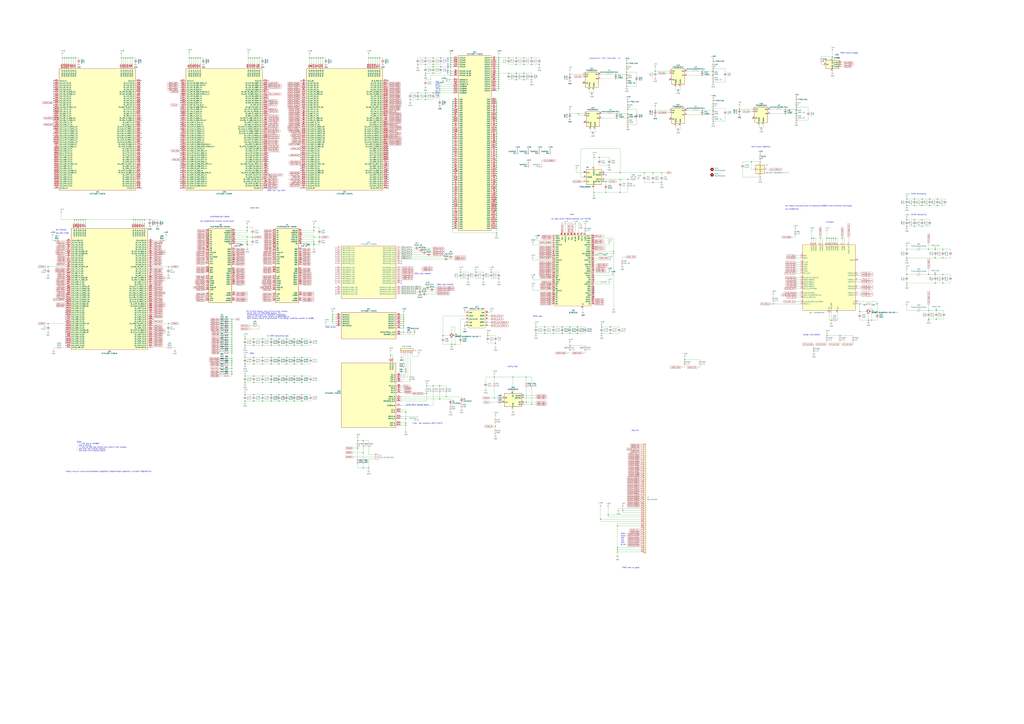
<source format=kicad_sch>
(kicad_sch (version 20211123) (generator eeschema)
  (paper "A0")
  (title_block (title "MNT Reform Kintex-7 SoM (MNT RKX7)") (date "2021-07-11") (rev "D-1") (company "MNT Research GmbH") (comment 1 "https://mntre.com") (comment 2 "Engineer: Lukas F. Hartmann") (comment 3 "CERN Open Hardware Licence Version 2 - Strongly Reciprocal"))
  (lib_symbols
    (symbol "Connector:Conn_01x03_Male" (pin_names (offset 1.016) hide)
      (property "Reference" "J" (at 0 5.08 0))
      (property "Value" "Conn_01x03_Male" (at 0 -5.08 0))
      (symbol "Conn_01x03_Male_1_1"
        (pin passive line (at 5.08 2.54 180) (length 3.81) (name "Pin_1") (number "1"))
        (pin passive line (at 5.08 0 180) (length 3.81) (name "Pin_2") (number "2"))
        (pin passive line (at 5.08 -2.54 180) (length 3.81) (name "Pin_3") (number "3"))
      )
    )
    (symbol "Connector:TestPoint" (pin_numbers hide) (pin_names (offset 0.762) hide)
      (property "Reference" "TP" (at 0 6.858 0))
      (property "Value" "TestPoint" (at 0 5.08 0))
      (symbol "TestPoint_1_1"
        (pin passive line (at 0 0 90) (length 2.54) (name "1") (number "1"))
      )
    )
    (symbol "Connector_Generic:Conn_01x06" (pin_names (offset 1.016) hide)
      (property "Reference" "J" (at 0 7.62 0))
      (property "Value" "Conn_01x06" (at 0 -10.16 0))
      (symbol "Conn_01x06_1_1"
        (pin passive line (at -5.08 5.08 0) (length 3.81) (name "Pin_1") (number "1"))
        (pin passive line (at -5.08 2.54 0) (length 3.81) (name "Pin_2") (number "2"))
        (pin passive line (at -5.08 0 0) (length 3.81) (name "Pin_3") (number "3"))
        (pin passive line (at -5.08 -2.54 0) (length 3.81) (name "Pin_4") (number "4"))
        (pin passive line (at -5.08 -5.08 0) (length 3.81) (name "Pin_5") (number "5"))
        (pin passive line (at -5.08 -7.62 0) (length 3.81) (name "Pin_6") (number "6"))
      )
    )
    (symbol "Device:C_Small" (pin_numbers hide) (pin_names (offset 0.254) hide)
      (property "Reference" "C" (at 0.254 1.778 0))
      (property "Value" "C_Small" (at 0.254 -2.032 0))
      (symbol "C_Small_1_1"
        (pin passive line (at 0 2.54 270) (length 2.032) (name "~") (number "1"))
        (pin passive line (at 0 -2.54 90) (length 2.032) (name "~") (number "2"))
      )
    )
    (symbol "Device:Crystal_GND24_Small" (pin_names (offset 1.016) hide)
      (property "Reference" "Y" (at 1.27 4.445 0))
      (property "Value" "Crystal_GND24_Small" (at 1.27 2.54 0))
      (symbol "Crystal_GND24_Small_1_1"
        (pin passive line (at -2.54 0 0) (length 1.27) (name "1") (number "1"))
        (pin passive line (at 0 -2.54 90) (length 0.635) (name "2") (number "2"))
        (pin passive line (at 2.54 0 180) (length 1.27) (name "3") (number "3"))
        (pin passive line (at 0 2.54 270) (length 0.635) (name "4") (number "4"))
      )
    )
    (symbol "Device:FerriteBead_Small" (pin_numbers hide) (pin_names (offset 0))
      (property "Reference" "FB" (at 1.905 1.27 0))
      (property "Value" "FerriteBead_Small" (at 1.905 -1.27 0))
      (symbol "FerriteBead_Small_1_1"
        (pin passive line (at 0 2.54 270) (length 1.27) (name "~") (number "1"))
        (pin passive line (at 0 -2.54 90) (length 1.27) (name "~") (number "2"))
      )
    )
    (symbol "Device:LED_Small" (pin_numbers hide) (pin_names (offset 0.254) hide)
      (property "Reference" "D" (at -1.27 3.175 0))
      (property "Value" "LED_Small" (at -4.445 -2.54 0))
      (symbol "LED_Small_1_1"
        (pin passive line (at -2.54 0 0) (length 1.778) (name "K") (number "1"))
        (pin passive line (at 2.54 0 180) (length 1.778) (name "A") (number "2"))
      )
    )
    (symbol "Device:L_Small" (pin_numbers hide) (pin_names (offset 0.254) hide)
      (property "Reference" "L" (at 0.762 1.016 0))
      (property "Value" "L_Small" (at 0.762 -1.016 0))
      (symbol "L_Small_1_1"
        (pin passive line (at 0 2.54 270) (length 0.508) (name "~") (number "1"))
        (pin passive line (at 0 -2.54 90) (length 0.508) (name "~") (number "2"))
      )
    )
    (symbol "Device:R_Small" (pin_numbers hide) (pin_names (offset 0.254) hide)
      (property "Reference" "R" (at 0.762 0.508 0))
      (property "Value" "R_Small" (at 0.762 -1.016 0))
      (symbol "R_Small_1_1"
        (pin passive line (at 0 2.54 270) (length 0.762) (name "~") (number "1"))
        (pin passive line (at 0 -2.54 90) (length 0.762) (name "~") (number "2"))
      )
    )
    (symbol "FPGA_Xilinx_Kintex7:XC7K160T-FFG676" (pin_names (offset 1.016))
      (property "Reference" "U" (at 0 1.27 0))
      (property "Value" "XC7K160T-FFG676" (at 0 -1.27 0))
      (symbol "XC7K160T-FFG676_1_1"
        (pin power_in line (at -40.64 73.66 270) (length 6.35) (name "VCCO_12") (number "AA21"))
        (pin bidirectional line (at -50.8 -12.7 0) (length 6.35) (name "IO_L13N_T2_MRCC_12") (number "AA22"))
        (pin bidirectional line (at -50.8 0 0) (length 6.35) (name "IO_L11P_T1_SRCC_12") (number "AA23"))
        (pin bidirectional line (at -50.8 -7.62 0) (length 6.35) (name "IO_L12N_T1_MRCC_12") (number "AA24"))
        (pin bidirectional line (at -50.8 20.32 0) (length 6.35) (name "IO_L7P_T1_12") (number "AA25"))
        (pin bidirectional line (at -50.8 -35.56 0) (length 6.35) (name "IO_L18P_T2_12") (number "AB21"))
        (pin bidirectional line (at -50.8 -30.48 0) (length 6.35) (name "IO_L17P_T2_12") (number "AB22"))
        (pin bidirectional line (at -50.8 -2.54 0) (length 6.35) (name "IO_L11N_T1_SRCC_12") (number "AB24"))
        (pin bidirectional line (at -50.8 17.78 0) (length 6.35) (name "IO_L7N_T1_12") (number "AB25"))
        (pin bidirectional line (at -50.8 10.16 0) (length 6.35) (name "IO_L9P_T1_DQS_12") (number "AB26"))
        (pin bidirectional line (at -50.8 -38.1 0) (length 6.35) (name "IO_L18N_T2_12") (number "AC21"))
        (pin bidirectional line (at -50.8 -33.02 0) (length 6.35) (name "IO_L17N_T2_12") (number "AC22"))
        (pin bidirectional line (at -50.8 -15.24 0) (length 6.35) (name "IO_L14P_T2_SRCC_12") (number "AC23"))
        (pin bidirectional line (at -50.8 -17.78 0) (length 6.35) (name "IO_L14N_T2_SRCC_12") (number "AC24"))
        (pin power_in line (at -38.1 73.66 270) (length 6.35) (name "VCCO_12") (number "AC25"))
        (pin bidirectional line (at -50.8 7.62 0) (length 6.35) (name "IO_L9N_T1_DQS_12") (number "AC26"))
        (pin bidirectional line (at -50.8 -40.64 0) (length 6.35) (name "IO_L19P_T3_12") (number "AD21"))
        (pin power_in line (at -35.56 73.66 270) (length 6.35) (name "VCCO_12") (number "AD22"))
        (pin bidirectional line (at -50.8 -25.4 0) (length 6.35) (name "IO_L16P_T2_12") (number "AD23"))
        (pin bidirectional line (at -50.8 -27.94 0) (length 6.35) (name "IO_L16N_T2_12") (number "AD24"))
        (pin bidirectional line (at -50.8 -60.96 0) (length 6.35) (name "IO_L23P_T3_12") (number "AD25"))
        (pin bidirectional line (at -50.8 -50.8 0) (length 6.35) (name "IO_L21P_T3_DQS_12") (number "AD26"))
        (pin bidirectional line (at -50.8 -43.18 0) (length 6.35) (name "IO_L19N_T3_VREF_12") (number "AE21"))
        (pin bidirectional line (at -50.8 -66.04 0) (length 6.35) (name "IO_L24P_T3_12") (number "AE22"))
        (pin bidirectional line (at -50.8 -55.88 0) (length 6.35) (name "IO_L22P_T3_12") (number "AE23"))
        (pin bidirectional line (at -50.8 -63.5 0) (length 6.35) (name "IO_L23N_T3_12") (number "AE25"))
        (pin bidirectional line (at -50.8 -53.34 0) (length 6.35) (name "IO_L21N_T3_DQS_12") (number "AE26"))
        (pin bidirectional line (at -50.8 -68.58 0) (length 6.35) (name "IO_L24N_T3_12") (number "AF22"))
        (pin bidirectional line (at -50.8 -58.42 0) (length 6.35) (name "IO_L22N_T3_12") (number "AF23"))
        (pin bidirectional line (at -50.8 -45.72 0) (length 6.35) (name "IO_L20P_T3_12") (number "AF24"))
        (pin bidirectional line (at -50.8 -48.26 0) (length 6.35) (name "IO_L20N_T3_12") (number "AF25"))
        (pin power_in line (at -33.02 73.66 270) (length 6.35) (name "VCCO_12") (number "AF26"))
        (pin power_in line (at 27.94 73.66 270) (length 6.35) (name "VCCO_13") (number "K24"))
        (pin bidirectional line (at 50.8 50.8 180) (length 6.35) (name "IO_L1P_T0_13") (number "K25"))
        (pin bidirectional line (at 50.8 48.26 180) (length 6.35) (name "IO_L1N_T0_13") (number "K26"))
        (pin bidirectional line (at 50.8 12.7 180) (length 6.35) (name "IO_L8N_T1_13") (number "L24"))
        (pin bidirectional line (at 50.8 38.1 180) (length 6.35) (name "IO_L3N_T0_DQS_13") (number "L25"))
        (pin bidirectional line (at 50.8 -58.42 180) (length 6.35) (name "IO_L22N_T3_13") (number "M19"))
        (pin bidirectional line (at 50.8 17.78 180) (length 6.35) (name "IO_L7N_T1_13") (number "M20"))
        (pin bidirectional line (at 50.8 5.08 180) (length 6.35) (name "IO_L10P_T1_13") (number "M21"))
        (pin bidirectional line (at 50.8 2.54 180) (length 6.35) (name "IO_L10N_T1_13") (number "M22"))
        (pin bidirectional line (at 50.8 15.24 180) (length 6.35) (name "IO_L8P_T1_13") (number "M24"))
        (pin bidirectional line (at 50.8 40.64 180) (length 6.35) (name "IO_L3P_T0_DQS_13") (number "M25"))
        (pin bidirectional line (at 50.8 27.94 180) (length 6.35) (name "IO_L5N_T0_13") (number "M26"))
        (pin bidirectional line (at 50.8 53.34 180) (length 6.35) (name "IO_0_13") (number "N16"))
        (pin bidirectional line (at 50.8 -48.26 180) (length 6.35) (name "IO_L20N_T3_13") (number "N17"))
        (pin bidirectional line (at 50.8 -55.88 180) (length 6.35) (name "IO_L22P_T3_13") (number "N18"))
        (pin bidirectional line (at 50.8 20.32 180) (length 6.35) (name "IO_L7P_T1_13") (number "N19"))
        (pin bidirectional line (at 50.8 -5.08 180) (length 6.35) (name "IO_L12P_T1_MRCC_13") (number "N21"))
        (pin bidirectional line (at 50.8 -7.62 180) (length 6.35) (name "IO_L12N_T1_MRCC_13") (number "N22"))
        (pin bidirectional line (at 50.8 -2.54 180) (length 6.35) (name "IO_L11N_T1_SRCC_13") (number "N23"))
        (pin bidirectional line (at 50.8 33.02 180) (length 6.35) (name "IO_L4N_T0_13") (number "N24"))
        (pin power_in line (at 30.48 73.66 270) (length 6.35) (name "VCCO_13") (number "N25"))
        (pin bidirectional line (at 50.8 30.48 180) (length 6.35) (name "IO_L5P_T0_13") (number "N26"))
        (pin bidirectional line (at 50.8 -45.72 180) (length 6.35) (name "IO_L20P_T3_13") (number "P16"))
        (pin bidirectional line (at 50.8 -68.58 180) (length 6.35) (name "IO_L24N_T3_13") (number "P18"))
        (pin bidirectional line (at 50.8 10.16 180) (length 6.35) (name "IO_L9P_T1_DQS_13") (number "P19"))
        (pin bidirectional line (at 50.8 7.62 180) (length 6.35) (name "IO_L9N_T1_DQS_13") (number "P20"))
        (pin bidirectional line (at 50.8 -12.7 180) (length 6.35) (name "IO_L13N_T2_MRCC_13") (number "P21"))
        (pin power_in line (at 33.02 73.66 270) (length 6.35) (name "VCCO_13") (number "P22"))
        (pin bidirectional line (at 50.8 0 180) (length 6.35) (name "IO_L11P_T1_SRCC_13") (number "P23"))
        (pin bidirectional line (at 50.8 35.56 180) (length 6.35) (name "IO_L4P_T0_13") (number "P24"))
        (pin bidirectional line (at 50.8 22.86 180) (length 6.35) (name "IO_L6N_T0_VREF_13") (number "P25"))
        (pin bidirectional line (at 50.8 43.18 180) (length 6.35) (name "IO_L2N_T0_13") (number "P26"))
        (pin bidirectional line (at 50.8 -50.8 180) (length 6.35) (name "IO_L21P_T3_DQS_13") (number "R16"))
        (pin bidirectional line (at 50.8 -53.34 180) (length 6.35) (name "IO_L21N_T3_DQS_13") (number "R17"))
        (pin bidirectional line (at 50.8 -66.04 180) (length 6.35) (name "IO_L24P_T3_13") (number "R18"))
        (pin power_in line (at 35.56 73.66 270) (length 6.35) (name "VCCO_13") (number "R19"))
        (pin bidirectional line (at 50.8 -27.94 180) (length 6.35) (name "IO_L16N_T2_13") (number "R20"))
        (pin bidirectional line (at 50.8 -10.16 180) (length 6.35) (name "IO_L13P_T2_MRCC_13") (number "R21"))
        (pin bidirectional line (at 50.8 -15.24 180) (length 6.35) (name "IO_L14P_T2_SRCC_13") (number "R22"))
        (pin bidirectional line (at 50.8 -17.78 180) (length 6.35) (name "IO_L14N_T2_SRCC_13") (number "R23"))
        (pin bidirectional line (at 50.8 25.4 180) (length 6.35) (name "IO_L6P_T0_13") (number "R25"))
        (pin bidirectional line (at 50.8 45.72 180) (length 6.35) (name "IO_L2P_T0_13") (number "R26"))
        (pin power_in line (at 38.1 73.66 270) (length 6.35) (name "VCCO_13") (number "T16"))
        (pin bidirectional line (at 50.8 -63.5 180) (length 6.35) (name "IO_L23N_T3_13") (number "T17"))
        (pin bidirectional line (at 50.8 -40.64 180) (length 6.35) (name "IO_L19P_T3_13") (number "T18"))
        (pin bidirectional line (at 50.8 -43.18 180) (length 6.35) (name "IO_L19N_T3_VREF_13") (number "T19"))
        (pin bidirectional line (at 50.8 -25.4 180) (length 6.35) (name "IO_L16P_T2_13") (number "T20"))
        (pin bidirectional line (at 50.8 -30.48 180) (length 6.35) (name "IO_L17P_T2_13") (number "T22"))
        (pin bidirectional line (at 50.8 -33.02 180) (length 6.35) (name "IO_L17N_T2_13") (number "T23"))
        (pin bidirectional line (at 50.8 -20.32 180) (length 6.35) (name "IO_L15P_T2_DQS_13") (number "T24"))
        (pin bidirectional line (at 50.8 -22.86 180) (length 6.35) (name "IO_L15N_T2_DQS_13") (number "T25"))
        (pin power_in line (at 40.64 73.66 270) (length 6.35) (name "VCCO_13") (number "T26"))
        (pin bidirectional line (at 50.8 -71.12 180) (length 6.35) (name "IO_25_13") (number "U16"))
        (pin bidirectional line (at 50.8 -60.96 180) (length 6.35) (name "IO_L23P_T3_13") (number "U17"))
        (pin bidirectional line (at 50.8 -35.56 180) (length 6.35) (name "IO_L18P_T2_13") (number "U19"))
        (pin bidirectional line (at 50.8 -38.1 180) (length 6.35) (name "IO_L18N_T2_13") (number "U20"))
        (pin bidirectional line (at -50.8 53.34 0) (length 6.35) (name "IO_0_12") (number "U21"))
        (pin bidirectional line (at -50.8 50.8 0) (length 6.35) (name "IO_L1P_T0_12") (number "U22"))
        (pin power_in line (at -30.48 73.66 270) (length 6.35) (name "VCCO_12") (number "U23"))
        (pin bidirectional line (at -50.8 45.72 0) (length 6.35) (name "IO_L2P_T0_12") (number "U24"))
        (pin bidirectional line (at -50.8 43.18 0) (length 6.35) (name "IO_L2N_T0_12") (number "U25"))
        (pin bidirectional line (at -50.8 35.56 0) (length 6.35) (name "IO_L4P_T0_12") (number "U26"))
        (pin power_in line (at -27.94 73.66 270) (length 6.35) (name "VCCO_12") (number "V20"))
        (pin bidirectional line (at -50.8 25.4 0) (length 6.35) (name "IO_L6P_T0_12") (number "V21"))
        (pin bidirectional line (at -50.8 48.26 0) (length 6.35) (name "IO_L1N_T0_12") (number "V22"))
        (pin bidirectional line (at -50.8 40.64 0) (length 6.35) (name "IO_L3P_T0_DQS_12") (number "V23"))
        (pin bidirectional line (at -50.8 38.1 0) (length 6.35) (name "IO_L3N_T0_DQS_12") (number "V24"))
        (pin bidirectional line (at -50.8 33.02 0) (length 6.35) (name "IO_L4N_T0_12") (number "V26"))
        (pin bidirectional line (at -50.8 -20.32 0) (length 6.35) (name "IO_L15P_T2_DQS_12") (number "W20"))
        (pin bidirectional line (at -50.8 22.86 0) (length 6.35) (name "IO_L6N_T0_VREF_12") (number "W21"))
        (pin bidirectional line (at -50.8 15.24 0) (length 6.35) (name "IO_L8P_T1_12") (number "W23"))
        (pin bidirectional line (at -50.8 12.7 0) (length 6.35) (name "IO_L8N_T1_12") (number "W24"))
        (pin bidirectional line (at -50.8 30.48 0) (length 6.35) (name "IO_L5P_T0_12") (number "W25"))
        (pin bidirectional line (at -50.8 27.94 0) (length 6.35) (name "IO_L5N_T0_12") (number "W26"))
        (pin bidirectional line (at -50.8 -71.12 0) (length 6.35) (name "IO_25_12") (number "Y20"))
        (pin bidirectional line (at -50.8 -22.86 0) (length 6.35) (name "IO_L15N_T2_DQS_12") (number "Y21"))
        (pin bidirectional line (at -50.8 -10.16 0) (length 6.35) (name "IO_L13P_T2_MRCC_12") (number "Y22"))
        (pin bidirectional line (at -50.8 -5.08 0) (length 6.35) (name "IO_L12P_T1_MRCC_12") (number "Y23"))
        (pin power_in line (at -25.4 73.66 270) (length 6.35) (name "VCCO_12") (number "Y24"))
        (pin bidirectional line (at -50.8 5.08 0) (length 6.35) (name "IO_L10P_T1_12") (number "Y25"))
        (pin bidirectional line (at -50.8 2.54 0) (length 6.35) (name "IO_L10N_T1_12") (number "Y26"))
      )
      (symbol "XC7K160T-FFG676_2_1"
        (pin bidirectional line (at 50.8 38.1 180) (length 6.35) (name "IO_L3N_T0_DQS_AD1N_15") (number "A17"))
        (pin bidirectional line (at 50.8 45.72 180) (length 6.35) (name "IO_L2P_T0_AD8P_15") (number "A18"))
        (pin bidirectional line (at 50.8 43.18 180) (length 6.35) (name "IO_L2N_T0_AD8N_15") (number "A19"))
        (pin bidirectional line (at -50.8 12.7 0) (length 6.35) (name "IO_L8N_T1_D12_14") (number "A20"))
        (pin power_in line (at -40.64 73.66 270) (length 6.35) (name "VCCO_14") (number "A21"))
        (pin bidirectional line (at -50.8 43.18 0) (length 6.35) (name "IO_L2N_T0_D03_14") (number "A22"))
        (pin bidirectional line (at -50.8 35.56 0) (length 6.35) (name "IO_L4P_T0_D04_14") (number "A23"))
        (pin bidirectional line (at -50.8 33.02 0) (length 6.35) (name "IO_L4N_T0_D05_14") (number "A24"))
        (pin bidirectional line (at -50.8 48.26 0) (length 6.35) (name "IO_L1N_T0_D01_DIN_14") (number "A25"))
        (pin bidirectional line (at 50.8 48.26 180) (length 6.35) (name "IO_L1N_T0_AD0N_15") (number "B16"))
        (pin bidirectional line (at 50.8 40.64 180) (length 6.35) (name "IO_L3P_T0_DQS_AD1P_15") (number "B17"))
        (pin power_in line (at 27.94 73.66 270) (length 6.35) (name "VCCO_15") (number "B18"))
        (pin bidirectional line (at 50.8 33.02 180) (length 6.35) (name "IO_L4N_T0_AD9N_15") (number "B19"))
        (pin bidirectional line (at -50.8 15.24 0) (length 6.35) (name "IO_L8P_T1_D11_14") (number "B20"))
        (pin bidirectional line (at -50.8 2.54 0) (length 6.35) (name "IO_L10N_T1_D15_14") (number "B21"))
        (pin bidirectional line (at -50.8 45.72 0) (length 6.35) (name "IO_L2P_T0_D02_14") (number "B22"))
        (pin bidirectional line (at -50.8 50.8 0) (length 6.35) (name "IO_L1P_T0_D00_MOSI_14") (number "B24"))
        (pin bidirectional line (at -50.8 40.64 0) (length 6.35) (name "IO_L3P_T0_DQS_PUDC_B_14") (number "B25"))
        (pin bidirectional line (at -50.8 38.1 0) (length 6.35) (name "IO_L3N_T0_DQS_EMCCLK_14") (number "B26"))
        (pin bidirectional line (at 50.8 50.8 180) (length 6.35) (name "IO_L1P_T0_AD0P_15") (number "C16"))
        (pin bidirectional line (at 50.8 30.48 180) (length 6.35) (name "IO_L5P_T0_AD2P_15") (number "C17"))
        (pin bidirectional line (at 50.8 27.94 180) (length 6.35) (name "IO_L5N_T0_AD2N_15") (number "C18"))
        (pin bidirectional line (at 50.8 35.56 180) (length 6.35) (name "IO_L4P_T0_AD9P_15") (number "C19"))
        (pin bidirectional line (at -50.8 5.08 0) (length 6.35) (name "IO_L10P_T1_D14_14") (number "C21"))
        (pin bidirectional line (at -50.8 17.78 0) (length 6.35) (name "IO_L7N_T1_D10_14") (number "C22"))
        (pin bidirectional line (at -50.8 25.4 0) (length 6.35) (name "IO_L6P_T0_FCS_B_14") (number "C23"))
        (pin bidirectional line (at -50.8 22.86 0) (length 6.35) (name "IO_L6N_T0_D08_VREF_14") (number "C24"))
        (pin power_in line (at -38.1 73.66 270) (length 6.35) (name "VCCO_14") (number "C25"))
        (pin bidirectional line (at -50.8 27.94 0) (length 6.35) (name "IO_L5N_T0_D07_14") (number "C26"))
        (pin bidirectional line (at 50.8 25.4 180) (length 6.35) (name "IO_L6P_T0_15") (number "D15"))
        (pin bidirectional line (at 50.8 22.86 180) (length 6.35) (name "IO_L6N_T0_VREF_15") (number "D16"))
        (pin bidirectional line (at 50.8 -12.7 180) (length 6.35) (name "IO_L13N_T2_MRCC_15") (number "D18"))
        (pin bidirectional line (at 50.8 -20.32 180) (length 6.35) (name "IO_L15P_T2_DQS_15") (number "D19"))
        (pin bidirectional line (at 50.8 -22.86 180) (length 6.35) (name "IO_L15N_T2_DQS_ADV_B_15") (number "D20"))
        (pin bidirectional line (at -50.8 20.32 0) (length 6.35) (name "IO_L7P_T1_D09_14") (number "D21"))
        (pin power_in line (at -35.56 73.66 270) (length 6.35) (name "VCCO_14") (number "D22"))
        (pin bidirectional line (at -50.8 0 0) (length 6.35) (name "IO_L11P_T1_SRCC_14") (number "D23"))
        (pin bidirectional line (at -50.8 -2.54 0) (length 6.35) (name "IO_L11N_T1_SRCC_14") (number "D24"))
        (pin bidirectional line (at -50.8 -22.86 0) (length 6.35) (name "IO_L15N_T2_DQS_DOUT_CSO_B_14") (number "D25"))
        (pin bidirectional line (at -50.8 30.48 0) (length 6.35) (name "IO_L5P_T0_D06_14") (number "D26"))
        (pin bidirectional line (at 50.8 5.08 180) (length 6.35) (name "IO_L10P_T1_AD4P_15") (number "E15"))
        (pin bidirectional line (at 50.8 2.54 180) (length 6.35) (name "IO_L10N_T1_AD4N_15") (number "E16"))
        (pin bidirectional line (at 50.8 -7.62 180) (length 6.35) (name "IO_L12N_T1_MRCC_AD5N_15") (number "E17"))
        (pin bidirectional line (at 50.8 -10.16 180) (length 6.35) (name "IO_L13P_T2_MRCC_15") (number "E18"))
        (pin power_in line (at 30.48 73.66 270) (length 6.35) (name "VCCO_15") (number "E19"))
        (pin bidirectional line (at 50.8 -33.02 180) (length 6.35) (name "IO_L17N_T2_A25_15") (number "E20"))
        (pin bidirectional line (at -50.8 10.16 0) (length 6.35) (name "IO_L9P_T1_DQS_14") (number "E21"))
        (pin bidirectional line (at -50.8 7.62 0) (length 6.35) (name "IO_L9N_T1_DQS_D13_14") (number "E22"))
        (pin bidirectional line (at -50.8 -7.62 0) (length 6.35) (name "IO_L12N_T1_MRCC_14") (number "E23"))
        (pin bidirectional line (at -50.8 -20.32 0) (length 6.35) (name "IO_L15P_T2_DQS_RDWR_B_14") (number "E25"))
        (pin bidirectional line (at -50.8 -33.02 0) (length 6.35) (name "IO_L17N_T2_A13_D29_14") (number "E26"))
        (pin bidirectional line (at 50.8 12.7 180) (length 6.35) (name "IO_L8N_T1_AD3N_15") (number "F15"))
        (pin power_in line (at 33.02 73.66 270) (length 6.35) (name "VCCO_15") (number "F16"))
        (pin bidirectional line (at 50.8 -5.08 180) (length 6.35) (name "IO_L12P_T1_MRCC_AD5P_15") (number "F17"))
        (pin bidirectional line (at 50.8 -2.54 180) (length 6.35) (name "IO_L11N_T1_SRCC_AD12N_15") (number "F18"))
        (pin bidirectional line (at 50.8 -30.48 180) (length 6.35) (name "IO_L17P_T2_A26_15") (number "F19"))
        (pin bidirectional line (at 50.8 -27.94 180) (length 6.35) (name "IO_L16N_T2_A27_15") (number "F20"))
        (pin bidirectional line (at -50.8 -5.08 0) (length 6.35) (name "IO_L12P_T1_MRCC_14") (number "F22"))
        (pin bidirectional line (at -50.8 -12.7 0) (length 6.35) (name "IO_L13N_T2_MRCC_14") (number "F23"))
        (pin bidirectional line (at -50.8 -17.78 0) (length 6.35) (name "IO_L14N_T2_SRCC_14") (number "F24"))
        (pin bidirectional line (at -50.8 -30.48 0) (length 6.35) (name "IO_L17P_T2_A14_D30_14") (number "F25"))
        (pin power_in line (at -33.02 73.66 270) (length 6.35) (name "VCCO_14") (number "F26"))
        (pin bidirectional line (at 50.8 15.24 180) (length 6.35) (name "IO_L8P_T1_AD3P_15") (number "G15"))
        (pin bidirectional line (at 50.8 17.78 180) (length 6.35) (name "IO_L7N_T1_AD10N_15") (number "G16"))
        (pin bidirectional line (at 50.8 0 180) (length 6.35) (name "IO_L11P_T1_SRCC_AD12P_15") (number "G17"))
        (pin bidirectional line (at 50.8 -25.4 180) (length 6.35) (name "IO_L16P_T2_A28_15") (number "G19"))
        (pin bidirectional line (at 50.8 -38.1 180) (length 6.35) (name "IO_L18N_T2_A23_15") (number "G20"))
        (pin bidirectional line (at -50.8 -43.18 0) (length 6.35) (name "IO_L19N_T3_A09_D25_VREF_14") (number "G21"))
        (pin bidirectional line (at -50.8 -10.16 0) (length 6.35) (name "IO_L13P_T2_MRCC_14") (number "G22"))
        (pin power_in line (at -30.48 73.66 270) (length 6.35) (name "VCCO_14") (number "G23"))
        (pin bidirectional line (at -50.8 -15.24 0) (length 6.35) (name "IO_L14P_T2_SRCC_14") (number "G24"))
        (pin bidirectional line (at -50.8 -25.4 0) (length 6.35) (name "IO_L16P_T2_CSI_B_14") (number "G25"))
        (pin bidirectional line (at -50.8 -27.94 0) (length 6.35) (name "IO_L16N_T2_A15_D31_14") (number "G26"))
        (pin bidirectional line (at 50.8 20.32 180) (length 6.35) (name "IO_L7P_T1_AD10P_15") (number "H16"))
        (pin bidirectional line (at 50.8 -15.24 180) (length 6.35) (name "IO_L14P_T2_SRCC_15") (number "H17"))
        (pin bidirectional line (at 50.8 -17.78 180) (length 6.35) (name "IO_L14N_T2_SRCC_15") (number "H18"))
        (pin bidirectional line (at 50.8 -35.56 180) (length 6.35) (name "IO_L18P_T2_A24_15") (number "H19"))
        (pin power_in line (at 35.56 73.66 270) (length 6.35) (name "VCCO_15") (number "H20"))
        (pin bidirectional line (at -50.8 -40.64 0) (length 6.35) (name "IO_L19P_T3_A10_D26_14") (number "H21"))
        (pin bidirectional line (at -50.8 -53.34 0) (length 6.35) (name "IO_L21N_T3_DQS_A06_D22_14") (number "H22"))
        (pin bidirectional line (at -50.8 -45.72 0) (length 6.35) (name "IO_L20P_T3_A08_D24_14") (number "H23"))
        (pin bidirectional line (at -50.8 -48.26 0) (length 6.35) (name "IO_L20N_T3_A07_D23_14") (number "H24"))
        (pin bidirectional line (at -50.8 -38.1 0) (length 6.35) (name "IO_L18N_T2_A11_D27_14") (number "H26"))
        (pin bidirectional line (at 50.8 10.16 180) (length 6.35) (name "IO_L9P_T1_DQS_AD11P_15") (number "J15"))
        (pin bidirectional line (at 50.8 7.62 180) (length 6.35) (name "IO_L9N_T1_DQS_AD11N_15") (number "J16"))
        (pin power_in line (at 38.1 73.66 270) (length 6.35) (name "VCCO_15") (number "J17"))
        (pin bidirectional line (at 50.8 -45.72 180) (length 6.35) (name "IO_L20P_T3_A20_15") (number "J18"))
        (pin bidirectional line (at 50.8 -48.26 180) (length 6.35) (name "IO_L20N_T3_A19_15") (number "J19"))
        (pin bidirectional line (at 50.8 -43.18 180) (length 6.35) (name "IO_L19N_T3_A21_VREF_15") (number "J20"))
        (pin bidirectional line (at -50.8 -50.8 0) (length 6.35) (name "IO_L21P_T3_DQS_14") (number "J21"))
        (pin bidirectional line (at -50.8 -68.58 0) (length 6.35) (name "IO_L24N_T3_A00_D16_14") (number "J23"))
        (pin bidirectional line (at -50.8 -55.88 0) (length 6.35) (name "IO_L22P_T3_A05_D21_14") (number "J24"))
        (pin bidirectional line (at -50.8 -58.42 0) (length 6.35) (name "IO_L22N_T3_A04_D20_14") (number "J25"))
        (pin bidirectional line (at -50.8 -35.56 0) (length 6.35) (name "IO_L18P_T2_A12_D28_14") (number "J26"))
        (pin bidirectional line (at 50.8 53.34 180) (length 6.35) (name "IO_0_15") (number "K15"))
        (pin bidirectional line (at 50.8 -55.88 180) (length 6.35) (name "IO_L22P_T3_A17_15") (number "K16"))
        (pin bidirectional line (at 50.8 -58.42 180) (length 6.35) (name "IO_L22N_T3_A16_15") (number "K17"))
        (pin bidirectional line (at 50.8 -68.58 180) (length 6.35) (name "IO_L24N_T3_RS0_15") (number "K18"))
        (pin bidirectional line (at 50.8 -40.64 180) (length 6.35) (name "IO_L19P_T3_A22_15") (number "K20"))
        (pin bidirectional line (at -50.8 53.34 0) (length 6.35) (name "IO_0_14") (number "K21"))
        (pin bidirectional line (at -50.8 -63.5 0) (length 6.35) (name "IO_L23N_T3_A02_D18_14") (number "K22"))
        (pin bidirectional line (at -50.8 -66.04 0) (length 6.35) (name "IO_L24P_T3_A01_D17_14") (number "K23"))
        (pin bidirectional line (at 50.8 -66.04 180) (length 6.35) (name "IO_L24P_T3_RS1_15") (number "L17"))
        (pin bidirectional line (at 50.8 -63.5 180) (length 6.35) (name "IO_L23N_T3_FWE_B_15") (number "L18"))
        (pin bidirectional line (at 50.8 -50.8 180) (length 6.35) (name "IO_L21P_T3_DQS_15") (number "L19"))
        (pin bidirectional line (at 50.8 -53.34 180) (length 6.35) (name "IO_L21N_T3_DQS_A18_15") (number "L20"))
        (pin power_in line (at -27.94 73.66 270) (length 6.35) (name "VCCO_14") (number "L21"))
        (pin bidirectional line (at -50.8 -60.96 0) (length 6.35) (name "IO_L23P_T3_A03_D19_14") (number "L22"))
        (pin bidirectional line (at -50.8 -71.12 0) (length 6.35) (name "IO_25_14") (number "L23"))
        (pin bidirectional line (at 50.8 -71.12 180) (length 6.35) (name "IO_25_15") (number "M16"))
        (pin bidirectional line (at 50.8 -60.96 180) (length 6.35) (name "IO_L23P_T3_FOE_B_15") (number "M17"))
        (pin power_in line (at 40.64 73.66 270) (length 6.35) (name "VCCO_15") (number "M18"))
      )
      (symbol "XC7K160T-FFG676_3_1"
        (pin bidirectional line (at -50.8 -58.42 0) (length 6.35) (name "IO_L22N_T3_16") (number "A10"))
        (pin power_in line (at -40.64 73.66 270) (length 6.35) (name "VCCO_16") (number "A11"))
        (pin bidirectional line (at -50.8 -68.58 0) (length 6.35) (name "IO_L24N_T3_16") (number "A12"))
        (pin bidirectional line (at -50.8 -66.04 0) (length 6.35) (name "IO_L24P_T3_16") (number "A13"))
        (pin bidirectional line (at -50.8 -53.34 0) (length 6.35) (name "IO_L21N_T3_DQS_16") (number "A14"))
        (pin bidirectional line (at -50.8 -63.5 0) (length 6.35) (name "IO_L23N_T3_16") (number "A15"))
        (pin bidirectional line (at -50.8 7.62 0) (length 6.35) (name "IO_L9N_T1_DQS_16") (number "A8"))
        (pin bidirectional line (at -50.8 10.16 0) (length 6.35) (name "IO_L9P_T1_DQS_16") (number "A9"))
        (pin bidirectional line (at 50.8 20.32 180) (length 6.35) (name "IO_L7P_T1_32") (number "AA14"))
        (pin bidirectional line (at 50.8 17.78 180) (length 6.35) (name "IO_L7N_T1_32") (number "AA15"))
        (pin bidirectional line (at 50.8 0 180) (length 6.35) (name "IO_L11P_T1_SRCC_32") (number "AA17"))
        (pin bidirectional line (at 50.8 -2.54 180) (length 6.35) (name "IO_L11N_T1_SRCC_32") (number "AA18"))
        (pin bidirectional line (at 50.8 -25.4 180) (length 6.35) (name "IO_L16P_T2_32") (number "AA19"))
        (pin bidirectional line (at 50.8 -27.94 180) (length 6.35) (name "IO_L16N_T2_32") (number "AA20"))
        (pin bidirectional line (at 50.8 5.08 180) (length 6.35) (name "IO_L10P_T1_32") (number "AB14"))
        (pin bidirectional line (at 50.8 2.54 180) (length 6.35) (name "IO_L10N_T1_32") (number "AB15"))
        (pin bidirectional line (at 50.8 -5.08 180) (length 6.35) (name "IO_L12P_T1_MRCC_32") (number "AB16"))
        (pin bidirectional line (at 50.8 -15.24 180) (length 6.35) (name "IO_L14P_T2_SRCC_32") (number "AB17"))
        (pin power_in line (at 27.94 73.66 270) (length 6.35) (name "VCCO_32") (number "AB18"))
        (pin bidirectional line (at 50.8 -35.56 180) (length 6.35) (name "IO_L18P_T2_32") (number "AB19"))
        (pin bidirectional line (at 50.8 -38.1 180) (length 6.35) (name "IO_L18N_T2_32") (number "AB20"))
        (pin bidirectional line (at 50.8 15.24 180) (length 6.35) (name "IO_L8P_T1_32") (number "AC14"))
        (pin power_in line (at 30.48 73.66 270) (length 6.35) (name "VCCO_32") (number "AC15"))
        (pin bidirectional line (at 50.8 -7.62 180) (length 6.35) (name "IO_L12N_T1_MRCC_32") (number "AC16"))
        (pin bidirectional line (at 50.8 -17.78 180) (length 6.35) (name "IO_L14N_T2_SRCC_32") (number "AC17"))
        (pin bidirectional line (at 50.8 -10.16 180) (length 6.35) (name "IO_L13P_T2_MRCC_32") (number "AC18"))
        (pin bidirectional line (at 50.8 -30.48 180) (length 6.35) (name "IO_L17P_T2_32") (number "AC19"))
        (pin bidirectional line (at 50.8 12.7 180) (length 6.35) (name "IO_L8N_T1_32") (number "AD14"))
        (pin bidirectional line (at 50.8 35.56 180) (length 6.35) (name "IO_L4P_T0_32") (number "AD15"))
        (pin bidirectional line (at 50.8 25.4 180) (length 6.35) (name "IO_L6P_T0_32") (number "AD16"))
        (pin bidirectional line (at 50.8 -12.7 180) (length 6.35) (name "IO_L13N_T2_MRCC_32") (number "AD18"))
        (pin bidirectional line (at 50.8 -33.02 180) (length 6.35) (name "IO_L17N_T2_32") (number "AD19"))
        (pin bidirectional line (at 50.8 -20.32 180) (length 6.35) (name "IO_L15P_T2_DQS_32") (number "AD20"))
        (pin bidirectional line (at 50.8 33.02 180) (length 6.35) (name "IO_L4N_T0_32") (number "AE15"))
        (pin bidirectional line (at 50.8 22.86 180) (length 6.35) (name "IO_L6N_T0_VREF_32") (number "AE16"))
        (pin bidirectional line (at 50.8 50.8 180) (length 6.35) (name "IO_L1P_T0_32") (number "AE17"))
        (pin bidirectional line (at 50.8 40.64 180) (length 6.35) (name "IO_L3P_T0_DQS_32") (number "AE18"))
        (pin power_in line (at 33.02 73.66 270) (length 6.35) (name "VCCO_32") (number "AE19"))
        (pin bidirectional line (at 50.8 -22.86 180) (length 6.35) (name "IO_L15N_T2_DQS_32") (number "AE20"))
        (pin bidirectional line (at 50.8 45.72 180) (length 6.35) (name "IO_L2P_T0_32") (number "AF14"))
        (pin bidirectional line (at 50.8 43.18 180) (length 6.35) (name "IO_L2N_T0_32") (number "AF15"))
        (pin power_in line (at 35.56 73.66 270) (length 6.35) (name "VCCO_32") (number "AF16"))
        (pin bidirectional line (at 50.8 48.26 180) (length 6.35) (name "IO_L1N_T0_32") (number "AF17"))
        (pin bidirectional line (at 50.8 38.1 180) (length 6.35) (name "IO_L3N_T0_DQS_32") (number "AF18"))
        (pin bidirectional line (at 50.8 30.48 180) (length 6.35) (name "IO_L5P_T0_32") (number "AF19"))
        (pin bidirectional line (at 50.8 27.94 180) (length 6.35) (name "IO_L5N_T0_32") (number "AF20"))
        (pin bidirectional line (at -50.8 -55.88 0) (length 6.35) (name "IO_L22P_T3_16") (number "B10"))
        (pin bidirectional line (at -50.8 -48.26 0) (length 6.35) (name "IO_L20N_T3_16") (number "B11"))
        (pin bidirectional line (at -50.8 -45.72 0) (length 6.35) (name "IO_L20P_T3_16") (number "B12"))
        (pin bidirectional line (at -50.8 -50.8 0) (length 6.35) (name "IO_L21P_T3_DQS_16") (number "B14"))
        (pin bidirectional line (at -50.8 -60.96 0) (length 6.35) (name "IO_L23P_T3_16") (number "B15"))
        (pin power_in line (at -38.1 73.66 270) (length 6.35) (name "VCCO_16") (number "B8"))
        (pin bidirectional line (at -50.8 2.54 0) (length 6.35) (name "IO_L10N_T1_16") (number "B9"))
        (pin bidirectional line (at -50.8 -12.7 0) (length 6.35) (name "IO_L13N_T2_MRCC_16") (number "C11"))
        (pin bidirectional line (at -50.8 -10.16 0) (length 6.35) (name "IO_L13P_T2_MRCC_16") (number "C12"))
        (pin bidirectional line (at -50.8 -43.18 0) (length 6.35) (name "IO_L19N_T3_VREF_16") (number "C13"))
        (pin bidirectional line (at -50.8 -40.64 0) (length 6.35) (name "IO_L19P_T3_16") (number "C14"))
        (pin power_in line (at -35.56 73.66 270) (length 6.35) (name "VCCO_16") (number "C15"))
        (pin bidirectional line (at -50.8 5.08 0) (length 6.35) (name "IO_L10P_T1_16") (number "C9"))
        (pin bidirectional line (at -50.8 -7.62 0) (length 6.35) (name "IO_L12N_T1_MRCC_16") (number "D10"))
        (pin bidirectional line (at -50.8 -17.78 0) (length 6.35) (name "IO_L14N_T2_SRCC_16") (number "D11"))
        (pin power_in line (at -33.02 73.66 270) (length 6.35) (name "VCCO_16") (number "D12"))
        (pin bidirectional line (at -50.8 -33.02 0) (length 6.35) (name "IO_L17N_T2_16") (number "D13"))
        (pin bidirectional line (at -50.8 -30.48 0) (length 6.35) (name "IO_L17P_T2_16") (number "D14"))
        (pin bidirectional line (at -50.8 12.7 0) (length 6.35) (name "IO_L8N_T1_16") (number "D8"))
        (pin bidirectional line (at -50.8 15.24 0) (length 6.35) (name "IO_L8P_T1_16") (number "D9"))
        (pin bidirectional line (at -50.8 -5.08 0) (length 6.35) (name "IO_L12P_T1_MRCC_16") (number "E10"))
        (pin bidirectional line (at -50.8 -15.24 0) (length 6.35) (name "IO_L14P_T2_SRCC_16") (number "E11"))
        (pin bidirectional line (at -50.8 -38.1 0) (length 6.35) (name "IO_L18N_T2_16") (number "E12"))
        (pin bidirectional line (at -50.8 -35.56 0) (length 6.35) (name "IO_L18P_T2_16") (number "E13"))
        (pin power_in line (at -30.48 73.66 270) (length 6.35) (name "VCCO_16") (number "E9"))
        (pin bidirectional line (at -50.8 -2.54 0) (length 6.35) (name "IO_L11N_T1_SRCC_16") (number "F10"))
        (pin bidirectional line (at -50.8 -27.94 0) (length 6.35) (name "IO_L16N_T2_16") (number "F12"))
        (pin bidirectional line (at -50.8 -22.86 0) (length 6.35) (name "IO_L15N_T2_DQS_16") (number "F13"))
        (pin bidirectional line (at -50.8 -20.32 0) (length 6.35) (name "IO_L15P_T2_DQS_16") (number "F14"))
        (pin bidirectional line (at -50.8 17.78 0) (length 6.35) (name "IO_L7N_T1_16") (number "F8"))
        (pin bidirectional line (at -50.8 20.32 0) (length 6.35) (name "IO_L7P_T1_16") (number "F9"))
        (pin bidirectional line (at -50.8 45.72 0) (length 6.35) (name "IO_L2P_T0_16") (number "G10"))
        (pin bidirectional line (at -50.8 0 0) (length 6.35) (name "IO_L11P_T1_SRCC_16") (number "G11"))
        (pin bidirectional line (at -50.8 -25.4 0) (length 6.35) (name "IO_L16P_T2_16") (number "G12"))
        (pin power_in line (at -27.94 73.66 270) (length 6.35) (name "VCCO_16") (number "G13"))
        (pin bidirectional line (at -50.8 27.94 0) (length 6.35) (name "IO_L5N_T0_16") (number "G14"))
        (pin bidirectional line (at -50.8 43.18 0) (length 6.35) (name "IO_L2N_T0_16") (number "G9"))
        (pin power_in line (at -25.4 73.66 270) (length 6.35) (name "VCCO_16") (number "H10"))
        (pin bidirectional line (at -50.8 22.86 0) (length 6.35) (name "IO_L6N_T0_VREF_16") (number "H11"))
        (pin bidirectional line (at -50.8 25.4 0) (length 6.35) (name "IO_L6P_T0_16") (number "H12"))
        (pin bidirectional line (at -50.8 38.1 0) (length 6.35) (name "IO_L3N_T0_DQS_16") (number "H13"))
        (pin bidirectional line (at -50.8 30.48 0) (length 6.35) (name "IO_L5P_T0_16") (number "H14"))
        (pin bidirectional line (at -50.8 48.26 0) (length 6.35) (name "IO_L1N_T0_16") (number "H8"))
        (pin bidirectional line (at -50.8 50.8 0) (length 6.35) (name "IO_L1P_T0_16") (number "H9"))
        (pin bidirectional line (at -50.8 33.02 0) (length 6.35) (name "IO_L4N_T0_16") (number "J10"))
        (pin bidirectional line (at -50.8 35.56 0) (length 6.35) (name "IO_L4P_T0_16") (number "J11"))
        (pin bidirectional line (at -50.8 40.64 0) (length 6.35) (name "IO_L3P_T0_DQS_16") (number "J13"))
        (pin bidirectional line (at -50.8 -71.12 0) (length 6.35) (name "IO_25_16") (number "J14"))
        (pin bidirectional line (at -50.8 53.34 0) (length 6.35) (name "IO_0_16") (number "J8"))
        (pin bidirectional line (at 50.8 53.34 180) (length 6.35) (name "IO_0_VRN_32") (number "V13"))
        (pin bidirectional line (at 50.8 -66.04 180) (length 6.35) (name "IO_L24P_T3_32") (number "V14"))
        (pin bidirectional line (at 50.8 -45.72 180) (length 6.35) (name "IO_L20P_T3_32") (number "V16"))
        (pin bidirectional line (at 50.8 -48.26 180) (length 6.35) (name "IO_L20N_T3_32") (number "V17"))
        (pin bidirectional line (at 50.8 -60.96 180) (length 6.35) (name "IO_L23P_T3_32") (number "V18"))
        (pin bidirectional line (at 50.8 -63.5 180) (length 6.35) (name "IO_L23N_T3_32") (number "V19"))
        (pin bidirectional line (at 50.8 -71.12 180) (length 6.35) (name "IO_25_VRP_32") (number "W13"))
        (pin bidirectional line (at 50.8 -68.58 180) (length 6.35) (name "IO_L24N_T3_32") (number "W14"))
        (pin bidirectional line (at 50.8 -55.88 180) (length 6.35) (name "IO_L22P_T3_32") (number "W15"))
        (pin bidirectional line (at 50.8 -58.42 180) (length 6.35) (name "IO_L22N_T3_32") (number "W16"))
        (pin power_in line (at 38.1 73.66 270) (length 6.35) (name "VCCO_32") (number "W17"))
        (pin bidirectional line (at 50.8 -50.8 180) (length 6.35) (name "IO_L21P_T3_DQS_32") (number "W18"))
        (pin bidirectional line (at 50.8 -53.34 180) (length 6.35) (name "IO_L21N_T3_DQS_32") (number "W19"))
        (pin power_in line (at 40.64 73.66 270) (length 6.35) (name "VCCO_32") (number "Y14"))
        (pin bidirectional line (at 50.8 10.16 180) (length 6.35) (name "IO_L9P_T1_DQS_32") (number "Y15"))
        (pin bidirectional line (at 50.8 7.62 180) (length 6.35) (name "IO_L9N_T1_DQS_32") (number "Y16"))
        (pin bidirectional line (at 50.8 -40.64 180) (length 6.35) (name "IO_L19P_T3_32") (number "Y17"))
        (pin bidirectional line (at 50.8 -43.18 180) (length 6.35) (name "IO_L19N_T3_VREF_32") (number "Y18"))
      )
      (symbol "XC7K160T-FFG676_4_1"
        (pin power_in line (at 27.94 73.66 270) (length 6.35) (name "VCCO_34") (number "AA1"))
        (pin bidirectional line (at -50.8 -15.24 0) (length 6.35) (name "IO_L14P_T2_SRCC_33") (number "AA10"))
        (pin power_in line (at -40.64 73.66 270) (length 6.35) (name "VCCO_33") (number "AA11"))
        (pin bidirectional line (at -50.8 -27.94 0) (length 6.35) (name "IO_L16N_T2_33") (number "AA12"))
        (pin bidirectional line (at -50.8 -25.4 0) (length 6.35) (name "IO_L16P_T2_33") (number "AA13"))
        (pin bidirectional line (at 50.8 -7.62 180) (length 6.35) (name "IO_L12N_T1_MRCC_34") (number "AA2"))
        (pin bidirectional line (at 50.8 -5.08 180) (length 6.35) (name "IO_L12P_T1_MRCC_34") (number "AA3"))
        (pin bidirectional line (at 50.8 -10.16 180) (length 6.35) (name "IO_L13P_T2_MRCC_34") (number "AA4"))
        (pin bidirectional line (at 50.8 -20.32 180) (length 6.35) (name "IO_L15P_T2_DQS_34") (number "AA5"))
        (pin bidirectional line (at -50.8 12.7 0) (length 6.35) (name "IO_L8N_T1_33") (number "AA7"))
        (pin bidirectional line (at -50.8 15.24 0) (length 6.35) (name "IO_L8P_T1_33") (number "AA8"))
        (pin bidirectional line (at -50.8 0 0) (length 6.35) (name "IO_L11P_T1_SRCC_33") (number "AA9"))
        (pin bidirectional line (at 50.8 10.16 180) (length 6.35) (name "IO_L9P_T1_DQS_34") (number "AB1"))
        (pin bidirectional line (at -50.8 -17.78 0) (length 6.35) (name "IO_L14N_T2_SRCC_33") (number "AB10"))
        (pin bidirectional line (at -50.8 -10.16 0) (length 6.35) (name "IO_L13P_T2_MRCC_33") (number "AB11"))
        (pin bidirectional line (at -50.8 -20.32 0) (length 6.35) (name "IO_L15P_T2_DQS_33") (number "AB12"))
        (pin bidirectional line (at 50.8 0 180) (length 6.35) (name "IO_L11P_T1_SRCC_34") (number "AB2"))
        (pin bidirectional line (at 50.8 -12.7 180) (length 6.35) (name "IO_L13N_T2_MRCC_34") (number "AB4"))
        (pin bidirectional line (at 50.8 -22.86 180) (length 6.35) (name "IO_L15N_T2_DQS_34") (number "AB5"))
        (pin bidirectional line (at 50.8 -25.4 180) (length 6.35) (name "IO_L16P_T2_34") (number "AB6"))
        (pin bidirectional line (at -50.8 5.08 0) (length 6.35) (name "IO_L10P_T1_33") (number "AB7"))
        (pin power_in line (at -38.1 73.66 270) (length 6.35) (name "VCCO_33") (number "AB8"))
        (pin bidirectional line (at -50.8 -2.54 0) (length 6.35) (name "IO_L11N_T1_SRCC_33") (number "AB9"))
        (pin bidirectional line (at 50.8 7.62 180) (length 6.35) (name "IO_L9N_T1_DQS_34") (number "AC1"))
        (pin bidirectional line (at -50.8 -12.7 0) (length 6.35) (name "IO_L13N_T2_MRCC_33") (number "AC11"))
        (pin bidirectional line (at -50.8 -22.86 0) (length 6.35) (name "IO_L15N_T2_DQS_33") (number "AC12"))
        (pin bidirectional line (at -50.8 -30.48 0) (length 6.35) (name "IO_L17P_T2_33") (number "AC13"))
        (pin bidirectional line (at 50.8 -2.54 180) (length 6.35) (name "IO_L11N_T1_SRCC_34") (number "AC2"))
        (pin bidirectional line (at 50.8 -17.78 180) (length 6.35) (name "IO_L14N_T2_SRCC_34") (number "AC3"))
        (pin bidirectional line (at 50.8 -15.24 180) (length 6.35) (name "IO_L14P_T2_SRCC_34") (number "AC4"))
        (pin power_in line (at 30.48 73.66 270) (length 6.35) (name "VCCO_34") (number "AC5"))
        (pin bidirectional line (at 50.8 -27.94 180) (length 6.35) (name "IO_L16N_T2_34") (number "AC6"))
        (pin bidirectional line (at -50.8 2.54 0) (length 6.35) (name "IO_L10N_T1_33") (number "AC7"))
        (pin bidirectional line (at -50.8 10.16 0) (length 6.35) (name "IO_L9P_T1_DQS_33") (number "AC8"))
        (pin bidirectional line (at -50.8 -5.08 0) (length 6.35) (name "IO_L12P_T1_MRCC_33") (number "AC9"))
        (pin bidirectional line (at 50.8 -45.72 180) (length 6.35) (name "IO_L20P_T3_34") (number "AD1"))
        (pin bidirectional line (at -50.8 -45.72 0) (length 6.35) (name "IO_L20P_T3_33") (number "AD10"))
        (pin bidirectional line (at -50.8 -40.64 0) (length 6.35) (name "IO_L19P_T3_33") (number "AD11"))
        (pin power_in line (at -35.56 73.66 270) (length 6.35) (name "VCCO_33") (number "AD12"))
        (pin bidirectional line (at -50.8 -33.02 0) (length 6.35) (name "IO_L17N_T2_33") (number "AD13"))
        (pin power_in line (at 33.02 73.66 270) (length 6.35) (name "VCCO_34") (number "AD2"))
        (pin bidirectional line (at 50.8 -43.18 180) (length 6.35) (name "IO_L19N_T3_VREF_34") (number "AD3"))
        (pin bidirectional line (at 50.8 -40.64 180) (length 6.35) (name "IO_L19P_T3_34") (number "AD4"))
        (pin bidirectional line (at 50.8 -38.1 180) (length 6.35) (name "IO_L18N_T2_34") (number "AD5"))
        (pin bidirectional line (at 50.8 -35.56 180) (length 6.35) (name "IO_L18P_T2_34") (number "AD6"))
        (pin bidirectional line (at -50.8 7.62 0) (length 6.35) (name "IO_L9N_T1_DQS_33") (number "AD8"))
        (pin bidirectional line (at -50.8 -7.62 0) (length 6.35) (name "IO_L12N_T1_MRCC_33") (number "AD9"))
        (pin bidirectional line (at 50.8 -48.26 180) (length 6.35) (name "IO_L20N_T3_34") (number "AE1"))
        (pin bidirectional line (at -50.8 -48.26 0) (length 6.35) (name "IO_L20N_T3_33") (number "AE10"))
        (pin bidirectional line (at -50.8 -43.18 0) (length 6.35) (name "IO_L19N_T3_VREF_33") (number "AE11"))
        (pin bidirectional line (at -50.8 -50.8 0) (length 6.35) (name "IO_L21P_T3_DQS_33") (number "AE12"))
        (pin bidirectional line (at -50.8 -60.96 0) (length 6.35) (name "IO_L23P_T3_33") (number "AE13"))
        (pin bidirectional line (at 50.8 -58.42 180) (length 6.35) (name "IO_L22N_T3_34") (number "AE2"))
        (pin bidirectional line (at 50.8 -55.88 180) (length 6.35) (name "IO_L22P_T3_34") (number "AE3"))
        (pin bidirectional line (at 50.8 -63.5 180) (length 6.35) (name "IO_L23N_T3_34") (number "AE5"))
        (pin bidirectional line (at 50.8 -60.96 180) (length 6.35) (name "IO_L23P_T3_34") (number "AE6"))
        (pin bidirectional line (at -50.8 20.32 0) (length 6.35) (name "IO_L7P_T1_33") (number "AE7"))
        (pin bidirectional line (at -50.8 -55.88 0) (length 6.35) (name "IO_L22P_T3_33") (number "AE8"))
        (pin power_in line (at -33.02 73.66 270) (length 6.35) (name "VCCO_33") (number "AE9"))
        (pin bidirectional line (at -50.8 -66.04 0) (length 6.35) (name "IO_L24P_T3_33") (number "AF10"))
        (pin bidirectional line (at -50.8 -53.34 0) (length 6.35) (name "IO_L21N_T3_DQS_33") (number "AF12"))
        (pin bidirectional line (at -50.8 -63.5 0) (length 6.35) (name "IO_L23N_T3_33") (number "AF13"))
        (pin bidirectional line (at 50.8 -68.58 180) (length 6.35) (name "IO_L24N_T3_34") (number "AF2"))
        (pin bidirectional line (at 50.8 -66.04 180) (length 6.35) (name "IO_L24P_T3_34") (number "AF3"))
        (pin bidirectional line (at 50.8 -53.34 180) (length 6.35) (name "IO_L21N_T3_DQS_34") (number "AF4"))
        (pin bidirectional line (at 50.8 -50.8 180) (length 6.35) (name "IO_L21P_T3_DQS_34") (number "AF5"))
        (pin power_in line (at 35.56 73.66 270) (length 6.35) (name "VCCO_34") (number "AF6"))
        (pin bidirectional line (at -50.8 17.78 0) (length 6.35) (name "IO_L7N_T1_33") (number "AF7"))
        (pin bidirectional line (at -50.8 -58.42 0) (length 6.35) (name "IO_L22N_T3_33") (number "AF8"))
        (pin bidirectional line (at -50.8 -68.58 0) (length 6.35) (name "IO_L24N_T3_33") (number "AF9"))
        (pin bidirectional line (at 50.8 -71.12 180) (length 6.35) (name "IO_25_VRP_34") (number "T7"))
        (pin bidirectional line (at 50.8 43.18 180) (length 6.35) (name "IO_L2N_T0_34") (number "U1"))
        (pin bidirectional line (at 50.8 45.72 180) (length 6.35) (name "IO_L2P_T0_34") (number "U2"))
        (pin power_in line (at 38.1 73.66 270) (length 6.35) (name "VCCO_34") (number "U3"))
        (pin bidirectional line (at 50.8 53.34 180) (length 6.35) (name "IO_0_VRN_34") (number "U4"))
        (pin bidirectional line (at 50.8 48.26 180) (length 6.35) (name "IO_L1N_T0_34") (number "U5"))
        (pin bidirectional line (at 50.8 50.8 180) (length 6.35) (name "IO_L1P_T0_34") (number "U6"))
        (pin bidirectional line (at 50.8 30.48 180) (length 6.35) (name "IO_L5P_T0_34") (number "U7"))
        (pin bidirectional line (at -50.8 53.34 0) (length 6.35) (name "IO_0_VRN_33") (number "U9"))
        (pin bidirectional line (at 50.8 12.7 180) (length 6.35) (name "IO_L8N_T1_34") (number "V1"))
        (pin power_in line (at -30.48 73.66 270) (length 6.35) (name "VCCO_33") (number "V10"))
        (pin bidirectional line (at -50.8 50.8 0) (length 6.35) (name "IO_L1P_T0_33") (number "V11"))
        (pin bidirectional line (at -50.8 -71.12 0) (length 6.35) (name "IO_25_VRP_33") (number "V12"))
        (pin bidirectional line (at 50.8 15.24 180) (length 6.35) (name "IO_L8P_T1_34") (number "V2"))
        (pin bidirectional line (at 50.8 35.56 180) (length 6.35) (name "IO_L4P_T0_34") (number "V3"))
        (pin bidirectional line (at 50.8 25.4 180) (length 6.35) (name "IO_L6P_T0_34") (number "V4"))
        (pin bidirectional line (at 50.8 27.94 180) (length 6.35) (name "IO_L5N_T0_34") (number "V6"))
        (pin bidirectional line (at -50.8 43.18 0) (length 6.35) (name "IO_L2N_T0_33") (number "V7"))
        (pin bidirectional line (at -50.8 45.72 0) (length 6.35) (name "IO_L2P_T0_33") (number "V8"))
        (pin bidirectional line (at -50.8 25.4 0) (length 6.35) (name "IO_L6P_T0_33") (number "V9"))
        (pin bidirectional line (at 50.8 5.08 180) (length 6.35) (name "IO_L10P_T1_34") (number "W1"))
        (pin bidirectional line (at -50.8 40.64 0) (length 6.35) (name "IO_L3P_T0_DQS_33") (number "W10"))
        (pin bidirectional line (at -50.8 48.26 0) (length 6.35) (name "IO_L1N_T0_33") (number "W11"))
        (pin bidirectional line (at 50.8 33.02 180) (length 6.35) (name "IO_L4N_T0_34") (number "W3"))
        (pin bidirectional line (at 50.8 22.86 180) (length 6.35) (name "IO_L6N_T0_VREF_34") (number "W4"))
        (pin bidirectional line (at 50.8 38.1 180) (length 6.35) (name "IO_L3N_T0_DQS_34") (number "W5"))
        (pin bidirectional line (at 50.8 40.64 180) (length 6.35) (name "IO_L3P_T0_DQS_34") (number "W6"))
        (pin power_in line (at -27.94 73.66 270) (length 6.35) (name "VCCO_33") (number "W7"))
        (pin bidirectional line (at -50.8 22.86 0) (length 6.35) (name "IO_L6N_T0_VREF_33") (number "W8"))
        (pin bidirectional line (at -50.8 38.1 0) (length 6.35) (name "IO_L3N_T0_DQS_33") (number "W9"))
        (pin bidirectional line (at 50.8 2.54 180) (length 6.35) (name "IO_L10N_T1_34") (number "Y1"))
        (pin bidirectional line (at -50.8 27.94 0) (length 6.35) (name "IO_L5N_T0_33") (number "Y10"))
        (pin bidirectional line (at -50.8 30.48 0) (length 6.35) (name "IO_L5P_T0_33") (number "Y11"))
        (pin bidirectional line (at -50.8 -38.1 0) (length 6.35) (name "IO_L18N_T2_33") (number "Y12"))
        (pin bidirectional line (at -50.8 -35.56 0) (length 6.35) (name "IO_L18P_T2_33") (number "Y13"))
        (pin bidirectional line (at 50.8 17.78 180) (length 6.35) (name "IO_L7N_T1_34") (number "Y2"))
        (pin bidirectional line (at 50.8 20.32 180) (length 6.35) (name "IO_L7P_T1_34") (number "Y3"))
        (pin power_in line (at 40.64 73.66 270) (length 6.35) (name "VCCO_34") (number "Y4"))
        (pin bidirectional line (at 50.8 -33.02 180) (length 6.35) (name "IO_L17N_T2_34") (number "Y5"))
        (pin bidirectional line (at 50.8 -30.48 180) (length 6.35) (name "IO_L17P_T2_34") (number "Y6"))
        (pin bidirectional line (at -50.8 33.02 0) (length 6.35) (name "IO_L4N_T0_33") (number "Y7"))
        (pin bidirectional line (at -50.8 35.56 0) (length 6.35) (name "IO_L4P_T0_33") (number "Y8"))
      )
      (symbol "XC7K160T-FFG676_5_1"
        (pin bidirectional line (at 38.1 10.16 180) (length 6.35) (name "MGTXTXN3_116") (number "A3"))
        (pin bidirectional line (at 38.1 12.7 180) (length 6.35) (name "MGTXTXP3_116") (number "A4"))
        (pin bidirectional line (at 38.1 15.24 180) (length 6.35) (name "MGTXTXN2_116") (number "B1"))
        (pin bidirectional line (at 38.1 17.78 180) (length 6.35) (name "MGTXTXP2_116") (number "B2"))
        (pin bidirectional line (at 38.1 -12.7 180) (length 6.35) (name "MGTXRXN3_116") (number "B5"))
        (pin bidirectional line (at 38.1 -10.16 180) (length 6.35) (name "MGTXRXP3_116") (number "B6"))
        (pin bidirectional line (at 38.1 -7.62 180) (length 6.35) (name "MGTXRXN2_116") (number "C3"))
        (pin bidirectional line (at 38.1 -5.08 180) (length 6.35) (name "MGTXRXP2_116") (number "C4"))
        (pin bidirectional line (at 38.1 20.32 180) (length 6.35) (name "MGTXTXN1_116") (number "D1"))
        (pin bidirectional line (at 38.1 22.86 180) (length 6.35) (name "MGTXTXP1_116") (number "D2"))
        (pin bidirectional line (at 38.1 -20.32 180) (length 6.35) (name "MGTREFCLK0N_116") (number "D5"))
        (pin bidirectional line (at 38.1 -17.78 180) (length 6.35) (name "MGTREFCLK0P_116") (number "D6"))
        (pin bidirectional line (at 38.1 -2.54 180) (length 6.35) (name "MGTXRXN1_116") (number "E3"))
        (pin bidirectional line (at 38.1 0 180) (length 6.35) (name "MGTXRXP1_116") (number "E4"))
        (pin bidirectional line (at 38.1 25.4 180) (length 6.35) (name "MGTXTXN0_116") (number "F1"))
        (pin bidirectional line (at 38.1 27.94 180) (length 6.35) (name "MGTXTXP0_116") (number "F2"))
        (pin bidirectional line (at 38.1 -25.4 180) (length 6.35) (name "MGTREFCLK1N_116") (number "F5"))
        (pin bidirectional line (at 38.1 -22.86 180) (length 6.35) (name "MGTREFCLK1P_116") (number "F6"))
        (pin bidirectional line (at 38.1 2.54 180) (length 6.35) (name "MGTXRXN0_116") (number "G3"))
        (pin bidirectional line (at 38.1 5.08 180) (length 6.35) (name "MGTXRXP0_116") (number "G4"))
        (pin bidirectional line (at -38.1 10.16 0) (length 6.35) (name "MGTXTXN3_115") (number "H1"))
        (pin bidirectional line (at -38.1 12.7 0) (length 6.35) (name "MGTXTXP3_115") (number "H2"))
        (pin bidirectional line (at -38.1 -20.32 0) (length 6.35) (name "MGTREFCLK0N_115") (number "H5"))
        (pin bidirectional line (at -38.1 -17.78 0) (length 6.35) (name "MGTREFCLK0P_115") (number "H6"))
        (pin bidirectional line (at -38.1 -12.7 0) (length 6.35) (name "MGTXRXN3_115") (number "J3"))
        (pin bidirectional line (at -38.1 -10.16 0) (length 6.35) (name "MGTXRXP3_115") (number "J4"))
        (pin bidirectional line (at -38.1 15.24 0) (length 6.35) (name "MGTXTXN2_115") (number "K1"))
        (pin bidirectional line (at -38.1 17.78 0) (length 6.35) (name "MGTXTXP2_115") (number "K2"))
        (pin bidirectional line (at -38.1 -25.4 0) (length 6.35) (name "MGTREFCLK1N_115") (number "K5"))
        (pin bidirectional line (at -38.1 -22.86 0) (length 6.35) (name "MGTREFCLK1P_115") (number "K6"))
        (pin bidirectional line (at -38.1 -7.62 0) (length 6.35) (name "MGTXRXN2_115") (number "L3"))
        (pin bidirectional line (at -38.1 -5.08 0) (length 6.35) (name "MGTXRXP2_115") (number "L4"))
        (pin bidirectional line (at -38.1 20.32 0) (length 6.35) (name "MGTXTXN1_115") (number "M1"))
        (pin bidirectional line (at -38.1 22.86 0) (length 6.35) (name "MGTXTXP1_115") (number "M2"))
        (pin bidirectional line (at -38.1 -2.54 0) (length 6.35) (name "MGTXRXN1_115") (number "N3"))
        (pin bidirectional line (at -38.1 0 0) (length 6.35) (name "MGTXRXP1_115") (number "N4"))
        (pin bidirectional line (at -38.1 25.4 0) (length 6.35) (name "MGTXTXN0_115") (number "P1"))
        (pin bidirectional line (at -38.1 27.94 0) (length 6.35) (name "MGTXTXP0_115") (number "P2"))
        (pin bidirectional line (at -38.1 2.54 0) (length 6.35) (name "MGTXRXN0_115") (number "R3"))
        (pin bidirectional line (at -38.1 5.08 0) (length 6.35) (name "MGTXRXP0_115") (number "R4"))
      )
      (symbol "XC7K160T-FFG676_6_1"
        (pin power_in line (at 38.1 12.7 180) (length 6.35) (name "MGTAVTT") (number "B3"))
        (pin power_in line (at 38.1 10.16 180) (length 6.35) (name "MGTAVTT") (number "C2"))
        (pin power_in line (at -38.1 12.7 0) (length 6.35) (name "MGTAVCC") (number "C6"))
        (pin power_in line (at 38.1 7.62 180) (length 6.35) (name "MGTAVTT") (number "D3"))
        (pin power_in line (at -38.1 10.16 0) (length 6.35) (name "MGTAVCC") (number "E6"))
        (pin power_in line (at 38.1 5.08 180) (length 6.35) (name "MGTAVTT") (number "G2"))
        (pin power_in line (at -38.1 7.62 0) (length 6.35) (name "MGTAVCC") (number "G6"))
        (pin power_in line (at 38.1 2.54 180) (length 6.35) (name "MGTAVTT") (number "H3"))
        (pin power_in line (at -38.1 5.08 0) (length 6.35) (name "MGTAVCC") (number "J6"))
        (pin power_in line (at 38.1 0 180) (length 6.35) (name "MGTAVTT") (number "L2"))
        (pin power_in line (at -38.1 2.54 0) (length 6.35) (name "MGTAVCC") (number "L6"))
        (pin power_in line (at 38.1 -2.54 180) (length 6.35) (name "MGTAVTT") (number "M3"))
        (pin power_in line (at 38.1 -7.62 180) (length 6.35) (name "MGTAVTTRCAL_115") (number "M5"))
        (pin power_in line (at 38.1 -10.16 180) (length 6.35) (name "MGTRREF_115") (number "M6"))
        (pin power_in line (at -38.1 0 0) (length 6.35) (name "MGTVCCAUX") (number "N6"))
      )
      (symbol "XC7K160T-FFG676_7_1"
        (pin bidirectional line (at 38.1 7.62 180) (length 6.35) (name "CCLK_0") (number "C8"))
        (pin bidirectional line (at 38.1 -7.62 180) (length 6.35) (name "INIT_B_0") (number "G7"))
        (pin bidirectional line (at 38.1 -5.08 180) (length 6.35) (name "DONE_0") (number "J7"))
        (pin power_in line (at 25.4 40.64 270) (length 6.35) (name "VCCO_0") (number "L7"))
        (pin bidirectional line (at 38.1 12.7 180) (length 6.35) (name "TCK_0") (number "L8"))
        (pin bidirectional line (at 38.1 -30.48 180) (length 6.35) (name "VREFN_0") (number "N11"))
        (pin bidirectional line (at 38.1 -20.32 180) (length 6.35) (name "VP_0") (number "N12"))
        (pin bidirectional line (at 38.1 15.24 180) (length 6.35) (name "TMS_0") (number "N8"))
        (pin bidirectional line (at 38.1 -22.86 180) (length 6.35) (name "VN_0") (number "P11"))
        (pin bidirectional line (at 38.1 -27.94 180) (length 6.35) (name "VREFP_0") (number "P12"))
        (pin bidirectional line (at 38.1 0 180) (length 6.35) (name "M2_0") (number "P5"))
        (pin bidirectional line (at 38.1 -10.16 180) (length 6.35) (name "PROGRAM_B_0") (number "P6"))
        (pin bidirectional line (at 38.1 -15.24 180) (length 6.35) (name "CFGBVS_0") (number "P7"))
        (pin bidirectional line (at 38.1 -38.1 180) (length 6.35) (name "DXN_0") (number "R11"))
        (pin bidirectional line (at 38.1 -35.56 180) (length 6.35) (name "DXP_0") (number "R12"))
        (pin bidirectional line (at 38.1 20.32 180) (length 6.35) (name "TDI_0") (number "R6"))
        (pin bidirectional line (at 38.1 17.78 180) (length 6.35) (name "TDO_0") (number "R7"))
        (pin bidirectional line (at 38.1 2.54 180) (length 6.35) (name "M1_0") (number "T2"))
        (pin bidirectional line (at 38.1 5.08 180) (length 6.35) (name "M0_0") (number "T5"))
        (pin power_in line (at 27.94 40.64 270) (length 6.35) (name "VCCO_0") (number "T6"))
      )
      (symbol "XC7K160T-FFG676_8_1"
        (pin power_in line (at -25.4 50.8 0) (length 6.35) (name "GND") (number "A1"))
        (pin power_in line (at -25.4 38.1 0) (length 6.35) (name "GND") (number "A16"))
        (pin power_in line (at -25.4 48.26 0) (length 6.35) (name "GND") (number "A2"))
        (pin power_in line (at -25.4 35.56 0) (length 6.35) (name "GND") (number "A26"))
        (pin power_in line (at -25.4 45.72 0) (length 6.35) (name "GND") (number "A5"))
        (pin power_in line (at -25.4 43.18 0) (length 6.35) (name "GND") (number "A6"))
        (pin power_in line (at -25.4 40.64 0) (length 6.35) (name "GND") (number "A7"))
        (pin power_in line (at 25.4 -63.5 180) (length 6.35) (name "GND") (number "AA16"))
        (pin power_in line (at 25.4 -66.04 180) (length 6.35) (name "GND") (number "AA26"))
        (pin power_in line (at 25.4 -60.96 180) (length 6.35) (name "GND") (number "AA6"))
        (pin power_in line (at 25.4 -71.12 180) (length 6.35) (name "GND") (number "AB13"))
        (pin power_in line (at 25.4 -73.66 180) (length 6.35) (name "GND") (number "AB23"))
        (pin power_in line (at 25.4 -68.58 180) (length 6.35) (name "GND") (number "AB3"))
        (pin power_in line (at 25.4 -76.2 180) (length 6.35) (name "GND") (number "AC10"))
        (pin power_in line (at 25.4 -78.74 180) (length 6.35) (name "GND") (number "AC20"))
        (pin power_in line (at 25.4 -83.82 180) (length 6.35) (name "GND") (number "AD17"))
        (pin power_in line (at 25.4 -81.28 180) (length 6.35) (name "GND") (number "AD7"))
        (pin power_in line (at 25.4 -88.9 180) (length 6.35) (name "GND") (number "AE14"))
        (pin power_in line (at 25.4 -91.44 180) (length 6.35) (name "GND") (number "AE24"))
        (pin power_in line (at 25.4 -86.36 180) (length 6.35) (name "GND") (number "AE4"))
        (pin power_in line (at 25.4 -93.98 180) (length 6.35) (name "GND") (number "AF1"))
        (pin power_in line (at 25.4 -96.52 180) (length 6.35) (name "GND") (number "AF11"))
        (pin power_in line (at 25.4 -99.06 180) (length 6.35) (name "GND") (number "AF21"))
        (pin power_in line (at -25.4 27.94 0) (length 6.35) (name "GND") (number "B13"))
        (pin power_in line (at -25.4 25.4 0) (length 6.35) (name "GND") (number "B23"))
        (pin power_in line (at -25.4 33.02 0) (length 6.35) (name "GND") (number "B4"))
        (pin power_in line (at -25.4 30.48 0) (length 6.35) (name "GND") (number "B7"))
        (pin power_in line (at -25.4 22.86 0) (length 6.35) (name "GND") (number "C1"))
        (pin power_in line (at -25.4 15.24 0) (length 6.35) (name "GND") (number "C10"))
        (pin power_in line (at -25.4 12.7 0) (length 6.35) (name "GND") (number "C20"))
        (pin power_in line (at -25.4 20.32 0) (length 6.35) (name "GND") (number "C5"))
        (pin power_in line (at -25.4 17.78 0) (length 6.35) (name "GND") (number "C7"))
        (pin power_in line (at -25.4 5.08 0) (length 6.35) (name "GND") (number "D17"))
        (pin power_in line (at -25.4 10.16 0) (length 6.35) (name "GND") (number "D4"))
        (pin power_in line (at -25.4 7.62 0) (length 6.35) (name "GND") (number "D7"))
        (pin power_in line (at -25.4 2.54 0) (length 6.35) (name "GND") (number "E1"))
        (pin power_in line (at -25.4 -7.62 0) (length 6.35) (name "GND") (number "E14"))
        (pin power_in line (at -25.4 0 0) (length 6.35) (name "GND") (number "E2"))
        (pin power_in line (at -25.4 -10.16 0) (length 6.35) (name "GND") (number "E24"))
        (pin power_in line (at -25.4 -2.54 0) (length 6.35) (name "GND") (number "E5"))
        (pin power_in line (at -25.4 -5.08 0) (length 6.35) (name "GND") (number "E7"))
        (pin power_in line (at -25.4 68.58 0) (length 6.35) (name "VCCBATT_0") (number "E8"))
        (pin power_in line (at -25.4 -20.32 0) (length 6.35) (name "GND") (number "F11"))
        (pin power_in line (at -25.4 -22.86 0) (length 6.35) (name "GND") (number "F21"))
        (pin power_in line (at -25.4 -12.7 0) (length 6.35) (name "GND") (number "F3"))
        (pin power_in line (at -25.4 -15.24 0) (length 6.35) (name "GND") (number "F4"))
        (pin power_in line (at -25.4 -17.78 0) (length 6.35) (name "GND") (number "F7"))
        (pin power_in line (at -25.4 -25.4 0) (length 6.35) (name "GND") (number "G1"))
        (pin power_in line (at -25.4 -33.02 0) (length 6.35) (name "GND") (number "G18"))
        (pin power_in line (at -25.4 -27.94 0) (length 6.35) (name "GND") (number "G5"))
        (pin power_in line (at -25.4 -30.48 0) (length 6.35) (name "GND") (number "G8"))
        (pin power_in line (at -25.4 -40.64 0) (length 6.35) (name "GND") (number "H15"))
        (pin power_in line (at -25.4 -43.18 0) (length 6.35) (name "GND") (number "H25"))
        (pin power_in line (at -25.4 -35.56 0) (length 6.35) (name "GND") (number "H4"))
        (pin power_in line (at -25.4 -38.1 0) (length 6.35) (name "GND") (number "H7"))
        (pin power_in line (at -25.4 -45.72 0) (length 6.35) (name "GND") (number "J1"))
        (pin power_in line (at -25.4 -53.34 0) (length 6.35) (name "GND") (number "J12"))
        (pin power_in line (at -25.4 -48.26 0) (length 6.35) (name "GND") (number "J2"))
        (pin power_in line (at -25.4 -55.88 0) (length 6.35) (name "GND") (number "J22"))
        (pin power_in line (at -25.4 -50.8 0) (length 6.35) (name "GND") (number "J5"))
        (pin power_in line (at 25.4 99.06 180) (length 6.35) (name "VCCINT") (number "J9"))
        (pin power_in line (at 25.4 93.98 180) (length 6.35) (name "VCCINT") (number "K10"))
        (pin power_in line (at -25.4 -68.58 0) (length 6.35) (name "GND") (number "K11"))
        (pin power_in line (at 25.4 91.44 180) (length 6.35) (name "VCCINT") (number "K12"))
        (pin power_in line (at -25.4 -71.12 0) (length 6.35) (name "GND") (number "K13"))
        (pin power_in line (at 25.4 88.9 180) (length 6.35) (name "VCCINT") (number "K14"))
        (pin power_in line (at -25.4 -73.66 0) (length 6.35) (name "GND") (number "K19"))
        (pin power_in line (at -25.4 -58.42 0) (length 6.35) (name "GND") (number "K3"))
        (pin power_in line (at -25.4 -60.96 0) (length 6.35) (name "GND") (number "K4"))
        (pin power_in line (at -25.4 -63.5 0) (length 6.35) (name "GND") (number "K7"))
        (pin power_in line (at 25.4 96.52 180) (length 6.35) (name "VCCINT") (number "K8"))
        (pin power_in line (at -25.4 -66.04 0) (length 6.35) (name "GND") (number "K9"))
        (pin power_in line (at -25.4 -76.2 0) (length 6.35) (name "GND") (number "L1"))
        (pin power_in line (at -25.4 -81.28 0) (length 6.35) (name "GND") (number "L10"))
        (pin power_in line (at -25.4 99.06 0) (length 6.35) (name "VCCAUX") (number "L11"))
        (pin power_in line (at -25.4 -83.82 0) (length 6.35) (name "GND") (number "L12"))
        (pin power_in line (at 25.4 83.82 180) (length 6.35) (name "VCCINT") (number "L13"))
        (pin power_in line (at -25.4 -86.36 0) (length 6.35) (name "GND") (number "L14"))
        (pin power_in line (at 25.4 81.28 180) (length 6.35) (name "VCCINT") (number "L15"))
        (pin power_in line (at -25.4 -88.9 0) (length 6.35) (name "GND") (number "L16"))
        (pin power_in line (at -25.4 -91.44 0) (length 6.35) (name "GND") (number "L26"))
        (pin power_in line (at -25.4 -78.74 0) (length 6.35) (name "GND") (number "L5"))
        (pin power_in line (at 25.4 86.36 180) (length 6.35) (name "VCCINT") (number "L9"))
        (pin power_in line (at -25.4 96.52 0) (length 6.35) (name "VCCAUX") (number "M10"))
        (pin power_in line (at -25.4 73.66 0) (length 6.35) (name "GNDADC_0") (number "M11"))
        (pin power_in line (at -25.4 71.12 0) (length 6.35) (name "VCCADC_0") (number "M12"))
        (pin power_in line (at 25.4 50.8 180) (length 6.35) (name "GND") (number "M13"))
        (pin power_in line (at 25.4 76.2 180) (length 6.35) (name "VCCINT") (number "M14"))
        (pin power_in line (at 25.4 48.26 180) (length 6.35) (name "GND") (number "M15"))
        (pin power_in line (at 25.4 45.72 180) (length 6.35) (name "GND") (number "M23"))
        (pin power_in line (at -25.4 -93.98 0) (length 6.35) (name "GND") (number "M4"))
        (pin power_in line (at -25.4 -96.52 0) (length 6.35) (name "GND") (number "M7"))
        (pin power_in line (at 25.4 78.74 180) (length 6.35) (name "VCCINT") (number "M8"))
        (pin power_in line (at -25.4 -99.06 0) (length 6.35) (name "GND") (number "M9"))
        (pin power_in line (at 25.4 43.18 180) (length 6.35) (name "GND") (number "N1"))
        (pin power_in line (at 25.4 33.02 180) (length 6.35) (name "GND") (number "N10"))
        (pin power_in line (at -25.4 66.04 0) (length 6.35) (name "VCCBRAM") (number "N13"))
        (pin power_in line (at 25.4 30.48 180) (length 6.35) (name "GND") (number "N14"))
        (pin power_in line (at 25.4 71.12 180) (length 6.35) (name "VCCINT") (number "N15"))
        (pin power_in line (at 25.4 40.64 180) (length 6.35) (name "GND") (number "N2"))
        (pin power_in line (at 25.4 27.94 180) (length 6.35) (name "GND") (number "N20"))
        (pin power_in line (at 25.4 38.1 180) (length 6.35) (name "GND") (number "N5"))
        (pin power_in line (at 25.4 35.56 180) (length 6.35) (name "GND") (number "N7"))
        (pin power_in line (at 25.4 73.66 180) (length 6.35) (name "VCCINT") (number "N9"))
        (pin power_in line (at -25.4 93.98 0) (length 6.35) (name "VCCAUX") (number "P10"))
        (pin power_in line (at 25.4 17.78 180) (length 6.35) (name "GND") (number "P13"))
        (pin power_in line (at 25.4 68.58 180) (length 6.35) (name "VCCINT") (number "P14"))
        (pin power_in line (at 25.4 15.24 180) (length 6.35) (name "GND") (number "P15"))
        (pin power_in line (at 25.4 12.7 180) (length 6.35) (name "GND") (number "P17"))
        (pin power_in line (at 25.4 25.4 180) (length 6.35) (name "GND") (number "P3"))
        (pin power_in line (at 25.4 22.86 180) (length 6.35) (name "GND") (number "P4"))
        (pin power_in line (at -25.4 78.74 0) (length 6.35) (name "VCCAUX_IO_G0") (number "P8"))
        (pin power_in line (at 25.4 20.32 180) (length 6.35) (name "GND") (number "P9"))
        (pin power_in line (at 25.4 10.16 180) (length 6.35) (name "GND") (number "R1"))
        (pin power_in line (at 25.4 0 180) (length 6.35) (name "GND") (number "R10"))
        (pin power_in line (at -25.4 63.5 0) (length 6.35) (name "VCCBRAM") (number "R13"))
        (pin power_in line (at 25.4 -2.54 180) (length 6.35) (name "GND") (number "R14"))
        (pin power_in line (at 25.4 66.04 180) (length 6.35) (name "VCCINT") (number "R15"))
        (pin power_in line (at 25.4 7.62 180) (length 6.35) (name "GND") (number "R2"))
        (pin power_in line (at 25.4 -5.08 180) (length 6.35) (name "GND") (number "R24"))
        (pin power_in line (at 25.4 5.08 180) (length 6.35) (name "GND") (number "R5"))
        (pin power_in line (at 25.4 2.54 180) (length 6.35) (name "GND") (number "R8"))
        (pin power_in line (at -25.4 81.28 0) (length 6.35) (name "VCCAUX_IO_G0") (number "R9"))
        (pin power_in line (at 25.4 -7.62 180) (length 6.35) (name "GND") (number "T1"))
        (pin power_in line (at -25.4 91.44 0) (length 6.35) (name "VCCAUX") (number "T10"))
        (pin power_in line (at 25.4 -17.78 180) (length 6.35) (name "GND") (number "T11"))
        (pin power_in line (at -25.4 60.96 0) (length 6.35) (name "VCCBRAM") (number "T12"))
        (pin power_in line (at 25.4 -20.32 180) (length 6.35) (name "GND") (number "T13"))
        (pin power_in line (at 25.4 63.5 180) (length 6.35) (name "VCCINT") (number "T14"))
        (pin power_in line (at 25.4 -22.86 180) (length 6.35) (name "GND") (number "T15"))
        (pin power_in line (at 25.4 -25.4 180) (length 6.35) (name "GND") (number "T21"))
        (pin power_in line (at 25.4 -10.16 180) (length 6.35) (name "GND") (number "T3"))
        (pin power_in line (at 25.4 -12.7 180) (length 6.35) (name "GND") (number "T4"))
        (pin power_in line (at -25.4 83.82 0) (length 6.35) (name "VCCAUX_IO_G0") (number "T8"))
        (pin power_in line (at 25.4 -15.24 180) (length 6.35) (name "GND") (number "T9"))
        (pin power_in line (at 25.4 -30.48 180) (length 6.35) (name "GND") (number "U10"))
        (pin power_in line (at -25.4 88.9 0) (length 6.35) (name "VCCAUX") (number "U11"))
        (pin power_in line (at 25.4 -33.02 180) (length 6.35) (name "GND") (number "U12"))
        (pin power_in line (at -25.4 58.42 0) (length 6.35) (name "VCCBRAM") (number "U13"))
        (pin power_in line (at 25.4 -35.56 180) (length 6.35) (name "GND") (number "U14"))
        (pin power_in line (at 25.4 60.96 180) (length 6.35) (name "VCCINT") (number "U15"))
        (pin power_in line (at 25.4 -38.1 180) (length 6.35) (name "GND") (number "U18"))
        (pin power_in line (at 25.4 -27.94 180) (length 6.35) (name "GND") (number "U8"))
        (pin power_in line (at 25.4 -43.18 180) (length 6.35) (name "GND") (number "V15"))
        (pin power_in line (at 25.4 -45.72 180) (length 6.35) (name "GND") (number "V25"))
        (pin power_in line (at 25.4 -40.64 180) (length 6.35) (name "GND") (number "V5"))
        (pin power_in line (at 25.4 -50.8 180) (length 6.35) (name "GND") (number "W12"))
        (pin power_in line (at 25.4 -48.26 180) (length 6.35) (name "GND") (number "W2"))
        (pin power_in line (at 25.4 -53.34 180) (length 6.35) (name "GND") (number "W22"))
        (pin power_in line (at 25.4 -58.42 180) (length 6.35) (name "GND") (number "Y19"))
        (pin power_in line (at 25.4 -55.88 180) (length 6.35) (name "GND") (number "Y9"))
      )
    )
    (symbol "Interface_Ethernet:KSZ9031RNXCA"
      (property "Reference" "U" (at -26.67 39.37 0))
      (property "Value" "KSZ9031RNXCA" (at 39.37 39.37 0))
      (symbol "KSZ9031RNXCA_1_1"
        (pin power_in line (at -7.62 40.64 270) (length 2.54) (name "AVDDH") (number "1"))
        (pin input line (at 33.02 2.54 180) (length 2.54) (name "TXRXP_D") (number "10"))
        (pin input line (at 33.02 5.08 180) (length 2.54) (name "TXRXM_D") (number "11"))
        (pin power_in line (at -10.16 40.64 270) (length 2.54) (name "AVDDH") (number "12"))
        (pin no_connect line (at 30.48 12.7 180) (length 2.54) hide (name "NC") (number "13"))
        (pin power_in line (at 10.16 40.64 270) (length 2.54) (name "DVDDL") (number "14"))
        (pin bidirectional line (at -33.02 -17.78 0) (length 2.54) (name "LED2/PHYAD1") (number "15"))
        (pin power_in line (at -15.24 40.64 270) (length 2.54) (name "DVDDH") (number "16"))
        (pin bidirectional line (at -33.02 -20.32 0) (length 2.54) (name "LED1/PHAD0/PME_N1") (number "17"))
        (pin power_in line (at 7.62 40.64 270) (length 2.54) (name "DVDDL") (number "18"))
        (pin input line (at -33.02 15.24 0) (length 2.54) (name "TXD0") (number "19"))
        (pin input line (at 33.02 -20.32 180) (length 2.54) (name "TXRXP_A") (number "2"))
        (pin input line (at -33.02 12.7 0) (length 2.54) (name "TXD1") (number "20"))
        (pin input line (at -33.02 10.16 0) (length 2.54) (name "TXD2") (number "21"))
        (pin input line (at -33.02 7.62 0) (length 2.54) (name "TXD3") (number "22"))
        (pin power_in line (at 5.08 40.64 270) (length 2.54) (name "DVDDL") (number "23"))
        (pin input line (at -33.02 5.08 0) (length 2.54) (name "GTX_CLK") (number "24"))
        (pin input line (at -33.02 17.78 0) (length 2.54) (name "TX_EN") (number "25"))
        (pin power_in line (at 2.54 40.64 270) (length 2.54) (name "DVDDL") (number "26"))
        (pin input line (at -33.02 -10.16 0) (length 2.54) (name "RXD3/MODE3") (number "27"))
        (pin input line (at -33.02 -7.62 0) (length 2.54) (name "RXD2/MODE2") (number "28"))
        (pin power_in line (at 0 -40.64 90) (length 2.54) (name "VSS") (number "29"))
        (pin input line (at 33.02 -17.78 180) (length 2.54) (name "TXRXM_A") (number "3"))
        (pin power_in line (at 0 40.64 270) (length 2.54) (name "DVDDL") (number "30"))
        (pin input line (at -33.02 -5.08 0) (length 2.54) (name "RXD1/MODE1") (number "31"))
        (pin input line (at -33.02 -2.54 0) (length 2.54) (name "RXD0/MODE0") (number "32"))
        (pin input line (at -33.02 0 0) (length 2.54) (name "RX_DV/CLK125_EN") (number "33"))
        (pin power_in line (at -17.78 40.64 270) (length 2.54) (name "DVDDH") (number "34"))
        (pin input line (at -33.02 -12.7 0) (length 2.54) (name "RX_CLK/PHYAD2") (number "35"))
        (pin input line (at -33.02 25.4 0) (length 2.54) (name "MDC") (number "36"))
        (pin input line (at -33.02 22.86 0) (length 2.54) (name "MDIO") (number "37"))
        (pin input line (at -33.02 -22.86 0) (length 2.54) (name "INT_N/PME_N2") (number "38"))
        (pin power_in line (at -2.54 40.64 270) (length 2.54) (name "DVDDL") (number "39"))
        (pin power_in line (at 17.78 40.64 270) (length 2.54) (name "AVDDL") (number "4"))
        (pin power_in line (at -20.32 40.64 270) (length 2.54) (name "DVDDH") (number "40"))
        (pin input line (at -33.02 -27.94 0) (length 2.54) (name "CLK125_NDO/LED_MODE") (number "41"))
        (pin input line (at -33.02 -30.48 0) (length 2.54) (name "RESET_N") (number "42"))
        (pin input line (at 33.02 20.32 180) (length 2.54) (name "LDO_O") (number "43"))
        (pin power_in line (at 22.86 40.64 270) (length 2.54) (name "AVDDL_PLL") (number "44"))
        (pin input line (at 33.02 -30.48 180) (length 2.54) (name "XO") (number "45"))
        (pin input line (at 33.02 -27.94 180) (length 2.54) (name "XI") (number "46"))
        (pin no_connect line (at 30.48 10.16 180) (length 2.54) hide (name "NC") (number "47"))
        (pin output line (at 10.16 -40.64 90) (length 2.54) (name "ISET") (number "48"))
        (pin power_in line (at 2.54 -40.64 90) (length 2.54) (name "PAD_GND") (number "49"))
        (pin input line (at 33.02 -12.7 180) (length 2.54) (name "TXRXP_B") (number "5"))
        (pin input line (at 33.02 -10.16 180) (length 2.54) (name "TXRXM_B") (number "6"))
        (pin input line (at 33.02 -5.08 180) (length 2.54) (name "TXRXP_C") (number "7"))
        (pin input line (at 33.02 -2.54 180) (length 2.54) (name "TXRXM_C") (number "8"))
        (pin power_in line (at 15.24 40.64 270) (length 2.54) (name "AVDDL") (number "9"))
      )
    )
    (symbol "Mechanical:MountingHole" (pin_names (offset 1.016))
      (property "Reference" "H" (at 0 5.08 0))
      (property "Value" "MountingHole" (at 0 3.175 0))
    )
    (symbol "Memory_Flash:W25Q128JVS"
      (property "Reference" "U" (at -8.89 8.89 0))
      (property "Value" "W25Q128JVS" (at 7.62 8.89 0))
      (symbol "W25Q128JVS_1_1"
        (pin input line (at -12.7 2.54 0) (length 2.54) (name "~{CS}") (number "1"))
        (pin bidirectional line (at 12.7 2.54 180) (length 2.54) (name "DO(IO1)") (number "2"))
        (pin bidirectional line (at 12.7 -2.54 180) (length 2.54) (name "IO2") (number "3"))
        (pin power_in line (at 0 -10.16 90) (length 2.54) (name "GND") (number "4"))
        (pin bidirectional line (at 12.7 5.08 180) (length 2.54) (name "DI(IO0)") (number "5"))
        (pin input line (at -12.7 -2.54 0) (length 2.54) (name "CLK") (number "6"))
        (pin bidirectional line (at 12.7 -5.08 180) (length 2.54) (name "IO3") (number "7"))
        (pin power_in line (at 0 10.16 270) (length 2.54) (name "VCC") (number "8"))
      )
    )
    (symbol "Oscillator:ASE-xxxMHz" (pin_names (offset 0.254))
      (property "Reference" "X" (at -5.08 6.35 0))
      (property "Value" "ASE-xxxMHz" (at 1.27 -6.35 0))
      (symbol "ASE-xxxMHz_1_1"
        (pin input line (at -7.62 0 0) (length 2.54) (name "EN") (number "1"))
        (pin power_in line (at 0 -7.62 90) (length 2.54) (name "GND") (number "2"))
        (pin output line (at 7.62 0 180) (length 2.54) (name "OUT") (number "3"))
        (pin power_in line (at 0 7.62 270) (length 2.54) (name "Vdd") (number "4"))
      )
    )
    (symbol "Power_Supervisor:LM3880"
      (property "Reference" "U" (at 1.27 8.89 0))
      (property "Value" "LM3880" (at 3.81 6.35 0))
      (symbol "LM3880_1_1"
        (pin power_in line (at 0 7.62 270) (length 2.54) (name "VCC") (number "1"))
        (pin power_in line (at 0 -7.62 90) (length 2.54) (name "GND") (number "2"))
        (pin input line (at -10.16 0 0) (length 2.54) (name "EN") (number "3"))
        (pin open_collector line (at 10.16 -2.54 180) (length 2.54) (name "FLAG3") (number "4"))
        (pin open_collector line (at 10.16 0 180) (length 2.54) (name "FLAG2") (number "5"))
        (pin open_collector line (at 10.16 2.54 180) (length 2.54) (name "FLAG1") (number "6"))
      )
    )
    (symbol "Regulator_Linear:TPS51200DRC"
      (property "Reference" "U" (at -7.62 10.16 0))
      (property "Value" "TPS51200DRC" (at 7.62 10.16 0))
      (symbol "TPS51200DRC_0_1"
        (pin input line (at 12.7 -2.54 180) (length 3.81) (name "REFIN") (number "1"))
        (pin power_in line (at -12.7 5.08 0) (length 3.81) (name "VIN") (number "10"))
        (pin passive line (at 0 -12.7 90) (length 3.81) hide (name "GND") (number "11"))
        (pin power_in line (at 0 12.7 270) (length 3.81) (name "VLDOIN") (number "2"))
        (pin power_out line (at 12.7 5.08 180) (length 3.81) (name "VO") (number "3"))
        (pin passive line (at 0 -12.7 90) (length 3.81) hide (name "GND") (number "4"))
        (pin input line (at -12.7 0 0) (length 3.81) (name "VOSNS") (number "5"))
        (pin output line (at 12.7 -5.08 180) (length 3.81) (name "REFOUT") (number "6"))
        (pin input line (at -12.7 -5.08 0) (length 3.81) (name "EN") (number "7"))
        (pin power_in line (at 0 -12.7 90) (length 3.81) (name "GND") (number "8"))
        (pin open_collector line (at 12.7 2.54 180) (length 3.81) (name "PGOOD") (number "9"))
      )
    )
    (symbol "Regulator_Switching:TPS62823DLC"
      (property "Reference" "U" (at -7.62 11.43 0))
      (property "Value" "TPS62823DLC" (at -1.27 11.43 0))
      (symbol "TPS62823DLC_1_1"
        (pin input line (at -10.16 5.08 0) (length 2.54) (name "EN") (number "1"))
        (pin input line (at 10.16 2.54 180) (length 2.54) (name "FB") (number "2"))
        (pin power_in line (at 2.54 -10.16 90) (length 2.54) (name "AGND") (number "3"))
        (pin no_connect line (at 7.62 5.08 180) (length 2.54) hide (name "NC") (number "4"))
        (pin power_in line (at -2.54 -10.16 90) (length 2.54) (name "PGND") (number "5"))
        (pin power_out line (at 10.16 7.62 180) (length 2.54) (name "SW") (number "6"))
        (pin power_in line (at -10.16 7.62 0) (length 2.54) (name "VIN") (number "7"))
        (pin open_collector line (at -10.16 -2.54 0) (length 2.54) (name "PG") (number "8"))
      )
    )
    (symbol "kintex-Connector_Generic:Conn_01x50" (pin_names (offset 1.016) hide)
      (property "Reference" "J" (at 0 63.5 0))
      (property "Value" "Conn_01x50" (at 0 -66.04 0))
      (symbol "Conn_01x50_1_1"
        (pin passive line (at -5.08 60.96 0) (length 3.81) (name "Pin_1") (number "1"))
        (pin passive line (at -5.08 38.1 0) (length 3.81) (name "Pin_10") (number "10"))
        (pin passive line (at -5.08 35.56 0) (length 3.81) (name "Pin_11") (number "11"))
        (pin passive line (at -5.08 33.02 0) (length 3.81) (name "Pin_12") (number "12"))
        (pin passive line (at -5.08 30.48 0) (length 3.81) (name "Pin_13") (number "13"))
        (pin passive line (at -5.08 27.94 0) (length 3.81) (name "Pin_14") (number "14"))
        (pin passive line (at -5.08 25.4 0) (length 3.81) (name "Pin_15") (number "15"))
        (pin passive line (at -5.08 22.86 0) (length 3.81) (name "Pin_16") (number "16"))
        (pin passive line (at -5.08 20.32 0) (length 3.81) (name "Pin_17") (number "17"))
        (pin passive line (at -5.08 17.78 0) (length 3.81) (name "Pin_18") (number "18"))
        (pin passive line (at -5.08 15.24 0) (length 3.81) (name "Pin_19") (number "19"))
        (pin passive line (at -5.08 58.42 0) (length 3.81) (name "Pin_2") (number "2"))
        (pin passive line (at -5.08 12.7 0) (length 3.81) (name "Pin_20") (number "20"))
        (pin passive line (at -5.08 10.16 0) (length 3.81) (name "Pin_21") (number "21"))
        (pin passive line (at -5.08 7.62 0) (length 3.81) (name "Pin_22") (number "22"))
        (pin passive line (at -5.08 5.08 0) (length 3.81) (name "Pin_23") (number "23"))
        (pin passive line (at -5.08 2.54 0) (length 3.81) (name "Pin_24") (number "24"))
        (pin passive line (at -5.08 0 0) (length 3.81) (name "Pin_25") (number "25"))
        (pin passive line (at -5.08 -2.54 0) (length 3.81) (name "Pin_26") (number "26"))
        (pin passive line (at -5.08 -5.08 0) (length 3.81) (name "Pin_27") (number "27"))
        (pin passive line (at -5.08 -7.62 0) (length 3.81) (name "Pin_28") (number "28"))
        (pin passive line (at -5.08 -10.16 0) (length 3.81) (name "Pin_29") (number "29"))
        (pin passive line (at -5.08 55.88 0) (length 3.81) (name "Pin_3") (number "3"))
        (pin passive line (at -5.08 -12.7 0) (length 3.81) (name "Pin_30") (number "30"))
        (pin passive line (at -5.08 -15.24 0) (length 3.81) (name "Pin_31") (number "31"))
        (pin passive line (at -5.08 -17.78 0) (length 3.81) (name "Pin_32") (number "32"))
        (pin passive line (at -5.08 -20.32 0) (length 3.81) (name "Pin_33") (number "33"))
        (pin passive line (at -5.08 -22.86 0) (length 3.81) (name "Pin_34") (number "34"))
        (pin passive line (at -5.08 -25.4 0) (length 3.81) (name "Pin_35") (number "35"))
        (pin passive line (at -5.08 -27.94 0) (length 3.81) (name "Pin_36") (number "36"))
        (pin passive line (at -5.08 -30.48 0) (length 3.81) (name "Pin_37") (number "37"))
        (pin passive line (at -5.08 -33.02 0) (length 3.81) (name "Pin_38") (number "38"))
        (pin passive line (at -5.08 -35.56 0) (length 3.81) (name "Pin_39") (number "39"))
        (pin passive line (at -5.08 53.34 0) (length 3.81) (name "Pin_4") (number "4"))
        (pin passive line (at -5.08 -38.1 0) (length 3.81) (name "Pin_40") (number "40"))
        (pin passive line (at -5.08 -40.64 0) (length 3.81) (name "Pin_41") (number "41"))
        (pin passive line (at -5.08 -43.18 0) (length 3.81) (name "Pin_42") (number "42"))
        (pin passive line (at -5.08 -45.72 0) (length 3.81) (name "Pin_43") (number "43"))
        (pin passive line (at -5.08 -48.26 0) (length 3.81) (name "Pin_44") (number "44"))
        (pin passive line (at -5.08 -50.8 0) (length 3.81) (name "Pin_45") (number "45"))
        (pin passive line (at -5.08 -53.34 0) (length 3.81) (name "Pin_46") (number "46"))
        (pin passive line (at -5.08 -55.88 0) (length 3.81) (name "Pin_47") (number "47"))
        (pin passive line (at -5.08 -58.42 0) (length 3.81) (name "Pin_48") (number "48"))
        (pin passive line (at -5.08 -60.96 0) (length 3.81) (name "Pin_49") (number "49"))
        (pin passive line (at -5.08 50.8 0) (length 3.81) (name "Pin_5") (number "5"))
        (pin passive line (at -5.08 -63.5 0) (length 3.81) (name "Pin_50") (number "50"))
        (pin passive line (at -5.08 48.26 0) (length 3.81) (name "Pin_6") (number "6"))
        (pin passive line (at -5.08 45.72 0) (length 3.81) (name "Pin_7") (number "7"))
        (pin passive line (at -5.08 43.18 0) (length 3.81) (name "Pin_8") (number "8"))
        (pin passive line (at -5.08 40.64 0) (length 3.81) (name "Pin_9") (number "9"))
      )
    )
    (symbol "power:+1V0" (power) (pin_names (offset 0))
      (property "Value" "+1V0" (at 0 3.556 0))
      (symbol "+1V0_1_1"
        (pin power_in line (at 0 0 90) (length 0) hide (name "+1V0") (number "1"))
      )
    )
    (symbol "power:+1V2" (power) (pin_names (offset 0))
      (property "Value" "+1V2" (at 0 3.556 0))
      (symbol "+1V2_1_1"
        (pin power_in line (at 0 0 90) (length 0) hide (name "+1V2") (number "1"))
      )
    )
    (symbol "power:+1V5" (power) (pin_names (offset 0))
      (property "Value" "+1V5" (at 0 3.556 0))
      (symbol "+1V5_1_1"
        (pin power_in line (at 0 0 90) (length 0) hide (name "+1V5") (number "1"))
      )
    )
    (symbol "power:+1V8" (power) (pin_names (offset 0))
      (property "Value" "+1V8" (at 0 3.556 0))
      (symbol "+1V8_1_1"
        (pin power_in line (at 0 0 90) (length 0) hide (name "+1V8") (number "1"))
      )
    )
    (symbol "power:+3V3" (power) (pin_names (offset 0))
      (property "Value" "+3V3" (at 0 3.556 0))
      (symbol "+3V3_1_1"
        (pin power_in line (at 0 0 90) (length 0) hide (name "+3V3") (number "1"))
      )
    )
    (symbol "power:+5V" (power) (pin_names (offset 0))
      (property "Value" "+5V" (at 0 3.556 0))
      (symbol "+5V_1_1"
        (pin power_in line (at 0 0 90) (length 0) hide (name "+5V") (number "1"))
      )
    )
    (symbol "power:GND" (power) (pin_names (offset 0))
      (property "Value" "GND" (at 0 -3.81 0))
      (symbol "GND_1_1"
        (pin power_in line (at 0 0 270) (length 0) hide (name "GND") (number "1"))
      )
    )
    (symbol "power:PWR_FLAG" (power) (pin_numbers hide) (pin_names (offset 0) hide)
      (property "Value" "PWR_FLAG" (at 0 3.81 0))
      (symbol "PWR_FLAG_0_0"
        (pin power_out line (at 0 0 90) (length 0) (name "pwr") (number "1"))
      )
    )
    (symbol "reform-kintex-rescue:SiI9022A-zz9000" (pin_names (offset 1.016))
      (property "Reference" "U?" (at -2.54 49.53 0))
      (property "Value" "SiI9022A-zz9000" (at 0 -48.26 0))
      (symbol "SiI9022A-zz9000_1_1"
        (pin bidirectional line (at -25.4 38.1 0) (length 2.54) (name "CSCL") (number "1"))
        (pin input line (at -25.4 15.24 0) (length 2.54) (name "D18") (number "10"))
        (pin input line (at -25.4 12.7 0) (length 2.54) (name "D17") (number "11"))
        (pin power_in line (at -25.4 10.16 0) (length 2.54) (name "CVCC12") (number "12"))
        (pin input line (at -25.4 7.62 0) (length 2.54) (name "D16") (number "13"))
        (pin input line (at -25.4 5.08 0) (length 2.54) (name "D15") (number "14"))
        (pin input line (at -25.4 2.54 0) (length 2.54) (name "D14") (number "15"))
        (pin input line (at -25.4 0 0) (length 2.54) (name "D13") (number "16"))
        (pin input line (at -25.4 -2.54 0) (length 2.54) (name "D12") (number "17"))
        (pin input line (at -25.4 -5.08 0) (length 2.54) (name "D11") (number "18"))
        (pin input line (at -25.4 -7.62 0) (length 2.54) (name "D10") (number "19"))
        (pin bidirectional line (at -25.4 35.56 0) (length 2.54) (name "CSDA") (number "2"))
        (pin input line (at -25.4 -10.16 0) (length 2.54) (name "D9") (number "20"))
        (pin power_in line (at -25.4 -12.7 0) (length 2.54) (name "IOVCC") (number "21"))
        (pin input line (at -25.4 -15.24 0) (length 2.54) (name "IDCK") (number "22"))
        (pin input line (at -25.4 -17.78 0) (length 2.54) (name "D8") (number "23"))
        (pin input line (at -25.4 -20.32 0) (length 2.54) (name "D7") (number "24"))
        (pin input line (at -25.4 -22.86 0) (length 2.54) (name "D6") (number "25"))
        (pin power_in line (at -25.4 -25.4 0) (length 2.54) (name "CVCC12") (number "26"))
        (pin input line (at -25.4 -27.94 0) (length 2.54) (name "D5") (number "27"))
        (pin input line (at -25.4 -30.48 0) (length 2.54) (name "D4") (number "28"))
        (pin input line (at -25.4 -33.02 0) (length 2.54) (name "D3") (number "29"))
        (pin power_in line (at -25.4 33.02 0) (length 2.54) (name "IOVCC") (number "3"))
        (pin input line (at -25.4 -35.56 0) (length 2.54) (name "D2") (number "30"))
        (pin input line (at -25.4 -38.1 0) (length 2.54) (name "D1") (number "31"))
        (pin input line (at -25.4 -40.64 0) (length 2.54) (name "D0") (number "32"))
        (pin input line (at 22.86 -40.64 180) (length 2.54) (name "DE") (number "33"))
        (pin input line (at 22.86 -38.1 180) (length 2.54) (name "HSYNC") (number "34"))
        (pin input line (at 22.86 -35.56 180) (length 2.54) (name "VSYNC") (number "35"))
        (pin input line (at 22.86 -33.02 180) (length 2.54) (name "SPDIF") (number "36"))
        (pin input line (at 22.86 -30.48 180) (length 2.54) (name "SD3") (number "37"))
        (pin input line (at 22.86 -27.94 180) (length 2.54) (name "MLCLK") (number "38"))
        (pin input line (at 22.86 -25.4 180) (length 2.54) (name "SD2") (number "39"))
        (pin input line (at -25.4 30.48 0) (length 2.54) (name "D23") (number "4"))
        (pin input line (at 22.86 -22.86 180) (length 2.54) (name "SD1") (number "40"))
        (pin input line (at 22.86 -20.32 180) (length 2.54) (name "SD0") (number "41"))
        (pin power_in line (at 22.86 -17.78 180) (length 2.54) (name "CVCC12") (number "42"))
        (pin power_in line (at 22.86 -15.24 180) (length 2.54) (name "CGND") (number "43"))
        (pin input line (at 22.86 -12.7 180) (length 2.54) (name "WS") (number "44"))
        (pin input line (at 22.86 -10.16 180) (length 2.54) (name "SCK") (number "45"))
        (pin power_in line (at 22.86 -7.62 180) (length 2.54) (name "IOVCC") (number "46"))
        (pin power_in line (at 22.86 -5.08 180) (length 2.54) (name "CVCC12") (number "47"))
        (pin bidirectional line (at 22.86 -2.54 180) (length 2.54) (name "DSDA") (number "48"))
        (pin bidirectional line (at 22.86 0 180) (length 2.54) (name "DSCL") (number "49"))
        (pin power_in line (at -25.4 27.94 0) (length 2.54) (name "CVCC12") (number "5"))
        (pin bidirectional line (at 22.86 2.54 180) (length 2.54) (name "CEC_D") (number "50"))
        (pin input line (at 22.86 5.08 180) (length 2.54) (name "RESET#") (number "51"))
        (pin output line (at 22.86 7.62 180) (length 2.54) (name "INT") (number "52"))
        (pin power_in line (at 22.86 10.16 180) (length 2.54) (name "CVCC12") (number "53"))
        (pin input line (at 22.86 12.7 180) (length 2.54) (name "HPD") (number "54"))
        (pin input line (at 22.86 15.24 180) (length 2.54) (name "RSVDL") (number "55"))
        (pin input line (at 22.86 17.78 180) (length 2.54) (name "EXT_SWING") (number "56"))
        (pin power_in line (at 22.86 20.32 180) (length 2.54) (name "IOGND") (number "57"))
        (pin output line (at 22.86 22.86 180) (length 2.54) (name "TXC-") (number "58"))
        (pin output line (at 22.86 25.4 180) (length 2.54) (name "TXC+") (number "59"))
        (pin input line (at -25.4 25.4 0) (length 2.54) (name "D22") (number "6"))
        (pin power_in line (at 22.86 27.94 180) (length 2.54) (name "AVCC12") (number "60"))
        (pin output line (at 22.86 30.48 180) (length 2.54) (name "TX0-") (number "61"))
        (pin output line (at 22.86 33.02 180) (length 2.54) (name "TX0+") (number "62"))
        (pin power_in line (at 22.86 35.56 180) (length 2.54) (name "AGND") (number "63"))
        (pin output line (at 22.86 38.1 180) (length 2.54) (name "TX1-") (number "64"))
        (pin output line (at -13.97 41.91 270) (length 2.54) (name "TX1+") (number "65"))
        (pin power_in line (at -10.16 41.91 270) (length 2.54) (name "AVCC12") (number "66"))
        (pin bidirectional line (at -6.35 41.91 270) (length 2.54) (name "TX2-") (number "67"))
        (pin bidirectional line (at -2.54 41.91 270) (length 2.54) (name "TX2+") (number "68"))
        (pin input line (at 1.27 41.91 270) (length 2.54) (name "IO_SEL") (number "69"))
        (pin input line (at -25.4 22.86 0) (length 2.54) (name "D21") (number "7"))
        (pin input line (at 5.08 41.91 270) (length 2.54) (name "VDDQ") (number "70"))
        (pin bidirectional line (at 8.89 41.91 270) (length 2.54) (name "CEC_A") (number "71"))
        (pin input line (at 12.7 41.91 270) (length 2.54) (name "CI2CA") (number "72"))
        (pin power_in line (at 10.16 -45.72 90) (length 2.54) (name "TP") (number "73"))
        (pin input line (at -25.4 20.32 0) (length 2.54) (name "D20") (number "8"))
        (pin input line (at -25.4 17.78 0) (length 2.54) (name "D19") (number "9"))
      )
    )
    (symbol "reform-kintex-rescue:gkl_mem_MT41K64M16TW-107_J-TR-OrangeCrab-cache" (pin_names (offset 1.016))
      (property "Reference" "U" (at 0 36.83 0))
      (property "Value" "gkl_mem_MT41K64M16TW-107_J-TR-OrangeCrab-cache" (at 0 34.29 0))
      (symbol "gkl_mem_MT41K64M16TW-107_J-TR-OrangeCrab-cache_1_1"
        (pin input line (at 17.78 27.94 180) (length 3.81) (name "VDDQ[9]") (number "A1"))
        (pin input line (at 17.78 -26.67 180) (length 3.81) (name "DQ13") (number "A2"))
        (pin input line (at 17.78 -31.75 180) (length 3.81) (name "DQ15") (number "A3"))
        (pin input line (at 17.78 -24.13 180) (length 3.81) (name "DQ12") (number "A7"))
        (pin input line (at 17.78 27.94 180) (length 0) (name "VDDQ") (number "A8"))
        (pin input line (at 17.78 20.32 180) (length 3.81) (name "VSS[12]") (number "A9"))
        (pin input line (at 17.78 17.78 180) (length 3.81) (name "VSSQ[9]") (number "B1"))
        (pin input line (at 17.78 30.48 180) (length 3.81) (name "VDD[9]") (number "B2"))
        (pin input line (at 17.78 20.32 180) (length 0) (name "VSS") (number "B3"))
        (pin input line (at 17.78 -50.8 180) (length 3.81) (name "UDQS#") (number "B7"))
        (pin input line (at 17.78 -29.21 180) (length 3.81) (name "DQ14") (number "B8"))
        (pin input line (at 17.78 17.78 180) (length 0) (name "VSSQ") (number "B9"))
        (pin input line (at 17.78 27.94 180) (length 0) (name "VDDQ") (number "C1"))
        (pin input line (at 17.78 -21.59 180) (length 3.81) (name "DQ11") (number "C2"))
        (pin input line (at 17.78 -16.51 180) (length 3.81) (name "DQ9") (number "C3"))
        (pin input line (at 17.78 -48.26 180) (length 3.81) (name "UDQS") (number "C7"))
        (pin input line (at 17.78 -19.05 180) (length 3.81) (name "DQ10") (number "C8"))
        (pin input line (at 17.78 27.94 180) (length 0) (name "VDDQ") (number "C9"))
        (pin input line (at 17.78 17.78 180) (length 0) (name "VSSQ") (number "D1"))
        (pin input line (at 17.78 27.94 180) (length 0) (name "VDDQ") (number "D2"))
        (pin input line (at -16.51 -38.1 0) (length 3.81) (name "UDM") (number "D3"))
        (pin input line (at 17.78 -13.97 180) (length 3.81) (name "DQ8") (number "D7"))
        (pin input line (at 17.78 17.78 180) (length 0) (name "VSSQ") (number "D8"))
        (pin input line (at 17.78 30.48 180) (length 0) (name "VDD") (number "D9"))
        (pin input line (at 17.78 20.32 180) (length 0) (name "VSS") (number "E1"))
        (pin input line (at 17.78 17.78 180) (length 0) (name "VSSQ") (number "E2"))
        (pin input line (at 17.78 8.89 180) (length 3.81) (name "DQ0") (number "E3"))
        (pin input line (at -16.51 -22.86 0) (length 3.81) (name "LDM") (number "E7"))
        (pin input line (at 17.78 17.78 180) (length 0) (name "VSSQ") (number "E8"))
        (pin input line (at 17.78 27.94 180) (length 0) (name "VDDQ") (number "E9"))
        (pin input line (at 17.78 27.94 180) (length 0) (name "VDDQ") (number "F1"))
        (pin input line (at 17.78 3.81 180) (length 3.81) (name "DQ2") (number "F2"))
        (pin input line (at 17.78 -41.91 180) (length 3.81) (name "LDQS") (number "F3"))
        (pin input line (at 17.78 6.35 180) (length 3.81) (name "DQ1") (number "F7"))
        (pin input line (at 17.78 1.27 180) (length 3.81) (name "DQ3") (number "F8"))
        (pin input line (at 17.78 17.78 180) (length 0) (name "VSSQ") (number "F9"))
        (pin input line (at 17.78 17.78 180) (length 0) (name "VSSQ") (number "G1"))
        (pin input line (at 17.78 -6.35 180) (length 3.81) (name "DQ6") (number "G2"))
        (pin input line (at 17.78 -44.45 180) (length 3.81) (name "LDQS#") (number "G3"))
        (pin input line (at 17.78 30.48 180) (length 0) (name "VDD") (number "G7"))
        (pin input line (at 17.78 17.78 180) (length 0) (name "VSSQ") (number "G9"))
        (pin input line (at 17.78 22.86 180) (length 3.81) (name "VREFDQ") (number "H1"))
        (pin input line (at 17.78 27.94 180) (length 0) (name "VDDQ") (number "H2"))
        (pin input line (at 17.78 -1.27 180) (length 3.81) (name "DQ4") (number "H3"))
        (pin input line (at 17.78 -8.89 180) (length 3.81) (name "DQ7") (number "H7"))
        (pin input line (at 17.78 -3.81 180) (length 3.81) (name "DQ5") (number "H8"))
        (pin input line (at 17.78 27.94 180) (length 0) (name "VDDQ") (number "H9"))
        (pin input line (at 17.78 20.32 180) (length 0) (name "VSS") (number "J2"))
        (pin input line (at -16.51 -27.94 0) (length 3.81) (name "RAS#") (number "J3"))
        (pin input line (at -16.51 -45.72 0) (length 3.81) (name "CK") (number "J7"))
        (pin input line (at 17.78 20.32 180) (length 0) (name "VSS") (number "J8"))
        (pin input line (at -16.51 -25.4 0) (length 3.81) (name "ODT") (number "K1"))
        (pin input line (at 17.78 30.48 180) (length 0) (name "VDD") (number "K2"))
        (pin input line (at -16.51 -30.48 0) (length 3.81) (name "CAS#") (number "K3"))
        (pin input line (at -16.51 -48.26 0) (length 3.81) (name "CK#") (number "K7"))
        (pin input line (at 17.78 30.48 180) (length 0) (name "VDD") (number "K8"))
        (pin input line (at -16.51 -50.8 0) (length 3.81) (name "CKE") (number "K9"))
        (pin input line (at -16.51 -43.18 0) (length 3.81) (name "CS#") (number "L2"))
        (pin input line (at -16.51 -33.02 0) (length 3.81) (name "WE#") (number "L3"))
        (pin input line (at -16.51 5.08 0) (length 3.81) (name "A10/AP") (number "L7"))
        (pin input line (at 17.78 15.24 180) (length 3.81) (name "ZQ") (number "L8"))
        (pin input line (at 17.78 20.32 180) (length 0) (name "VSS") (number "M1"))
        (pin input line (at -16.51 -12.7 0) (length 3.81) (name "BA0") (number "M2"))
        (pin input line (at -16.51 -17.78 0) (length 3.81) (name "BA2") (number "M3"))
        (pin input line (at -16.51 -7.62 0) (length 3.81) (name "A15") (number "M7"))
        (pin input line (at 17.78 25.4 180) (length 3.81) (name "VREFCA") (number "M8"))
        (pin input line (at 17.78 20.32 180) (length 0) (name "VSS") (number "M9"))
        (pin input line (at 17.78 30.48 180) (length 0) (name "VDD") (number "N1"))
        (pin input line (at -16.51 22.86 0) (length 3.81) (name "A3") (number "N2"))
        (pin input line (at -16.51 30.48 0) (length 3.81) (name "A0") (number "N3"))
        (pin input line (at -16.51 0 0) (length 3.81) (name "A12/BC#") (number "N7"))
        (pin input line (at -16.51 -15.24 0) (length 3.81) (name "BA1") (number "N8"))
        (pin input line (at 17.78 30.48 180) (length 0) (name "VDD") (number "N9"))
        (pin input line (at 17.78 20.32 180) (length 0) (name "VSS") (number "P1"))
        (pin input line (at -16.51 17.78 0) (length 3.81) (name "A5") (number "P2"))
        (pin input line (at -16.51 25.4 0) (length 3.81) (name "A2") (number "P3"))
        (pin input line (at -16.51 27.94 0) (length 3.81) (name "A1") (number "P7"))
        (pin input line (at -16.51 20.32 0) (length 3.81) (name "A4") (number "P8"))
        (pin input line (at 17.78 20.32 180) (length 0) (name "VSS") (number "P9"))
        (pin input line (at 17.78 20.32 180) (length 0) (name "VSS") (number "P9"))
        (pin input line (at 17.78 30.48 180) (length 0) (name "VDD") (number "R1"))
        (pin input line (at -16.51 12.7 0) (length 3.81) (name "A7") (number "R2"))
        (pin input line (at -16.51 7.62 0) (length 3.81) (name "A9") (number "R3"))
        (pin input line (at -16.51 2.54 0) (length 3.81) (name "A11") (number "R7"))
        (pin input line (at -16.51 15.24 0) (length 3.81) (name "A6") (number "R8"))
        (pin input line (at 17.78 30.48 180) (length 0) (name "VDD") (number "R9"))
        (pin input line (at 17.78 20.32 180) (length 0) (name "VSS") (number "T1"))
        (pin input line (at -16.51 -35.56 0) (length 3.81) (name "RESET#") (number "T2"))
        (pin input line (at -16.51 -2.54 0) (length 3.81) (name "A13") (number "T3"))
        (pin input line (at -16.51 -5.08 0) (length 3.81) (name "A14") (number "T7"))
        (pin input line (at -16.51 10.16 0) (length 3.81) (name "A8") (number "T8"))
        (pin input line (at 17.78 20.32 180) (length 0) (name "VSS") (number "T9"))
      )
    )
    (symbol "reform2-som:Si52112-B5" (pin_names (offset 1.016))
      (property "Reference" "U" (at 0 11.43 0))
      (property "Value" "Si52112-B5" (at 0 8.89 0))
      (symbol "Si52112-B5_1_1"
        (pin power_in line (at -12.7 5.08 0) (length 2.54) (name "VDD") (number "1"))
        (pin power_in line (at 12.7 5.08 180) (length 2.54) (name "VDD") (number "10"))
        (pin output line (at -12.7 1.27 0) (length 2.54) (name "XOUT") (number "2"))
        (pin input line (at -12.7 -2.54 0) (length 2.54) (name "XIN/CLKIN") (number "3"))
        (pin input line (at -12.7 -6.35 0) (length 2.54) (name "VSS") (number "4"))
        (pin power_in line (at -12.7 -10.16 0) (length 2.54) (name "VSS") (number "5"))
        (pin output line (at 12.7 -10.16 180) (length 2.54) (name "DIFF1") (number "6"))
        (pin output line (at 12.7 -6.35 180) (length 2.54) (name "~{DIFF1}") (number "7"))
        (pin output line (at 12.7 -2.54 180) (length 2.54) (name "DIFF2") (number "8"))
        (pin output line (at 12.7 1.27 180) (length 2.54) (name "~{DIFF2}") (number "9"))
      )
    )
  )
  (junction (at 55.88 375.92))
  (junction (at 293.37 67.31))
  (junction (at 85.09 67.31))
  (junction (at 576.58 171.45))
  (junction (at 294.64 466.09))
  (junction (at 157.48 255.27))
  (junction (at 924.56 127))
  (junction (at 575.31 398.78))
  (junction (at 143.51 67.31))
  (junction (at 287.02 267.97))
  (junction (at 350.52 401.32))
  (junction (at 642.62 387.35))
  (junction (at 1085.85 328.93))
  (junction (at 341.63 458.47))
  (junction (at 795.02 417.83))
  (junction (at 975.36 389.89))
  (junction (at 599.44 74.93))
  (junction (at 341.63 401.32))
  (junction (at 294.64 436.88))
  (junction (at 165.1 255.27))
  (junction (at 828.04 95.25))
  (junction (at 314.96 444.5))
  (junction (at 269.24 388.62))
  (junction (at 687.07 107.95))
  (junction (at 944.88 276.86))
  (junction (at 525.78 161.29))
  (junction (at 287.02 283.21))
  (junction (at 323.85 436.88))
  (junction (at 494.03 115.57))
  (junction (at 1088.39 238.76))
  (junction (at 703.58 223.52))
  (junction (at 386.08 365.76))
  (junction (at 364.49 67.31))
  (junction (at 768.35 212.09))
  (junction (at 642.62 379.73))
  (junction (at 525.78 199.39))
  (junction (at 269.24 407.67))
  (junction (at 1087.12 360.68))
  (junction (at 222.25 67.31))
  (junction (at 815.34 87.63))
  (junction (at 1070.61 255.27))
  (junction (at 897.89 353.06))
  (junction (at 525.78 260.35))
  (junction (at 576.58 120.65))
  (junction (at 671.83 132.08))
  (junction (at 815.34 82.55))
  (junction (at 828.04 116.84))
  (junction (at 386.08 368.3))
  (junction (at 828.04 87.63))
  (junction (at 632.46 387.35))
  (junction (at 1052.83 262.89))
  (junction (at 433.07 67.31))
  (junction (at 140.97 67.31))
  (junction (at 728.98 208.28))
  (junction (at 579.12 80.01))
  (junction (at 716.915 610.87))
  (junction (at 1094.74 318.77))
  (junction (at 1078.23 360.68))
  (junction (at 314.96 458.47))
  (junction (at 579.12 87.63))
  (junction (at 525.78 123.19))
  (junction (at 632.46 379.73))
  (junction (at 468.63 365.76))
  (junction (at 576.58 217.17))
  (junction (at 661.67 401.32))
  (junction (at 287.02 284.48))
  (junction (at 617.22 469.9))
  (junction (at 332.74 401.32))
  (junction (at 525.78 146.05))
  (junction (at 760.73 128.27))
  (junction (at 350.52 415.29))
  (junction (at 525.78 191.77))
  (junction (at 269.24 373.38))
  (junction (at 576.58 196.85))
  (junction (at 911.86 132.08))
  (junction (at 828.04 80.01))
  (junction (at 386.08 370.84))
  (junction (at 91.44 255.27))
  (junction (at 828.04 128.27))
  (junction (at 523.24 74.93))
  (junction (at 350.52 466.09))
  (junction (at 1052.83 255.27))
  (junction (at 304.8 422.91))
  (junction (at 341.63 466.09))
  (junction (at 661.67 132.08))
  (junction (at 364.49 283.21))
  (junction (at 523.24 67.31))
  (junction (at 768.35 200.66))
  (junction (at 364.49 264.16))
  (junction (at 323.85 401.32))
  (junction (at 727.71 86.36))
  (junction (at 485.14 107.95))
  (junction (at 495.3 448.31))
  (junction (at 229.87 67.31))
  (junction (at 154.94 255.27))
  (junction (at 369.57 67.31))
  (junction (at 1052.83 289.56))
  (junction (at 579.12 95.25))
  (junction (at 528.32 400.05))
  (junction (at 525.78 229.87))
  (junction (at 350.52 458.47))
  (junction (at 502.92 74.93))
  (junction (at 576.58 252.73))
  (junction (at 525.78 179.07))
  (junction (at 967.74 276.86))
  (junction (at 494.03 67.31))
  (junction (at 576.58 191.77))
  (junction (at 748.03 200.66))
  (junction (at 421.64 543.56))
  (junction (at 314.96 436.88))
  (junction (at 576.58 250.19))
  (junction (at 82.55 67.31))
  (junction (at 579.12 85.09))
  (junction (at 323.85 466.09))
  (junction (at 146.05 67.31))
  (junction (at 716.28 137.16))
  (junction (at 576.58 229.87))
  (junction (at 576.58 262.89))
  (junction (at 670.56 387.35))
  (junction (at 727.71 100.33))
  (junction (at 715.01 86.36))
  (junction (at 427.99 67.31))
  (junction (at 269.24 378.46))
  (junction (at 576.58 242.57))
  (junction (at 1052.83 299.72))
  (junction (at 576.58 138.43))
  (junction (at 576.58 219.71))
  (junction (at 350.52 393.7))
  (junction (at 269.24 419.1))
  (junction (at 689.61 223.52))
  (junction (at 576.58 201.93))
  (junction (at 626.11 74.93))
  (junction (at 599.44 67.31))
  (junction (at 576.58 130.81))
  (junction (at 828.04 133.35))
  (junction (at 1018.54 353.06))
  (junction (at 386.08 373.38))
  (junction (at 341.63 393.7))
  (junction (at 269.24 383.54))
  (junction (at 525.78 138.43))
  (junction (at 1012.19 372.11))
  (junction (at 510.54 448.31))
  (junction (at 579.12 72.39))
  (junction (at 523.24 82.55))
  (junction (at 510.54 105.41))
  (junction (at 828.04 125.73))
  (junction (at 294.64 393.7))
  (junction (at 787.4 104.14))
  (junction (at 576.58 265.43))
  (junction (at 576.58 140.97))
  (junction (at 514.35 95.25))
  (junction (at 576.58 184.15))
  (junction (at 576.58 224.79))
  (junction (at 232.41 67.31))
  (junction (at 523.24 69.85))
  (junction (at 599.44 85.09))
  (junction (at 960.12 389.89))
  (junction (at 219.71 67.31))
  (junction (at 284.48 458.47))
  (junction (at 1018.54 361.95))
  (junction (at 608.33 85.09))
  (junction (at 720.09 200.66))
  (junction (at 430.53 67.31))
  (junction (at 304.8 466.09))
  (junction (at 977.9 276.86))
  (junction (at 579.12 82.55))
  (junction (at 364.49 275.59))
  (junction (at 525.78 163.83))
  (junction (at 525.78 186.69))
  (junction (at 160.02 255.27))
  (junction (at 525.78 125.73))
  (junction (at 195.58 309.88))
  (junction (at 502.92 77.47))
  (junction (at 911.86 127))
  (junction (at 525.78 237.49))
  (junction (at 576.58 146.05))
  (junction (at 998.22 361.95))
  (junction (at 590.55 67.31))
  (junction (at 304.8 393.7))
  (junction (at 323.85 458.47))
  (junction (at 1079.5 238.76))
  (junction (at 576.58 135.89))
  (junction (at 576.58 257.81))
  (junction (at 552.45 316.23))
  (junction (at 525.78 151.13))
  (junction (at 576.58 214.63))
  (junction (at 323.85 444.5))
  (junction (at 510.54 100.33))
  (junction (at 723.265 593.09))
  (junction (at 269.24 381))
  (junction (at 576.58 234.95))
  (junction (at 510.54 102.87))
  (junction (at 561.34 323.85))
  (junction (at 716.915 636.27))
  (junction (at 1052.83 231.14))
  (junction (at 364.49 267.97))
  (junction (at 590.55 85.09))
  (junction (at 510.54 463.55))
  (junction (at 576.58 148.59))
  (junction (at 525.78 189.23))
  (junction (at 576.58 222.25))
  (junction (at 576.58 143.51))
  (junction (at 284.48 415.29))
  (junction (at 1061.72 262.89))
  (junction (at 332.74 444.5))
  (junction (at 579.12 92.71))
  (junction (at 304.8 401.32))
  (junction (at 525.78 201.93))
  (junction (at 284.48 444.5))
  (junction (at 453.39 412.75))
  (junction (at 728.98 137.16))
  (junction (at 965.2 372.11))
  (junction (at 576.58 179.07))
  (junction (at 727.71 73.66))
  (junction (at 525.78 128.27))
  (junction (at 525.78 227.33))
  (junction (at 728.98 127))
  (junction (at 576.58 166.37))
  (junction (at 525.78 250.19))
  (junction (at 518.16 461.01))
  (junction (at 525.78 245.11))
  (junction (at 579.12 97.79))
  (junction (at 1070.61 262.89))
  (junction (at 576.58 163.83))
  (junction (at 858.52 127))
  (junction (at 599.44 92.71))
  (junction (at 1094.74 299.72))
  (junction (at 287.02 280.67))
  (junction (at 367.03 67.31))
  (junction (at 421.64 511.81))
  (junction (at 576.58 237.49))
  (junction (at 525.78 194.31))
  (junction (at 284.48 393.7))
  (junction (at 523.24 85.09))
  (junction (at 610.87 438.15))
  (junction (at 471.17 486.41))
  (junction (at 760.73 82.55))
  (junction (at 510.54 107.95))
  (junction (at 304.8 415.29))
  (junction (at 511.81 77.47))
  (junction (at 525.78 265.43))
  (junction (at 332.74 415.29))
  (junction (at 608.33 92.71))
  (junction (at 576.58 123.19))
  (junction (at 300.99 67.31))
  (junction (at 998.22 353.06))
  (junction (at 828.04 82.55))
  (junction (at 1061.72 238.76))
  (junction (at 468.63 375.92))
  (junction (at 1008.38 372.11))
  (junction (at 576.58 204.47))
  (junction (at 287.02 264.16))
  (junction (at 661.67 387.35))
  (junction (at 294.64 415.29))
  (junction (at 87.63 67.31))
  (junction (at 468.63 373.38))
  (junction (at 576.58 247.65))
  (junction (at 534.67 316.23))
  (junction (at 284.48 422.91))
  (junction (at 525.78 133.35))
  (junction (at 715.01 91.44))
  (junction (at 727.71 91.44))
  (junction (at 269.24 392.43))
  (junction (at 523.24 77.47))
  (junction (at 706.12 598.17))
  (junction (at 290.83 67.31))
  (junction (at 502.92 107.95))
  (junction (at 576.58 255.27))
  (junction (at 815.34 128.27))
  (junction (at 1094.74 289.56))
  (junction (at 364.49 284.48))
  (junction (at 359.41 67.31))
  (junction (at 570.23 316.23))
  (junction (at 323.85 393.7))
  (junction (at 576.58 207.01))
  (junction (at 883.92 148.59))
  (junction (at 661.67 86.36))
  (junction (at 622.3 379.73))
  (junction (at 269.24 410.21))
  (junction (at 608.33 67.31))
  (junction (at 525.78 257.81))
  (junction (at 576.58 227.33))
  (junction (at 332.74 393.7))
  (junction (at 525.78 232.41))
  (junction (at 525.78 181.61))
  (junction (at 468.63 368.3))
  (junction (at 576.58 153.67))
  (junction (at 576.58 168.91))
  (junction (at 374.65 67.31))
  (junction (at 576.58 173.99))
  (junction (at 576.58 260.35))
  (junction (at 288.29 67.31))
  (junction (at 269.24 386.08))
  (junction (at 468.63 381))
  (junction (at 576.58 212.09))
  (junction (at 942.34 276.86))
  (junction (at 708.66 379.73))
  (junction (at 525.78 212.09))
  (junction (at 350.52 444.5))
  (junction (at 99.06 255.27))
  (junction (at 661.67 379.73))
  (junction (at 1052.83 328.93))
  (junction (at 269.24 416.56))
  (junction (at 1094.74 328.93))
  (junction (at 525.78 217.17))
  (junction (at 314.96 393.7))
  (junction (at 579.12 67.31))
  (junction (at 539.75 378.46))
  (junction (at 438.15 67.31))
  (junction (at 1085.85 289.56))
  (junction (at 86.36 255.27))
  (junction (at 372.11 67.31))
  (junction (at 716.915 641.35))
  (junction (at 525.78 143.51))
  (junction (at 293.37 275.59))
  (junction (at 576.58 156.21))
  (junction (at 924.56 132.08))
  (junction (at 1052.83 318.77))
  (junction (at 350.52 436.88))
  (junction (at 494.03 85.09))
  (junction (at 525.78 222.25))
  (junction (at 88.9 255.27))
  (junction (at 525.78 118.11))
  (junction (at 924.56 115.57))
  (junction (at 148.59 67.31))
  (junction (at 332.74 436.88))
  (junction (at 525.78 214.63))
  (junction (at 494.03 107.95))
  (junction (at 525.78 252.73))
  (junction (at 543.56 323.85))
  (junction (at 287.02 275.59))
  (junction (at 952.5 276.86))
  (junction (at 617.22 92.71))
  (junction (at 269.24 405.13))
  (junction (at 697.23 603.25))
  (junction (at 269.24 400.05))
  (junction (at 579.12 74.93))
  (junction (at 269.24 421.64))
  (junction (at 502.92 67.31))
  (junction (at 576.58 158.75))
  (junction (at 471.17 478.79))
  (junction (at 304.8 458.47))
  (junction (at 511.81 67.31))
  (junction (at 77.47 67.31))
  (junction (at 471.17 494.03))
  (junction (at 1079.5 231.14))
  (junction (at 481.33 386.08))
  (junction (at 525.78 240.03))
  (junction (at 440.69 67.31))
  (junction (at 576.58 176.53))
  (junction (at 525.78 173.99))
  (junction (at 151.13 67.31))
  (junction (at 525.78 166.37))
  (junction (at 269.24 431.8))
  (junction (at 703.58 210.82))
  (junction (at 1070.61 231.14))
  (junction (at 787.4 149.86))
  (junction (at 579.12 100.33))
  (junction (at 617.22 74.93))
  (junction (at 525.78 168.91))
  (junction (at 576.58 151.13))
  (junction (at 525.78 207.01))
  (junction (at 1078.23 289.56))
  (junction (at 652.78 387.35))
  (junction (at 476.25 115.57))
  (junction (at 872.49 187.96))
  (junction (at 566.42 389.89))
  (junction (at 525.78 120.65))
  (junction (at 828.04 71.12))
  (junction (at 525.78 234.95))
  (junction (at 304.8 444.5))
  (junction (at 284.48 466.09))
  (junction (at 269.24 370.84))
  (junction (at 727.71 83.82))
  (junction (at 294.64 458.47))
  (junction (at 525.78 148.59))
  (junction (at 1052.83 238.76))
  (junction (at 758.19 200.66))
  (junction (at 421.64 525.78))
  (junction (at 80.01 67.31))
  (junction (at 525.78 219.71))
  (junction (at 1087.12 370.84))
  (junction (at 314.96 466.09))
  (junction (at 534.67 389.89))
  (junction (at 227.33 67.31))
  (junction (at 576.58 161.29))
  (junction (at 576.58 189.23))
  (junction (at 341.63 422.91))
  (junction (at 882.65 187.96))
  (junction (at 72.39 67.31))
  (junction (at 576.58 232.41))
  (junction (at 523.24 72.39))
  (junction (at 514.35 389.89))
  (junction (at 525.78 171.45))
  (junction (at 332.74 422.91))
  (junction (at 828.04 140.97))
  (junction (at 323.85 422.91))
  (junction (at 294.64 401.32))
  (junction (at 525.78 204.47))
  (junction (at 965.2 276.86))
  (junction (at 173.99 255.27))
  (junction (at 716.28 132.08))
  (junction (at 1085.85 299.72))
  (junction (at 314.96 422.91))
  (junction (at 617.22 67.31))
  (junction (at 269.24 427.99))
  (junction (at 652.78 379.73))
  (junction (at 576.58 133.35))
  (junction (at 720.09 208.28))
  (junction (at 1070.61 238.76))
  (junction (at 1085.85 318.77))
  (junction (at 468.63 386.08))
  (junction (at 574.04 462.28))
  (junction (at 758.19 212.09))
  (junction (at 167.64 255.27))
  (junction (at 468.63 378.46))
  (junction (at 970.28 276.86))
  (junction (at 882.65 205.74))
  (junction (at 698.5 387.35))
  (junction (at 688.34 153.67))
  (junction (at 579.12 323.85))
  (junction (at 1078.23 370.84))
  (junction (at 524.51 400.05))
  (junction (at 269.24 394.97))
  (junction (at 622.3 387.35))
  (junction (at 576.58 181.61))
  (junction (at 576.58 199.39))
  (junction (at 728.98 144.78))
  (junction (at 728.98 118.11))
  (junction (at 162.56 255.27))
  (junction (at 350.52 422.91))
  (junction (at 576.58 209.55))
  (junction (at 323.85 415.29))
  (junction (at 525.78 158.75))
  (junction (at 427.99 543.56))
  (junction (at 576.58 186.69))
  (junction (at 370.84 275.59))
  (junction (at 269.24 397.51))
  (junction (at 314.96 401.32))
  (junction (at 712.47 292.1))
  (junction (at 485.14 115.57))
  (junction (at 269.24 402.59))
  (junction (at 364.49 280.67))
  (junction (at 495.3 457.2))
  (junction (at 269.24 375.92))
  (junction (at 284.48 436.88))
  (junction (at 224.79 67.31))
  (junction (at 924.56 124.46))
  (junction (at 55.88 309.88))
  (junction (at 579.12 102.87))
  (junction (at 525.78 242.57))
  (junction (at 525.78 130.81))
  (junction (at 195.58 375.92))
  (junction (at 960.12 276.86))
  (junction (at 361.95 67.31))
  (junction (at 707.39 191.77))
  (junction (at 502.92 85.09))
  (junction (at 502.92 448.31))
  (junction (at 314.96 415.29))
  (junction (at 341.63 444.5))
  (junction (at 815.34 133.35))
  (junction (at 525.78 135.89))
  (junction (at 695.96 182.88))
  (junction (at 525.78 153.67))
  (junction (at 74.93 67.31))
  (junction (at 294.64 422.91))
  (junction (at 698.5 379.73))
  (junction (at 575.31 495.3))
  (junction (at 924.56 139.7))
  (junction (at 728.98 132.08))
  (junction (at 962.66 276.86))
  (junction (at 525.78 262.89))
  (junction (at 579.12 77.47))
  (junction (at 295.91 67.31))
  (junction (at 525.78 156.21))
  (junction (at 525.78 209.55))
  (junction (at 341.63 415.29))
  (junction (at 298.45 67.31))
  (junction (at 576.58 245.11))
  (junction (at 966.47 66.04))
  (junction (at 576.58 128.27))
  (junction (at 1061.72 255.27))
  (junction (at 576.58 240.03))
  (junction (at 153.67 67.31))
  (junction (at 712.47 294.64))
  (junction (at 689.61 182.88))
  (junction (at 341.63 436.88))
  (junction (at 525.78 196.85))
  (junction (at 595.63 438.15))
  (junction (at 525.78 184.15))
  (junction (at 670.56 379.73))
  (junction (at 576.58 194.31))
  (junction (at 332.74 458.47))
  (junction (at 579.12 69.85))
  (junction (at 525.78 140.97))
  (junction (at 96.52 255.27))
  (junction (at 415.29 511.81))
  (junction (at 304.8 436.88))
  (junction (at 523.24 87.63))
  (junction (at 435.61 67.31))
  (junction (at 468.63 370.84))
  (junction (at 576.58 118.11))
  (junction (at 294.64 444.5))
  (junction (at 716.915 638.81))
  (junction (at 525.78 255.27))
  (junction (at 610.87 467.36))
  (junction (at 415.29 520.7))
  (junction (at 720.09 223.52))
  (junction (at 525.78 224.79))
  (junction (at 93.98 255.27))
  (junction (at 471.17 491.49))
  (junction (at 574.04 438.15))
  (junction (at 485.14 74.93))
  (junction (at 608.33 74.93))
  (junction (at 525.78 176.53))
  (junction (at 576.58 270.51))
  (junction (at 269.24 434.34))
  (junction (at 332.74 466.09))
  (junction (at 708.66 387.35))
  (junction (at 525.78 247.65))
  (junction (at 1061.72 231.14))
  (junction (at 579.12 90.17))
  (junction (at 704.85 294.64))
  (junction (at 269.24 424.18))
  (junction (at 494.03 74.93))
  (junction (at 1078.23 318.77))
  (junction (at 576.58 125.73))
  (junction (at 1088.39 231.14))
  (junction (at 284.48 401.32))
  (no_connect (at 209.55 170.18))
  (no_connect (at 450.85 200.66))
  (no_connect (at 209.55 149.86))
  (no_connect (at 209.55 195.58))
  (no_connect (at 349.25 198.12))
  (no_connect (at 209.55 109.22))
  (no_connect (at 450.85 93.98))
  (no_connect (at 209.55 190.5))
  (no_connect (at 62.23 101.6))
  (no_connect (at 76.2 365.76))
  (no_connect (at 76.2 358.14))
  (no_connect (at 450.85 213.36))
  (no_connect (at 450.85 177.8))
  (no_connect (at 76.2 378.46))
  (no_connect (at 450.85 218.44))
  (no_connect (at 311.15 200.66))
  (no_connect (at 209.55 213.36))
  (no_connect (at 389.89 298.45))
  (no_connect (at 450.85 180.34))
  (no_connect (at 62.23 162.56))
  (no_connect (at 62.23 116.84))
  (no_connect (at 76.2 373.38))
  (no_connect (at 450.85 203.2))
  (no_connect (at 389.89 334.01))
  (no_connect (at 689.61 304.8))
  (no_connect (at 450.85 193.04))
  (no_connect (at 209.55 198.12))
  (no_connect (at 76.2 383.54))
  (no_connect (at 209.55 137.16))
  (no_connect (at 873.76 137.16))
  (no_connect (at 209.55 134.62))
  (no_connect (at 389.89 288.29))
  (no_connect (at 209.55 132.08))
  (no_connect (at 163.83 137.16))
  (no_connect (at 62.23 104.14))
  (no_connect (at 209.55 154.94))
  (no_connect (at 349.25 177.8))
  (no_connect (at 466.09 303.53))
  (no_connect (at 209.55 215.9))
  (no_connect (at 311.15 195.58))
  (no_connect (at 450.85 210.82))
  (no_connect (at 689.61 332.74))
  (no_connect (at 389.89 341.63))
  (no_connect (at 62.23 147.32))
  (no_connect (at 209.55 129.54))
  (no_connect (at 349.25 182.88))
  (no_connect (at 349.25 193.04))
  (no_connect (at 995.68 302.26))
  (no_connect (at 209.55 114.3))
  (no_connect (at 349.25 218.44))
  (no_connect (at 62.23 99.06))
  (no_connect (at 62.23 121.92))
  (no_connect (at 163.83 218.44))
  (no_connect (at 209.55 180.34))
  (no_connect (at 466.09 306.07))
  (no_connect (at 311.15 104.14))
  (no_connect (at 62.23 111.76))
  (no_connect (at 209.55 157.48))
  (no_connect (at 209.55 187.96))
  (no_connect (at 389.89 306.07))
  (no_connect (at 209.55 116.84))
  (no_connect (at 209.55 172.72))
  (no_connect (at 209.55 205.74))
  (no_connect (at 675.64 270.51))
  (no_connect (at 311.15 182.88))
  (no_connect (at 450.85 187.96))
  (no_connect (at 777.24 138.43))
  (no_connect (at 163.83 93.98))
  (no_connect (at 389.89 339.09))
  (no_connect (at 76.2 386.08))
  (no_connect (at 62.23 134.62))
  (no_connect (at 209.55 203.2))
  (no_connect (at 62.23 142.24))
  (no_connect (at 389.89 313.69))
  (no_connect (at 209.55 218.44))
  (no_connect (at 62.23 165.1))
  (no_connect (at 209.55 127))
  (no_connect (at 62.23 154.94))
  (no_connect (at 311.15 93.98))
  (no_connect (at 209.55 210.82))
  (no_connect (at 62.23 160.02))
  (no_connect (at 76.2 368.3))
  (no_connect (at 450.85 175.26))
  (no_connect (at 62.23 149.86))
  (no_connect (at 678.18 142.24))
  (no_connect (at 349.25 185.42))
  (no_connect (at 76.2 393.7))
  (no_connect (at 689.61 337.82))
  (no_connect (at 450.85 190.5))
  (no_connect (at 389.89 290.83))
  (no_connect (at 62.23 157.48))
  (no_connect (at 389.89 328.93))
  (no_connect (at 349.25 175.26))
  (no_connect (at 389.89 293.37))
  (no_connect (at 689.61 342.9))
  (no_connect (at 76.2 398.78))
  (no_connect (at 450.85 215.9))
  (no_connect (at 389.89 303.53))
  (no_connect (at 466.09 328.93))
  (no_connect (at 209.55 111.76))
  (no_connect (at 209.55 165.1))
  (no_connect (at 450.85 195.58))
  (no_connect (at 389.89 311.15))
  (no_connect (at 311.15 124.46))
  (no_connect (at 349.25 170.18))
  (no_connect (at 209.55 139.7))
  (no_connect (at 389.89 326.39))
  (no_connect (at 389.89 336.55))
  (no_connect (at 62.23 106.68))
  (no_connect (at 62.23 132.08))
  (no_connect (at 163.83 139.7))
  (no_connect (at 163.83 167.64))
  (no_connect (at 501.65 313.69))
  (no_connect (at 209.55 93.98))
  (no_connect (at 311.15 190.5))
  (no_connect (at 76.2 363.22))
  (no_connect (at 311.15 198.12))
  (no_connect (at 450.85 205.74))
  (no_connect (at 209.55 142.24))
  (no_connect (at 450.85 185.42))
  (no_connect (at 389.89 318.77))
  (no_connect (at 62.23 109.22))
  (no_connect (at 62.23 96.52))
  (no_connect (at 501.65 311.15))
  (no_connect (at 311.15 193.04))
  (no_connect (at 311.15 106.68))
  (no_connect (at 311.15 132.08))
  (no_connect (at 450.85 182.88))
  (no_connect (at 389.89 300.99))
  (no_connect (at 76.2 388.62))
  (no_connect (at 62.23 124.46))
  (no_connect (at 76.2 391.16))
  (no_connect (at 76.2 401.32))
  (no_connect (at 163.83 154.94))
  (no_connect (at 209.55 124.46))
  (no_connect (at 209.55 167.64))
  (no_connect (at 209.55 177.8))
  (no_connect (at 62.23 129.54))
  (no_connect (at 177.8 370.84))
  (no_connect (at 76.2 370.84))
  (no_connect (at 76.2 381))
  (no_connect (at 76.2 360.68))
  (no_connect (at 311.15 187.96))
  (no_connect (at 689.61 345.44))
  (no_connect (at 689.61 335.28))
  (no_connect (at 209.55 160.02))
  (no_connect (at 62.23 114.3))
  (no_connect (at 311.15 177.8))
  (no_connect (at 311.15 180.34))
  (no_connect (at 311.15 185.42))
  (no_connect (at 389.89 323.85))
  (no_connect (at 466.09 326.39))
  (no_connect (at 450.85 208.28))
  (no_connect (at 689.61 340.36))
  (no_connect (at 209.55 119.38))
  (no_connect (at 209.55 147.32))
  (no_connect (at 777.24 92.71))
  (no_connect (at 209.55 182.88))
  (no_connect (at 209.55 200.66))
  (no_connect (at 209.55 208.28))
  (no_connect (at 209.55 162.56))
  (no_connect (at 349.25 93.98))
  (no_connect (at 450.85 170.18))
  (no_connect (at 311.15 114.3))
  (no_connect (at 389.89 295.91))
  (no_connect (at 62.23 127))
  (no_connect (at 62.23 139.7))
  (no_connect (at 349.25 195.58))
  (no_connect (at 450.85 198.12))
  (no_connect (at 703.58 203.2))
  (no_connect (at 389.89 316.23))
  (no_connect (at 389.89 321.31))
  (no_connect (at 311.15 111.76))
  (no_connect (at 62.23 93.98))
  (no_connect (at 689.61 322.58))
  (no_connect (at 676.91 96.52))
  (no_connect (at 76.2 396.24))
  (no_connect (at 209.55 193.04))
  (no_connect (at 209.55 144.78))
  (no_connect (at 76.2 350.52))
  (no_connect (at 689.61 325.12))
  (no_connect (at 163.83 160.02))
  (no_connect (at 450.85 172.72))
  (wire (pts (xy 576.58 72.39) (xy 579.12 72.39)))
  (wire (pts (xy 525.78 151.13) (xy 525.78 148.59)))
  (wire (pts (xy 872.49 187.96) (xy 862.33 187.96)))
  (wire (pts (xy 1078.23 289.56) (xy 1085.85 289.56)))
  (wire (pts (xy 273.05 267.97) (xy 287.02 267.97)))
  (wire (pts (xy 492.76 457.2) (xy 495.3 457.2)))
  (wire (pts (xy 708.66 387.35) (xy 718.82 387.35)))
  (wire (pts (xy 494.03 86.36) (xy 494.03 85.09)))
  (wire (pts (xy 265.43 419.1) (xy 269.24 419.1)))
  (wire (pts (xy 500.38 295.91) (xy 502.92 295.91)))
  (wire (pts (xy 965.2 372.11) (xy 966.47 372.11)))
  (wire (pts (xy 929.64 309.88) (xy 924.56 309.88)))
  (wire (pts (xy 998.22 353.06) (xy 1005.84 353.06)))
  (wire (pts (xy 579.12 105.41) (xy 579.12 102.87)))
  (wire (pts (xy 576.58 125.73) (xy 576.58 128.27)))
  (wire (pts (xy 579.12 69.85) (xy 576.58 69.85)))
  (wire (pts (xy 386.08 373.38) (xy 386.08 370.84)))
  (wire (pts (xy 494.03 115.57) (xy 502.92 115.57)))
  (wire (pts (xy 421.64 543.56) (xy 421.64 538.48)))
  (wire (pts (xy 576.58 100.33) (xy 579.12 100.33)))
  (wire (pts (xy 269.24 431.8) (xy 269.24 427.99)))
  (wire (pts (xy 91.44 259.08) (xy 91.44 255.27)))
  (wire (pts (xy 514.35 367.03) (xy 541.02 367.03)))
  (wire (pts (xy 773.43 85.09) (xy 777.24 85.09)))
  (wire (pts (xy 525.78 222.25) (xy 525.78 219.71)))
  (wire (pts (xy 924.56 340.36) (xy 929.64 340.36)))
  (wire (pts (xy 468.63 363.22) (xy 468.63 365.76)))
  (wire (pts (xy 632.46 387.35) (xy 642.62 387.35)))
  (wire (pts (xy 661.67 401.32) (xy 679.45 401.32)))
  (wire (pts (xy 525.78 227.33) (xy 525.78 224.79)))
  (wire (pts (xy 356.87 283.21) (xy 364.49 283.21)))
  (wire (pts (xy 1094.74 289.56) (xy 1094.74 292.1)))
  (wire (pts (xy 304.8 443.23) (xy 304.8 444.5)))
  (wire (pts (xy 622.3 387.35) (xy 632.46 387.35)))
  (wire (pts (xy 525.78 82.55) (xy 523.24 82.55)))
  (wire (pts (xy 980.44 276.86) (xy 980.44 281.94)))
  (wire (pts (xy 642.62 387.35) (xy 652.78 387.35)))
  (wire (pts (xy 525.78 250.19) (xy 525.78 247.65)))
  (wire (pts (xy 502.92 107.95) (xy 494.03 107.95)))
  (wire (pts (xy 617.22 67.31) (xy 617.22 68.58)))
  (wire (pts (xy 723.265 593.09) (xy 723.265 589.28)))
  (wire (pts (xy 707.39 191.77) (xy 695.96 191.77)))
  (wire (pts (xy 525.78 171.45) (xy 525.78 168.91)))
  (wire (pts (xy 284.48 416.56) (xy 284.48 415.29)))
  (wire (pts (xy 421.64 533.4) (xy 421.64 525.78)))
  (wire (pts (xy 1052.83 313.69) (xy 1052.83 318.77)))
  (wire (pts (xy 525.78 128.27) (xy 525.78 125.73)))
  (wire (pts (xy 350.52 401.32) (xy 350.52 400.05)))
  (wire (pts (xy 66.04 403.86) (xy 62.23 403.86)))
  (wire (pts (xy 332.74 415.29) (xy 332.74 416.56)))
  (wire (pts (xy 670.56 379.73) (xy 679.45 379.73)))
  (wire (pts (xy 576.58 229.87) (xy 576.58 232.41)))
  (wire (pts (xy 702.31 200.66) (xy 720.09 200.66)))
  (wire (pts (xy 314.96 401.32) (xy 323.85 401.32)))
  (wire (pts (xy 570.23 367.03) (xy 566.42 367.03)))
  (wire (pts (xy 288.29 67.31) (xy 288.29 73.66)))
  (wire (pts (xy 689.61 226.06) (xy 689.61 223.52)))
  (wire (pts (xy 697.23 603.25) (xy 743.585 603.25)))
  (wire (pts (xy 323.85 415.29) (xy 332.74 415.29)))
  (wire (pts (xy 468.63 421.64) (xy 468.63 411.48)))
  (wire (pts (xy 599.44 67.31) (xy 608.33 67.31)))
  (wire (pts (xy 468.63 448.31) (xy 466.09 448.31)))
  (wire (pts (xy 524.51 400.05) (xy 524.51 392.43)))
  (wire (pts (xy 689.61 104.14) (xy 689.61 107.95)))
  (wire (pts (xy 524.51 387.35) (xy 524.51 379.73)))
  (wire (pts (xy 314.96 466.09) (xy 323.85 466.09)))
  (wire (pts (xy 924.56 114.3) (xy 924.56 115.57)))
  (wire (pts (xy 153.67 67.31) (xy 157.48 67.31)))
  (wire (pts (xy 535.94 461.01) (xy 535.94 462.28)))
  (wire (pts (xy 260.35 381) (xy 269.24 381)))
  (wire (pts (xy 265.43 424.18) (xy 269.24 424.18)))
  (wire (pts (xy 608.33 85.09) (xy 608.33 86.36)))
  (wire (pts (xy 674.37 172.72) (xy 720.09 172.72)))
  (wire (pts (xy 716.915 638.81) (xy 716.915 641.35)))
  (wire (pts (xy 82.55 67.31) (xy 85.09 67.31)))
  (wire (pts (xy 444.5 67.31) (xy 444.5 68.58)))
  (wire (pts (xy 929.64 342.9) (xy 924.56 342.9)))
  (wire (pts (xy 622.3 379.73) (xy 632.46 379.73)))
  (wire (pts (xy 720.09 212.09) (xy 720.09 208.28)))
  (wire (pts (xy 369.57 67.31) (xy 369.57 73.66)))
  (wire (pts (xy 415.29 520.7) (xy 415.29 519.43)))
  (wire (pts (xy 273.05 275.59) (xy 287.02 275.59)))
  (wire (pts (xy 576.58 148.59) (xy 576.58 151.13)))
  (wire (pts (xy 284.48 444.5) (xy 294.64 444.5)))
  (wire (pts (xy 1018.54 372.11) (xy 1012.19 372.11)))
  (wire (pts (xy 518.16 448.31) (xy 510.54 448.31)))
  (wire (pts (xy 1079.5 231.14) (xy 1088.39 231.14)))
  (wire (pts (xy 695.96 182.88) (xy 707.39 182.88)))
  (wire (pts (xy 728.98 144.78) (xy 739.14 144.78)))
  (wire (pts (xy 495.3 447.04) (xy 495.3 448.31)))
  (wire (pts (xy 1061.72 231.14) (xy 1061.72 232.41)))
  (wire (pts (xy 574.04 438.15) (xy 595.63 438.15)))
  (wire (pts (xy 502.92 107.95) (xy 502.92 109.22)))
  (wire (pts (xy 332.74 422.91) (xy 341.63 422.91)))
  (wire (pts (xy 539.75 363.22) (xy 539.75 361.95)))
  (wire (pts (xy 374.65 67.31) (xy 374.65 73.66)))
  (wire (pts (xy 525.78 229.87) (xy 525.78 227.33)))
  (wire (pts (xy 842.01 95.25) (xy 842.01 88.9)))
  (wire (pts (xy 617.22 92.71) (xy 617.22 91.44)))
  (wire (pts (xy 728.98 217.17) (xy 728.98 223.52)))
  (wire (pts (xy 332.74 466.09) (xy 341.63 466.09)))
  (wire (pts (xy 576.58 257.81) (xy 576.58 260.35)))
  (wire (pts (xy 294.64 416.56) (xy 294.64 415.29)))
  (wire (pts (xy 1087.12 360.68) (xy 1087.12 363.22)))
  (wire (pts (xy 760.73 128.27) (xy 777.24 128.27)))
  (wire (pts (xy 494.03 109.22) (xy 494.03 107.95)))
  (wire (pts (xy 947.42 276.86) (xy 947.42 281.94)))
  (wire (pts (xy 290.83 67.31) (xy 290.83 73.66)))
  (wire (pts (xy 576.58 252.73) (xy 576.58 255.27)))
  (wire (pts (xy 574.04 438.15) (xy 563.88 438.15)))
  (wire (pts (xy 294.64 458.47) (xy 304.8 458.47)))
  (wire (pts (xy 1103.63 289.56) (xy 1103.63 292.1)))
  (wire (pts (xy 576.58 255.27) (xy 576.58 257.81)))
  (wire (pts (xy 195.58 309.88) (xy 177.8 309.88)))
  (wire (pts (xy 579.12 316.23) (xy 579.12 317.5)))
  (wire (pts (xy 341.63 459.74) (xy 341.63 458.47)))
  (wire (pts (xy 1005.84 361.95) (xy 998.22 361.95)))
  (wire (pts (xy 652.78 386.08) (xy 652.78 387.35)))
  (wire (pts (xy 924.56 132.08) (xy 911.86 132.08)))
  (wire (pts (xy 1052.83 318.77) (xy 1052.83 321.31)))
  (wire (pts (xy 610.87 467.36) (xy 608.33 467.36)))
  (wire (pts (xy 995.68 327.66) (xy 999.49 327.66)))
  (wire (pts (xy 182.88 255.27) (xy 182.88 256.54)))
  (wire (pts (xy 260.35 392.43) (xy 269.24 392.43)))
  (wire (pts (xy 495.3 295.91) (xy 466.09 295.91)))
  (wire (pts (xy 576.58 158.75) (xy 576.58 161.29)))
  (wire (pts (xy 502.92 77.47) (xy 502.92 78.74)))
  (wire (pts (xy 506.73 334.01) (xy 499.11 334.01)))
  (wire (pts (xy 360.68 444.5) (xy 350.52 444.5)))
  (wire (pts (xy 608.33 92.71) (xy 608.33 91.44)))
  (wire (pts (xy 495.3 448.31) (xy 495.3 450.85)))
  (wire (pts (xy 576.58 97.79) (xy 579.12 97.79)))
  (wire (pts (xy 924.56 322.58) (xy 929.64 322.58)))
  (wire (pts (xy 1096.01 370.84) (xy 1087.12 370.84)))
  (wire (pts (xy 590.55 67.31) (xy 599.44 67.31)))
  (wire (pts (xy 618.49 300.99) (xy 618.49 302.26)))
  (wire (pts (xy 290.83 378.46) (xy 293.37 378.46)))
  (wire (pts (xy 332.74 464.82) (xy 332.74 466.09)))
  (wire (pts (xy 1052.83 255.27) (xy 1061.72 255.27)))
  (wire (pts (xy 590.55 85.09) (xy 599.44 85.09)))
  (wire (pts (xy 350.52 273.05) (xy 364.49 273.05)))
  (wire (pts (xy 1052.83 289.56) (xy 1052.83 287.02)))
  (wire (pts (xy 805.18 82.55) (xy 797.56 82.55)))
  (wire (pts (xy 723.265 595.63) (xy 743.585 595.63)))
  (wire (pts (xy 525.78 85.09) (xy 523.24 85.09)))
  (wire (pts (xy 692.15 312.42) (xy 689.61 312.42)))
  (wire (pts (xy 574.04 449.58) (xy 574.04 462.28)))
  (wire (pts (xy 622.3 388.62) (xy 622.3 387.35)))
  (wire (pts (xy 657.86 410.21) (xy 661.67 410.21)))
  (wire (pts (xy 671.83 134.62) (xy 678.18 134.62)))
  (wire (pts (xy 193.04 279.4) (xy 190.5 279.4)))
  (wire (pts (xy 323.85 393.7) (xy 332.74 393.7)))
  (wire (pts (xy 924.56 317.5) (xy 929.64 317.5)))
  (wire (pts (xy 980.44 72.39) (xy 976.63 72.39)))
  (wire (pts (xy 304.8 459.74) (xy 304.8 458.47)))
  (wire (pts (xy 858.52 127) (xy 873.76 127)))
  (wire (pts (xy 579.12 67.31) (xy 590.55 67.31)))
  (wire (pts (xy 720.09 208.28) (xy 728.98 208.28)))
  (wire (pts (xy 576.58 135.89) (xy 576.58 138.43)))
  (wire (pts (xy 386.08 370.84) (xy 389.89 370.84)))
  (wire (pts (xy 728.98 138.43) (xy 728.98 137.16)))
  (wire (pts (xy 364.49 284.48) (xy 364.49 283.21)))
  (wire (pts (xy 535.94 473.71) (xy 535.94 474.98)))
  (wire (pts (xy 466.09 491.49) (xy 471.17 491.49)))
  (wire (pts (xy 924.56 139.7) (xy 938.53 139.7)))
  (wire (pts (xy 576.58 242.57) (xy 576.58 245.11)))
  (wire (pts (xy 525.78 72.39) (xy 523.24 72.39)))
  (wire (pts (xy 897.89 353.06) (xy 929.64 353.06)))
  (wire (pts (xy 304.8 438.15) (xy 304.8 436.88)))
  (wire (pts (xy 359.41 63.5) (xy 359.41 67.31)))
  (wire (pts (xy 350.52 436.88) (xy 350.52 438.15)))
  (wire (pts (xy 716.915 638.81) (xy 743.585 638.81)))
  (wire (pts (xy 287.02 261.62) (xy 287.02 264.16)))
  (wire (pts (xy 525.78 242.57) (xy 525.78 240.03)))
  (wire (pts (xy 923.29 275.59) (xy 919.48 275.59)))
  (wire (pts (xy 1052.83 232.41) (xy 1052.83 231.14)))
  (wire (pts (xy 758.19 204.47) (xy 758.19 200.66)))
  (wire (pts (xy 1061.72 255.27) (xy 1070.61 255.27)))
  (wire (pts (xy 525.78 138.43) (xy 525.78 135.89)))
  (wire (pts (xy 1078.23 370.84) (xy 1078.23 368.3)))
  (wire (pts (xy 886.46 144.78) (xy 886.46 148.59)))
  (wire (pts (xy 768.35 209.55) (xy 768.35 212.09)))
  (wire (pts (xy 314.96 393.7) (xy 323.85 393.7)))
  (wire (pts (xy 485.14 77.47) (xy 485.14 74.93)))
  (wire (pts (xy 774.7 130.81) (xy 777.24 130.81)))
  (wire (pts (xy 294.64 275.59) (xy 293.37 275.59)))
  (wire (pts (xy 91.44 67.31) (xy 91.44 68.58)))
  (wire (pts (xy 523.24 67.31) (xy 525.78 67.31)))
  (wire (pts (xy 576.58 232.41) (xy 576.58 234.95)))
  (wire (pts (xy 466.09 293.37) (xy 490.22 293.37)))
  (wire (pts (xy 1008.38 373.38) (xy 1008.38 372.11)))
  (wire (pts (xy 728.98 127) (xy 728.98 132.08)))
  (wire (pts (xy 99.06 255.27) (xy 154.94 255.27)))
  (wire (pts (xy 618.49 337.82) (xy 641.35 337.82)))
  (wire (pts (xy 260.35 383.54) (xy 255.27 383.54)))
  (wire (pts (xy 500.38 92.71) (xy 494.03 92.71)))
  (wire (pts (xy 828.04 133.35) (xy 815.34 133.35)))
  (wire (pts (xy 96.52 259.08) (xy 96.52 255.27)))
  (wire (pts (xy 273.05 280.67) (xy 287.02 280.67)))
  (wire (pts (xy 576.58 163.83) (xy 576.58 166.37)))
  (wire (pts (xy 304.8 466.09) (xy 314.96 466.09)))
  (wire (pts (xy 523.24 77.47) (xy 511.81 77.47)))
  (wire (pts (xy 923.29 267.97) (xy 923.29 266.7)))
  (wire (pts (xy 576.58 146.05) (xy 576.58 148.59)))
  (wire (pts (xy 566.42 398.78) (xy 566.42 396.24)))
  (wire (pts (xy 525.78 237.49) (xy 525.78 234.95)))
  (wire (pts (xy 970.28 281.94) (xy 970.28 276.86)))
  (wire (pts (xy 689.61 182.88) (xy 689.61 193.04)))
  (wire (pts (xy 1087.12 360.68) (xy 1096.01 360.68)))
  (wire (pts (xy 367.03 73.66) (xy 367.03 67.31)))
  (wire (pts (xy 534.67 322.58) (xy 534.67 323.85)))
  (wire (pts (xy 995.68 320.04) (xy 999.49 320.04)))
  (wire (pts (xy 304.8 436.88) (xy 314.96 436.88)))
  (wire (pts (xy 1096.01 368.3) (xy 1096.01 370.84)))
  (wire (pts (xy 842.01 125.73) (xy 828.04 125.73)))
  (wire (pts (xy 511.81 74.93) (xy 511.81 73.66)))
  (wire (pts (xy 632.46 386.08) (xy 632.46 387.35)))
  (wire (pts (xy 486.41 290.83) (xy 466.09 290.83)))
  (wire (pts (xy 294.64 400.05) (xy 294.64 401.32)))
  (wire (pts (xy 576.58 153.67) (xy 576.58 156.21)))
  (wire (pts (xy 140.97 63.5) (xy 140.97 67.31)))
  (wire (pts (xy 523.24 87.63) (xy 500.38 87.63)))
  (wire (pts (xy 287.02 280.67) (xy 287.02 278.13)))
  (wire (pts (xy 525.78 140.97) (xy 525.78 138.43)))
  (wire (pts (xy 410.21 530.86) (xy 434.34 530.86)))
  (wire (pts (xy 706.12 132.08) (xy 698.5 132.08)))
  (wire (pts (xy 661.67 87.63) (xy 661.67 86.36)))
  (wire (pts (xy 525.78 255.27) (xy 525.78 252.73)))
  (wire (pts (xy 260.35 410.21) (xy 255.27 410.21)))
  (wire (pts (xy 728.98 137.16) (xy 716.28 137.16)))
  (wire (pts (xy 85.09 67.31) (xy 87.63 67.31)))
  (wire (pts (xy 575.31 505.46) (xy 575.31 504.19)))
  (wire (pts (xy 622.3 381) (xy 622.3 379.73)))
  (wire (pts (xy 608.33 67.31) (xy 617.22 67.31)))
  (wire (pts (xy 595.63 438.15) (xy 595.63 454.66)))
  (wire (pts (xy 427.99 67.31) (xy 427.99 73.66)))
  (wire (pts (xy 364.49 280.67) (xy 364.49 278.13)))
  (wire (pts (xy 502.92 290.83) (xy 491.49 290.83)))
  (wire (pts (xy 707.39 193.04) (xy 707.39 191.77)))
  (wire (pts (xy 938.53 139.7) (xy 938.53 134.62)))
  (wire (pts (xy 265.43 394.97) (xy 269.24 394.97)))
  (wire (pts (xy 760.73 78.74) (xy 760.73 82.55)))
  (wire (pts (xy 314.96 436.88) (xy 323.85 436.88)))
  (wire (pts (xy 360.68 458.47) (xy 360.68 459.74)))
  (wire (pts (xy 579.12 97.79) (xy 579.12 95.25)))
  (wire (pts (xy 361.95 67.31) (xy 364.49 67.31)))
  (wire (pts (xy 466.09 334.01) (xy 494.03 334.01)))
  (wire (pts (xy 386.08 373.38) (xy 386.08 375.92)))
  (wire (pts (xy 288.29 67.31) (xy 290.83 67.31)))
  (wire (pts (xy 716.915 610.87) (xy 743.585 610.87)))
  (wire (pts (xy 608.33 74.93) (xy 599.44 74.93)))
  (wire (pts (xy 370.84 264.16) (xy 370.84 266.7)))
  (wire (pts (xy 960.12 400.05) (xy 960.12 396.24)))
  (wire (pts (xy 652.78 387.35) (xy 661.67 387.35)))
  (wire (pts (xy 1078.23 318.77) (xy 1085.85 318.77)))
  (wire (pts (xy 341.63 444.5) (xy 350.52 444.5)))
  (wire (pts (xy 525.78 125.73) (xy 525.78 123.19)))
  (wire (pts (xy 608.33 92.71) (xy 617.22 92.71)))
  (wire (pts (xy 568.96 462.28) (xy 574.04 462.28)))
  (wire (pts (xy 952.5 275.59) (xy 952.5 276.86)))
  (wire (pts (xy 1078.23 354.33) (xy 1078.23 360.68)))
  (wire (pts (xy 287.02 273.05) (xy 287.02 275.59)))
  (wire (pts (xy 1103.63 318.77) (xy 1103.63 321.31)))
  (wire (pts (xy 284.48 394.97) (xy 284.48 393.7)))
  (wire (pts (xy 389.89 373.38) (xy 386.08 373.38)))
  (wire (pts (xy 466.09 368.3) (xy 468.63 368.3)))
  (wire (pts (xy 260.35 427.99) (xy 269.24 427.99)))
  (wire (pts (xy 641.35 279.4) (xy 623.57 279.4)))
  (wire (pts (xy 466.09 388.62) (xy 481.33 388.62)))
  (wire (pts (xy 284.48 436.88) (xy 294.64 436.88)))
  (wire (pts (xy 965.2 281.94) (xy 965.2 276.86)))
  (wire (pts (xy 543.56 323.85) (xy 543.56 322.58)))
  (wire (pts (xy 608.33 469.9) (xy 617.22 469.9)))
  (wire (pts (xy 975.36 389.89) (xy 960.12 389.89)))
  (wire (pts (xy 1052.83 238.76) (xy 1061.72 238.76)))
  (wire (pts (xy 284.48 458.47) (xy 284.48 457.2)))
  (wire (pts (xy 476.25 436.88) (xy 476.25 411.48)))
  (wire (pts (xy 622.3 387.35) (xy 622.3 386.08)))
  (wire (pts (xy 960.12 389.89) (xy 960.12 391.16)))
  (wire (pts (xy 679.45 410.21) (xy 679.45 407.67)))
  (wire (pts (xy 1012.19 372.11) (xy 1008.38 372.11)))
  (wire (pts (xy 466.09 486.41) (xy 471.17 486.41)))
  (wire (pts (xy 1052.83 262.89) (xy 1052.83 261.62)))
  (wire (pts (xy 260.35 386.08) (xy 269.24 386.08)))
  (wire (pts (xy 828.04 80.01) (xy 842.01 80.01)))
  (wire (pts (xy 523.24 77.47) (xy 523.24 74.93)))
  (wire (pts (xy 1008.38 358.14) (xy 1012.19 358.14)))
  (wire (pts (xy 167.64 255.27) (xy 173.99 255.27)))
  (wire (pts (xy 427.99 546.1) (xy 427.99 543.56)))
  (wire (pts (xy 323.85 438.15) (xy 323.85 436.88)))
  (wire (pts (xy 427.99 533.4) (xy 434.34 533.4)))
  (wire (pts (xy 72.39 67.31) (xy 72.39 73.66)))
  (wire (pts (xy 471.17 435.61) (xy 471.17 433.07)))
  (wire (pts (xy 929.64 314.96) (xy 924.56 314.96)))
  (wire (pts (xy 599.44 85.09) (xy 608.33 85.09)))
  (wire (pts (xy 576.58 271.78) (xy 576.58 270.51)))
  (wire (pts (xy 716.28 132.08) (xy 728.98 132.08)))
  (wire (pts (xy 140.97 67.31) (xy 140.97 73.66)))
  (wire (pts (xy 510.54 100.33) (xy 510.54 102.87)))
  (wire (pts (xy 699.77 294.64) (xy 704.85 294.64)))
  (wire (pts (xy 86.36 255.27) (xy 86.36 259.08)))
  (wire (pts (xy 88.9 255.27) (xy 91.44 255.27)))
  (wire (pts (xy 298.45 67.31) (xy 300.99 67.31)))
  (wire (pts (xy 260.35 375.92) (xy 269.24 375.92)))
  (wire (pts (xy 576.58 219.71) (xy 576.58 222.25)))
  (wire (pts (xy 795.02 426.72) (xy 795.02 424.18)))
  (wire (pts (xy 815.34 82.55) (xy 828.04 82.55)))
  (wire (pts (xy 350.52 458.47) (xy 350.52 459.74)))
  (wire (pts (xy 269.24 405.13) (xy 269.24 402.59)))
  (wire (pts (xy 689.61 314.96) (xy 692.15 314.96)))
  (wire (pts (xy 323.85 466.09) (xy 332.74 466.09)))
  (wire (pts (xy 715.01 86.36) (xy 727.71 86.36)))
  (wire (pts (xy 370.84 284.48) (xy 370.84 283.21)))
  (wire (pts (xy 671.83 270.51) (xy 671.83 259.08)))
  (wire (pts (xy 284.48 422.91) (xy 284.48 421.64)))
  (wire (pts (xy 323.85 394.97) (xy 323.85 393.7)))
  (wire (pts (xy 269.24 434.34) (xy 269.24 431.8)))
  (wire (pts (xy 617.22 74.93) (xy 626.11 74.93)))
  (wire (pts (xy 410.21 525.78) (xy 421.64 525.78)))
  (wire (pts (xy 942.34 269.24) (xy 942.34 276.86)))
  (wire (pts (xy 707.39 191.77) (xy 707.39 190.5)))
  (wire (pts (xy 1078.23 360.68) (xy 1069.34 360.68)))
  (wire (pts (xy 269.24 394.97) (xy 269.24 392.43)))
  (wire (pts (xy 332.74 436.88) (xy 332.74 438.15)))
  (wire (pts (xy 293.37 284.48) (xy 293.37 283.21)))
  (wire (pts (xy 364.49 288.29) (xy 364.49 284.48)))
  (wire (pts (xy 570.23 316.23) (xy 570.23 317.5)))
  (wire (pts (xy 260.35 405.13) (xy 255.27 405.13)))
  (wire (pts (xy 374.65 67.31) (xy 378.46 67.31)))
  (wire (pts (xy 952.5 276.86) (xy 952.5 281.94)))
  (wire (pts (xy 687.07 107.95) (xy 684.53 107.95)))
  (wire (pts (xy 350.52 393.7) (xy 350.52 394.97)))
  (wire (pts (xy 260.35 400.05) (xy 255.27 400.05)))
  (wire (pts (xy 720.09 217.17) (xy 720.09 223.52)))
  (wire (pts (xy 965.2 372.11) (xy 962.66 372.11)))
  (wire (pts (xy 708.66 379.73) (xy 718.82 379.73)))
  (wire (pts (xy 525.78 214.63) (xy 525.78 212.09)))
  (wire (pts (xy 359.41 67.31) (xy 361.95 67.31)))
  (wire (pts (xy 525.78 204.47) (xy 525.78 201.93)))
  (wire (pts (xy 207.01 104.14) (xy 209.55 104.14)))
  (wire (pts (xy 716.915 636.27) (xy 716.915 638.81)))
  (wire (pts (xy 967.74 276.86) (xy 967.74 281.94)))
  (wire (pts (xy 160.02 255.27) (xy 160.02 259.08)))
  (wire (pts (xy 518.16 450.85) (xy 518.16 448.31)))
  (wire (pts (xy 712.47 358.14) (xy 712.47 294.64)))
  (wire (pts (xy 293.37 67.31) (xy 295.91 67.31)))
  (wire (pts (xy 260.35 397.51) (xy 269.24 397.51)))
  (wire (pts (xy 842.01 140.97) (xy 842.01 133.35)))
  (wire (pts (xy 510.54 102.87) (xy 525.78 102.87)))
  (wire (pts (xy 1052.83 240.03) (xy 1052.83 238.76)))
  (wire (pts (xy 676.91 361.95) (xy 676.91 358.14)))
  (wire (pts (xy 525.78 158.75) (xy 525.78 156.21)))
  (wire (pts (xy 965.2 372.11) (xy 965.2 363.22)))
  (wire (pts (xy 360.68 464.82) (xy 360.68 466.09)))
  (wire (pts (xy 956.31 74.93) (xy 953.77 74.93)))
  (wire (pts (xy 494.03 85.09) (xy 494.03 83.82)))
  (wire (pts (xy 518.16 461.01) (xy 535.94 461.01)))
  (wire (pts (xy 219.71 62.23) (xy 219.71 67.31)))
  (wire (pts (xy 60.96 279.4) (xy 63.5 279.4)))
  (wire (pts (xy 1078.23 360.68) (xy 1087.12 360.68)))
  (wire (pts (xy 1052.83 289.56) (xy 1052.83 292.1)))
  (wire (pts (xy 269.24 388.62) (xy 269.24 386.08)))
  (wire (pts (xy 274.32 283.21) (xy 273.05 283.21)))
  (wire (pts (xy 716.915 641.35) (xy 716.915 645.16)))
  (wire (pts (xy 689.61 330.2) (xy 707.39 330.2)))
  (wire (pts (xy 341.63 416.56) (xy 341.63 415.29)))
  (wire (pts (xy 260.35 402.59) (xy 269.24 402.59)))
  (wire (pts (xy 86.36 255.27) (xy 88.9 255.27)))
  (wire (pts (xy 579.12 90.17) (xy 579.12 87.63)))
  (wire (pts (xy 193.04 274.32) (xy 193.04 279.4)))
  (wire (pts (xy 523.24 63.5) (xy 523.24 67.31)))
  (wire (pts (xy 1079.5 261.62) (xy 1079.5 262.89)))
  (wire (pts (xy 702.31 208.28) (xy 720.09 208.28)))
  (wire (pts (xy 360.68 400.05) (xy 360.68 401.32)))
  (wire (pts (xy 985.52 281.94) (xy 985.52 275.59)))
  (wire (pts (xy 787.4 149.86) (xy 784.86 149.86)))
  (wire (pts (xy 671.83 259.08) (xy 674.37 259.08)))
  (wire (pts (xy 415.29 511.81) (xy 415.29 514.35)))
  (wire (pts (xy 661.67 132.08) (xy 671.83 132.08)))
  (wire (pts (xy 576.58 204.47) (xy 576.58 207.01)))
  (wire (pts (xy 525.78 270.51) (xy 576.58 270.51)))
  (wire (pts (xy 966.47 83.82) (xy 966.47 82.55)))
  (wire (pts (xy 828.04 82.55) (xy 828.04 80.01)))
  (wire (pts (xy 485.14 107.95) (xy 476.25 107.95)))
  (wire (pts (xy 372.11 67.31) (xy 374.65 67.31)))
  (wire (pts (xy 468.63 373.38) (xy 468.63 370.84)))
  (wire (pts (xy 468.63 381) (xy 468.63 386.08)))
  (wire (pts (xy 872.49 187.96) (xy 882.65 187.96)))
  (wire (pts (xy 500.38 87.63) (xy 500.38 92.71)))
  (wire (pts (xy 975.36 391.16) (xy 975.36 389.89)))
  (wire (pts (xy 698.5 379.73) (xy 698.5 378.46)))
  (wire (pts (xy 599.44 92.71) (xy 608.33 92.71)))
  (wire (pts (xy 332.74 443.23) (xy 332.74 444.5)))
  (wire (pts (xy 828.04 134.62) (xy 828.04 133.35)))
  (wire (pts (xy 966.47 66.04) (xy 966.47 67.31)))
  (wire (pts (xy 294.64 443.23) (xy 294.64 444.5)))
  (wire (pts (xy 676.91 410.21) (xy 679.45 410.21)))
  (wire (pts (xy 1094.74 318.77) (xy 1094.74 321.31)))
  (wire (pts (xy 576.58 194.31) (xy 576.58 196.85)))
  (wire (pts (xy 579.12 82.55) (xy 579.12 80.01)))
  (wire (pts (xy 617.22 469.9) (xy 622.3 469.9)))
  (wire (pts (xy 570.23 316.23) (xy 579.12 316.23)))
  (wire (pts (xy 828.04 88.9) (xy 828.04 87.63)))
  (wire (pts (xy 350.52 393.7) (xy 360.68 393.7)))
  (wire (pts (xy 294.64 393.7) (xy 304.8 393.7)))
  (wire (pts (xy 87.63 67.31) (xy 87.63 73.66)))
  (wire (pts (xy 661.67 410.21) (xy 661.67 407.67)))
  (wire (pts (xy 842.01 80.01) (xy 842.01 83.82)))
  (wire (pts (xy 1061.72 238.76) (xy 1070.61 238.76)))
  (wire (pts (xy 697.23 605.79) (xy 743.585 605.79)))
  (wire (pts (xy 1010.92 353.06) (xy 1018.54 353.06)))
  (wire (pts (xy 314.96 415.29) (xy 323.85 415.29)))
  (wire (pts (xy 219.71 67.31) (xy 222.25 67.31)))
  (wire (pts (xy 224.79 67.31) (xy 224.79 73.66)))
  (wire (pts (xy 523.24 463.55) (xy 523.24 464.82)))
  (wire (pts (xy 697.23 605.79) (xy 697.23 603.25)))
  (wire (pts (xy 1070.61 231.14) (xy 1070.61 232.41)))
  (wire (pts (xy 502.92 115.57) (xy 502.92 114.3)))
  (wire (pts (xy 198.12 309.88) (xy 195.58 309.88)))
  (wire (pts (xy 294.64 459.74) (xy 294.64 458.47)))
  (wire (pts (xy 999.49 317.5) (xy 995.68 317.5)))
  (wire (pts (xy 466.09 463.55) (xy 510.54 463.55)))
  (wire (pts (xy 1094.74 289.56) (xy 1103.63 289.56)))
  (wire (pts (xy 552.45 322.58) (xy 552.45 323.85)))
  (wire (pts (xy 966.47 59.69) (xy 966.47 66.04)))
  (wire (pts (xy 599.44 68.58) (xy 599.44 67.31)))
  (wire (pts (xy 269.24 370.84) (xy 273.05 370.84)))
  (wire (pts (xy 525.78 257.81) (xy 525.78 255.27)))
  (wire (pts (xy 703.58 219.71) (xy 703.58 223.52)))
  (wire (pts (xy 525.78 143.51) (xy 525.78 140.97)))
  (wire (pts (xy 608.33 85.09) (xy 617.22 85.09)))
  (wire (pts (xy 661.67 398.78) (xy 661.67 401.32)))
  (wire (pts (xy 661.67 386.08) (xy 661.67 387.35)))
  (wire (pts (xy 198.12 375.92) (xy 195.58 375.92)))
  (wire (pts (xy 173.99 255.27) (xy 173.99 256.54)))
  (wire (pts (xy 570.23 370.84) (xy 566.42 370.84)))
  (wire (pts (xy 525.78 120.65) (xy 525.78 118.11)))
  (wire (pts (xy 739.14 144.78) (xy 739.14 137.16)))
  (wire (pts (xy 698.5 388.62) (xy 698.5 387.35)))
  (wire (pts (xy 668.02 261.62) (xy 668.02 270.51)))
  (wire (pts (xy 167.64 255.27) (xy 167.64 259.08)))
  (wire (pts (xy 599.44 85.09) (xy 599.44 86.36)))
  (wire (pts (xy 1079.5 255.27) (xy 1079.5 256.54)))
  (wire (pts (xy 924.56 332.74) (xy 929.64 332.74)))
  (wire (pts (xy 525.78 234.95) (xy 525.78 232.41)))
  (wire (pts (xy 229.87 67.31) (xy 232.41 67.31)))
  (wire (pts (xy 566.42 363.22) (xy 570.23 363.22)))
  (wire (pts (xy 595.63 477.52) (xy 595.63 474.98)))
  (wire (pts (xy 566.42 378.46) (xy 570.23 378.46)))
  (wire (pts (xy 576.58 247.65) (xy 576.58 250.19)))
  (wire (pts (xy 494.03 107.95) (xy 485.14 107.95)))
  (wire (pts (xy 523.24 469.9) (xy 523.24 471.17)))
  (wire (pts (xy 88.9 259.08) (xy 88.9 255.27)))
  (wire (pts (xy 177.8 279.4) (xy 185.42 279.4)))
  (wire (pts (xy 269.24 421.64) (xy 269.24 419.1)))
  (wire (pts (xy 563.88 452.12) (xy 563.88 449.58)))
  (wire (pts (xy 287.02 264.16) (xy 293.37 264.16)))
  (wire (pts (xy 466.09 411.48) (xy 466.09 414.02)))
  (wire (pts (xy 525.78 87.63) (xy 523.24 87.63)))
  (wire (pts (xy 514.35 397.51) (xy 514.35 400.05)))
  (wire (pts (xy 534.67 314.96) (xy 534.67 316.23)))
  (wire (pts (xy 924.56 327.66) (xy 929.64 327.66)))
  (wire (pts (xy 284.48 401.32) (xy 284.48 400.05)))
  (wire (pts (xy 789.94 149.86) (xy 787.4 149.86)))
  (wire (pts (xy 523.24 85.09) (xy 523.24 82.55)))
  (wire (pts (xy 703.58 214.63) (xy 703.58 210.82)))
  (wire (pts (xy 697.23 91.44) (xy 715.01 91.44)))
  (wire (pts (xy 93.98 259.08) (xy 93.98 255.27)))
  (wire (pts (xy 632.46 381) (xy 632.46 379.73)))
  (wire (pts (xy 697.23 327.66) (xy 689.61 327.66)))
  (wire (pts (xy 236.22 67.31) (xy 236.22 68.58)))
  (wire (pts (xy 642.62 379.73) (xy 652.78 379.73)))
  (wire (pts (xy 1052.83 299.72) (xy 1052.83 297.18)))
  (wire (pts (xy 453.39 412.75) (xy 455.93 412.75)))
  (wire (pts (xy 80.01 73.66) (xy 80.01 67.31)))
  (wire (pts (xy 466.09 288.29) (xy 481.33 288.29)))
  (wire (pts (xy 294.64 444.5) (xy 304.8 444.5)))
  (wire (pts (xy 314.96 458.47) (xy 314.96 459.74)))
  (wire (pts (xy 332.74 393.7) (xy 341.63 393.7)))
  (wire (pts (xy 1085.85 289.56) (xy 1085.85 292.1)))
  (wire (pts (xy 574.04 435.61) (xy 574.04 438.15)))
  (wire (pts (xy 535.94 468.63) (xy 535.94 467.36)))
  (wire (pts (xy 360.68 466.09) (xy 350.52 466.09)))
  (wire (pts (xy 1064.26 289.56) (xy 1052.83 289.56)))
  (wire (pts (xy 1078.23 318.77) (xy 1069.34 318.77)))
  (wire (pts (xy 995.68 342.9) (xy 999.49 342.9)))
  (wire (pts (xy 579.12 95.25) (xy 579.12 92.71)))
  (wire (pts (xy 525.78 97.79) (xy 514.35 97.79)))
  (wire (pts (xy 760.73 82.55) (xy 777.24 82.55)))
  (wire (pts (xy 71.12 255.27) (xy 86.36 255.27)))
  (wire (pts (xy 294.64 466.09) (xy 304.8 466.09)))
  (wire (pts (xy 341.63 422.91) (xy 350.52 422.91)))
  (wire (pts (xy 468.63 365.76) (xy 466.09 365.76)))
  (wire (pts (xy 1061.72 231.14) (xy 1070.61 231.14)))
  (wire (pts (xy 1061.72 237.49) (xy 1061.72 238.76)))
  (wire (pts (xy 510.54 448.31) (xy 502.92 448.31)))
  (wire (pts (xy 576.58 166.37) (xy 576.58 168.91)))
  (wire (pts (xy 723.265 595.63) (xy 723.265 593.09)))
  (wire (pts (xy 284.48 466.09) (xy 294.64 466.09)))
  (wire (pts (xy 466.09 471.17) (xy 502.92 471.17)))
  (wire (pts (xy 323.85 443.23) (xy 323.85 444.5)))
  (wire (pts (xy 576.58 181.61) (xy 576.58 184.15)))
  (wire (pts (xy 476.25 118.11) (xy 476.25 115.57)))
  (wire (pts (xy 599.44 74.93) (xy 590.55 74.93)))
  (wire (pts (xy 1078.23 283.21) (xy 1078.23 289.56)))
  (wire (pts (xy 421.64 525.78) (xy 421.64 519.43)))
  (wire (pts (xy 579.12 85.09) (xy 579.12 82.55)))
  (wire (pts (xy 269.24 436.88) (xy 269.24 434.34)))
  (wire (pts (xy 304.8 422.91) (xy 314.96 422.91)))
  (wire (pts (xy 269.24 419.1) (xy 269.24 416.56)))
  (wire (pts (xy 566.42 389.89) (xy 566.42 391.16)))
  (wire (pts (xy 523.24 82.55) (xy 523.24 77.47)))
  (wire (pts (xy 364.49 261.62) (xy 364.49 264.16)))
  (wire (pts (xy 977.9 276.86) (xy 977.9 281.94)))
  (wire (pts (xy 471.17 494.03) (xy 466.09 494.03)))
  (wire (pts (xy 1061.72 255.27) (xy 1061.72 256.54)))
  (wire (pts (xy 791.21 426.72) (xy 795.02 426.72)))
  (wire (pts (xy 828.04 115.57) (xy 828.04 116.84)))
  (wire (pts (xy 341.63 458.47) (xy 350.52 458.47)))
  (wire (pts (xy 160.02 255.27) (xy 162.56 255.27)))
  (wire (pts (xy 955.04 276.86) (xy 955.04 281.94)))
  (wire (pts (xy 576.58 186.69) (xy 576.58 189.23)))
  (wire (pts (xy 341.63 421.64) (xy 341.63 422.91)))
  (wire (pts (xy 287.02 267.97) (xy 287.02 270.51)))
  (wire (pts (xy 195.58 312.42) (xy 195.58 309.88)))
  (wire (pts (xy 466.09 466.09) (xy 495.3 466.09)))
  (wire (pts (xy 494.03 73.66) (xy 494.03 74.93)))
  (wire (pts (xy 617.22 67.31) (xy 626.11 67.31)))
  (wire (pts (xy 91.44 255.27) (xy 93.98 255.27)))
  (wire (pts (xy 528.32 379.73) (xy 528.32 400.05)))
  (wire (pts (xy 828.04 139.7) (xy 828.04 140.97)))
  (wire (pts (xy 55.88 318.77) (xy 55.88 317.5)))
  (wire (pts (xy 323.85 444.5) (xy 332.74 444.5)))
  (wire (pts (xy 284.48 424.18) (xy 284.48 422.91)))
  (wire (pts (xy 570.23 374.65) (xy 566.42 374.65)))
  (wire (pts (xy 995.68 350.52) (xy 1018.54 350.52)))
  (wire (pts (xy 944.88 276.86) (xy 947.42 276.86)))
  (wire (pts (xy 466.09 300.99) (xy 515.62 300.99)))
  (wire (pts (xy 576.58 250.19) (xy 576.58 252.73)))
  (wire (pts (xy 284.48 393.7) (xy 294.64 393.7)))
  (wire (pts (xy 453.39 412.75) (xy 453.39 415.29)))
  (wire (pts (xy 608.33 462.28) (xy 622.3 462.28)))
  (wire (pts (xy 157.48 67.31) (xy 157.48 68.58)))
  (wire (pts (xy 314.96 421.64) (xy 314.96 422.91)))
  (wire (pts (xy 502.92 74.93) (xy 502.92 73.66)))
  (wire (pts (xy 219.71 67.31) (xy 219.71 73.66)))
  (wire (pts (xy 828.04 95.25) (xy 842.01 95.25)))
  (wire (pts (xy 466.09 375.92) (xy 468.63 375.92)))
  (wire (pts (xy 525.78 77.47) (xy 523.24 77.47)))
  (wire (pts (xy 290.83 67.31) (xy 293.37 67.31)))
  (wire (pts (xy 805.18 128.27) (xy 797.56 128.27)))
  (wire (pts (xy 386.08 363.22) (xy 386.08 365.76)))
  (wire (pts (xy 369.57 67.31) (xy 372.11 67.31)))
  (wire (pts (xy 661.67 379.73) (xy 670.56 379.73)))
  (wire (pts (xy 222.25 67.31) (xy 222.25 73.66)))
  (wire (pts (xy 768.35 204.47) (xy 768.35 200.66)))
  (wire (pts (xy 990.6 389.89) (xy 975.36 389.89)))
  (wire (pts (xy 679.45 261.62) (xy 679.45 264.16)))
  (wire (pts (xy 525.78 194.31) (xy 525.78 191.77)))
  (wire (pts (xy 608.33 68.58) (xy 608.33 67.31)))
  (wire (pts (xy 494.03 85.09) (xy 502.92 85.09)))
  (wire (pts (xy 410.21 520.7) (xy 415.29 520.7)))
  (wire (pts (xy 525.78 153.67) (xy 525.78 151.13)))
  (wire (pts (xy 341.63 400.05) (xy 341.63 401.32)))
  (wire (pts (xy 789.94 146.05) (xy 789.94 149.86)))
  (wire (pts (xy 222.25 67.31) (xy 224.79 67.31)))
  (wire (pts (xy 828.04 80.01) (xy 828.04 78.74)))
  (wire (pts (xy 812.8 417.83) (xy 812.8 419.1)))
  (wire (pts (xy 690.88 153.67) (xy 688.34 153.67)))
  (wire (pts (xy 610.87 438.15) (xy 610.87 444.5)))
  (wire (pts (xy 284.48 436.88) (xy 284.48 435.61)))
  (wire (pts (xy 1070.61 262.89) (xy 1079.5 262.89)))
  (wire (pts (xy 706.12 589.28) (xy 706.12 598.17)))
  (wire (pts (xy 1088.39 231.14) (xy 1097.28 231.14)))
  (wire (pts (xy 953.77 74.93) (xy 953.77 72.39)))
  (wire (pts (xy 720.09 223.52) (xy 703.58 223.52)))
  (wire (pts (xy 284.48 444.5) (xy 284.48 443.23)))
  (wire (pts (xy 304.8 415.29) (xy 314.96 415.29)))
  (wire (pts (xy 960.12 388.62) (xy 960.12 389.89)))
  (wire (pts (xy 435.61 67.31) (xy 438.15 67.31)))
  (wire (pts (xy 579.12 326.39) (xy 579.12 323.85)))
  (wire (pts (xy 712.47 292.1) (xy 689.61 292.1)))
  (wire (pts (xy 1064.26 318.77) (xy 1052.83 318.77)))
  (wire (pts (xy 287.02 264.16) (xy 287.02 267.97)))
  (wire (pts (xy 534.67 370.84) (xy 534.67 389.89)))
  (wire (pts (xy 720.09 172.72) (xy 720.09 200.66)))
  (wire (pts (xy 795.02 415.29) (xy 795.02 417.83)))
  (wire (pts (xy 287.02 288.29) (xy 287.02 284.48)))
  (wire (pts (xy 502.92 85.09) (xy 511.81 85.09)))
  (wire (pts (xy 716.915 641.35) (xy 743.585 641.35)))
  (wire (pts (xy 977.9 275.59) (xy 977.9 276.86)))
  (wire (pts (xy 676.91 205.74) (xy 674.37 205.74)))
  (wire (pts (xy 260.35 407.67) (xy 269.24 407.67)))
  (wire (pts (xy 862.33 187.96) (xy 862.33 190.5)))
  (wire (pts (xy 421.64 514.35) (xy 421.64 511.81)))
  (wire (pts (xy 576.58 120.65) (xy 576.58 123.19)))
  (wire (pts (xy 295.91 67.31) (xy 298.45 67.31)))
  (wire (pts (xy 525.78 100.33) (xy 510.54 100.33)))
  (wire (pts (xy 525.78 163.83) (xy 525.78 161.29)))
  (wire (pts (xy 466.09 381) (xy 468.63 381)))
  (wire (pts (xy 739.14 127) (xy 739.14 132.08)))
  (wire (pts (xy 883.92 148.59) (xy 881.38 148.59)))
  (wire (pts (xy 998.22 361.95) (xy 998.22 364.49)))
  (wire (pts (xy 1085.85 328.93) (xy 1094.74 328.93)))
  (wire (pts (xy 494.03 115.57) (xy 494.03 114.3)))
  (wire (pts (xy 430.53 73.66) (xy 430.53 67.31)))
  (wire (pts (xy 55.88 375.92) (xy 76.2 375.92)))
  (wire (pts (xy 350.52 444.5) (xy 350.52 443.23)))
  (wire (pts (xy 1018.54 350.52) (xy 1018.54 353.06)))
  (wire (pts (xy 661.67 86.36) (xy 676.91 86.36)))
  (wire (pts (xy 298.45 67.31) (xy 298.45 73.66)))
  (wire (pts (xy 525.78 69.85) (xy 523.24 69.85)))
  (wire (pts (xy 617.22 438.15) (xy 610.87 438.15)))
  (wire (pts (xy 476.25 114.3) (xy 476.25 115.57)))
  (wire (pts (xy 525.78 179.07) (xy 525.78 176.53)))
  (wire (pts (xy 576.58 82.55) (xy 579.12 82.55)))
  (wire (pts (xy 293.37 278.13) (xy 293.37 275.59)))
  (wire (pts (xy 255.27 436.88) (xy 260.35 436.88)))
  (wire (pts (xy 389.89 368.3) (xy 386.08 368.3)))
  (wire (pts (xy 473.71 438.15) (xy 473.71 411.48)))
  (wire (pts (xy 539.75 378.46) (xy 539.75 381)))
  (wire (pts (xy 314.96 443.23) (xy 314.96 444.5)))
  (wire (pts (xy 209.55 106.68) (xy 207.01 106.68)))
  (wire (pts (xy 576.58 80.01) (xy 579.12 80.01)))
  (wire (pts (xy 962.66 372.11) (xy 962.66 363.22)))
  (wire (pts (xy 304.8 394.97) (xy 304.8 393.7)))
  (wire (pts (xy 815.34 128.27) (xy 828.04 128.27)))
  (wire (pts (xy 576.58 184.15) (xy 576.58 186.69)))
  (wire (pts (xy 895.35 353.06) (xy 897.89 353.06)))
  (wire (pts (xy 706.12 598.17) (xy 743.585 598.17)))
  (wire (pts (xy 521.97 389.89) (xy 514.35 389.89)))
  (wire (pts (xy 575.31 495.3) (xy 575.31 499.11)))
  (wire (pts (xy 364.49 67.31) (xy 367.03 67.31)))
  (wire (pts (xy 728.98 143.51) (xy 728.98 144.78)))
  (wire (pts (xy 360.68 436.88) (xy 360.68 438.15)))
  (wire (pts (xy 739.14 100.33) (xy 739.14 93.98)))
  (wire (pts (xy 525.78 118.11) (xy 525.78 115.57)))
  (wire (pts (xy 162.56 255.27) (xy 165.1 255.27)))
  (wire (pts (xy 350.52 422.91) (xy 350.52 421.64)))
  (wire (pts (xy 965.2 374.65) (xy 965.2 372.11)))
  (wire (pts (xy 924.56 350.52) (xy 929.64 350.52)))
  (wire (pts (xy 972.82 372.11) (xy 971.55 372.11)))
  (wire (pts (xy 364.49 278.13) (xy 350.52 278.13)))
  (wire (pts (xy 828.04 140.97) (xy 842.01 140.97)))
  (wire (pts (xy 294.64 464.82) (xy 294.64 466.09)))
  (wire (pts (xy 525.78 245.11) (xy 525.78 242.57)))
  (wire (pts (xy 728.98 212.09) (xy 728.98 208.28)))
  (wire (pts (xy 579.12 67.31) (xy 579.12 69.85)))
  (wire (pts (xy 858.52 123.19) (xy 858.52 127)))
  (wire (pts (xy 364.49 273.05) (xy 364.49 275.59)))
  (wire (pts (xy 284.48 438.15) (xy 284.48 436.88)))
  (wire (pts (xy 576.58 227.33) (xy 576.58 229.87)))
  (wire (pts (xy 265.43 431.8) (xy 269.24 431.8)))
  (wire (pts (xy 708.66 381) (xy 708.66 379.73)))
  (wire (pts (xy 290.83 382.27) (xy 300.99 382.27)))
  (wire (pts (xy 421.64 543.56) (xy 415.29 543.56)))
  (wire (pts (xy 972.82 276.86) (xy 972.82 281.94)))
  (wire (pts (xy 748.03 200.66) (xy 758.19 200.66)))
  (wire (pts (xy 1079.5 238.76) (xy 1088.39 238.76)))
  (wire (pts (xy 862.33 205.74) (xy 882.65 205.74)))
  (wire (pts (xy 294.64 421.64) (xy 294.64 422.91)))
  (wire (pts (xy 265.43 405.13) (xy 269.24 405.13)))
  (wire (pts (xy 468.63 440.69) (xy 468.63 426.72)))
  (wire (pts (xy 269.24 375.92) (xy 269.24 373.38)))
  (wire (pts (xy 795.02 417.83) (xy 795.02 419.1)))
  (wire (pts (xy 924.56 133.35) (xy 924.56 132.08)))
  (wire (pts (xy 284.48 445.77) (xy 284.48 444.5)))
  (wire (pts (xy 695.96 191.77) (xy 695.96 190.5)))
  (wire (pts (xy 575.31 391.16) (xy 575.31 389.89)))
  (wire (pts (xy 626.11 74.93) (xy 626.11 73.66)))
  (wire (pts (xy 1061.72 261.62) (xy 1061.72 262.89)))
  (wire (pts (xy 561.34 323.85) (xy 561.34 322.58)))
  (wire (pts (xy 1103.63 297.18) (xy 1103.63 299.72)))
  (wire (pts (xy 534.67 400.05) (xy 528.32 400.05)))
  (wire (pts (xy 674.37 259.08) (xy 674.37 260.35)))
  (wire (pts (xy 433.07 67.31) (xy 435.61 67.31)))
  (wire (pts (xy 466.09 341.63) (xy 490.22 341.63)))
  (wire (pts (xy 478.79 414.02) (xy 478.79 411.48)))
  (wire (pts (xy 525.78 168.91) (xy 525.78 166.37)))
  (wire (pts (xy 525.78 207.01) (xy 525.78 204.47)))
  (wire (pts (xy 372.11 275.59) (xy 370.84 275.59)))
  (wire (pts (xy 386.08 368.3) (xy 386.08 370.84)))
  (wire (pts (xy 579.12 100.33) (xy 579.12 97.79)))
  (wire (pts (xy 525.78 217.17) (xy 525.78 214.63)))
  (wire (pts (xy 797.56 133.35) (xy 815.34 133.35)))
  (wire (pts (xy 688.34 153.67) (xy 685.8 153.67)))
  (wire (pts (xy 466.09 378.46) (xy 468.63 378.46)))
  (wire (pts (xy 386.08 368.3) (xy 386.08 365.76)))
  (wire (pts (xy 265.43 373.38) (xy 269.24 373.38)))
  (wire (pts (xy 523.24 87.63) (xy 523.24 85.09)))
  (wire (pts (xy 563.88 438.15) (xy 563.88 444.5)))
  (wire (pts (xy 727.71 83.82) (xy 727.71 81.28)))
  (wire (pts (xy 1078.23 370.84) (xy 1087.12 370.84)))
  (wire (pts (xy 727.71 73.66) (xy 727.71 76.2)))
  (wire (pts (xy 576.58 138.43) (xy 576.58 140.97)))
  (wire (pts (xy 194.31 403.86) (xy 177.8 403.86)))
  (wire (pts (xy 1018.54 364.49) (xy 1018.54 361.95)))
  (wire (pts (xy 525.78 156.21) (xy 525.78 153.67)))
  (wire (pts (xy 468.63 386.08) (xy 466.09 386.08)))
  (wire (pts (xy 294.64 422.91) (xy 304.8 422.91)))
  (wire (pts (xy 599.44 74.93) (xy 599.44 73.66)))
  (wire (pts (xy 195.58 375.92) (xy 177.8 375.92)))
  (wire (pts (xy 341.63 436.88) (xy 350.52 436.88)))
  (wire (pts (xy 962.66 276.86) (xy 965.2 276.86)))
  (wire (pts (xy 810.26 426.72) (xy 812.8 426.72)))
  (wire (pts (xy 481.33 386.08) (xy 477.52 386.08)))
  (wire (pts (xy 1103.63 326.39) (xy 1103.63 328.93)))
  (wire (pts (xy 1052.83 355.6) (xy 1052.83 360.68)))
  (wire (pts (xy 828.04 87.63) (xy 815.34 87.63)))
  (wire (pts (xy 525.78 212.09) (xy 525.78 209.55)))
  (wire (pts (xy 471.17 476.25) (xy 471.17 478.79)))
  (wire (pts (xy 812.8 426.72) (xy 812.8 424.18)))
  (wire (pts (xy 476.25 107.95) (xy 476.25 109.22)))
  (wire (pts (xy 485.14 74.93) (xy 494.03 74.93)))
  (wire (pts (xy 552.45 316.23) (xy 552.45 317.5)))
  (wire (pts (xy 618.49 325.12) (xy 618.49 323.85)))
  (wire (pts (xy 525.78 161.29) (xy 525.78 158.75)))
  (wire (pts (xy 669.29 196.85) (xy 669.29 200.66)))
  (wire (pts (xy 269.24 397.51) (xy 269.24 394.97)))
  (wire (pts (xy 295.91 67.31) (xy 295.91 73.66)))
  (wire (pts (xy 1078.23 360.68) (xy 1078.23 363.22)))
  (wire (pts (xy 525.78 123.19) (xy 525.78 120.65)))
  (wire (pts (xy 689.61 276.86) (xy 712.47 276.86)))
  (wire (pts (xy 485.14 339.09) (xy 466.09 339.09)))
  (wire (pts (xy 433.07 67.31) (xy 433.07 73.66)))
  (wire (pts (xy 1052.83 238.76) (xy 1052.83 237.49)))
  (wire (pts (xy 1079.5 237.49) (xy 1079.5 238.76)))
  (wire (pts (xy 1085.85 289.56) (xy 1094.74 289.56)))
  (wire (pts (xy 690.88 149.86) (xy 690.88 153.67)))
  (wire (pts (xy 579.12 85.09) (xy 590.55 85.09)))
  (wire (pts (xy 679.45 269.24) (xy 679.45 270.51)))
  (wire (pts (xy 332.74 400.05) (xy 332.74 401.32)))
  (wire (pts (xy 435.61 73.66) (xy 435.61 67.31)))
  (wire (pts (xy 576.58 260.35) (xy 576.58 262.89)))
  (wire (pts (xy 466.09 443.23) (xy 476.25 443.23)))
  (wire (pts (xy 990.6 391.16) (xy 990.6 389.89)))
  (wire (pts (xy 279.4 283.21) (xy 287.02 283.21)))
  (wire (pts (xy 525.78 105.41) (xy 510.54 105.41)))
  (wire (pts (xy 528.32 400.05) (xy 524.51 400.05)))
  (wire (pts (xy 707.39 284.48) (xy 689.61 284.48)))
  (wire (pts (xy 1052.83 264.16) (xy 1052.83 262.89)))
  (wire (pts (xy 768.35 212.09) (xy 758.19 212.09)))
  (wire (pts (xy 1088.39 238.76) (xy 1097.28 238.76)))
  (wire (pts (xy 698.5 379.73) (xy 708.66 379.73)))
  (wire (pts (xy 1094.74 299.72) (xy 1094.74 297.18)))
  (wire (pts (xy 364.49 264.16) (xy 370.84 264.16)))
  (wire (pts (xy 924.56 138.43) (xy 924.56 139.7)))
  (wire (pts (xy 525.78 196.85) (xy 525.78 194.31)))
  (wire (pts (xy 760.73 90.17) (xy 760.73 88.9)))
  (wire (pts (xy 576.58 173.99) (xy 576.58 176.53)))
  (wire (pts (xy 656.59 261.62) (xy 656.59 270.51)))
  (wire (pts (xy 566.42 389.89) (xy 575.31 389.89)))
  (wire (pts (xy 195.58 318.77) (xy 195.58 317.5)))
  (wire (pts (xy 229.87 67.31) (xy 229.87 73.66)))
  (wire (pts (xy 576.58 209.55) (xy 576.58 212.09)))
  (wire (pts (xy 727.71 100.33) (xy 727.71 101.6)))
  (wire (pts (xy 543.56 316.23) (xy 543.56 317.5)))
  (wire (pts (xy 300.99 382.27) (xy 300.99 378.46)))
  (wire (pts (xy 534.67 323.85) (xy 543.56 323.85)))
  (wire (pts (xy 525.78 265.43) (xy 525.78 262.89)))
  (wire (pts (xy 525.78 247.65) (xy 525.78 245.11)))
  (wire (pts (xy 471.17 491.49) (xy 471.17 494.03)))
  (wire (pts (xy 93.98 255.27) (xy 96.52 255.27)))
  (wire (pts (xy 438.15 67.31) (xy 438.15 73.66)))
  (wire (pts (xy 260.35 421.64) (xy 269.24 421.64)))
  (wire (pts (xy 323.85 459.74) (xy 323.85 458.47)))
  (wire (pts (xy 525.78 265.43) (xy 525.78 270.51)))
  (wire (pts (xy 576.58 168.91) (xy 576.58 171.45)))
  (wire (pts (xy 768.35 212.09) (xy 768.35 213.36)))
  (wire (pts (xy 323.85 422.91) (xy 332.74 422.91)))
  (wire (pts (xy 576.58 237.49) (xy 576.58 240.03)))
  (wire (pts (xy 758.19 212.09) (xy 748.03 212.09)))
  (wire (pts (xy 173.99 255.27) (xy 182.88 255.27)))
  (wire (pts (xy 576.58 171.45) (xy 576.58 173.99)))
  (wire (pts (xy 652.78 379.73) (xy 661.67 379.73)))
  (wire (pts (xy 427.99 528.32) (xy 434.34 528.32)))
  (wire (pts (xy 570.23 323.85) (xy 579.12 323.85)))
  (wire (pts (xy 525.78 184.15) (xy 525.78 181.61)))
  (wire (pts (xy 923.29 273.05) (xy 923.29 275.59)))
  (wire (pts (xy 871.22 129.54) (xy 873.76 129.54)))
  (wire (pts (xy 453.39 408.94) (xy 453.39 412.75)))
  (wire (pts (xy 232.41 67.31) (xy 232.41 73.66)))
  (wire (pts (xy 224.79 67.31) (xy 227.33 67.31)))
  (wire (pts (xy 427.99 67.31) (xy 430.53 67.31)))
  (wire (pts (xy 314.96 464.82) (xy 314.96 466.09)))
  (wire (pts (xy 579.12 87.63) (xy 579.12 85.09)))
  (wire (pts (xy 350.52 415.29) (xy 360.68 415.29)))
  (wire (pts (xy 468.63 378.46) (xy 468.63 375.92)))
  (wire (pts (xy 284.48 466.09) (xy 284.48 464.82)))
  (wire (pts (xy 575.31 483.87) (xy 575.31 486.41)))
  (wire (pts (xy 795.02 417.83) (xy 812.8 417.83)))
  (wire (pts (xy 679.45 401.32) (xy 679.45 402.59)))
  (wire (pts (xy 71.12 247.65) (xy 71.12 255.27)))
  (wire (pts (xy 165.1 255.27) (xy 165.1 259.08)))
  (wire (pts (xy 570.23 322.58) (xy 570.23 323.85)))
  (wire (pts (xy 207.01 96.52) (xy 209.55 96.52)))
  (wire (pts (xy 502.92 68.58) (xy 502.92 67.31)))
  (wire (pts (xy 304.8 416.56) (xy 304.8 415.29)))
  (wire (pts (xy 525.78 181.61) (xy 525.78 179.07)))
  (wire (pts (xy 525.78 232.41) (xy 525.78 229.87)))
  (wire (pts (xy 350.52 280.67) (xy 364.49 280.67)))
  (wire (pts (xy 576.58 234.95) (xy 576.58 237.49)))
  (wire (pts (xy 361.95 73.66) (xy 361.95 67.31)))
  (wire (pts (xy 284.48 467.36) (xy 284.48 466.09)))
  (wire (pts (xy 520.7 300.99) (xy 528.32 300.99)))
  (wire (pts (xy 618.49 284.48) (xy 618.49 283.21)))
  (wire (pts (xy 676.91 210.82) (xy 675.64 210.82)))
  (wire (pts (xy 227.33 67.31) (xy 229.87 67.31)))
  (wire (pts (xy 332.74 458.47) (xy 341.63 458.47)))
  (wire (pts (xy 1070.61 255.27) (xy 1079.5 255.27)))
  (wire (pts (xy 828.04 125.73) (xy 828.04 124.46)))
  (wire (pts (xy 722.63 308.61) (xy 722.63 307.34)))
  (wire (pts (xy 360.68 401.32) (xy 350.52 401.32)))
  (wire (pts (xy 901.7 127) (xy 894.08 127)))
  (wire (pts (xy 894.08 132.08) (xy 911.86 132.08)))
  (wire (pts (xy 576.58 151.13) (xy 576.58 153.67)))
  (wire (pts (xy 269.24 416.56) (xy 269.24 410.21)))
  (wire (pts (xy 151.13 67.31) (xy 153.67 67.31)))
  (wire (pts (xy 154.94 255.27) (xy 157.48 255.27)))
  (wire (pts (xy 938.53 124.46) (xy 938.53 129.54)))
  (wire (pts (xy 720.09 223.52) (xy 728.98 223.52)))
  (wire (pts (xy 576.58 156.21) (xy 576.58 158.75)))
  (wire (pts (xy 323.85 436.88) (xy 332.74 436.88)))
  (wire (pts (xy 622.3 459.74) (xy 608.33 459.74)))
  (wire (pts (xy 576.58 95.25) (xy 579.12 95.25)))
  (wire (pts (xy 265.43 436.88) (xy 269.24 436.88)))
  (wire (pts (xy 209.55 101.6) (xy 207.01 101.6)))
  (wire (pts (xy 502.92 85.09) (xy 502.92 83.82)))
  (wire (pts (xy 534.67 397.51) (xy 534.67 400.05)))
  (wire (pts (xy 970.28 276.86) (xy 972.82 276.86)))
  (wire (pts (xy 828.04 69.85) (xy 828.04 71.12)))
  (wire (pts (xy 269.24 407.67) (xy 269.24 405.13)))
  (wire (pts (xy 510.54 107.95) (xy 510.54 116.84)))
  (wire (pts (xy 1085.85 299.72) (xy 1052.83 299.72)))
  (wire (pts (xy 539.75 374.65) (xy 539.75 378.46)))
  (wire (pts (xy 55.88 378.46) (xy 55.88 375.92)))
  (wire (pts (xy 427.99 543.56) (xy 421.64 543.56)))
  (wire (pts (xy 608.33 73.66) (xy 608.33 74.93)))
  (wire (pts (xy 828.04 140.97) (xy 828.04 142.24)))
  (wire (pts (xy 466.09 435.61) (xy 471.17 435.61)))
  (wire (pts (xy 502.92 448.31) (xy 495.3 448.31)))
  (wire (pts (xy 944.88 410.21) (xy 944.88 408.94)))
  (wire (pts (xy 304.8 393.7) (xy 314.96 393.7)))
  (wire (pts (xy 1070.61 238.76) (xy 1070.61 237.49)))
  (wire (pts (xy 1096.01 360.68) (xy 1096.01 363.22)))
  (wire (pts (xy 576.58 118.11) (xy 576.58 120.65)))
  (wire (pts (xy 525.78 252.73) (xy 525.78 250.19)))
  (wire (pts (xy 579.12 74.93) (xy 579.12 72.39)))
  (wire (pts (xy 617.22 73.66) (xy 617.22 74.93)))
  (wire (pts (xy 476.25 443.23) (xy 476.25 441.96)))
  (wire (pts (xy 265.43 378.46) (xy 269.24 378.46)))
  (wire (pts (xy 471.17 486.41) (xy 471.17 491.49)))
  (wire (pts (xy 518.16 455.93) (xy 518.16 461.01)))
  (wire (pts (xy 952.5 276.86) (xy 955.04 276.86)))
  (wire (pts (xy 661.67 381) (xy 661.67 379.73)))
  (wire (pts (xy 641.35 325.12) (xy 618.49 325.12)))
  (wire (pts (xy 466.09 440.69) (xy 468.63 440.69)))
  (wire (pts (xy 1078.23 312.42) (xy 1078.23 318.77)))
  (wire (pts (xy 743.585 590.55) (xy 718.185 590.55)))
  (wire (pts (xy 610.87 449.58) (xy 610.87 467.36)))
  (wire (pts (xy 692.15 307.34) (xy 689.61 307.34)))
  (wire (pts (xy 269.24 424.18) (xy 269.24 421.64)))
  (wire (pts (xy 525.78 219.71) (xy 525.78 217.17)))
  (wire (pts (xy 1052.83 262.89) (xy 1061.72 262.89)))
  (wire (pts (xy 661.67 401.32) (xy 661.67 402.59)))
  (wire (pts (xy 576.58 191.77) (xy 576.58 194.31)))
  (wire (pts (xy 341.63 415.29) (xy 350.52 415.29)))
  (wire (pts (xy 727.71 72.39) (xy 727.71 73.66)))
  (wire (pts (xy 641.35 284.48) (xy 618.49 284.48)))
  (wire (pts (xy 697.23 589.28) (xy 697.23 603.25)))
  (wire (pts (xy 704.85 294.64) (xy 712.47 294.64)))
  (wire (pts (xy 698.5 387.35) (xy 698.5 386.08)))
  (wire (pts (xy 727.71 92.71) (xy 727.71 91.44)))
  (wire (pts (xy 364.49 284.48) (xy 370.84 284.48)))
  (wire (pts (xy 576.58 87.63) (xy 579.12 87.63)))
  (wire (pts (xy 80.01 67.31) (xy 82.55 67.31)))
  (wire (pts (xy 576.58 74.93) (xy 579.12 74.93)))
  (wire (pts (xy 576.58 161.29) (xy 576.58 163.83)))
  (wire (pts (xy 471.17 478.79) (xy 471.17 486.41)))
  (wire (pts (xy 520.7 298.45) (xy 466.09 298.45)))
  (wire (pts (xy 626.11 67.31) (xy 626.11 68.58)))
  (wire (pts (xy 579.12 323.85) (xy 579.12 322.58)))
  (wire (pts (xy 486.41 414.02) (xy 486.41 411.48)))
  (wire (pts (xy 514.35 400.05) (xy 524.51 400.05)))
  (wire (pts (xy 789.94 104.14) (xy 787.4 104.14)))
  (wire (pts (xy 576.58 143.51) (xy 576.58 146.05)))
  (wire (pts (xy 572.77 495.3) (xy 575.31 495.3)))
  (wire (pts (xy 294.64 394.97) (xy 294.64 393.7)))
  (wire (pts (xy 360.68 443.23) (xy 360.68 444.5)))
  (wire (pts (xy 284.48 458.47) (xy 294.64 458.47)))
  (wire (pts (xy 574.04 462.28) (xy 577.85 462.28)))
  (wire (pts (xy 466.09 483.87) (xy 485.14 483.87)))
  (wire (pts (xy 269.24 402.59) (xy 269.24 400.05)))
  (wire (pts (xy 294.64 438.15) (xy 294.64 436.88)))
  (wire (pts (xy 260.35 378.46) (xy 255.27 378.46)))
  (wire (pts (xy 576.58 245.11) (xy 576.58 247.65)))
  (wire (pts (xy 576.58 130.81) (xy 576.58 133.35)))
  (wire (pts (xy 511.81 85.09) (xy 511.81 83.82)))
  (wire (pts (xy 494.03 68.58) (xy 494.03 67.31)))
  (wire (pts (xy 265.43 410.21) (xy 269.24 410.21)))
  (wire (pts (xy 466.09 336.55) (xy 499.11 336.55)))
  (wire (pts (xy 576.58 201.93) (xy 576.58 204.47)))
  (wire (pts (xy 55.88 384.81) (xy 55.88 383.54)))
  (wire (pts (xy 715.01 86.36) (xy 709.93 86.36)))
  (wire (pts (xy 1018.54 361.95) (xy 1010.92 361.95)))
  (wire (pts (xy 1085.85 328.93) (xy 1052.83 328.93)))
  (wire (pts (xy 510.54 107.95) (xy 510.54 105.41)))
  (wire (pts (xy 209.55 121.92) (xy 205.74 121.92)))
  (wire (pts (xy 195.58 378.46) (xy 195.58 375.92)))
  (wire (pts (xy 718.185 590.55) (xy 718.185 591.82)))
  (wire (pts (xy 74.93 67.31) (xy 77.47 67.31)))
  (wire (pts (xy 378.46 67.31) (xy 378.46 68.58)))
  (wire (pts (xy 684.53 107.95) (xy 684.53 104.14)))
  (wire (pts (xy 990.6 400.05) (xy 990.6 396.24)))
  (wire (pts (xy 468.63 375.92) (xy 468.63 373.38)))
  (wire (pts (xy 642.62 381) (xy 642.62 379.73)))
  (wire (pts (xy 828.04 128.27) (xy 828.04 125.73)))
  (wire (pts (xy 510.54 448.31) (xy 510.54 450.85)))
  (wire (pts (xy 576.58 199.39) (xy 576.58 201.93)))
  (wire (pts (xy 314.96 400.05) (xy 314.96 401.32)))
  (wire (pts (xy 146.05 67.31) (xy 148.59 67.31)))
  (wire (pts (xy 1064.26 360.68) (xy 1052.83 360.68)))
  (wire (pts (xy 911.86 127) (xy 906.78 127)))
  (wire (pts (xy 468.63 386.08) (xy 472.44 386.08)))
  (wire (pts (xy 495.3 457.2) (xy 495.3 455.93)))
  (wire (pts (xy 897.89 342.9) (xy 897.89 345.44)))
  (wire (pts (xy 415.29 509.27) (xy 415.29 511.81)))
  (wire (pts (xy 364.49 275.59) (xy 370.84 275.59)))
  (wire (pts (xy 323.85 464.82) (xy 323.85 466.09)))
  (wire (pts (xy 350.52 267.97) (xy 364.49 267.97)))
  (wire (pts (xy 995.68 353.06) (xy 998.22 353.06)))
  (wire (pts (xy 304.8 458.47) (xy 314.96 458.47)))
  (wire (pts (xy 1094.74 328.93) (xy 1094.74 326.39)))
  (wire (pts (xy 389.89 378.46) (xy 378.46 378.46)))
  (wire (pts (xy 525.78 166.37) (xy 525.78 163.83)))
  (wire (pts (xy 1103.63 299.72) (xy 1094.74 299.72)))
  (wire (pts (xy 53.34 309.88) (xy 55.88 309.88)))
  (wire (pts (xy 1052.83 299.72) (xy 1052.83 300.99)))
  (wire (pts (xy 415.29 543.56) (xy 415.29 538.48)))
  (wire (pts (xy 739.14 100.33) (xy 727.71 100.33)))
  (wire (pts (xy 599.44 92.71) (xy 599.44 91.44)))
  (wire (pts (xy 1085.85 318.77) (xy 1085.85 321.31)))
  (wire (pts (xy 679.45 386.08) (xy 679.45 387.35)))
  (wire (pts (xy 974.09 400.05) (xy 975.36 400.05)))
  (wire (pts (xy 1052.83 255.27) (xy 1052.83 254)))
  (wire (pts (xy 304.8 444.5) (xy 314.96 444.5)))
  (wire (pts (xy 661.67 387.35) (xy 670.56 387.35)))
  (wire (pts (xy 924.56 124.46) (xy 924.56 123.19)))
  (wire (pts (xy 706.12 598.17) (xy 706.12 600.71)))
  (wire (pts (xy 960.12 269.24) (xy 960.12 276.86)))
  (wire (pts (xy 610.87 467.36) (xy 622.3 467.36)))
  (wire (pts (xy 525.78 186.69) (xy 525.78 184.15)))
  (wire (pts (xy 523.24 477.52) (xy 523.24 476.25)))
  (wire (pts (xy 471.17 427.99) (xy 471.17 411.48)))
  (wire (pts (xy 523.24 69.85) (xy 523.24 67.31)))
  (wire (pts (xy 576.58 176.53) (xy 576.58 179.07)))
  (wire (pts (xy 260.35 370.84) (xy 269.24 370.84)))
  (wire (pts (xy 942.34 276.86) (xy 942.34 281.94)))
  (wire (pts (xy 1052.83 328.93) (xy 1052.83 326.39)))
  (wire (pts (xy 828.04 116.84) (xy 828.04 119.38)))
  (wire (pts (xy 284.48 422.91) (xy 294.64 422.91)))
  (wire (pts (xy 576.58 77.47) (xy 579.12 77.47)))
  (wire (pts (xy 534.67 370.84) (xy 541.02 370.84)))
  (wire (pts (xy 1103.63 328.93) (xy 1094.74 328.93)))
  (wire (pts (xy 552.45 316.23) (xy 561.34 316.23)))
  (wire (pts (xy 960.12 276.86) (xy 960.12 281.94)))
  (wire (pts (xy 77.47 67.31) (xy 80.01 67.31)))
  (wire (pts (xy 525.78 189.23) (xy 525.78 186.69)))
  (wire (pts (xy 758.19 212.09) (xy 758.19 209.55)))
  (wire (pts (xy 576.58 262.89) (xy 576.58 265.43)))
  (wire (pts (xy 739.14 83.82) (xy 739.14 88.9)))
  (wire (pts (xy 77.47 67.31) (xy 77.47 73.66)))
  (wire (pts (xy 1070.61 238.76) (xy 1079.5 238.76)))
  (wire (pts (xy 1008.38 372.11) (xy 1008.38 364.49)))
  (wire (pts (xy 924.56 307.34) (xy 929.64 307.34)))
  (wire (pts (xy 294.64 415.29) (xy 304.8 415.29)))
  (wire (pts (xy 661.67 82.55) (xy 661.67 86.36)))
  (wire (pts (xy 882.65 207.01) (xy 882.65 205.74)))
  (wire (pts (xy 716.915 608.33) (xy 716.915 610.87)))
  (wire (pts (xy 304.8 67.31) (xy 304.8 68.58)))
  (wire (pts (xy 1052.83 256.54) (xy 1052.83 255.27)))
  (wire (pts (xy 617.22 438.15) (xy 617.22 444.5)))
  (wire (pts (xy 622.3 379.73) (xy 622.3 378.46)))
  (wire (pts (xy 689.61 320.04) (xy 711.2 320.04)))
  (wire (pts (xy 716.915 636.27) (xy 743.585 636.27)))
  (wire (pts (xy 351.79 283.21) (xy 350.52 283.21)))
  (wire (pts (xy 466.09 450.85) (xy 468.63 450.85)))
  (wire (pts (xy 143.51 67.31) (xy 146.05 67.31)))
  (wire (pts (xy 842.01 128.27) (xy 842.01 125.73)))
  (wire (pts (xy 350.52 415.29) (xy 350.52 416.56)))
  (wire (pts (xy 350.52 275.59) (xy 364.49 275.59)))
  (wire (pts (xy 924.56 297.18) (xy 929.64 297.18)))
  (wire (pts (xy 525.78 191.77) (xy 525.78 189.23)))
  (wire (pts (xy 924.56 312.42) (xy 929.64 312.42)))
  (wire (pts (xy 977.9 276.86) (xy 980.44 276.86)))
  (wire (pts (xy 815.34 128.27) (xy 810.26 128.27)))
  (wire (pts (xy 574.04 438.15) (xy 574.04 444.5)))
  (wire (pts (xy 1088.39 231.14) (xy 1088.39 232.41)))
  (wire (pts (xy 372.11 73.66) (xy 372.11 67.31)))
  (wire (pts (xy 689.61 107.95) (xy 687.07 107.95)))
  (wire (pts (xy 998.22 372.11) (xy 1008.38 372.11)))
  (wire (pts (xy 323.85 401.32) (xy 332.74 401.32)))
  (wire (pts (xy 284.48 459.74) (xy 284.48 458.47)))
  (wire (pts (xy 579.12 77.47) (xy 579.12 74.93)))
  (wire (pts (xy 440.69 67.31) (xy 444.5 67.31)))
  (wire (pts (xy 975.36 400.05) (xy 975.36 396.24)))
  (wire (pts (xy 293.37 264.16) (xy 293.37 266.7)))
  (wire (pts (xy 525.78 224.79) (xy 525.78 222.25)))
  (wire (pts (xy 294.64 436.88) (xy 304.8 436.88)))
  (wire (pts (xy 323.85 400.05) (xy 323.85 401.32)))
  (wire (pts (xy 743.585 608.33) (xy 716.915 608.33)))
  (wire (pts (xy 146.05 67.31) (xy 146.05 73.66)))
  (wire (pts (xy 481.33 388.62) (xy 481.33 386.08)))
  (wire (pts (xy 364.49 270.51) (xy 350.52 270.51)))
  (wire (pts (xy 534.67 392.43) (xy 534.67 389.89)))
  (wire (pts (xy 534.67 316.23) (xy 543.56 316.23)))
  (wire (pts (xy 671.83 134.62) (xy 671.83 132.08)))
  (wire (pts (xy 486.41 288.29) (xy 502.92 288.29)))
  (wire (pts (xy 76.2 279.4) (xy 68.58 279.4)))
  (wire (pts (xy 287.02 284.48) (xy 287.02 283.21)))
  (wire (pts (xy 525.78 133.35) (xy 525.78 130.81)))
  (wire (pts (xy 882.65 189.23) (xy 882.65 187.96)))
  (wire (pts (xy 1008.38 359.41) (xy 1008.38 358.14)))
  (wire (pts (xy 1018.54 369.57) (xy 1018.54 372.11)))
  (wire (pts (xy 670.56 379.73) (xy 670.56 381)))
  (wire (pts (xy 760.73 83.82) (xy 760.73 82.55)))
  (wire (pts (xy 707.39 328.93) (xy 707.39 330.2)))
  (wire (pts (xy 232.41 67.31) (xy 236.22 67.31)))
  (wire (pts (xy 341.63 438.15) (xy 341.63 436.88)))
  (wire (pts (xy 350.52 458.47) (xy 360.68 458.47)))
  (wire (pts (xy 494.03 77.47) (xy 494.03 78.74)))
  (wire (pts (xy 632.46 379.73) (xy 642.62 379.73)))
  (wire (pts (xy 360.68 415.29) (xy 360.68 416.56)))
  (wire (pts (xy 323.85 458.47) (xy 332.74 458.47)))
  (wire (pts (xy 304.8 464.82) (xy 304.8 466.09)))
  (wire (pts (xy 995.68 335.28) (xy 999.49 335.28)))
  (wire (pts (xy 543.56 326.39) (xy 543.56 323.85)))
  (wire (pts (xy 511.81 78.74) (xy 511.81 77.47)))
  (wire (pts (xy 617.22 85.09) (xy 617.22 86.36)))
  (wire (pts (xy 590.55 92.71) (xy 590.55 91.44)))
  (wire (pts (xy 760.73 124.46) (xy 760.73 128.27)))
  (wire (pts (xy 485.14 109.22) (xy 485.14 107.95)))
  (wire (pts (xy 199.39 403.86) (xy 203.2 403.86)))
  (wire (pts (xy 300.99 378.46) (xy 298.45 378.46)))
  (wire (pts (xy 579.12 63.5) (xy 579.12 67.31)))
  (wire (pts (xy 284.48 402.59) (xy 284.48 401.32)))
  (wire (pts (xy 525.78 260.35) (xy 525.78 257.81)))
  (wire (pts (xy 525.78 148.59) (xy 525.78 146.05)))
  (wire (pts (xy 506.73 339.09) (xy 490.22 339.09)))
  (wire (pts (xy 944.88 403.86) (xy 944.88 400.05)))
  (wire (pts (xy 669.29 200.66) (xy 676.91 200.66)))
  (wire (pts (xy 689.61 317.5) (xy 707.39 317.5)))
  (wire (pts (xy 679.45 381) (xy 679.45 379.73)))
  (wire (pts (xy 999.49 325.12) (xy 995.68 325.12)))
  (wire (pts (xy 427.99 543.56) (xy 427.99 533.4)))
  (wire (pts (xy 692.15 309.88) (xy 689.61 309.88)))
  (wire (pts (xy 525.78 130.81) (xy 525.78 128.27)))
  (wire (pts (xy 576.58 224.79) (xy 576.58 227.33)))
  (wire (pts (xy 468.63 453.39) (xy 466.09 453.39)))
  (wire (pts (xy 502.92 107.95) (xy 510.54 107.95)))
  (wire (pts (xy 577.85 467.36) (xy 568.96 467.36)))
  (wire (pts (xy 287.02 278.13) (xy 273.05 278.13)))
  (wire (pts (xy 953.77 66.04) (xy 966.47 66.04)))
  (wire (pts (xy 576.58 90.17) (xy 579.12 90.17)))
  (wire (pts (xy 504.19 336.55) (xy 506.73 336.55)))
  (wire (pts (xy 364.49 267.97) (xy 364.49 270.51)))
  (wire (pts (xy 999.49 340.36) (xy 995.68 340.36)))
  (wire (pts (xy 332.74 393.7) (xy 332.74 394.97)))
  (wire (pts (xy 576.58 102.87) (xy 579.12 102.87)))
  (wire (pts (xy 494.03 67.31) (xy 485.14 67.31)))
  (wire (pts (xy 502.92 450.85) (xy 502.92 448.31)))
  (wire (pts (xy 323.85 416.56) (xy 323.85 415.29)))
  (wire (pts (xy 300.99 67.31) (xy 304.8 67.31)))
  (wire (pts (xy 953.77 67.31) (xy 953.77 66.04)))
  (wire (pts (xy 576.58 240.03) (xy 576.58 242.57)))
  (wire (pts (xy 685.8 153.67) (xy 685.8 149.86)))
  (wire (pts (xy 924.56 304.8) (xy 929.64 304.8)))
  (wire (pts (xy 140.97 67.31) (xy 143.51 67.31)))
  (wire (pts (xy 525.78 107.95) (xy 510.54 107.95)))
  (wire (pts (xy 350.52 466.09) (xy 350.52 464.82)))
  (wire (pts (xy 675.64 88.9) (xy 676.91 88.9)))
  (wire (pts (xy 748.03 204.47) (xy 748.03 200.66)))
  (wire (pts (xy 552.45 314.96) (xy 552.45 316.23)))
  (wire (pts (xy 576.58 85.09) (xy 579.12 85.09)))
  (wire (pts (xy 590.55 67.31) (xy 590.55 68.58)))
  (wire (pts (xy 722.63 302.26) (xy 722.63 298.45)))
  (wire (pts (xy 153.67 73.66) (xy 153.67 67.31)))
  (wire (pts (xy 269.24 378.46) (xy 269.24 375.92)))
  (wire (pts (xy 314.96 422.91) (xy 323.85 422.91)))
  (wire (pts (xy 502.92 74.93) (xy 511.81 74.93)))
  (wire (pts (xy 87.63 67.31) (xy 91.44 67.31)))
  (wire (pts (xy 1070.61 262.89) (xy 1070.61 261.62)))
  (wire (pts (xy 737.87 208.28) (xy 741.68 208.28)))
  (wire (pts (xy 815.34 82.55) (xy 810.26 82.55)))
  (wire (pts (xy 525.78 199.39) (xy 525.78 196.85)))
  (wire (pts (xy 670.56 386.08) (xy 670.56 387.35)))
  (wire (pts (xy 728.98 208.28) (xy 732.79 208.28)))
  (wire (pts (xy 359.41 67.31) (xy 359.41 73.66)))
  (wire (pts (xy 998.22 361.95) (xy 998.22 353.06)))
  (wire (pts (xy 789.94 100.33) (xy 789.94 104.14)))
  (wire (pts (xy 99.06 255.27) (xy 99.06 259.08)))
  (wire (pts (xy 511.81 67.31) (xy 511.81 68.58)))
  (wire (pts (xy 294.64 401.32) (xy 304.8 401.32)))
  (wire (pts (xy 367.03 67.31) (xy 369.57 67.31)))
  (wire (pts (xy 514.35 97.79) (xy 514.35 95.25)))
  (wire (pts (xy 689.61 182.88) (xy 695.96 182.88)))
  (wire (pts (xy 364.49 264.16) (xy 364.49 267.97)))
  (wire (pts (xy 576.58 222.25) (xy 576.58 224.79)))
  (wire (pts (xy 260.35 419.1) (xy 255.27 419.1)))
  (wire (pts (xy 74.93 73.66) (xy 74.93 67.31)))
  (wire (pts (xy 255.27 424.18) (xy 260.35 424.18)))
  (wire (pts (xy 1097.28 237.49) (xy 1097.28 238.76)))
  (wire (pts (xy 495.3 466.09) (xy 495.3 457.2)))
  (wire (pts (xy 967.74 276.86) (xy 970.28 276.86)))
  (wire (pts (xy 466.09 461.01) (xy 518.16 461.01)))
  (wire (pts (xy 924.56 115.57) (xy 924.56 118.11)))
  (wire (pts (xy 628.65 190.5) (xy 628.65 186.69)))
  (wire (pts (xy 575.31 402.59) (xy 575.31 398.78)))
  (wire (pts (xy 525.78 74.93) (xy 523.24 74.93)))
  (wire (pts (xy 998.22 369.57) (xy 998.22 372.11)))
  (wire (pts (xy 707.39 317.5) (xy 707.39 316.23)))
  (wire (pts (xy 273.05 273.05) (xy 287.02 273.05)))
  (wire (pts (xy 265.43 400.05) (xy 269.24 400.05)))
  (wire (pts (xy 485.14 115.57) (xy 494.03 115.57)))
  (wire (pts (xy 828.04 93.98) (xy 828.04 95.25)))
  (wire (pts (xy 148.59 67.31) (xy 151.13 67.31)))
  (wire (pts (xy 575.31 495.3) (xy 575.31 491.49)))
  (wire (pts (xy 440.69 73.66) (xy 440.69 67.31)))
  (wire (pts (xy 284.48 415.29) (xy 284.48 414.02)))
  (wire (pts (xy 525.78 262.89) (xy 525.78 260.35)))
  (wire (pts (xy 784.86 149.86) (xy 784.86 146.05)))
  (wire (pts (xy 1012.19 358.14) (xy 1012.19 372.11)))
  (wire (pts (xy 566.42 398.78) (xy 575.31 398.78)))
  (wire (pts (xy 590.55 92.71) (xy 599.44 92.71)))
  (wire (pts (xy 929.64 330.2) (xy 924.56 330.2)))
  (wire (pts (xy 689.61 297.18) (xy 704.85 297.18)))
  (wire (pts (xy 728.98 127) (xy 739.14 127)))
  (wire (pts (xy 72.39 63.5) (xy 72.39 67.31)))
  (wire (pts (xy 787.4 104.14) (xy 784.86 104.14)))
  (wire (pts (xy 980.44 77.47) (xy 976.63 77.47)))
  (wire (pts (xy 364.49 283.21) (xy 364.49 280.67)))
  (wire (pts (xy 626.11 77.47) (xy 626.11 74.93)))
  (wire (pts (xy 510.54 455.93) (xy 510.54 463.55)))
  (wire (pts (xy 695.96 185.42) (xy 695.96 182.88)))
  (wire (pts (xy 511.81 67.31) (xy 502.92 67.31)))
  (wire (pts (xy 758.19 200.66) (xy 768.35 200.66)))
  (wire (pts (xy 430.53 67.31) (xy 433.07 67.31)))
  (wire (pts (xy 227.33 67.31) (xy 227.33 73.66)))
  (wire (pts (xy 671.83 132.08) (xy 678.18 132.08)))
  (wire (pts (xy 723.265 593.09) (xy 743.585 593.09)))
  (wire (pts (xy 962.66 276.86) (xy 962.66 281.94)))
  (wire (pts (xy 618.49 302.26) (xy 641.35 302.26)))
  (wire (pts (xy 415.29 533.4) (xy 415.29 520.7)))
  (wire (pts (xy 924.56 127) (xy 924.56 124.46)))
  (wire (pts (xy 712.47 294.64) (xy 712.47 292.1)))
  (wire (pts (xy 269.24 373.38) (xy 269.24 370.84)))
  (wire (pts (xy 502.92 471.17) (xy 502.92 455.93)))
  (wire (pts (xy 882.65 187.96) (xy 882.65 185.42)))
  (wire (pts (xy 304.8 421.64) (xy 304.8 422.91)))
  (wire (pts (xy 269.24 410.21) (xy 269.24 407.67)))
  (wire (pts (xy 341.63 394.97) (xy 341.63 393.7)))
  (wire (pts (xy 525.78 201.93) (xy 525.78 199.39)))
  (wire (pts (xy 265.43 388.62) (xy 269.24 388.62)))
  (wire (pts (xy 828.04 95.25) (xy 828.04 96.52)))
  (wire (pts (xy 55.88 312.42) (xy 55.88 309.88)))
  (wire (pts (xy 386.08 375.92) (xy 389.89 375.92)))
  (wire (pts (xy 287.02 270.51) (xy 273.05 270.51)))
  (wire (pts (xy 722.63 298.45) (xy 726.44 298.45)))
  (wire (pts (xy 157.48 255.27) (xy 157.48 259.08)))
  (wire (pts (xy 478.79 414.02) (xy 486.41 414.02)))
  (wire (pts (xy 96.52 255.27) (xy 99.06 255.27)))
  (wire (pts (xy 911.86 127) (xy 924.56 127)))
  (wire (pts (xy 882.65 205.74) (xy 882.65 204.47)))
  (wire (pts (xy 718.82 381) (xy 718.82 379.73)))
  (wire (pts (xy 1085.85 318.77) (xy 1094.74 318.77)))
  (wire (pts (xy 689.61 223.52) (xy 689.61 218.44)))
  (wire (pts (xy 293.37 67.31) (xy 293.37 73.66)))
  (wire (pts (xy 661.67 128.27) (xy 661.67 132.08)))
  (wire (pts (xy 332.74 436.88) (xy 341.63 436.88)))
  (wire (pts (xy 1018.54 353.06) (xy 1018.54 361.95)))
  (wire (pts (xy 570.23 314.96) (xy 570.23 316.23)))
  (wire (pts (xy 370.84 275.59) (xy 370.84 271.78)))
  (wire (pts (xy 287.02 283.21) (xy 287.02 280.67)))
  (wire (pts (xy 386.08 365.76) (xy 389.89 365.76)))
  (wire (pts (xy 576.58 123.19) (xy 576.58 125.73)))
  (wire (pts (xy 265.43 383.54) (xy 269.24 383.54)))
  (wire (pts (xy 341.63 466.09) (xy 350.52 466.09)))
  (wire (pts (xy 304.8 401.32) (xy 314.96 401.32)))
  (wire (pts (xy 1078.23 289.56) (xy 1069.34 289.56)))
  (wire (pts (xy 511.81 77.47) (xy 502.92 77.47)))
  (wire (pts (xy 203.2 403.86) (xy 203.2 406.4)))
  (wire (pts (xy 485.14 67.31) (xy 485.14 68.58)))
  (wire (pts (xy 708.66 386.08) (xy 708.66 387.35)))
  (wire (pts (xy 718.82 386.08) (xy 718.82 387.35)))
  (wire (pts (xy 894.08 196.85) (xy 890.27 196.85)))
  (wire (pts (xy 314.96 444.5) (xy 323.85 444.5)))
  (wire (pts (xy 674.37 172.72) (xy 674.37 205.74)))
  (wire (pts (xy 712.47 276.86) (xy 712.47 292.1)))
  (wire (pts (xy 510.54 105.41) (xy 510.54 102.87)))
  (wire (pts (xy 561.34 316.23) (xy 561.34 317.5)))
  (wire (pts (xy 370.84 278.13) (xy 370.84 275.59)))
  (wire (pts (xy 71.12 403.86) (xy 76.2 403.86)))
  (wire (pts (xy 468.63 368.3) (xy 468.63 365.76)))
  (wire (pts (xy 255.27 431.8) (xy 260.35 431.8)))
  (wire (pts (xy 525.78 176.53) (xy 525.78 173.99)))
  (wire (pts (xy 703.58 210.82) (xy 702.31 210.82)))
  (wire (pts (xy 332.74 458.47) (xy 332.74 459.74)))
  (wire (pts (xy 623.57 279.4) (xy 623.57 278.13)))
  (wire (pts (xy 525.78 209.55) (xy 525.78 207.01)))
  (wire (pts (xy 269.24 386.08) (xy 269.24 383.54)))
  (wire (pts (xy 269.24 381) (xy 269.24 378.46)))
  (wire (pts (xy 576.58 105.41) (xy 579.12 105.41)))
  (wire (pts (xy 707.39 283.21) (xy 707.39 284.48)))
  (wire (pts (xy 485.14 483.87) (xy 485.14 485.14)))
  (wire (pts (xy 728.98 144.78) (xy 728.98 146.05)))
  (wire (pts (xy 1061.72 262.89) (xy 1070.61 262.89)))
  (wire (pts (xy 541.02 378.46) (xy 539.75 378.46)))
  (wire (pts (xy 1052.83 328.93) (xy 1052.83 330.2)))
  (wire (pts (xy 364.49 67.31) (xy 364.49 73.66)))
  (wire (pts (xy 510.54 463.55) (xy 523.24 463.55)))
  (wire (pts (xy 293.37 275.59) (xy 293.37 271.78)))
  (wire (pts (xy 576.58 207.01) (xy 576.58 209.55)))
  (wire (pts (xy 642.62 386.08) (xy 642.62 387.35)))
  (wire (pts (xy 707.39 210.82) (xy 703.58 210.82)))
  (wire (pts (xy 427.99 63.5) (xy 427.99 67.31)))
  (wire (pts (xy 288.29 62.23) (xy 288.29 67.31)))
  (wire (pts (xy 494.03 74.93) (xy 502.92 74.93)))
  (wire (pts (xy 576.58 92.71) (xy 579.12 92.71)))
  (wire (pts (xy 965.2 276.86) (xy 967.74 276.86)))
  (wire (pts (xy 539.75 374.65) (xy 541.02 374.65)))
  (wire (pts (xy 924.56 139.7) (xy 924.56 140.97)))
  (wire (pts (xy 698.5 387.35) (xy 708.66 387.35)))
  (wire (pts (xy 269.24 392.43) (xy 269.24 388.62)))
  (wire (pts (xy 494.03 92.71) (xy 494.03 93.98)))
  (wire (pts (xy 157.48 255.27) (xy 160.02 255.27)))
  (wire (pts (xy 525.78 135.89) (xy 525.78 133.35)))
  (wire (pts (xy 523.24 67.31) (xy 511.81 67.31)))
  (wire (pts (xy 689.61 302.26) (xy 708.66 302.26)))
  (wire (pts (xy 350.52 436.88) (xy 360.68 436.88)))
  (wire (pts (xy 502.92 67.31) (xy 494.03 67.31)))
  (wire (pts (xy 716.915 610.87) (xy 716.915 636.27)))
  (wire (pts (xy 689.61 294.64) (xy 694.69 294.64)))
  (wire (pts (xy 958.85 400.05) (xy 960.12 400.05)))
  (wire (pts (xy 528.32 298.45) (xy 525.78 298.45)))
  (wire (pts (xy 1085.85 299.72) (xy 1085.85 297.18)))
  (wire (pts (xy 143.51 73.66) (xy 143.51 67.31)))
  (wire (pts (xy 207.01 99.06) (xy 209.55 99.06)))
  (wire (pts (xy 524.51 379.73) (xy 528.32 379.73)))
  (wire (pts (xy 300.99 67.31) (xy 300.99 73.66)))
  (wire (pts (xy 341.63 464.82) (xy 341.63 466.09)))
  (wire (pts (xy 575.31 396.24) (xy 575.31 398.78)))
  (wire (pts (xy 1097.28 231.14) (xy 1097.28 232.41)))
  (wire (pts (xy 579.12 72.39) (xy 579.12 69.85)))
  (wire (pts (xy 703.58 223.52) (xy 689.61 223.52)))
  (wire (pts (xy 523.24 74.93) (xy 523.24 72.39)))
  (wire (pts (xy 748.03 212.09) (xy 748.03 209.55)))
  (wire (pts (xy 576.58 214.63) (xy 576.58 217.17)))
  (wire (pts (xy 924.56 335.28) (xy 929.64 335.28)))
  (wire (pts (xy 1052.83 231.14) (xy 1052.83 229.87)))
  (wire (pts (xy 466.09 373.38) (xy 468.63 373.38)))
  (wire (pts (xy 698.5 381) (xy 698.5 379.73)))
  (wire (pts (xy 727.71 97.79) (xy 727.71 100.33)))
  (wire (pts (xy 341.63 401.32) (xy 350.52 401.32)))
  (wire (pts (xy 494.03 100.33) (xy 494.03 99.06)))
  (wire (pts (xy 162.56 255.27) (xy 162.56 259.08)))
  (wire (pts (xy 534.67 389.89) (xy 527.05 389.89)))
  (wire (pts (xy 314.96 393.7) (xy 314.96 394.97)))
  (wire (pts (xy 514.35 367.03) (xy 514.35 389.89)))
  (wire (pts (xy 1079.5 231.14) (xy 1079.5 232.41)))
  (wire (pts (xy 576.58 196.85) (xy 576.58 199.39)))
  (wire (pts (xy 552.45 323.85) (xy 561.34 323.85)))
  (wire (pts (xy 72.39 67.31) (xy 74.93 67.31)))
  (wire (pts (xy 468.63 381) (xy 468.63 378.46)))
  (wire (pts (xy 972.82 363.22) (xy 972.82 372.11)))
  (wire (pts (xy 960.12 276.86) (xy 962.66 276.86)))
  (wire (pts (xy 455.93 412.75) (xy 455.93 415.29)))
  (wire (pts (xy 269.24 427.99) (xy 269.24 424.18)))
  (wire (pts (xy 704.85 86.36) (xy 697.23 86.36)))
  (wire (pts (xy 154.94 255.27) (xy 154.94 259.08)))
  (wire (pts (xy 862.33 195.58) (xy 862.33 205.74)))
  (wire (pts (xy 707.39 182.88) (xy 707.39 185.42)))
  (wire (pts (xy 881.38 148.59) (xy 881.38 144.78)))
  (wire (pts (xy 576.58 133.35) (xy 576.58 135.89)))
  (wire (pts (xy 944.88 400.05) (xy 943.61 400.05)))
  (wire (pts (xy 341.63 443.23) (xy 341.63 444.5)))
  (wire (pts (xy 62.23 403.86) (xy 62.23 406.4)))
  (wire (pts (xy 304.8 400.05) (xy 304.8 401.32)))
  (wire (pts (xy 495.3 293.37) (xy 502.92 293.37)))
  (wire (pts (xy 875.03 196.85) (xy 872.49 196.85)))
  (wire (pts (xy 260.35 416.56) (xy 269.24 416.56)))
  (wire (pts (xy 595.63 438.15) (xy 610.87 438.15)))
  (wire (pts (xy 269.24 400.05) (xy 269.24 397.51)))
  (wire (pts (xy 628.65 186.69) (xy 629.92 186.69)))
  (wire (pts (xy 1052.83 231.14) (xy 1061.72 231.14)))
  (wire (pts (xy 728.98 116.84) (xy 728.98 118.11)))
  (wire (pts (xy 284.48 393.7) (xy 284.48 392.43)))
  (wire (pts (xy 1085.85 299.72) (xy 1094.74 299.72)))
  (wire (pts (xy 525.78 240.03) (xy 525.78 237.49)))
  (wire (pts (xy 739.14 83.82) (xy 727.71 83.82)))
  (wire (pts (xy 523.24 92.71) (xy 525.78 92.71)))
  (wire (pts (xy 980.44 74.93) (xy 976.63 74.93)))
  (wire (pts (xy 468.63 370.84) (xy 466.09 370.84)))
  (wire (pts (xy 60.96 274.32) (xy 60.96 279.4)))
  (wire (pts (xy 525.78 146.05) (xy 525.78 143.51)))
  (wire (pts (xy 332.74 415.29) (xy 341.63 415.29)))
  (wire (pts (xy 485.14 73.66) (xy 485.14 74.93)))
  (wire (pts (xy 332.74 444.5) (xy 341.63 444.5)))
  (wire (pts (xy 924.56 345.44) (xy 929.64 345.44)))
  (wire (pts (xy 534.67 316.23) (xy 534.67 317.5)))
  (wire (pts (xy 151.13 67.31) (xy 151.13 73.66)))
  (wire (pts (xy 579.12 80.01) (xy 579.12 77.47)))
  (wire (pts (xy 897.89 350.52) (xy 897.89 353.06)))
  (wire (pts (xy 1094.74 318.77) (xy 1103.63 318.77)))
  (wire (pts (xy 774.7 200.66) (xy 768.35 200.66)))
  (wire (pts (xy 260.35 394.97) (xy 255.27 394.97)))
  (wire (pts (xy 476.25 115.57) (xy 485.14 115.57)))
  (wire (pts (xy 525.78 173.99) (xy 525.78 171.45)))
  (wire (pts (xy 438.15 67.31) (xy 440.69 67.31)))
  (wire (pts (xy 561.34 326.39) (xy 561.34 323.85)))
  (wire (pts (xy 942.34 276.86) (xy 944.88 276.86)))
  (wire (pts (xy 702.31 203.2) (xy 703.58 203.2)))
  (wire (pts (xy 85.09 73.66) (xy 85.09 67.31)))
  (wire (pts (xy 670.56 387.35) (xy 679.45 387.35)))
  (wire (pts (xy 466.09 478.79) (xy 471.17 478.79)))
  (wire (pts (xy 148.59 73.66) (xy 148.59 67.31)))
  (wire (pts (xy 323.85 421.64) (xy 323.85 422.91)))
  (wire (pts (xy 502.92 77.47) (xy 494.03 77.47)))
  (wire (pts (xy 260.35 434.34) (xy 269.24 434.34)))
  (wire (pts (xy 360.68 393.7) (xy 360.68 394.97)))
  (wire (pts (xy 506.73 341.63) (xy 495.3 341.63)))
  (wire (pts (xy 1088.39 237.49) (xy 1088.39 238.76)))
  (wire (pts (xy 466.09 476.25) (xy 471.17 476.25)))
  (wire (pts (xy 617.22 93.98) (xy 617.22 92.71)))
  (wire (pts (xy 652.78 379.73) (xy 652.78 381)))
  (wire (pts (xy 1087.12 370.84) (xy 1087.12 368.3)))
  (wire (pts (xy 284.48 415.29) (xy 294.64 415.29)))
  (wire (pts (xy 53.34 375.92) (xy 55.88 375.92)))
  (wire (pts (xy 579.12 102.87) (xy 579.12 100.33)))
  (wire (pts (xy 427.99 519.43) (xy 427.99 528.32)))
  (wire (pts (xy 314.96 436.88) (xy 314.96 438.15)))
  (wire (pts (xy 332.74 401.32) (xy 341.63 401.32)))
  (wire (pts (xy 466.09 455.93) (xy 468.63 455.93)))
  (wire (pts (xy 576.58 115.57) (xy 576.58 118.11)))
  (wire (pts (xy 576.58 128.27) (xy 576.58 130.81)))
  (wire (pts (xy 576.58 212.09) (xy 576.58 214.63)))
  (wire (pts (xy 332.74 421.64) (xy 332.74 422.91)))
  (wire (pts (xy 872.49 196.85) (xy 872.49 187.96)))
  (wire (pts (xy 165.1 255.27) (xy 167.64 255.27)))
  (wire (pts (xy 260.35 373.38) (xy 255.27 373.38)))
  (wire (pts (xy 314.96 415.29) (xy 314.96 416.56)))
  (wire (pts (xy 287.02 284.48) (xy 293.37 284.48)))
  (wire (pts (xy 471.17 500.38) (xy 471.17 494.03)))
  (wire (pts (xy 1085.85 328.93) (xy 1085.85 326.39)))
  (wire (pts (xy 514.35 95.25) (xy 525.78 95.25)))
  (wire (pts (xy 466.09 438.15) (xy 473.71 438.15)))
  (wire (pts (xy 590.55 74.93) (xy 590.55 73.66)))
  (wire (pts (xy 689.61 299.72) (xy 694.69 299.72)))
  (wire (pts (xy 82.55 67.31) (xy 82.55 73.66)))
  (wire (pts (xy 576.58 179.07) (xy 576.58 181.61)))
  (wire (pts (xy 576.58 217.17) (xy 576.58 219.71)))
  (wire (pts (xy 421.64 511.81) (xy 415.29 511.81)))
  (wire (pts (xy 378.46 378.46) (xy 378.46 375.92)))
  (wire (pts (xy 924.56 325.12) (xy 929.64 325.12)))
  (wire (pts (xy 576.58 189.23) (xy 576.58 191.77)))
  (wire (pts (xy 1070.61 255.27) (xy 1070.61 256.54)))
  (wire (pts (xy 618.49 334.01) (xy 618.49 337.82)))
  (wire (pts (xy 566.42 388.62) (xy 566.42 389.89)))
  (wire (pts (xy 360.68 422.91) (xy 350.52 422.91)))
  (wire (pts (xy 579.12 92.71) (xy 579.12 90.17)))
  (wire (pts (xy 579.12 67.31) (xy 576.58 67.31)))
  (wire (pts (xy 689.61 181.61) (xy 689.61 182.88)))
  (wire (pts (xy 886.46 148.59) (xy 883.92 148.59)))
  (wire (pts (xy 260.35 388.62) (xy 255.27 388.62)))
  (wire (pts (xy 576.58 270.51) (xy 576.58 265.43)))
  (wire (pts (xy 427.99 511.81) (xy 427.99 514.35)))
  (wire (pts (xy 728.98 125.73) (xy 728.98 127)))
  (wire (pts (xy 269.24 383.54) (xy 269.24 381)))
  (wire (pts (xy 541.02 363.22) (xy 539.75 363.22)))
  (wire (pts (xy 989.33 400.05) (xy 990.6 400.05)))
  (wire (pts (xy 999.49 332.74) (xy 995.68 332.74)))
  (wire (pts (xy 924.56 124.46) (xy 938.53 124.46)))
  (wire (pts (xy 828.04 71.12) (xy 828.04 73.66)))
  (wire (pts (xy 468.63 368.3) (xy 468.63 370.84)))
  (wire (pts (xy 784.86 104.14) (xy 784.86 100.33)))
  (wire (pts (xy 590.55 85.09) (xy 590.55 86.36)))
  (wire (pts (xy 704.85 297.18) (xy 704.85 294.64)))
  (wire (pts (xy 924.56 299.72) (xy 929.64 299.72)))
  (wire (pts (xy 727.71 86.36) (xy 727.71 83.82)))
  (wire (pts (xy 421.64 511.81) (xy 427.99 511.81)))
  (wire (pts (xy 1070.61 231.14) (xy 1079.5 231.14)))
  (wire (pts (xy 284.48 401.32) (xy 294.64 401.32)))
  (wire (pts (xy 944.88 276.86) (xy 944.88 281.94)))
  (wire (pts (xy 720.09 200.66) (xy 748.03 200.66)))
  (wire (pts (xy 698.5 137.16) (xy 716.28 137.16)))
  (wire (pts (xy 341.63 393.7) (xy 350.52 393.7)))
  (wire (pts (xy 287.02 275.59) (xy 293.37 275.59)))
  (wire (pts (xy 524.51 401.32) (xy 524.51 400.05)))
  (wire (pts (xy 716.28 132.08) (xy 711.2 132.08)))
  (wire (pts (xy 617.22 74.93) (xy 608.33 74.93)))
  (wire (pts (xy 55.88 309.88) (xy 76.2 309.88)))
  (wire (pts (xy 514.35 389.89) (xy 514.35 392.43)))
  (wire (pts (xy 706.12 600.71) (xy 743.585 600.71)))
  (wire (pts (xy 728.98 118.11) (xy 728.98 120.65)))
  (wire (pts (xy 360.68 421.64) (xy 360.68 422.91)))
  (wire (pts (xy 314.96 458.47) (xy 323.85 458.47)))
  (wire (pts (xy 727.71 91.44) (xy 715.01 91.44)))
  (wire (pts (xy 617.22 449.58) (xy 617.22 469.9)))
  (wire (pts (xy 797.56 87.63) (xy 815.34 87.63)))
  (wire (pts (xy 576.58 140.97) (xy 576.58 143.51)))
  (wire (pts (xy 485.14 114.3) (xy 485.14 115.57)))
  (wire (pts (xy 523.24 72.39) (xy 523.24 69.85)))
  (wire (pts (xy 195.58 384.81) (xy 195.58 383.54)))
  (text "TODO: hook up gpios" (at 721.995 660.4 0) (effects (font (size 1.27 1.27)) (justify left bottom)))
  (text "IRQ" (at 720.725 628.65 0) (effects (font (size 1.27 1.27)) (justify left bottom)))
  (text "IS43TR16512B-125KBLI" (at 243.84 252.73 0) (effects (font (size 1.27 1.27)) (justify left bottom)))
  (text "See AR# 41590" (at 64.77 271.78 0) (effects (font (size 1.27 1.27)) (justify left bottom)))
  (text "SPDIF" (at 720.725 621.03 0) (effects (font (size 1.27 1.27)) (justify left bottom)))
  (text "Formula: R1 = R2 x (Vout/0.6 - 1)" (at 684.53 68.58 0) (effects (font (size 1.27 1.27)) (justify left bottom)))
  (text "TODO: ferrite" (at 377.19 381 0) (effects (font (size 1.27 1.27)) (justify left bottom)))
  (text "The CK/CK# signals must arrive at each memory\n device after the DQS/DQS# signals. The\n recommended value for additional propagation\n delay on CK/CK# traces relative to DQS/DQS# at\n each memory device is documented in the Design Guidelines section of UG586." (at 285.75 370.84 0) (effects (font (size 1.27 1.27)) (justify left bottom)))
  (text "TODO: double check" (at 520.7 86.36 90) (effects (font (size 1.27 1.27)) (justify left bottom)))
  (text "DNP?" (at 673.1 405.13 0) (effects (font (size 1.27 1.27)) (justify left bottom)))
  (text "DDR3 RAM" (at 290.83 242.57 0) (effects (font (size 1.27 1.27)) (justify left bottom)))
  (text "TODO: bead" (at 618.49 368.3 0) (effects (font (size 1.27 1.27)) (justify left bottom)))
  (text "Config Flash" (at 589.28 426.72 0) (effects (font (size 1.27 1.27)) (justify left bottom)))
  (text "ETHERNET" (at 958.85 259.08 0) (effects (font (size 1.27 1.27)) (justify left bottom)))
  (text "for later: direct HDMI2.0 possible with TDP158" (at 640.08 255.27 0) (effects (font (size 1.27 1.27)) (justify left bottom)))
  (text "alt: KSZ9021GN" (at 911.86 243.84 0) (effects (font (size 1.27 1.27)) (justify left bottom)))
  (text "alt: https://www.arrow.com/en/products/lan8810-akze/microchip-technology" (at 911.86 240.03 0) (effects (font (size 1.27 1.27)) (justify left bottom)))
  (text "MAIN CLOCK (100MHz)" (at 872.49 171.45 0) (effects (font (size 1.27 1.27)) (justify left bottom)))
  (text "HPD" (at 720.725 626.11 0) (effects (font (size 1.27 1.27)) (justify left bottom)))
  (text "ball assignments checked, except power" (at 232.41 257.81 0) (effects (font (size 1.27 1.27)) (justify left bottom)))
  (text "PWM" (at 720.725 631.19 0) (effects (font (size 1.27 1.27)) (justify left bottom)))
  (text "https://www.win-source.net/embedded-fpgasfield-programmable-gatearray-xc7k160t-2ffg676i.html" (at 76.2 548.64 0) (effects (font (size 1.27 1.27)) (justify left bottom)))
  (text "DVDDH decoupling" (at 1057.91 250.19 0) (effects (font (size 1.27 1.27)) (justify left bottom)))
  (text "1.25V  ADC reference VREFP/VREFN" (at 478.79 492.76 0) (effects (font (size 1.27 1.27)) (justify left bottom)))
  (text "BL_EN" (at 720.725 633.73 0) (effects (font (size 1.27 1.27)) (justify left bottom)))
  (text "Config: 1110 (RGMII)" (at 932.18 389.89 0) (effects (font (size 1.27 1.27)) (justify left bottom)))
  (text "VDDQ" (at 289.56 411.48 0) (effects (font (size 1.27 1.27)) (justify left bottom)))
  (text "TODO: resolve bodges" (at 975.36 62.23 0) (effects (font (size 1.27 1.27)) (justify left bottom)))
  (text "TODO: can i use this?" (at 309.88 222.25 0) (effects (font (size 1.27 1.27)) (justify left bottom)))
  (text "TODO: caps needed?" (at 480.695 318.77 0) (effects (font (size 1.27 1.27)) (justify left bottom)))
  (text "DNP?" (at 655.32 405.13 0) (effects (font (size 1.27 1.27)) (justify left bottom)))
  (text "DCI resistors" (at 64.77 267.97 0) (effects (font (size 1.27 1.27)) (justify left bottom)))
  (text "TODO: caps needed?" (at 506.73 331.47 0) (effects (font (size 1.27 1.27)) (justify left bottom)))
  (text "TODO: \n- [ ] FPC port to ANX9807\n- rest of powers\n- [ ] wire up USB host directly and confirm LiteX compat.\n- test SATA with existing module?\n- test audio with existing module" (at 88.9 524.51 0) (effects (font (size 1.27 1.27)) (justify left bottom)))
  (text "HDMI" (at 661.67 250.19 0) (effects (font (size 1.27 1.27)) (justify left bottom)))
  (text "TODO: according\n to ddr4 test board" (at 509.27 93.98 270) (effects (font (size 1.27 1.27)) (justify right bottom)))
  (text "50p FPC" (at 733.425 501.015 0) (effects (font (size 1.27 1.27)) (justify left bottom)))
  (text "DVDDL decoupling" (at 1057.91 226.06 0) (effects (font (size 1.27 1.27)) (justify left bottom)))
  (text "2x DDR3 decoupling caps" (at 309.88 391.16 0) (effects (font (size 1.27 1.27)) (justify left bottom)))
  (text "Config Bank Voltage Select" (at 471.17 471.17 0) (effects (font (size 1.27 1.27)) (justify left bottom)))
  (text "RESET" (at 720.725 623.57 0) (effects (font (size 1.27 1.27)) (justify left bottom)))
  (label "PCIE2_GTX_CLK_HOST_N" (at 466.09 336.55 0))
  (label "PCIE2_GTX_P" (at 466.09 293.37 0))
  (label "PCIE2_GTX_CLK_P" (at 466.09 339.09 0))
  (label "PCIE1_GTX_P" (at 466.09 288.29 0))
  (label "PCIE2_GTX_N" (at 466.09 295.91 0))
  (label "PCIE1_GTX_N" (at 466.09 290.83 0))
  (label "PCIE2_GTX_CLK_N" (at 466.09 341.63 0))
  (label "USB2_GTX_N" (at 466.09 300.99 0))
  (label "USB2_GTX_P" (at 466.09 298.45 0))
  (label "PCIE2_GTX_CLK_HOST_P" (at 466.09 334.01 0))
  (global_label "SD2_DATA2" (shape bidirectional) (at 349.25 215.9 180) (property "Intersheet References" "${INTERSHEET_REFS}" (effects hide)))
  (global_label "RAM_A8" (shape input) (at 238.76 288.29 180) (property "Intersheet References" "${INTERSHEET_REFS}" (effects hide)))
  (global_label "ETH0_B-" (shape bidirectional) (at 999.49 332.74 0) (effects (font (size 1.524 1.524))) (property "Intersheet References" "${INTERSHEET_REFS}" (effects hide)))
  (global_label "ETH_RX_DV" (shape output) (at 311.15 134.62 0) (property "Intersheet References" "${INTERSHEET_REFS}" (effects hide)))
  (global_label "ETH_VDDL_PLL" (shape input) (at 985.52 275.59 90) (property "Intersheet References" "${INTERSHEET_REFS}" (effects hide)))
  (global_label "RAM_CKE" (shape input) (at 238.76 349.25 180) (property "Intersheet References" "${INTERSHEET_REFS}" (effects hide)))
  (global_label "DISP2_RGB9" (shape input) (at 743.585 552.45 180) (property "Intersheet References" "${INTERSHEET_REFS}" (effects hide)))
  (global_label "RAM_A7" (shape input) (at 316.23 285.75 180) (property "Intersheet References" "${INTERSHEET_REFS}" (effects hide)))
  (global_label "RAM_A11" (shape input) (at 316.23 295.91 180) (property "Intersheet References" "${INTERSHEET_REFS}" (effects hide)))
  (global_label "ETH_VDDA" (shape input) (at 952.5 275.59 90) (property "Intersheet References" "${INTERSHEET_REFS}" (effects hide)))
  (global_label "RAM_DM2" (shape input) (at 238.76 321.31 180) (property "Intersheet References" "${INTERSHEET_REFS}" (effects hide)))
  (global_label "DISP1_RGB11" (shape input) (at 349.25 149.86 180) (property "Intersheet References" "${INTERSHEET_REFS}" (effects hide)))
  (global_label "PCIE2_RESETn" (shape output) (at 311.15 101.6 0) (property "Intersheet References" "${INTERSHEET_REFS}" (effects hide)))
  (global_label "DISP1_RGB6" (shape input) (at 641.35 335.28 180) (property "Intersheet References" "${INTERSHEET_REFS}" (effects hide)))
  (global_label "RAM_CS#" (shape input) (at 76.2 325.12 180) (property "Intersheet References" "${INTERSHEET_REFS}" (effects hide)))
  (global_label "RAM_CS#" (shape input) (at 316.23 341.63 180) (property "Intersheet References" "${INTERSHEET_REFS}" (effects hide)))
  (global_label "RAM_A5" (shape input) (at 255.27 397.51 180) (property "Intersheet References" "${INTERSHEET_REFS}" (effects hide)))
  (global_label "RAM_D13" (shape input) (at 177.8 327.66 0) (property "Intersheet References" "${INTERSHEET_REFS}" (effects hide)))
  (global_label "DISP2_RGB23" (shape input) (at 450.85 162.56 0) (property "Intersheet References" "${INTERSHEET_REFS}" (effects hide)))
  (global_label "DISP1_RGB11" (shape input) (at 641.35 317.5 180) (property "Intersheet References" "${INTERSHEET_REFS}" (effects hide)))
  (global_label "RAM_D20" (shape input) (at 273.05 289.56 0) (property "Intersheet References" "${INTERSHEET_REFS}" (effects hide)))
  (global_label "RAM_D14" (shape input) (at 177.8 332.74 0) (property "Intersheet References" "${INTERSHEET_REFS}" (effects hide)))
  (global_label "HDMI_D0+" (shape output) (at 689.61 279.4 0) (property "Intersheet References" "${INTERSHEET_REFS}" (effects hide)))
  (global_label "DISP2_RGB19" (shape input) (at 450.85 149.86 0) (property "Intersheet References" "${INTERSHEET_REFS}" (effects hide)))
  (global_label "VTTREF" (shape output) (at 707.39 210.82 0) (property "Intersheet References" "${INTERSHEET_REFS}" (effects hide)))
  (global_label "DISP2_RGB21" (shape input) (at 743.585 582.93 180) (property "Intersheet References" "${INTERSHEET_REFS}" (effects hide)))
  (global_label "RAM_DM3" (shape input) (at 177.8 373.38 0) (property "Intersheet References" "${INTERSHEET_REFS}" (effects hide)))
  (global_label "RAM_D9" (shape input) (at 350.52 314.96 0) (property "Intersheet References" "${INTERSHEET_REFS}" (effects hide)))
  (global_label "SOC_RESETn" (shape input) (at 492.76 457.2 180) (property "Intersheet References" "${INTERSHEET_REFS}" (effects hide)))
  (global_label "DISP1_RGB20" (shape input) (at 641.35 292.1 180) (property "Intersheet References" "${INTERSHEET_REFS}" (effects hide)))
  (global_label "EN_VDDR" (shape input) (at 675.64 210.82 180) (property "Intersheet References" "${INTERSHEET_REFS}" (effects hide)))
  (global_label "RAM_CK+" (shape input) (at 290.83 378.46 180) (property "Intersheet References" "${INTERSHEET_REFS}" (effects hide)))
  (global_label "RAM_D4" (shape input) (at 350.52 299.72 0) (property "Intersheet References" "${INTERSHEET_REFS}" (effects hide)))
  (global_label "MODE1" (shape input) (at 410.21 525.78 180) (property "Intersheet References" "${INTERSHEET_REFS}" (effects hide)))
  (global_label "ETH_TX_EN" (shape output) (at 311.15 167.64 0) (property "Intersheet References" "${INTERSHEET_REFS}" (effects hide)))
  (global_label "HDMI_HPD" (shape input) (at 726.44 298.45 0) (property "Intersheet References" "${INTERSHEET_REFS}" (effects hide)))
  (global_label "RAM_D1" (shape input) (at 350.52 302.26 0) (property "Intersheet References" "${INTERSHEET_REFS}" (effects hide)))
  (global_label "RAM_A0" (shape input) (at 238.76 267.97 180) (property "Intersheet References" "${INTERSHEET_REFS}" (effects hide)))
  (global_label "RAM_RAS#" (shape input) (at 76.2 314.96 180) (property "Intersheet References" "${INTERSHEET_REFS}" (effects hide)))
  (global_label "DISP1_RGB21" (shape input) (at 641.35 289.56 180) (property "Intersheet References" "${INTERSHEET_REFS}" (effects hide)))
  (global_label "DAC_DOUT" (shape output) (at 311.15 208.28 0) (property "Intersheet References" "${INTERSHEET_REFS}" (effects hide)))
  (global_label "DISP1_RGB6" (shape input) (at 349.25 144.78 180) (property "Intersheet References" "${INTERSHEET_REFS}" (effects hide)))
  (global_label "DISP2_RGB5" (shape input) (at 450.85 96.52 0) (property "Intersheet References" "${INTERSHEET_REFS}" (effects hide)))
  (global_label "RAM_D23" (shape input) (at 177.8 368.3 0) (property "Intersheet References" "${INTERSHEET_REFS}" (effects hide)))
  (global_label "RAM_D7" (shape input) (at 350.52 292.1 0) (property "Intersheet References" "${INTERSHEET_REFS}" (effects hide)))
  (global_label "RAM_RAS#" (shape input) (at 316.23 326.39 180) (property "Intersheet References" "${INTERSHEET_REFS}" (effects hide)))
  (global_label "RAM_D19" (shape input) (at 177.8 350.52 0) (property "Intersheet References" "${INTERSHEET_REFS}" (effects hide)))
  (global_label "RAM_DM1" (shape input) (at 177.8 312.42 0) (property "Intersheet References" "${INTERSHEET_REFS}" (effects hide)))
  (global_label "RAM_WE#" (shape input) (at 316.23 331.47 180) (property "Intersheet References" "${INTERSHEET_REFS}" (effects hide)))
  (global_label "DAC_SCL" (shape output) (at 209.55 185.42 180) (property "Intersheet References" "${INTERSHEET_REFS}" (effects hide)))
  (global_label "RAM_D30" (shape input) (at 273.05 312.42 0) (property "Intersheet References" "${INTERSHEET_REFS}" (effects hide)))
  (global_label "QSPI_DQ2" (shape bidirectional) (at 207.01 101.6 180) (property "Intersheet References" "${INTERSHEET_REFS}" (effects hide)))
  (global_label "RAM_A7" (shape input) (at 255.27 392.43 180) (property "Intersheet References" "${INTERSHEET_REFS}" (effects hide)))
  (global_label "PCIE1_CLK_HOST_P" (shape input) (at 506.73 334.01 0) (property "Intersheet References" "${INTERSHEET_REFS}" (effects hide)))
  (global_label "ETH_MDIO" (shape input) (at 919.48 275.59 180) (property "Intersheet References" "${INTERSHEET_REFS}" (effects hide)))
  (global_label "DISP2_VS" (shape input) (at 743.585 519.43 180) (property "Intersheet References" "${INTERSHEET_REFS}" (effects hide)))
  (global_label "PCIE2_RX_P" (shape input) (at 466.09 316.23 0) (property "Intersheet References" "${INTERSHEET_REFS}" (effects hide)))
  (global_label "RAM_A3" (shape input) (at 316.23 275.59 180) (property "Intersheet References" "${INTERSHEET_REFS}" (effects hide)))
  (global_label "DISP1_RGB15" (shape input) (at 349.25 104.14 180) (property "Intersheet References" "${INTERSHEET_REFS}" (effects hide)))
  (global_label "QSPI_DQ2" (shape bidirectional) (at 622.3 467.36 0) (property "Intersheet References" "${INTERSHEET_REFS}" (effects hide)))
  (global_label "DISP2_DE" (shape output) (at 450.85 129.54 0) (property "Intersheet References" "${INTERSHEET_REFS}" (effects hide)))
  (global_label "DISP2_RGB3" (shape input) (at 743.585 537.21 180) (property "Intersheet References" "${INTERSHEET_REFS}" (effects hide)))
  (global_label "RAM_CKE" (shape input) (at 316.23 349.25 180) (property "Intersheet References" "${INTERSHEET_REFS}" (effects hide)))
  (global_label "RAM_DQS3-" (shape input) (at 273.05 349.25 0) (property "Intersheet References" "${INTERSHEET_REFS}" (effects hide)))
  (global_label "ETH0_A-" (shape bidirectional) (at 999.49 340.36 0) (effects (font (size 1.524 1.524))) (property "Intersheet References" "${INTERSHEET_REFS}" (effects hide)))
  (global_label "DISP1_SDA" (shape bidirectional) (at 657.86 410.21 180) (property "Intersheet References" "${INTERSHEET_REFS}" (effects hide)))
  (global_label "RAM_BA2" (shape input) (at 238.76 316.23 180) (property "Intersheet References" "${INTERSHEET_REFS}" (effects hide)))
  (global_label "QSPI_DQ3" (shape bidirectional) (at 207.01 104.14 180) (property "Intersheet References" "${INTERSHEET_REFS}" (effects hide)))
  (global_label "RAM_A14" (shape input) (at 255.27 373.38 180) (property "Intersheet References" "${INTERSHEET_REFS}" (effects hide)))
  (global_label "DISP2_RGB4" (shape input) (at 743.585 539.75 180) (property "Intersheet References" "${INTERSHEET_REFS}" (effects hide)))
  (global_label "RAM_ODT" (shape input) (at 76.2 355.6 180) (property "Intersheet References" "${INTERSHEET_REFS}" (effects hide)))
  (global_label "USB2_TX_P" (shape output) (at 528.32 298.45 0) (property "Intersheet References" "${INTERSHEET_REFS}" (effects hide)))
  (global_label "RAM_RAS#" (shape input) (at 238.76 326.39 180) (property "Intersheet References" "${INTERSHEET_REFS}" (effects hide)))
  (global_label "RAM_A14" (shape input) (at 76.2 307.34 180) (property "Intersheet References" "${INTERSHEET_REFS}" (effects hide)))
  (global_label "PCIE2_CLK_N" (shape input) (at 506.73 341.63 0) (property "Intersheet References" "${INTERSHEET_REFS}" (effects hide)))
  (global_label "DISP2_RGB13" (shape input) (at 743.585 562.61 180) (property "Intersheet References" "${INTERSHEET_REFS}" (effects hide)))
  (global_label "RAM_D22" (shape input) (at 177.8 365.76 0) (property "Intersheet References" "${INTERSHEET_REFS}" (effects hide)))
  (global_label "DISP1_SCL" (shape input) (at 676.91 410.21 180) (property "Intersheet References" "${INTERSHEET_REFS}" (effects hide)))
  (global_label "UART2_TX" (shape output) (at 311.15 116.84 0) (property "Intersheet References" "${INTERSHEET_REFS}" (effects hide)))
  (global_label "RAM_A2" (shape input) (at 255.27 405.13 180) (property "Intersheet References" "${INTERSHEET_REFS}" (effects hide)))
  (global_label "DISP2_SDA" (shape bidirectional) (at 743.585 618.49 180) (property "Intersheet References" "${INTERSHEET_REFS}" (effects hide)))
  (global_label "DISP1_RGB13" (shape input) (at 349.25 147.32 180) (property "Intersheet References" "${INTERSHEET_REFS}" (effects hide)))
  (global_label "RAM_A1" (shape input) (at 238.76 270.51 180) (property "Intersheet References" "${INTERSHEET_REFS}" (effects hide)))
  (global_label "ETH0_D-" (shape bidirectional) (at 999.49 317.5 0) (effects (font (size 1.524 1.524))) (property "Intersheet References" "${INTERSHEET_REFS}" (effects hide)))
  (global_label "DISP1_RGB10" (shape input) (at 349.25 119.38 180) (property "Intersheet References" "${INTERSHEET_REFS}" (effects hide)))
  (global_label "ETH_VDDA" (shape input) (at 1078.23 283.21 90) (property "Intersheet References" "${INTERSHEET_REFS}" (effects hide)))
  (global_label "RAM_DQS1-" (shape input) (at 177.8 325.12 0) (property "Intersheet References" "${INTERSHEET_REFS}" (effects hide)))
  (global_label "RAM_A8" (shape input) (at 255.27 388.62 180) (property "Intersheet References" "${INTERSHEET_REFS}" (effects hide)))
  (global_label "ETH_TX_D0" (shape output) (at 311.15 165.1 0) (property "Intersheet References" "${INTERSHEET_REFS}" (effects hide)))
  (global_label "SD2_CLK" (shape output) (at 349.25 160.02 180) (property "Intersheet References" "${INTERSHEET_REFS}" (effects hide)))
  (global_label "ETH0_A+" (shape bidirectional) (at 999.49 342.9 0) (effects (font (size 1.524 1.524))) (property "Intersheet References" "${INTERSHEET_REFS}" (effects hide)))
  (global_label "HDMI_HPD" (shape input) (at 694.69 299.72 0) (property "Intersheet References" "${INTERSHEET_REFS}" (effects hide)))
  (global_label "DISP2_DE" (shape input) (at 743.585 524.51 180) (property "Intersheet References" "${INTERSHEET_REFS}" (effects hide)))
  (global_label "BACKLIGHT_EN" (shape output) (at 311.15 99.06 0) (property "Intersheet References" "${INTERSHEET_REFS}" (effects hide)))
  (global_label "DISP2_RGB8" (shape input) (at 743.585 549.91 180) (property "Intersheet References" "${INTERSHEET_REFS}" (effects hide)))
  (global_label "RAM_D28" (shape input) (at 273.05 327.66 0) (property "Intersheet References" "${INTERSHEET_REFS}" (effects hide)))
  (global_label "ETH0_C+" (shape bidirectional) (at 999.49 327.66 0) (effects (font (size 1.524 1.524))) (property "Intersheet References" "${INTERSHEET_REFS}" (effects hide)))
  (global_label "ETH_VDDL" (shape input) (at 977.9 275.59 90) (property "Intersheet References" "${INTERSHEET_REFS}" (effects hide)))
  (global_label "RAM_D23" (shape input) (at 273.05 302.26 0) (property "Intersheet References" "${INTERSHEET_REFS}" (effects hide)))
  (global_label "RAM_D20" (shape input) (at 177.8 360.68 0) (property "Intersheet References" "${INTERSHEET_REFS}" (effects hide)))
  (global_label "RAM_D25" (shape input) (at 177.8 381 0) (property "Intersheet References" "${INTERSHEET_REFS}" (effects hide)))
  (global_label "USB2_RX_N" (shape input) (at 466.09 323.85 0) (property "Intersheet References" "${INTERSHEET_REFS}" (effects hide)))
  (global_label "DISP1_RGB12" (shape input) (at 641.35 314.96 180) (property "Intersheet References" "${INTERSHEET_REFS}" (effects hide)))
  (global_label "ETH_TX_EN" (shape input) (at 924.56 304.8 180) (property "Intersheet References" "${INTERSHEET_REFS}" (effects hide)))
  (global_label "DISP2_REFCLK" (shape input) (at 743.585 521.97 180) (property "Intersheet References" "${INTERSHEET_REFS}" (effects hide)))
  (global_label "RAM_BA2" (shape input) (at 76.2 335.28 180) (property "Intersheet References" "${INTERSHEET_REFS}" (effects hide)))
  (global_label "DISP1_SCL" (shape output) (at 349.25 172.72 180) (property "Intersheet References" "${INTERSHEET_REFS}" (effects hide)))
  (global_label "DISP1_SDA" (shape bidirectional) (at 641.35 276.86 180) (property "Intersheet References" "${INTERSHEET_REFS}" (effects hide)))
  (global_label "RAM_DM0" (shape input) (at 316.23 321.31 180) (property "Intersheet References" "${INTERSHEET_REFS}" (effects hide)))
  (global_label "RAM_WE#" (shape input) (at 76.2 337.82 180) (property "Intersheet References" "${INTERSHEET_REFS}" (effects hide)))
  (global_label "RAM_BA0" (shape input) (at 255.27 431.8 180) (property "Intersheet References" "${INTERSHEET_REFS}" (effects hide)))
  (global_label "ETH_INT_N" (shape input) (at 311.15 144.78 0) (property "Intersheet References" "${INTERSHEET_REFS}" (effects hide)))
  (global_label "ETH0_LED_LINK1" (shape output) (at 924.56 342.9 180) (property "Intersheet References" "${INTERSHEET_REFS}" (effects hide)))
  (global_label "RAM_D31" (shape input) (at 177.8 401.32 0) (property "Intersheet References" "${INTERSHEET_REFS}" (effects hide)))
  (global_label "ETH_TX_D3" (shape input) (at 924.56 314.96 180) (property "Intersheet References" "${INTERSHEET_REFS}" (effects hide)))
  (global_label "QSPI_DQ1" (shape bidirectional) (at 622.3 462.28 0) (property "Intersheet References" "${INTERSHEET_REFS}" (effects hide)))
  (global_label "DISP2_GPIO3" (shape input) (at 743.585 628.65 180) (property "Intersheet References" "${INTERSHEET_REFS}" (effects hide)))
  (global_label "RAM_D15" (shape input) (at 177.8 320.04 0) (property "Intersheet References" "${INTERSHEET_REFS}" (effects hide)))
  (global_label "RAM_D29" (shape input) (at 177.8 396.24 0) (property "Intersheet References" "${INTERSHEET_REFS}" (effects hide)))
  (global_label "RAM_A8" (shape input) (at 316.23 288.29 180) (property "Intersheet References" "${INTERSHEET_REFS}" (effects hide)))
  (global_label "RAM_D1" (shape input) (at 177.8 299.72 0) (property "Intersheet References" "${INTERSHEET_REFS}" (effects hide)))
  (global_label "RAM_BA0" (shape input) (at 76.2 330.2 180) (property "Intersheet References" "${INTERSHEET_REFS}" (effects hide)))
  (global_label "ETH_TX_CLK" (shape input) (at 924.56 317.5 180) (property "Intersheet References" "${INTERSHEET_REFS}" (effects hide)))
  (global_label "RAM_D14" (shape input) (at 350.52 327.66 0) (property "Intersheet References" "${INTERSHEET_REFS}" (effects hide)))
  (global_label "PCIE1_TX_N" (shape output) (at 502.92 290.83 0) (property "Intersheet References" "${INTERSHEET_REFS}" (effects hide)))
  (global_label "ETH_INT_N" (shape output) (at 924.56 345.44 180) (property "Intersheet References" "${INTERSHEET_REFS}" (effects hide)))
  (global_label "DISP2_RGB17" (shape input) (at 450.85 137.16 0) (property "Intersheet References" "${INTERSHEET_REFS}" (effects hide)))
  (global_label "RAM_D0" (shape input) (at 177.8 307.34 0) (property "Intersheet References" "${INTERSHEET_REFS}" (effects hide)))
  (global_label "RAM_BA1" (shape input) (at 238.76 313.69 180) (property "Intersheet References" "${INTERSHEET_REFS}" (effects hide)))
  (global_label "RAM_A12" (shape input) (at 238.76 298.45 180) (property "Intersheet References" "${INTERSHEET_REFS}" (effects hide)))
  (global_label "RAM_A15" (shape input) (at 255.27 370.84 180) (property "Intersheet References" "${INTERSHEET_REFS}" (effects hide)))
  (global_label "Vtt" (shape input) (at 273.05 370.84 0) (property "Intersheet References" "${INTERSHEET_REFS}" (effects hide)))
  (global_label "RAM_D27" (shape input) (at 177.8 391.16 0) (property "Intersheet References" "${INTERSHEET_REFS}" (effects hide)))
  (global_label "RAM_D11" (shape input) (at 177.8 317.5 0) (property "Intersheet References" "${INTERSHEET_REFS}" (effects hide)))
  (global_label "RAM_CAS#" (shape input) (at 238.76 328.93 180) (property "Intersheet References" "${INTERSHEET_REFS}" (effects hide)))
  (global_label "ETH_RST_N" (shape output) (at 311.15 147.32 0) (property "Intersheet References" "${INTERSHEET_REFS}" (effects hide)))
  (global_label "RAM_RESET#" (shape input) (at 177.8 340.36 0) (property "Intersheet References" "${INTERSHEET_REFS}" (effects hide)))
  (global_label "RAM_RESET#" (shape input) (at 238.76 334.01 180) (property "Intersheet References" "${INTERSHEET_REFS}" (effects hide)))
  (global_label "DISP1_RGB8" (shape input) (at 641.35 330.2 180) (property "Intersheet References" "${INTERSHEET_REFS}" (effects hide)))
  (global_label "ETH_RX_D2" (shape input) (at 311.15 175.26 0) (property "Intersheet References" "${INTERSHEET_REFS}" (effects hide)))
  (global_label "DISP2_RGB11" (shape input) (at 743.585 557.53 180) (property "Intersheet References" "${INTERSHEET_REFS}" (effects hide)))
  (global_label "DISP1_RGB14" (shape input) (at 641.35 309.88 180) (property "Intersheet References" "${INTERSHEET_REFS}" (effects hide)))
  (global_label "HDMI_D1+" (shape output) (at 652.78 270.51 90) (property "Intersheet References" "${INTERSHEET_REFS}" (effects hide)))
  (global_label "RAM_A9" (shape input) (at 316.23 290.83 180) (property "Intersheet References" "${INTERSHEET_REFS}" (effects hide)))
  (global_label "ETH_RX_D0" (shape passive) (at 943.61 400.05 180) (property "Intersheet References" "${INTERSHEET_REFS}" (effects hide)))
  (global_label "EN_VAUX" (shape output) (at 980.44 72.39 0) (property "Intersheet References" "${INTERSHEET_REFS}" (effects hide)))
  (global_label "DISP1_RGB21" (shape input) (at 349.25 99.06 180) (property "Intersheet References" "${INTERSHEET_REFS}" (effects hide)))
  (global_label "PUDC_B" (shape output) (at 207.01 106.68 180) (property "Intersheet References" "${INTERSHEET_REFS}" (effects hide)))
  (global_label "RAM_D3" (shape input) (at 177.8 287.02 0) (property "Intersheet References" "${INTERSHEET_REFS}" (effects hide)))
  (global_label "HDMI_SCL" (shape output) (at 692.15 312.42 0) (property "Intersheet References" "${INTERSHEET_REFS}" (effects hide)))
  (global_label "VTTREF" (shape input) (at 198.12 309.88 0) (property "Intersheet References" "${INTERSHEET_REFS}" (effects hide)))
  (global_label "DISP2_RGB7" (shape input) (at 450.85 109.22 0) (property "Intersheet References" "${INTERSHEET_REFS}" (effects hide)))
  (global_label "RAM_D26" (shape input) (at 177.8 388.62 0) (property "Intersheet References" "${INTERSHEET_REFS}" (effects hide)))
  (global_label "ETH_TX_D1" (shape output) (at 311.15 162.56 0) (property "Intersheet References" "${INTERSHEET_REFS}" (effects hide)))
  (global_label "DISP2_RGB0" (shape input) (at 450.85 101.6 0) (property "Intersheet References" "${INTERSHEET_REFS}" (effects hide)))
  (global_label "CLK_100MHZ" (shape input) (at 76.2 347.98 180) (property "Intersheet References" "${INTERSHEET_REFS}" (effects hide)))
  (global_label "DISP1_RGB18" (shape input) (at 349.25 106.68 180) (property "Intersheet References" "${INTERSHEET_REFS}" (effects hide)))
  (global_label "UART1_RX" (shape input) (at 311.15 119.38 0) (property "Intersheet References" "${INTERSHEET_REFS}" (effects hide)))
  (global_label "DISP2_RGB6" (shape input) (at 450.85 127 0) (property "Intersheet References" "${INTERSHEET_REFS}" (effects hide)))
  (global_label "DISP2_SCL" (shape input) (at 810.26 426.72 180) (property "Intersheet References" "${INTERSHEET_REFS}" (effects hide)))
  (global_label "DISP2_RGB11" (shape input) (at 450.85 116.84 0) (property "Intersheet References" "${INTERSHEET_REFS}" (effects hide)))
  (global_label "RAM_CK-" (shape input) (at 316.23 346.71 180) (property "Intersheet References" "${INTERSHEET_REFS}" (effects hide)))
  (global_label "RAM_A8" (shape input) (at 76.2 302.26 180) (property "Intersheet References" "${INTERSHEET_REFS}" (effects hide)))
  (global_label "ETH_RX_D3" (shape input) (at 311.15 170.18 0) (property "Intersheet References" "${INTERSHEET_REFS}" (effects hide)))
  (global_label "QSPI_DQ3" (shape bidirectional) (at 622.3 469.9 0) (property "Intersheet References" "${INTERSHEET_REFS}" (effects hide)))
  (global_label "ETH_VDDL_PLL" (shape input) (at 1078.23 354.33 90) (property "Intersheet References" "${INTERSHEET_REFS}" (effects hide)))
  (global_label "DISP2_REFCLK" (shape output) (at 450.85 160.02 0) (property "Intersheet References" "${INTERSHEET_REFS}" (effects hide)))
  (global_label "RAM_CK+" (shape input) (at 238.76 344.17 180) (property "Intersheet References" "${INTERSHEET_REFS}" (effects hide)))
  (global_label "DISP1_CLK" (shape output) (at 349.25 157.48 180) (property "Intersheet References" "${INTERSHEET_REFS}" (effects hide)))
  (global_label "RAM_WE#" (shape input) (at 238.76 331.47 180) (property "Intersheet References" "${INTERSHEET_REFS}" (effects hide)))
  (global_label "ETH_RX_D1" (shape output) (at 924.56 327.66 180) (property "Intersheet References" "${INTERSHEET_REFS}" (effects hide)))
  (global_label "DISP2_RGB1" (shape input) (at 743.585 532.13 180) (property "Intersheet References" "${INTERSHEET_REFS}" (effects hide)))
  (global_label "RAM_A14" (shape input) (at 238.76 303.53 180) (property "Intersheet References" "${INTERSHEET_REFS}" (effects hide)))
  (global_label "RAM_D8" (shape input) (at 177.8 314.96 0) (property "Intersheet References" "${INTERSHEET_REFS}" (effects hide)))
  (global_label "SD2_DATA1" (shape bidirectional) (at 349.25 203.2 180) (property "Intersheet References" "${INTERSHEET_REFS}" (effects hide)))
  (global_label "RAM_D7" (shape input) (at 177.8 297.18 0) (property "Intersheet References" "${INTERSHEET_REFS}" (effects hide)))
  (global_label "RAM_CKE" (shape input) (at 76.2 353.06 180) (property "Intersheet References" "${INTERSHEET_REFS}" (effects hide)))
  (global_label "DISP2_VS" (shape output) (at 450.85 152.4 0) (property "Intersheet References" "${INTERSHEET_REFS}" (effects hide)))
  (global_label "DISP2_RGB9" (shape input) (at 450.85 106.68 0) (property "Intersheet References" "${INTERSHEET_REFS}" (effects hide)))
  (global_label "DAC_DIN" (shape input) (at 311.15 205.74 0) (property "Intersheet References" "${INTERSHEET_REFS}" (effects hide)))
  (global_label "SD2_CD" (shape input) (at 349.25 205.74 180) (property "Intersheet References" "${INTERSHEET_REFS}" (effects hide)))
  (global_label "ETH_RX_DV" (shape input) (at 924.56 322.58 180) (property "Intersheet References" "${INTERSHEET_REFS}" (effects hide)))
  (global_label "DAC_MCLK" (shape output) (at 311.15 210.82 0) (property "Intersheet References" "${INTERSHEET_REFS}" (effects hide)))
  (global_label "RAM_D18" (shape input) (at 177.8 347.98 0) (property "Intersheet References" "${INTERSHEET_REFS}" (effects hide)))
  (global_label "DISP2_RGB22" (shape input) (at 743.585 585.47 180) (property "Intersheet References" "${INTERSHEET_REFS}" (effects hide)))
  (global_label "RAM_A2" (shape input) (at 238.76 273.05 180) (property "Intersheet References" "${INTERSHEET_REFS}" (effects hide)))
  (global_label "RAM_D22" (shape input) (at 273.05 299.72 0) (property "Intersheet References" "${INTERSHEET_REFS}" (effects hide)))
  (global_label "DISP2_RGB6" (shape input) (at 743.585 544.83 180) (property "Intersheet References" "${INTERSHEET_REFS}" (effects hide)))
  (global_label "DAC_TXFS" (shape output) (at 311.15 218.44 0) (property "Intersheet References" "${INTERSHEET_REFS}" (effects hide)))
  (global_label "HDMI_D2+" (shape output) (at 664.21 270.51 90) (property "Intersheet References" "${INTERSHEET_REFS}" (effects hide)))
  (global_label "RAM_A15" (shape input) (at 238.76 306.07 180) (property "Intersheet References" "${INTERSHEET_REFS}" (effects hide)))
  (global_label "DISP1_RGB17" (shape input) (at 641.35 299.72 180) (property "Intersheet References" "${INTERSHEET_REFS}" (effects hide)))
  (global_label "RAM_D28" (shape input) (at 177.8 393.7 0) (property "Intersheet References" "${INTERSHEET_REFS}" (effects hide)))
  (global_label "HDMI_D0-" (shape output) (at 689.61 281.94 0) (property "Intersheet References" "${INTERSHEET_REFS}" (effects hide)))
  (global_label "DISP2_RGB14" (shape input) (at 743.585 565.15 180) (property "Intersheet References" "${INTERSHEET_REFS}" (effects hide)))
  (global_label "DISP2_RGB4" (shape input) (at 450.85 99.06 0) (property "Intersheet References" "${INTERSHEET_REFS}" (effects hide)))
  (global_label "RAM_A5" (shape input) (at 76.2 317.5 180) (property "Intersheet References" "${INTERSHEET_REFS}" (effects hide)))
  (global_label "RAM_D5" (shape input) (at 177.8 289.56 0) (property "Intersheet References" "${INTERSHEET_REFS}" (effects hide)))
  (global_label "HDMI_RST_N" (shape input) (at 692.15 307.34 0) (property "Intersheet References" "${INTERSHEET_REFS}" (effects hide)))
  (global_label "PUDC_B" (shape input) (at 572.77 495.3 180) (property "Intersheet References" "${INTERSHEET_REFS}" (effects hide)))
  (global_label "DISP2_RGB18" (shape input) (at 743.585 575.31 180) (property "Intersheet References" "${INTERSHEET_REFS}" (effects hide)))
  (global_label "QSPI_DQ0" (shape bidirectional) (at 622.3 459.74 0) (property "Intersheet References" "${INTERSHEET_REFS}" (effects hide)))
  (global_label "RAM_A12" (shape input) (at 255.27 378.46 180) (property "Intersheet References" "${INTERSHEET_REFS}" (effects hide)))
  (global_label "DISP1_HS" (shape input) (at 689.61 350.52 0) (property "Intersheet References" "${INTERSHEET_REFS}" (effects hide)))
  (global_label "DISP2_RGB22" (shape input) (at 450.85 167.64 0) (property "Intersheet References" "${INTERSHEET_REFS}" (effects hide)))
  (global_label "DISP1_RGB4" (shape input) (at 641.35 342.9 180) (property "Intersheet References" "${INTERSHEET_REFS}" (effects hide)))
  (global_label "RAM_CKE" (shape input) (at 255.27 427.99 180) (property "Intersheet References" "${INTERSHEET_REFS}" (effects hide)))
  (global_label "RAM_A6" (shape input) (at 76.2 284.48 180) (property "Intersheet References" "${INTERSHEET_REFS}" (effects hide)))
  (global_label "DISP1_RGB9" (shape input) (at 641.35 322.58 180) (property "Intersheet References" "${INTERSHEET_REFS}" (effects hide)))
  (global_label "PCIE1_RESETn" (shape output) (at 311.15 109.22 0) (property "Intersheet References" "${INTERSHEET_REFS}" (effects hide)))
  (global_label "RAM_A7" (shape input) (at 238.76 285.75 180) (property "Intersheet References" "${INTERSHEET_REFS}" (effects hide)))
  (global_label "DISP2_RGB18" (shape input) (at 450.85 147.32 0) (property "Intersheet References" "${INTERSHEET_REFS}" (effects hide)))
  (global_label "PCIE1_CLK_HOST_N" (shape output) (at 570.23 374.65 0) (property "Intersheet References" "${INTERSHEET_REFS}" (effects hide)))
  (global_label "RAM_DQS2-" (shape input) (at 273.05 342.9 0) (property "Intersheet References" "${INTERSHEET_REFS}" (effects hide)))
  (global_label "ETH_MDC" (shape input) (at 924.56 297.18 180) (property "Intersheet References" "${INTERSHEET_REFS}" (effects hide)))
  (global_label "DISP2_GPIO2" (shape input) (at 743.585 626.11 180) (property "Intersheet References" "${INTERSHEET_REFS}" (effects hide)))
  (global_label "RAM_A0" (shape input) (at 316.23 267.97 180) (property "Intersheet References" "${INTERSHEET_REFS}" (effects hide)))
  (global_label "RAM_RAS#" (shape input) (at 255.27 416.56 180) (property "Intersheet References" "${INTERSHEET_REFS}" (effects hide)))
  (global_label "RAM_A5" (shape input) (at 316.23 280.67 180) (property "Intersheet References" "${INTERSHEET_REFS}" (effects hide)))
  (global_label "DISP1_RGB22" (shape input) (at 641.35 287.02 180) (property "Intersheet References" "${INTERSHEET_REFS}" (effects hide)))
  (global_label "UART2_RX" (shape input) (at 311.15 96.52 0) (property "Intersheet References" "${INTERSHEET_REFS}" (effects hide)))
  (global_label "PCIE2_CLK_P" (shape input) (at 506.73 339.09 0) (property "Intersheet References" "${INTERSHEET_REFS}" (effects hide)))
  (global_label "HDMI_CLK+" (shape output) (at 689.61 289.56 0) (property "Intersheet References" "${INTERSHEET_REFS}" (effects hide)))
  (global_label "DISP1_RGB16" (shape input) (at 641.35 304.8 180) (property "Intersheet References" "${INTERSHEET_REFS}" (effects hide)))
  (global_label "DISP1_RGB15" (shape input) (at 641.35 307.34 180) (property "Intersheet References" "${INTERSHEET_REFS}" (effects hide)))
  (global_label "DISP1_SCL" (shape input) (at 641.35 274.32 180) (property "Intersheet References" "${INTERSHEET_REFS}" (effects hide)))
  (global_label "RAM_BA1" (shape input) (at 316.23 313.69 180) (property "Intersheet References" "${INTERSHEET_REFS}" (effects hide)))
  (global_label "DISP1_SDA" (shape bidirectional) (at 349.25 213.36 180) (property "Intersheet References" "${INTERSHEET_REFS}" (effects hide)))
  (global_label "CCLK" (shape input) (at 568.96 467.36 180) (property "Intersheet References" "${INTERSHEET_REFS}" (effects hide)))
  (global_label "RAM_A9" (shape input) (at 238.76 290.83 180) (property "Intersheet References" "${INTERSHEET_REFS}" (effects hide)))
  (global_label "DISP1_RGB12" (shape input) (at 349.25 116.84 180) (property "Intersheet References" "${INTERSHEET_REFS}" (effects hide)))
  (global_label "DISP2_RGB20" (shape input) (at 450.85 139.7 0) (property "Intersheet References" "${INTERSHEET_REFS}" (effects hide)))
  (global_label "ETH_MDC" (shape output) (at 311.15 154.94 0) (property "Intersheet References" "${INTERSHEET_REFS}" (effects hide)))
  (global_label "RAM_BA2" (shape input) (at 316.23 316.23 180) (property "Intersheet References" "${INTERSHEET_REFS}" (effects hide)))
  (global_label "CLK_100MHZ" (shape input) (at 629.92 186.69 0) (property "Intersheet References" "${INTERSHEET_REFS}" (effects hide)))
  (global_label "RAM_D11" (shape input) (at 350.52 330.2 0) (property "Intersheet References" "${INTERSHEET_REFS}" (effects hide)))
  (global_label "ETH0_LED_RX" (shape output) (at 924.56 340.36 180) (property "Intersheet References" "${INTERSHEET_REFS}" (effects hide)))
  (global_label "ETH_MDIO" (shape input) (at 924.56 299.72 180) (property "Intersheet References" "${INTERSHEET_REFS}" (effects hide)))
  (global_label "RAM_DQS3+" (shape input) (at 177.8 383.54 0) (property "Intersheet References" "${INTERSHEET_REFS}" (effects hide)))
  (global_label "RAM_A14" (shape input) (at 316.23 303.53 180) (property "Intersheet References" "${INTERSHEET_REFS}" (effects hide)))
  (global_label "DISP2_RGB7" (shape input) (at 743.585 547.37 180) (property "Intersheet References" "${INTERSHEET_REFS}" (effects hide)))
  (global_label "RAM_D24" (shape input) (at 177.8 378.46 0) (property "Intersheet References" "${INTERSHEET_REFS}" (effects hide)))
  (global_label "HDMI_SDA" (shape output) (at 692.15 314.96 0) (property "Intersheet References" "${INTERSHEET_REFS}" (effects hide)))
  (global_label "RAM_A1" (shape input) (at 255.27 407.67 180) (property "Intersheet References" "${INTERSHEET_REFS}" (effects hide)))
  (global_label "FCS_B" (shape output) (at 205.74 121.92 180) (property "Intersheet References" "${INTERSHEET_REFS}" (effects hide)))
  (global_label "DISP1_RGB18" (shape input) (at 641.35 297.18 180) (property "Intersheet References" "${INTERSHEET_REFS}" (effects hide)))
  (global_label "DISP2_GPIO1" (shape input) (at 743.585 623.57 180) (property "Intersheet References" "${INTERSHEET_REFS}" (effects hide)))
  (global_label "RAM_A4" (shape input) (at 255.27 400.05 180) (property "Intersheet References" "${INTERSHEET_REFS}" (effects hide)))
  (global_label "RAM_D19" (shape input) (at 273.05 294.64 0) (property "Intersheet References" "${INTERSHEET_REFS}" (effects hide)))
  (global_label "RAM_DQS0+" (shape input) (at 350.52 340.36 0) (property "Intersheet References" "${INTERSHEET_REFS}" (effects hide)))
  (global_label "DISP2_HS" (shape output) (at 450.85 144.78 0) (property "Intersheet References" "${INTERSHEET_REFS}" (effects hide)))
  (global_label "RAM_BA0" (shape input) (at 238.76 311.15 180) (property "Intersheet References" "${INTERSHEET_REFS}" (effects hide)))
  (global_label "ETH_RX_D3" (shape output) (at 924.56 332.74 180) (property "Intersheet References" "${INTERSHEET_REFS}" (effects hide)))
  (global_label "RAM_A12" (shape input) (at 76.2 342.9 180) (property "Intersheet References" "${INTERSHEET_REFS}" (effects hide)))
  (global_label "UART1_TX" (shape output) (at 311.15 121.92 0) (property "Intersheet References" "${INTERSHEET_REFS}" (effects hide)))
  (global_label "UART3_TX" (shape output) (at 311.15 127 0) (property "Intersheet References" "${INTERSHEET_REFS}" (effects hide)))
  (global_label "ETH0_C-" (shape bidirectional) (at 999.49 325.12 0) (effects (font (size 1.524 1.524))) (property "Intersheet References" "${INTERSHEET_REFS}" (effects hide)))
  (global_label "PCIE2_TX_N" (shape output) (at 502.92 295.91 0) (property "Intersheet References" "${INTERSHEET_REFS}" (effects hide)))
  (global_label "RAM_A6" (shape input) (at 255.27 394.97 180) (property "Intersheet References" "${INTERSHEET_REFS}" (effects hide)))
  (global_label "DISP1_RGB2" (shape input) (at 349.25 127 180) (property "Intersheet References" "${INTERSHEET_REFS}" (effects hide)))
  (global_label "RAM_D16" (shape input) (at 177.8 342.9 0) (property "Intersheet References" "${INTERSHEET_REFS}" (effects hide)))
  (global_label "DISP2_RGB2" (shape input) (at 450.85 114.3 0) (property "Intersheet References" "${INTERSHEET_REFS}" (effects hide)))
  (global_label "RAM_A10" (shape input) (at 316.23 293.37 180) (property "Intersheet References" "${INTERSHEET_REFS}" (effects hide)))
  (global_label "PCIE2_TX_P" (shape output) (at 502.92 293.37 0) (property "Intersheet References" "${INTERSHEET_REFS}" (effects hide)))
  (global_label "PCIE1_CLK_HOST_P" (shape output) (at 570.23 378.46 0) (property "Intersheet References" "${INTERSHEET_REFS}" (effects hide)))
  (global_label "USB2_RX_P" (shape input) (at 466.09 321.31 0) (property "Intersheet References" "${INTERSHEET_REFS}" (effects hide)))
  (global_label "RAM_DQS2-" (shape input) (at 177.8 355.6 0) (property "Intersheet References" "${INTERSHEET_REFS}" (effects hide)))
  (global_label "RAM_D5" (shape input) (at 350.52 307.34 0) (property "Intersheet References" "${INTERSHEET_REFS}" (effects hide)))
  (global_label "RAM_DQS2+" (shape input) (at 273.05 340.36 0) (property "Intersheet References" "${INTERSHEET_REFS}" (effects hide)))
  (global_label "RAM_A9" (shape input) (at 76.2 299.72 180) (property "Intersheet References" "${INTERSHEET_REFS}" (effects hide)))
  (global_label "DISP1_RGB14" (shape input) (at 349.25 124.46 180) (property "Intersheet References" "${INTERSHEET_REFS}" (effects hide)))
  (global_label "RAM_DQS1-" (shape input) (at 350.52 349.25 0) (property "Intersheet References" "${INTERSHEET_REFS}" (effects hide)))
  (global_label "RAM_D31" (shape input) (at 273.05 325.12 0) (property "Intersheet References" "${INTERSHEET_REFS}" (effects hide)))
  (global_label "RAM_A5" (shape input) (at 238.76 280.67 180) (property "Intersheet References" "${INTERSHEET_REFS}" (effects hide)))
  (global_label "MODE0" (shape input) (at 468.63 450.85 0) (property "Intersheet References" "${INTERSHEET_REFS}" (effects hide)))
  (global_label "RAM_BA0" (shape input) (at 316.23 311.15 180) (property "Intersheet References" "${INTERSHEET_REFS}" (effects hide)))
  (global_label "RAM_RESET#" (shape input) (at 316.23 334.01 180) (property "Intersheet References" "${INTERSHEET_REFS}" (effects hide)))
  (global_label "DISP1_RGB13" (shape input) (at 641.35 312.42 180) (property "Intersheet References" "${INTERSHEET_REFS}" (effects hide)))
  (global_label "ETH_TX_D2" (shape input) (at 924.56 312.42 180) (property "Intersheet References" "${INTERSHEET_REFS}" (effects hide)))
  (global_label "RAM_DQS2+" (shape input) (at 177.8 353.06 0) (property "Intersheet References" "${INTERSHEET_REFS}" (effects hide)))
  (global_label "RAM_D18" (shape input) (at 273.05 292.1 0) (property "Intersheet References" "${INTERSHEET_REFS}" (effects hide)))
  (global_label "SD2_CMD" (shape output) (at 349.25 210.82 180) (property "Intersheet References" "${INTERSHEET_REFS}" (effects hide)))
  (global_label "RAM_BA1" (shape input) (at 255.27 434.34 180) (property "Intersheet References" "${INTERSHEET_REFS}" (effects hide)))
  (global_label "DSI_RST_N" (shape output) (at 62.23 137.16 180) (property "Intersheet References" "${INTERSHEET_REFS}" (effects hide)))
  (global_label "ETH_RX_D0" (shape output) (at 924.56 325.12 180) (property "Intersheet References" "${INTERSHEET_REFS}" (effects hide)))
  (global_label "HDMI_CLK-" (shape output) (at 689.61 287.02 0) (property "Intersheet References" "${INTERSHEET_REFS}" (effects hide)))
  (global_label "FCS_B" (shape input) (at 568.96 462.28 180) (property "Intersheet References" "${INTERSHEET_REFS}" (effects hide)))
  (global_label "RAM_A6" (shape input) (at 238.76 283.21 180) (property "Intersheet References" "${INTERSHEET_REFS}" (effects hide)))
  (global_label "DISP1_RGB3" (shape input) (at 641.35 345.44 180) (property "Intersheet References" "${INTERSHEET_REFS}" (effects hide)))
  (global_label "RAM_A1" (shape input) (at 316.23 270.51 180) (property "Intersheet References" "${INTERSHEET_REFS}" (effects hide)))
  (global_label "ETH_RX_CLK" (shape input) (at 924.56 335.28 180) (property "Intersheet References" "${INTERSHEET_REFS}" (effects hide)))
  (global_label "DISP2_SCL" (shape input) (at 743.585 615.95 180) (property "Intersheet References" "${INTERSHEET_REFS}" (effects hide)))
  (global_label "ETH0_B+" (shape bidirectional) (at 999.49 335.28 0) (effects (font (size 1.524 1.524))) (property "Intersheet References" "${INTERSHEET_REFS}" (effects hide)))
  (global_label "SD2_DATA3" (shape bidirectional) (at 349.25 208.28 180) (property "Intersheet References" "${INTERSHEET_REFS}" (effects hide)))
  (global_label "RAM_CK-" (shape input) (at 238.76 346.71 180) (property "Intersheet References" "${INTERSHEET_REFS}" (effects hide)))
  (global_label "DISP2_RGB8" (shape input) (at 450.85 111.76 0) (property "Intersheet References" "${INTERSHEET_REFS}" (effects hide)))
  (global_label "RAM_A15" (shape input) (at 76.2 287.02 180) (property "Intersheet References" "${INTERSHEET_REFS}" (effects hide)))
  (global_label "USB2_DP" (shape bidirectional) (at 501.65 311.15 180) (property "Intersheet References" "${INTERSHEET_REFS}" (effects hide)))
  (global_label "PCIE2_RX_N" (shape input) (at 466.09 318.77 0) (property "Intersheet References" "${INTERSHEET_REFS}" (effects hide)))
  (global_label "RAM_D15" (shape input) (at 350.52 320.04 0) (property "Intersheet References" "${INTERSHEET_REFS}" (effects hide)))
  (global_label "RAM_A4" (shape input) (at 76.2 297.18 180) (property "Intersheet References" "${INTERSHEET_REFS}" (effects hide)))
  (global_label "RAM_A13" (shape input) (at 316.23 300.99 180) (property "Intersheet References" "${INTERSHEET_REFS}" (effects hide)))
  (global_label "DISP2_PCLK" (shape output) (at 450.85 157.48 0) (property "Intersheet References" "${INTERSHEET_REFS}" (effects hide)))
  (global_label "ETH_RX_D2" (shape passive) (at 974.09 400.05 180) (property "Intersheet References" "${INTERSHEET_REFS}" (effects hide)))
  (global_label "DISP1_RGB0" (shape input) (at 641.35 353.06 180) (property "Intersheet References" "${INTERSHEET_REFS}" (effects hide)))
  (global_label "DISP1_RGB17" (shape input) (at 349.25 101.6 180) (property "Intersheet References" "${INTERSHEET_REFS}" (effects hide)))
  (global_label "RAM_D13" (shape input) (at 350.52 325.12 0) (property "Intersheet References" "${INTERSHEET_REFS}" (effects hide)))
  (global_label "DISP1_RGB1" (shape input) (at 349.25 134.62 180) (property "Intersheet References" "${INTERSHEET_REFS}" (effects hide)))
  (global_label "DISP1_HS" (shape output) (at 349.25 165.1 180) (property "Intersheet References" "${INTERSHEET_REFS}" (effects hide)))
  (global_label "RAM_ODT" (shape input) (at 238.76 323.85 180) (property "Intersheet References" "${INTERSHEET_REFS}" (effects hide)))
  (global_label "ETH_RX_D3" (shape passive) (at 989.33 400.05 180) (property "Intersheet References" "${INTERSHEET_REFS}" (effects hide)))
  (global_label "DISP2_GPIO4" (shape input) (at 743.585 631.19 180) (property "Intersheet References" "${INTERSHEET_REFS}" (effects hide)))
  (global_label "DISP2_RGB13" (shape input) (at 450.85 134.62 0) (property "Intersheet References" "${INTERSHEET_REFS}" (effects hide)))
  (global_label "VTTREF" (shape input) (at 294.64 275.59 0) (property "Intersheet References" "${INTERSHEET_REFS}" (effects hide)))
  (global_label "VTTREF" (shape input) (at 198.12 375.92 0) (property "Intersheet References" "${INTERSHEET_REFS}" (effects hide)))
  (global_label "EN_VIO" (shape input) (at 871.22 129.54 180) (property "Intersheet References" "${INTERSHEET_REFS}" (effects hide)))
  (global_label "MODE0" (shape input) (at 410.21 520.7 180) (property "Intersheet References" "${INTERSHEET_REFS}" (effects hide)))
  (global_label "DISP2_RGB0" (shape input) (at 743.585 529.59 180) (property "Intersheet References" "${INTERSHEET_REFS}" (effects hide)))
  (global_label "RAM_A0" (shape input) (at 255.27 410.21 180) (property "Intersheet References" "${INTERSHEET_REFS}" (effects hide)))
  (global_label "RAM_D9" (shape input) (at 177.8 330.2 0) (property "Intersheet References" "${INTERSHEET_REFS}" (effects hide)))
  (global_label "DISP2_SCL" (shape output) (at 62.23 144.78 180) (property "Intersheet References" "${INTERSHEET_REFS}" (effects hide)))
  (global_label "DISP1_CLK" (shape input) (at 641.35 327.66 180) (property "Intersheet References" "${INTERSHEET_REFS}" (effects hide)))
  (global_label "DISP2_RGB19" (shape input) (at 743.585 577.85 180) (property "Intersheet References" "${INTERSHEET_REFS}" (effects hide)))
  (global_label "VTTREF" (shape input) (at 53.34 309.88 180) (property "Intersheet References" "${INTERSHEET_REFS}" (effects hide)))
  (global_label "RAM_A2" (shape input) (at 316.23 273.05 180) (property "Intersheet References" "${INTERSHEET_REFS}" (effects hide)))
  (global_label "DISP2_SDA" (shape bidirectional) (at 791.21 426.72 180) (property "Intersheet References" "${INTERSHEET_REFS}" (effects hide)))
  (global_label "RAM_A10" (shape input) (at 255.27 383.54 180) (property "Intersheet References" "${INTERSHEET_REFS}" (effects hide)))
  (global_label "RAM_D3" (shape input) (at 350.52 289.56 0) (property "Intersheet References" "${INTERSHEET_REFS}" (effects hide)))
  (global_label "RAM_D12" (shape input) (at 350.52 322.58 0) (property "Intersheet References" "${INTERSHEET_REFS}" (effects hide)))
  (global_label "RAM_CAS#" (shape input) (at 316.23 328.93 180) (property "Intersheet References" "${INTERSHEET_REFS}" (effects hide)))
  (global_label "RAM_CS#" (shape input) (at 238.76 341.63 180) (property "Intersheet References" "${INTERSHEET_REFS}" (effects hide)))
  (global_label "DISP2_RGB10" (shape input) (at 743.585 554.99 180) (property "Intersheet References" "${INTERSHEET_REFS}" (effects hide)))
  (global_label "DAC_BCLK" (shape output) (at 311.15 213.36 0) (property "Intersheet References" "${INTERSHEET_REFS}" (effects hide)))
  (global_label "RAM_CK-" (shape input) (at 290.83 382.27 180) (property "Intersheet References" "${INTERSHEET_REFS}" (effects hide)))
  (global_label "RAM_DQS0-" (shape input) (at 350.52 342.9 0) (property "Intersheet References" "${INTERSHEET_REFS}" (effects hide)))
  (global_label "RAM_A4" (shape input) (at 316.23 278.13 180) (property "Intersheet References" "${INTERSHEET_REFS}" (effects hide)))
  (global_label "DISP2_RGB5" (shape input) (at 743.585 542.29 180) (property "Intersheet References" "${INTERSHEET_REFS}" (effects hide)))
  (global_label "RAM_A1" (shape input) (at 76.2 332.74 180) (property "Intersheet References" "${INTERSHEET_REFS}" (effects hide)))
  (global_label "RAM_CAS#" (shape input) (at 76.2 312.42 180) (property "Intersheet References" "${INTERSHEET_REFS}" (effects hide)))
  (global_label "RAM_D10" (shape input) (at 177.8 337.82 0) (property "Intersheet References" "${INTERSHEET_REFS}" (effects hide)))
  (global_label "DISP1_RGB7" (shape input) (at 641.35 332.74 180) (property "Intersheet References" "${INTERSHEET_REFS}" (effects hide)))
  (global_label "RAM_A11" (shape input) (at 255.27 381 180) (property "Intersheet References" "${INTERSHEET_REFS}" (effects hide)))
  (global_label "DISP2_GPIO5" (shape input) (at 743.585 633.73 180) (property "Intersheet References" "${INTERSHEET_REFS}" (effects hide)))
  (global_label "DISP2_SDA" (shape bidirectional) (at 62.23 119.38 180) (property "Intersheet References" "${INTERSHEET_REFS}" (effects hide)))
  (global_label "DAC_SDA" (shape bidirectional) (at 209.55 175.26 180) (property "Intersheet References" "${INTERSHEET_REFS}" (effects hide)))
  (global_label "DISP2_RGB1" (shape input) (at 450.85 104.14 0) (property "Intersheet References" "${INTERSHEET_REFS}" (effects hide)))
  (global_label "DAC_RXFS" (shape output) (at 311.15 215.9 0) (property "Intersheet References" "${INTERSHEET_REFS}" (effects hide)))
  (global_label "DISP1_RGB23" (shape input) (at 641.35 281.94 180) (property "Intersheet References" "${INTERSHEET_REFS}" (effects hide)))
  (global_label "EN_VIO" (shape input) (at 773.43 85.09 180) (property "Intersheet References" "${INTERSHEET_REFS}" (effects hide)))
  (global_label "QSPI_DQ1" (shape bidirectional) (at 207.01 99.06 180) (property "Intersheet References" "${INTERSHEET_REFS}" (effects hide)))
  (global_label "ETH_RST_N" (shape input) (at 895.35 353.06 180) (property "Intersheet References" "${INTERSHEET_REFS}" (effects hide)))
  (global_label "DISP1_RGB23" (shape input) (at 349.25 111.76 180) (property "Intersheet References" "${INTERSHEET_REFS}" (effects hide)))
  (global_label "RAM_A11" (shape input) (at 238.76 295.91 180) (property "Intersheet References" "${INTERSHEET_REFS}" (effects hide)))
  (global_label "ETH_RX_D1" (shape passive) (at 958.85 400.05 180) (property "Intersheet References" "${INTERSHEET_REFS}" (effects hide)))
  (global_label "RAM_D17" (shape input) (at 273.05 297.18 0) (property "Intersheet References" "${INTERSHEET_REFS}" (effects hide)))
  (global_label "DISP2_RGB12" (shape input) (at 743.585 560.07 180) (property "Intersheet References" "${INTERSHEET_REFS}" (effects hide)))
  (global_label "RAM_DQS1+" (shape input) (at 177.8 322.58 0) (property "Intersheet References" "${INTERSHEET_REFS}" (effects hide)))
  (global_label "RAM_D29" (shape input) (at 273.05 322.58 0) (property "Intersheet References" "${INTERSHEET_REFS}" (effects hide)))
  (global_label "ETH_RX_D1" (shape input) (at 311.15 139.7 0) (property "Intersheet References" "${INTERSHEET_REFS}" (effects hide)))
  (global_label "USB_RESETn" (shape output) (at 349.25 180.34 180) (property "Intersheet References" "${INTERSHEET_REFS}" (effects hide)))
  (global_label "RAM_D6" (shape input) (at 177.8 304.8 0) (property "Intersheet References" "${INTERSHEET_REFS}" (effects hide)))
  (global_label "RAM_WE#" (shape input) (at 255.27 421.64 180) (property "Intersheet References" "${INTERSHEET_REFS}" (effects hide)))
  (global_label "RAM_D0" (shape input) (at 350.52 297.18 0) (property "Intersheet References" "${INTERSHEET_REFS}" (effects hide)))
  (global_label "MODE2" (shape input) (at 468.63 455.93 0) (property "Intersheet References" "${INTERSHEET_REFS}" (effects hide)))
  (global_label "USB2_DN" (shape bidirectional) (at 501.65 313.69 180) (property "Intersheet References" "${INTERSHEET_REFS}" (effects hide)))
  (global_label "USB2_TX_N" (shape output) (at 528.32 300.99 0) (property "Intersheet References" "${INTERSHEET_REFS}" (effects hide)))
  (global_label "RAM_D30" (shape input) (at 177.8 398.78 0) (property "Intersheet References" "${INTERSHEET_REFS}" (effects hide)))
  (global_label "RAM_DM1" (shape input) (at 316.23 336.55 180) (property "Intersheet References" "${INTERSHEET_REFS}" (effects hide)))
  (global_label "DISP1_RGB10" (shape input) (at 641.35 320.04 180) (property "Intersheet References" "${INTERSHEET_REFS}" (effects hide)))
  (global_label "UART3_RX" (shape input) (at 311.15 129.54 0) (property "Intersheet References" "${INTERSHEET_REFS}" (effects hide)))
  (global_label "RAM_CS#" (shape input) (at 255.27 424.18 180) (property "Intersheet References" "${INTERSHEET_REFS}" (effects hide)))
  (global_label "DISP1_DE" (shape output) (at 349.25 154.94 180) (property "Intersheet References" "${INTERSHEET_REFS}" (effects hide)))
  (global_label "EN_VIO" (shape output) (at 980.44 77.47 0) (property "Intersheet References" "${INTERSHEET_REFS}" (effects hide)))
  (global_label "RAM_A2" (shape input) (at 76.2 320.04 180) (property "Intersheet References" "${INTERSHEET_REFS}" (effects hide)))
  (global_label "DISP1_RGB19" (shape input) (at 641.35 294.64 180) (property "Intersheet References" "${INTERSHEET_REFS}" (effects hide)))
  (global_label "DISP1_RGB20" (shape input) (at 349.25 114.3 180) (property "Intersheet References" "${INTERSHEET_REFS}" (effects hide)))
  (global_label "RAM_A3" (shape input) (at 76.2 340.36 180) (property "Intersheet References" "${INTERSHEET_REFS}" (effects hide)))
  (global_label "DISP1_VS" (shape output) (at 349.25 162.56 180) (property "Intersheet References" "${INTERSHEET_REFS}" (effects hide)))
  (global_label "RAM_D6" (shape input) (at 350.52 304.8 0) (property "Intersheet References" "${INTERSHEET_REFS}" (effects hide)))
  (global_label "DISP1_RGB2" (shape input) (at 641.35 347.98 180) (property "Intersheet References" "${INTERSHEET_REFS}" (effects hide)))
  (global_label "DISP2_RGB21" (shape input) (at 450.85 119.38 0) (property "Intersheet References" "${INTERSHEET_REFS}" (effects hide)))
  (global_label "RAM_DM0" (shape input) (at 177.8 281.94 0) (property "Intersheet References" "${INTERSHEET_REFS}" (effects hide)))
  (global_label "ETH_RX_D0" (shape input) (at 311.15 137.16 0) (property "Intersheet References" "${INTERSHEET_REFS}" (effects hide)))
  (global_label "RAM_DQS0+" (shape input) (at 177.8 292.1 0) (property "Intersheet References" "${INTERSHEET_REFS}" (effects hide)))
  (global_label "DISP1_RGB0" (shape input) (at 349.25 152.4 180) (property "Intersheet References" "${INTERSHEET_REFS}" (effects hide)))
  (global_label "DISP1_VS" (shape input) (at 689.61 347.98 0) (property "Intersheet References" "${INTERSHEET_REFS}" (effects hide)))
  (global_label "RAM_CK+" (shape input) (at 316.23 344.17 180) (property "Intersheet References" "${INTERSHEET_REFS}" (effects hide)))
  (global_label "DISP2_RGB16" (shape input) (at 450.85 142.24 0) (property "Intersheet References" "${INTERSHEET_REFS}" (effects hide)))
  (global_label "RAM_A3" (shape input) (at 238.76 275.59 180) (property "Intersheet References" "${INTERSHEET_REFS}" (effects hide)))
  (global_label "RAM_D8" (shape input) (at 350.52 312.42 0) (property "Intersheet References" "${INTERSHEET_REFS}" (effects hide)))
  (global_label "RAM_D25" (shape input) (at 273.05 320.04 0) (property "Intersheet References" "${INTERSHEET_REFS}" (effects hide)))
  (global_label "PCIE1_TX_P" (shape output) (at 502.92 288.29 0) (property "Intersheet References" "${INTERSHEET_REFS}" (effects hide)))
  (global_label "RAM_A10" (shape input) (at 76.2 345.44 180) (property "Intersheet References" "${INTERSHEET_REFS}" (effects hide)))
  (global_label "ETH_REF_CLK" (shape output) (at 311.15 152.4 0) (property "Intersheet References" "${INTERSHEET_REFS}" (effects hide)))
  (global_label "RAM_D21" (shape input) (at 177.8 363.22 0) (property "Intersheet References" "${INTERSHEET_REFS}" (effects hide)))
  (global_label "DISP2_RGB15" (shape input) (at 743.585 567.69 180) (property "Intersheet References" "${INTERSHEET_REFS}" (effects hide)))
  (global_label "RAM_BA1" (shape input) (at 76.2 327.66 180) (property "Intersheet References" "${INTERSHEET_REFS}" (effects hide)))
  (global_label "RAM_D24" (shape input) (at 273.05 314.96 0) (property "Intersheet References" "${INTERSHEET_REFS}" (effects hide)))
  (global_label "RAM_DQS1+" (shape input) (at 350.52 346.71 0) (property "Intersheet References" "${INTERSHEET_REFS}" (effects hide)))
  (global_label "RAM_DM2" (shape input) (at 177.8 358.14 0) (property "Intersheet References" "${INTERSHEET_REFS}" (effects hide)))
  (global_label "RAM_DQS3+" (shape input) (at 273.05 346.71 0) (property "Intersheet References" "${INTERSHEET_REFS}" (effects hide)))
  (global_label "CLK_100MHZ" (shape output) (at 894.08 196.85 0) (property "Intersheet References" "${INTERSHEET_REFS}" (effects hide)))
  (global_label "DISP1_RGB1" (shape input) (at 641.35 350.52 180) (property "Intersheet References" "${INTERSHEET_REFS}" (effects hide)))
  (global_label "CCLK" (shape output) (at 468.63 448.31 0) (property "Intersheet References" "${INTERSHEET_REFS}" (effects hide)))
  (global_label "VTTREF" (shape input) (at 53.34 375.92 180) (property "Intersheet References" "${INTERSHEET_REFS}" (effects hide)))
  (global_label "EN_VDDR" (shape input) (at 774.7 130.81 180) (property "Intersheet References" "${INTERSHEET_REFS}" (effects hide)))
  (global_label "RAM_A4" (shape input) (at 238.76 278.13 180) (property "Intersheet References" "${INTERSHEET_REFS}" (effects hide)))
  (global_label "DISP1_RGB5" (shape input) (at 641.35 340.36 180) (property "Intersheet References" "${INTERSHEET_REFS}" (effects hide)))
  (global_label "DISP2_RGB2" (shape input) (at 743.585 534.67 180) (property "Intersheet References" "${INTERSHEET_REFS}" (effects hide)))
  (global_label "HDMI_D2-" (shape output) (at 660.4 270.51 90) (property "Intersheet References" "${INTERSHEET_REFS}" (effects hide)))
  (global_label "RAM_D4" (shape input) (at 177.8 302.26 0) (property "Intersheet References" "${INTERSHEET_REFS}" (effects hide)))
  (global_label "DISP2_RGB17" (shape input) (at 743.585 572.77 180) (property "Intersheet References" "${INTERSHEET_REFS}" (effects hide)))
  (global_label "RAM_A6" (shape input) (at 316.23 283.21 180) (property "Intersheet References" "${INTERSHEET_REFS}" (effects hide)))
  (global_label "RAM_D12" (shape input) (at 177.8 335.28 0) (property "Intersheet References" "${INTERSHEET_REFS}" (effects hide)))
  (global_label "DISP1_RGB5" (shape input) (at 349.25 139.7 180) (property "Intersheet References" "${INTERSHEET_REFS}" (effects hide)))
  (global_label "RAM_D16" (shape input) (at 273.05 304.8 0) (property "Intersheet References" "${INTERSHEET_REFS}" (effects hide)))
  (global_label "RAM_A7" (shape input) (at 76.2 304.8 180) (property "Intersheet References" "${INTERSHEET_REFS}" (effects hide)))
  (global_label "DISP2_RGB10" (shape input) (at 450.85 121.92 0) (property "Intersheet References" "${INTERSHEET_REFS}" (effects hide)))
  (global_label "RAM_D27" (shape input) (at 273.05 330.2 0) (property "Intersheet References" "${INTERSHEET_REFS}" (effects hide)))
  (global_label "RAM_DQS0-" (shape input) (at 177.8 294.64 0) (property "Intersheet References" "${INTERSHEET_REFS}" (effects hide)))
  (global_label "DISP1_RGB8" (shape input) (at 349.25 167.64 180) (property "Intersheet References" "${INTERSHEET_REFS}" (effects hide)))
  (global_label "PCIE1_CLK_P" (shape output) (at 570.23 370.84 0) (property "Intersheet References" "${INTERSHEET_REFS}" (effects hide)))
  (global_label "RAM_D2" (shape input) (at 350.52 294.64 0) (property "Intersheet References" "${INTERSHEET_REFS}" (effects hide)))
  (global_label "RAM_A13" (shape input) (at 255.27 375.92 180) (property "Intersheet References" "${INTERSHEET_REFS}" (effects hide)))
  (global_label "EDP_RESETn" (shape output) (at 349.25 187.96 180) (property "Intersheet References" "${INTERSHEET_REFS}" (effects hide)))
  (global_label "RAM_A11" (shape input) (at 76.2 281.94 180) (property "Intersheet References" "${INTERSHEET_REFS}" (effects hide)))
  (global_label "DISP1_RGB3" (shape input) (at 349.25 129.54 180) (property "Intersheet References" "${INTERSHEET_REFS}" (effects hide)))
  (global_label "RAM_D21" (shape input) (at 273.05 307.34 0) (property "Intersheet References" "${INTERSHEET_REFS}" (effects hide)))
  (global_label "DISP1_RGB9" (shape input) (at 349.25 142.24 180) (property "Intersheet References" "${INTERSHEET_REFS}" (effects hide)))
  (global_label "ETH_MDIO" (shape bidirectional) (at 311.15 142.24 0) (property "Intersheet References" "${INTERSHEET_REFS}" (effects hide)))
  (global_label "RAM_CK-" (shape input) (at 76.2 294.64 180) (property "Intersheet References" "${INTERSHEET_REFS}" (effects hide)))
  (global_label "HDMI_RST_N" (shape output) (at 349.25 190.5 180) (property "Intersheet References" "${INTERSHEET_REFS}" (effects hide)))
  (global_label "RAM_A9" (shape input) (at 255.27 386.08 180) (property "Intersheet References" "${INTERSHEET_REFS}" (effects hide)))
  (global_label "DISP1_RGB19" (shape input) (at 349.25 121.92 180) (property "Intersheet References" "${INTERSHEET_REFS}" (effects hide)))
  (global_label "PCIE1_CLK_N" (shape output) (at 570.23 367.03 0) (property "Intersheet References" "${INTERSHEET_REFS}" (effects hide)))
  (global_label "RAM_A3" (shape input) (at 255.27 402.59 180) (property "Intersheet References" "${INTERSHEET_REFS}" (effects hide)))
  (global_label "HDMI_CEC" (shape bidirectional) (at 692.15 309.88 0) (property "Intersheet References" "${INTERSHEET_REFS}" (effects hide)))
  (global_label "ETH_TX_D0" (shape input) (at 924.56 307.34 180) (property "Intersheet References" "${INTERSHEET_REFS}" (effects hide)))
  (global_label "RAM_D10" (shape input) (at 350.52 317.5 0) (property "Intersheet References" "${INTERSHEET_REFS}" (effects hide)))
  (global_label "RAM_D26" (shape input) (at 273.05 317.5 0) (property "Intersheet References" "${INTERSHEET_REFS}" (effects hide)))
  (global_label "PCIE1_CLK_HOST_N" (shape input) (at 506.73 336.55 0) (property "Intersheet References" "${INTERSHEET_REFS}" (effects hide)))
  (global_label "DISP1_RGB4" (shape input) (at 349.25 137.16 180) (property "Intersheet References" "${INTERSHEET_REFS}" (effects hide)))
  (global_label "DISP2_RGB14" (shape input) (at 450.85 165.1 0) (property "Intersheet References" "${INTERSHEET_REFS}" (effects hide)))
  (global_label "RAM_D17" (shape input) (at 177.8 345.44 0) (property "Intersheet References" "${INTERSHEET_REFS}" (effects hide)))
  (global_label "DISP2_HS" (shape input) (at 743.585 516.89 180) (property "Intersheet References" "${INTERSHEET_REFS}" (effects hide)))
  (global_label "Vtt" (shape output) (at 774.7 200.66 0) (property "Intersheet References" "${INTERSHEET_REFS}" (effects hide)))
  (global_label "SD2_DATA0" (shape bidirectional) (at 349.25 200.66 180) (property "Intersheet References" "${INTERSHEET_REFS}" (effects hide)))
  (global_label "DISP1_DE" (shape input) (at 689.61 353.06 0) (property "Intersheet References" "${INTERSHEET_REFS}" (effects hide)))
  (global_label "RAM_DM3" (shape input) (at 238.76 336.55 180) (property "Intersheet References" "${INTERSHEET_REFS}" (effects hide)))
  (global_label "ETH_TX_CLK" (shape output) (at 311.15 157.48 0) (property "Intersheet References" "${INTERSHEET_REFS}" (effects hide)))
  (global_label "RAM_A0" (shape input) (at 76.2 322.58 180) (property "Intersheet References" "${INTERSHEET_REFS}" (effects hide)))
  (global_label "ETH_TX_D1" (shape input) (at 924.56 309.88 180) (property "Intersheet References" "${INTERSHEET_REFS}" (effects hide)))
  (global_label "RAM_A15" (shape input) (at 316.23 306.07 180) (property "Intersheet References" "${INTERSHEET_REFS}" (effects hide)))
  (global_label "RAM_A10" (shape input) (at 238.76 293.37 180) (property "Intersheet References" "${INTERSHEET_REFS}" (effects hide)))
  (global_label "DISP2_PCLK" (shape input) (at 743.585 527.05 180) (property "Intersheet References" "${INTERSHEET_REFS}" (effects hide)))
  (global_label "ETH_RX_CLK" (shape output) (at 311.15 160.02 0) (property "Intersheet References" "${INTERSHEET_REFS}" (effects hide)))
  (global_label "BACKLIGHT_PWM" (shape output) (at 311.15 203.2 0) (property "Intersheet References" "${INTERSHEET_REFS}" (effects hide)))
  (global_label "DISP1_RGB22" (shape input) (at 349.25 96.52 180) (property "Intersheet References" "${INTERSHEET_REFS}" (effects hide)))
  (global_label "DISP2_RGB20" (shape input) (at 743.585 580.39 180) (property "Intersheet References" "${INTERSHEET_REFS}" (effects hide)))
  (global_label "EN_VDDR" (shape output) (at 980.44 74.93 0) (property "Intersheet References" "${INTERSHEET_REFS}" (effects hide)))
  (global_label "RAM_CAS#" (shape input) (at 255.27 419.1 180) (property "Intersheet References" "${INTERSHEET_REFS}" (effects hide)))
  (global_label "RAM_ODT" (shape input) (at 316.23 323.85 180) (property "Intersheet References" "${INTERSHEET_REFS}" (effects hide)))
  (global_label "DISP2_RGB16" (shape input) (at 743.585 570.23 180) (property "Intersheet References" "${INTERSHEET_REFS}" (effects hide)))
  (global_label "QSPI_DQ0" (shape bidirectional) (at 207.01 96.52 180) (property "Intersheet References" "${INTERSHEET_REFS}" (effects hide)))
  (global_label "RAM_BA2" (shape input) (at 255.27 436.88 180) (property "Intersheet References" "${INTERSHEET_REFS}" (effects hide)))
  (global_label "MODE1" (shape input) (at 468.63 453.39 0) (property "Intersheet References" "${INTERSHEET_REFS}" (effects hide)))
  (global_label "DISP2_RGB23" (shape input) (at 743.585 588.01 180) (property "Intersheet References" "${INTERSHEET_REFS}" (effects hide)))
  (global_label "RAM_D2" (shape input) (at 177.8 284.48 0) (property "Intersheet References" "${INTERSHEET_REFS}" (effects hide)))
  (global_label "RAM_A13" (shape input) (at 238.76 300.99 180) (property "Intersheet References" "${INTERSHEET_REFS}" (effects hide)))
  (global_label "ETH_REF_CLK" (shape input) (at 924.56 350.52 180) (property "Intersheet References" "${INTERSHEET_REFS}" (effects hide)))
  (global_label "DISP2_RGB3" (shape input) (at 450.85 124.46 0) (property "Intersheet References" "${INTERSHEET_REFS}" (effects hide)))
  (global_label "ETH_VDDL" (shape input) (at 1078.23 312.42 90) (property "Intersheet References" "${INTERSHEET_REFS}" (effects hide)))
  (global_label "DISP2_GPIO0" (shape input) (at 743.585 621.03 180) (property "Intersheet References" "${INTERSHEET_REFS}" (effects hide)))
  (global_label "ETH_RX_D2" (shape output) (at 924.56 330.2 180) (property "Intersheet References" "${INTERSHEET_REFS}" (effects hide)))
  (global_label "HDMI_D1-" (shape output) (at 689.61 274.32 0) (property "Intersheet References" "${INTERSHEET_REFS}" (effects hide)))
  (global_label "ETH_TX_D2" (shape output) (at 311.15 172.72 0) (property "Intersheet References" "${INTERSHEET_REFS}" (effects hide)))
  (global_label "MODE2" (shape input) (at 410.21 530.86 180) (property "Intersheet References" "${INTERSHEET_REFS}" (effects hide)))
  (global_label "ETH_TX_D3" (shape output) (at 311.15 149.86 0) (property "Intersheet References" "${INTERSHEET_REFS}" (effects hide)))
  (global_label "RAM_A12" (shape input) (at 316.23 298.45 180) (property "Intersheet References" "${INTERSHEET_REFS}" (effects hide)))
  (global_label "RAM_A13" (shape input) (at 76.2 289.56 180) (property "Intersheet References" "${INTERSHEET_REFS}" (effects hide)))
  (global_label "DISP2_RGB12" (shape input) (at 450.85 154.94 0) (property "Intersheet References" "${INTERSHEET_REFS}" (effects hide)))
  (global_label "ETH0_D+" (shape bidirectional) (at 999.49 320.04 0) (effects (font (size 1.524 1.524))) (property "Intersheet References" "${INTERSHEET_REFS}" (effects hide)))
  (global_label "PCIE1_RX_P" (shape input) (at 466.09 311.15 0) (property "Intersheet References" "${INTERSHEET_REFS}" (effects hide)))
  (global_label "VTTREF" (shape input) (at 372.11 275.59 0) (property "Intersheet References" "${INTERSHEET_REFS}" (effects hide)))
  (global_label "PCIE1_RX_N" (shape input) (at 466.09 313.69 0) (property "Intersheet References" "${INTERSHEET_REFS}" (effects hide)))
  (global_label "DISP1_RGB16" (shape input) (at 349.25 109.22 180) (property "Intersheet References" "${INTERSHEET_REFS}" (effects hide)))
  (global_label "RAM_CK+" (shape input) (at 76.2 292.1 180) (property "Intersheet References" "${INTERSHEET_REFS}" (effects hide)))
  (global_label "EN_VIO" (shape input) (at 675.64 88.9 180) (property "Intersheet References" "${INTERSHEET_REFS}" (effects hide)))
  (global_label "RAM_DQS3-" (shape input) (at 177.8 386.08 0) (property "Intersheet References" "${INTERSHEET_REFS}" (effects hide)))
  (global_label "DISP2_RGB15" (shape input) (at 450.85 132.08 0) (property "Intersheet References" "${INTERSHEET_REFS}" (effects hide)))
  (global_label "DISP1_RGB7" (shape input) (at 349.25 132.08 180) (property "Intersheet References" "${INTERSHEET_REFS}" (effects hide)))
  (symbol (lib_id "reform-kintex-rescue:gkl_mem_MT41K64M16TW-107_J-TR-OrangeCrab-cache") (at 255.27 298.45 0) (unit 1)
    (property "Reference" "U3" (at 255.905 261.1374 0))
    (property "Value" "IS43TR16512B-125KBLI" (at 255.905 263.4488 0))
    (property "Footprint" "Package_BGA:BGA-96_9.0x13.0mm_Layout2x3x16_P0.8mm" (effects hide))
    (property "Manufacturer" "Micron" (effects hide))
    (property "Manufacturer_No" "IS43TR16512B-125KBLI" (effects hide))
  )
  (symbol (lib_id "FPGA_Xilinx_Kintex7:XC7K160T-FFG676") (at 113.03 147.32 0) (unit 1)
    (property "Reference" "U2" (at 113.03 222.885 0))
    (property "Value" "XC7K160T-FFG676" (at 113.03 225.1964 0))
    (property "Footprint" "Package_BGA:Xilinx_FFG676" (effects hide))
    (property "Manufacturer" "Xilinx" (effects hide))
    (property "Manufacturer_No" "XC7K160T-FFG676" (effects hide))
  )
  (symbol (lib_id "FPGA_Xilinx_Kintex7:XC7K160T-FFG676") (at 260.35 147.32 0) (unit 2)
    (property "Reference" "U2" (at 260.35 222.885 0))
    (property "Value" "XC7K160T-FFG676" (at 260.35 225.1964 0))
    (property "Footprint" "Package_BGA:Xilinx_FFG676" (effects hide))
    (property "Manufacturer" "Xilinx" (effects hide))
    (property "Manufacturer_No" "XC7K160T-FFG676" (effects hide))
  )
  (symbol (lib_id "FPGA_Xilinx_Kintex7:XC7K160T-FFG676") (at 551.18 166.37 0) (unit 8)
    (property "Reference" "U2" (at 551.18 60.5282 0))
    (property "Value" "XC7K160T-FFG676" (at 551.18 62.8396 0))
    (property "Footprint" "Package_BGA:Xilinx_FFG676" (effects hide))
    (property "Manufacturer" "Xilinx" (effects hide))
    (property "Manufacturer_No" "XC7K160T-FFG676" (effects hide))
  )
  (symbol (lib_id "power:GND") (at 576.58 271.78 0) (unit 1)
    (property "Reference" "#PWR0101" (effects hide))
    (property "Value" "GND" (at 576.707 276.1742 0))
  )
  (symbol (lib_id "FPGA_Xilinx_Kintex7:XC7K160T-FFG676") (at 400.05 147.32 0) (unit 3)
    (property "Reference" "U2" (at 400.05 222.885 0))
    (property "Value" "XC7K160T-FFG676" (at 400.05 225.1964 0))
    (property "Footprint" "Package_BGA:Xilinx_FFG676" (effects hide))
    (property "Manufacturer" "Xilinx" (effects hide))
    (property "Manufacturer_No" "XC7K160T-FFG676" (effects hide))
  )
  (symbol (lib_id "FPGA_Xilinx_Kintex7:XC7K160T-FFG676") (at 127 332.74 0) (unit 4)
    (property "Reference" "U2" (at 127 408.305 0))
    (property "Value" "XC7K160T-FFG676" (at 127 410.6164 0))
    (property "Footprint" "Package_BGA:Xilinx_FFG676" (effects hide))
    (property "Manufacturer" "Xilinx" (effects hide))
    (property "Manufacturer_No" "XC7K160T-FFG676" (effects hide))
  )
  (symbol (lib_id "FPGA_Xilinx_Kintex7:XC7K160T-FFG676") (at 427.99 316.23 0) (unit 5)
    (property "Reference" "U2" (at 427.99 281.5082 0))
    (property "Value" "XC7K160T-FFG676" (at 427.99 283.8196 0))
    (property "Footprint" "Package_BGA:Xilinx_FFG676" (effects hide))
    (property "Manufacturer" "Xilinx" (effects hide))
    (property "Manufacturer_No" "XC7K160T-FFG676" (effects hide))
  )
  (symbol (lib_id "FPGA_Xilinx_Kintex7:XC7K160T-FFG676") (at 427.99 378.46 0) (unit 6)
    (property "Reference" "U2" (at 427.99 358.9782 0))
    (property "Value" "XC7K160T-FFG676" (at 427.99 361.2896 0))
    (property "Footprint" "Package_BGA:Xilinx_FFG676" (effects hide))
    (property "Manufacturer" "Xilinx" (effects hide))
    (property "Manufacturer_No" "XC7K160T-FFG676" (effects hide))
  )
  (symbol (lib_id "FPGA_Xilinx_Kintex7:XC7K160T-FFG676") (at 427.99 455.93 0) (unit 7)
    (property "Reference" "U2" (at 395.5034 454.5838 0) (effects (justify right)))
    (property "Value" "XC7K160T-FFG676" (at 395.5034 456.8952 0) (effects (justify right)))
    (property "Footprint" "Package_BGA:Xilinx_FFG676" (effects hide))
    (property "Manufacturer" "Xilinx" (effects hide))
    (property "Manufacturer_No" "XC7K160T-FFG676" (effects hide))
  )
  (symbol (lib_id "reform-kintex-rescue:gkl_mem_MT41K64M16TW-107_J-TR-OrangeCrab-cache") (at 332.74 298.45 0) (unit 1)
    (property "Reference" "U4" (at 333.375 261.1374 0))
    (property "Value" "IS43TR16512B-125KBLI" (at 333.375 263.4488 0))
    (property "Footprint" "Package_BGA:BGA-96_9.0x13.0mm_Layout2x3x16_P0.8mm" (effects hide))
    (property "Manufacturer" "Micron" (effects hide))
    (property "Manufacturer_No" "IS43TR16512B-125KBLI" (effects hide))
  )
  (symbol (lib_id "power:+3V3") (at 600.71 175.26 0) (unit 1)
    (property "Reference" "#PWR024" (effects hide))
    (property "Value" "+3V3" (at 601.091 170.8658 0))
  )
  (symbol (lib_id "power:+1V8") (at 613.41 175.26 0) (unit 1)
    (property "Reference" "#PWR025" (effects hide))
    (property "Value" "+1V8" (at 613.791 170.8658 0))
  )
  (symbol (lib_id "power:+1V0") (at 626.11 175.26 0) (unit 1)
    (property "Reference" "#PWR026" (effects hide))
    (property "Value" "+1V0" (at 626.491 170.8658 0))
  )
  (symbol (lib_id "power:+1V5") (at 638.81 175.26 0) (unit 1)
    (property "Reference" "#PWR030" (effects hide))
    (property "Value" "+1V5" (at 639.191 170.8658 0))
  )
  (symbol (lib_id "power:+1V5") (at 71.12 247.65 0) (unit 1)
    (property "Reference" "#PWR04" (effects hide))
    (property "Value" "+1V5" (at 71.501 243.2558 0))
  )
  (symbol (lib_id "power:+1V2") (at 613.41 190.5 0) (unit 1)
    (property "Reference" "#PWR028" (effects hide))
    (property "Value" "+1V2" (at 613.791 186.1058 0))
  )
  (symbol (lib_id "reform-kintex-rescue:SiI9022A-zz9000") (at 666.75 312.42 0) (unit 1)
    (property "Reference" "U9" (at 665.48 360.6038 0) (effects (font (size 1.524 1.524))))
    (property "Value" "SiI9022A" (at 665.48 363.2962 0) (effects (font (size 1.524 1.524))))
    (property "Footprint" "Package_DFN_QFN:QFN-72-1EP_10x10mm_P0.5mm_EP6x6mm" (effects hide))
    (property "Checked" "y" (effects hide))
    (property "Manufacturer" "Lattice" (effects hide))
    (property "Manufacturer_No" "SiI9022A" (effects hide))
  )
  (symbol (lib_id "power:GND") (at 712.47 358.14 0) (unit 1)
    (property "Reference" "#PWR031" (effects hide))
    (property "Value" "GND" (at 712.597 362.5342 0))
  )
  (symbol (lib_id "Device:R_Small") (at 196.85 403.86 270) (unit 1)
    (property "Reference" "R18" (at 196.85 398.8816 90))
    (property "Value" "80.6" (at 196.85 401.193 90))
    (property "Footprint" "Resistor_SMD:R_0402_1005Metric" (effects hide))
    (property "Checked" "y" (effects hide))
    (property "Manufacturer" "Yageo" (effects hide))
    (property "Manufacturer_No" "AF0402FR-0780R6L" (effects hide))
  )
  (symbol (lib_id "power:GND") (at 287.02 288.29 0) (unit 1)
    (property "Reference" "#PWR0103" (effects hide))
    (property "Value" "GND" (at 287.147 292.6842 0))
  )
  (symbol (lib_id "power:GND") (at 203.2 406.4 0) (unit 1)
    (property "Reference" "#PWR07" (effects hide))
    (property "Value" "GND" (at 203.327 410.7942 0))
  )
  (symbol (lib_id "power:GND") (at 364.49 288.29 0) (unit 1)
    (property "Reference" "#PWR0105" (effects hide))
    (property "Value" "GND" (at 364.617 292.6842 0))
  )
  (symbol (lib_id "power:+1V5") (at 60.96 274.32 0) (unit 1)
    (property "Reference" "#PWR03" (effects hide))
    (property "Value" "+1V5" (at 61.341 269.9258 0))
  )
  (symbol (lib_id "Device:R_Small") (at 66.04 279.4 270) (unit 1)
    (property "Reference" "R17" (at 66.04 274.4216 90))
    (property "Value" "80.6" (at 66.04 276.733 90))
    (property "Footprint" "Resistor_SMD:R_0402_1005Metric" (effects hide))
    (property "Checked" "y" (effects hide))
    (property "Manufacturer" "Yageo" (effects hide))
    (property "Manufacturer_No" "AF0402FR-0780R6L" (effects hide))
  )
  (symbol (lib_id "Device:C_Small") (at 195.58 314.96 180) (unit 1)
    (property "Reference" "C2" (at 197.9168 313.7916 0) (effects (justify right)))
    (property "Value" "0.1uF" (at 197.9168 316.103 0) (effects (justify right)))
    (property "Footprint" "Capacitor_SMD:C_0402_1005Metric" (effects hide))
    (property "Manufacturer" "Taiyo Yuden" (effects hide))
    (property "Manufacturer_No" "EMF105B7104KVHF" (effects hide))
  )
  (symbol (lib_id "power:GND") (at 195.58 318.77 0) (unit 1)
    (property "Reference" "#PWR05" (effects hide))
    (property "Value" "GND" (at 195.707 323.1642 0))
  )
  (symbol (lib_id "Device:C_Small") (at 195.58 381 180) (unit 1)
    (property "Reference" "C3" (at 197.9168 379.8316 0) (effects (justify right)))
    (property "Value" "0.1uF" (at 197.9168 382.143 0) (effects (justify right)))
    (property "Footprint" "Capacitor_SMD:C_0402_1005Metric" (effects hide))
    (property "Manufacturer" "Taiyo Yuden" (effects hide))
    (property "Manufacturer_No" "EMF105B7104KVHF" (effects hide))
  )
  (symbol (lib_id "power:GND") (at 195.58 384.81 0) (unit 1)
    (property "Reference" "#PWR06" (effects hide))
    (property "Value" "GND" (at 195.707 389.2042 0))
  )
  (symbol (lib_id "Device:C_Small") (at 55.88 381 0) (mirror x) (unit 1)
    (property "Reference" "C1" (at 53.5432 379.8316 0) (effects (justify right)))
    (property "Value" "0.1uF" (at 53.5432 382.143 0) (effects (justify right)))
    (property "Footprint" "Capacitor_SMD:C_0402_1005Metric" (effects hide))
    (property "Manufacturer" "Taiyo Yuden" (effects hide))
    (property "Manufacturer_No" "EMF105B7104KVHF" (effects hide))
  )
  (symbol (lib_id "power:GND") (at 55.88 384.81 0) (mirror y) (unit 1)
    (property "Reference" "#PWR01" (effects hide))
    (property "Value" "GND" (at 55.753 389.2042 0))
  )
  (symbol (lib_id "power:+1V0") (at 579.12 63.5 0) (unit 1)
    (property "Reference" "#PWR023" (effects hide))
    (property "Value" "+1V0" (at 579.501 59.1058 0))
  )
  (symbol (lib_id "power:+1V8") (at 523.24 63.5 0) (unit 1)
    (property "Reference" "#PWR021" (effects hide))
    (property "Value" "+1V8" (at 523.621 59.1058 0))
  )
  (symbol (lib_id "power:+1V0") (at 510.54 100.33 0) (unit 1)
    (property "Reference" "#PWR020" (effects hide))
    (property "Value" "+1V0" (at 510.921 95.9358 0))
  )
  (symbol (lib_id "power:+3V3") (at 453.39 408.94 0) (unit 1)
    (property "Reference" "#PWR011" (effects hide))
    (property "Value" "+3V3" (at 453.771 404.5458 0))
  )
  (symbol (lib_id "power:+1V2") (at 468.63 363.22 0) (unit 1)
    (property "Reference" "#PWR018" (effects hide))
    (property "Value" "+1V2" (at 469.011 358.8258 0))
  )
  (symbol (lib_id "power:+1V5") (at 287.02 261.62 0) (unit 1)
    (property "Reference" "#PWR040" (effects hide))
    (property "Value" "+1V5" (at 287.401 257.2258 0))
  )
  (symbol (lib_id "power:+1V8") (at 378.46 375.92 0) (unit 1)
    (property "Reference" "#PWR09" (effects hide))
    (property "Value" "+1V8" (at 378.841 371.5258 0))
  )
  (symbol (lib_id "power:+1V0") (at 386.08 363.22 0) (unit 1)
    (property "Reference" "#PWR010" (effects hide))
    (property "Value" "+1V0" (at 386.461 358.8258 0))
  )
  (symbol (lib_id "power:+1V8") (at 514.35 95.25 0) (unit 1)
    (property "Reference" "#PWR0107" (effects hide))
    (property "Value" "+1V8" (at 514.731 90.8558 0))
  )
  (symbol (lib_id "power:+1V5") (at 364.49 261.62 0) (unit 1)
    (property "Reference" "#PWR041" (effects hide))
    (property "Value" "+1V5" (at 364.871 257.2258 0))
  )
  (symbol (lib_id "Regulator_Switching:TPS62823DLC") (at 687.07 93.98 0) (unit 1)
    (property "Reference" "U11" (at 687.07 79.5782 0))
    (property "Value" "TPS62823DLC" (at 687.07 81.8896 0))
    (property "Footprint" "Package_DFN_QFN:Texas_VSON-HR-8_1.5x2mm_P0.5mm" (effects hide))
    (property "Datasheet" "http://www.ti.com/lit/ds/symlink/tps62823.pdf" (effects hide))
    (property "Manufacturer" "TI" (effects hide))
    (property "Manufacturer_No" "TPS62823DLC" (effects hide))
  )
  (symbol (lib_id "power:+5V") (at 661.67 82.55 0) (unit 1)
    (property "Reference" "#PWR0108" (effects hide))
    (property "Value" "+5V" (at 662.051 78.1558 0))
  )
  (symbol (lib_id "Device:C_Small") (at 748.03 207.01 0) (unit 1)
    (property "Reference" "C19" (at 750.3668 205.8416 0) (effects (justify left)))
    (property "Value" "10uF" (at 750.3668 208.153 0) (effects (justify left)))
    (property "Footprint" "Capacitor_SMD:C_0402_1005Metric" (effects hide))
    (property "Manufacturer" "Murata" (effects hide))
    (property "Manufacturer_No" "GRM155R60J106ME15D" (effects hide))
  )
  (symbol (lib_id "power:GND") (at 687.07 107.95 0) (unit 1)
    (property "Reference" "#PWR0109" (effects hide))
    (property "Value" "GND" (at 687.197 112.3442 0))
  )
  (symbol (lib_id "Device:R_Small") (at 502.92 453.39 0) (unit 1)
    (property "Reference" "R23" (at 504.4186 452.2216 0) (effects (justify left)))
    (property "Value" "4.7k" (at 504.4186 454.533 0) (effects (justify left)))
    (property "Footprint" "Resistor_SMD:R_0402_1005Metric" (effects hide))
    (property "Checked" "y" (effects hide))
    (property "Manufacturer" "Bourns" (effects hide))
    (property "Manufacturer_No" "CR0402-FX-4701GLF" (effects hide))
  )
  (symbol (lib_id "Connector:TestPoint") (at 485.14 485.14 180) (unit 1)
    (property "Reference" "TP7" (at 483.6668 488.1372 0) (effects (justify left)))
    (property "Value" "TestPoint" (at 483.6668 485.8258 0) (effects (justify left)))
    (property "Footprint" "TestPoint:TestPoint_Pad_1.0x1.0mm" (effects hide))
    (property "Checked" "y" (effects hide))
    (property "DNP" "y" (effects hide))
  )
  (symbol (lib_id "power:+1V8") (at 359.41 63.5 0) (unit 1)
    (property "Reference" "#PWR034" (effects hide))
    (property "Value" "+1V8" (at 359.791 59.1058 0))
  )
  (symbol (lib_id "power:+3V3") (at 495.3 447.04 0) (unit 1)
    (property "Reference" "#PWR015" (effects hide))
    (property "Value" "+3V3" (at 495.681 442.6458 0))
  )
  (symbol (lib_id "Device:R_Small") (at 495.3 453.39 0) (unit 1)
    (property "Reference" "R22" (at 496.7986 452.2216 0) (effects (justify left)))
    (property "Value" "4.7k" (at 496.7986 454.533 0) (effects (justify left)))
    (property "Footprint" "Resistor_SMD:R_0402_1005Metric" (effects hide))
    (property "Checked" "y" (effects hide))
    (property "Manufacturer" "Bourns" (effects hide))
    (property "Manufacturer_No" "CR0402-FX-4701GLF" (effects hide))
  )
  (symbol (lib_id "Device:C_Small") (at 758.19 207.01 0) (unit 1)
    (property "Reference" "C20" (at 760.5268 205.8416 0) (effects (justify left)))
    (property "Value" "10uF" (at 760.5268 208.153 0) (effects (justify left)))
    (property "Footprint" "Capacitor_SMD:C_0402_1005Metric" (effects hide))
    (property "Manufacturer" "Murata" (effects hide))
    (property "Manufacturer_No" "GRM155R60J106ME15D" (effects hide))
  )
  (symbol (lib_id "Device:L_Small") (at 707.39 86.36 90) (unit 1)
    (property "Reference" "L1" (at 707.39 81.661 90))
    (property "Value" "IHLP1212AEERR47M11" (at 707.39 83.9724 90))
    (property "Footprint" "Inductor_SMD:L_Vishay_IHLP-1212" (effects hide))
    (property "Checked" "y" (effects hide))
    (property "Manufacturer" "Vishay Dale" (effects hide))
    (property "Manufacturer_No" "IHLP1212AEERR47M11" (effects hide))
  )
  (symbol (lib_id "Device:C_Small") (at 715.01 88.9 0) (unit 1)
    (property "Reference" "C11" (at 717.3468 87.7316 0) (effects (justify left)))
    (property "Value" "120pF" (at 717.3468 90.043 0) (effects (justify left)))
    (property "Footprint" "Capacitor_SMD:C_0402_1005Metric" (effects hide))
    (property "Manufacturer" "Taiyo Yuden" (effects hide))
    (property "Manufacturer_No" "UMK105CG121JV8F" (effects hide))
  )
  (symbol (lib_id "Device:LED_Small") (at 535.94 464.82 90) (unit 1)
    (property "Reference" "D2" (at 537.718 463.6516 90) (effects (justify right)))
    (property "Value" "LED_Small" (at 537.718 465.963 90) (effects (justify right)))
    (property "Footprint" "LED_SMD:LED_0603_1608Metric" (effects hide))
  )
  (symbol (lib_id "Device:R_Small") (at 727.71 88.9 0) (unit 1)
    (property "Reference" "R33" (at 729.2086 87.7316 0) (effects (justify left)))
    (property "Value" "453k" (at 729.2086 90.043 0) (effects (justify left)))
    (property "Footprint" "Resistor_SMD:R_0402_1005Metric" (effects hide))
    (property "Checked" "y" (effects hide))
    (property "Manufacturer" "Yageo" (effects hide))
    (property "Manufacturer_No" "AC0402FR-07453KL" (effects hide))
  )
  (symbol (lib_id "Device:R_Small") (at 727.71 78.74 0) (unit 1)
    (property "Reference" "R32" (at 729.2086 77.5716 0) (effects (justify left)))
    (property "Value" "0" (at 729.2086 79.883 0) (effects (justify left)))
    (property "Footprint" "Resistor_SMD:R_0603_1608Metric" (effects hide))
  )
  (symbol (lib_id "Device:R_Small") (at 727.71 95.25 0) (unit 1)
    (property "Reference" "R34" (at 729.2086 94.0816 0) (effects (justify left)))
    (property "Value" "100k 1%" (at 729.2086 96.393 0) (effects (justify left)))
    (property "Footprint" "Resistor_SMD:R_0402_1005Metric" (effects hide))
    (property "Checked" "y" (effects hide))
    (property "Manufacturer" "Vishay Dale" (effects hide))
    (property "Manufacturer_No" "CRCW0402100KFKEDC" (effects hide))
  )
  (symbol (lib_id "Device:C_Small") (at 768.35 207.01 0) (unit 1)
    (property "Reference" "C21" (at 770.6868 205.8416 0) (effects (justify left)))
    (property "Value" "10uF" (at 770.6868 208.153 0) (effects (justify left)))
    (property "Footprint" "Capacitor_SMD:C_0402_1005Metric" (effects hide))
    (property "Manufacturer" "Murata" (effects hide))
    (property "Manufacturer_No" "GRM155R60J106ME15D" (effects hide))
  )
  (symbol (lib_id "power:GND") (at 535.94 474.98 0) (unit 1)
    (property "Reference" "#PWR019" (effects hide))
    (property "Value" "GND" (at 536.067 479.3742 0))
  )
  (symbol (lib_id "Device:R_Small") (at 535.94 471.17 180) (unit 1)
    (property "Reference" "R25" (at 537.4386 470.0016 0) (effects (justify right)))
    (property "Value" "200" (at 537.4386 472.313 0) (effects (justify right)))
    (property "Footprint" "Resistor_SMD:R_0402_1005Metric" (effects hide))
    (property "Checked" "y" (effects hide))
    (property "Manufacturer" "Yageo" (effects hide))
    (property "Manufacturer_No" "AF0402JR-07200RL" (effects hide))
  )
  (symbol (lib_id "Regulator_Linear:TPS51200DRC") (at 689.61 205.74 0) (unit 1)
    (property "Reference" "U5" (at 681.99 194.31 0))
    (property "Value" "TPS51200DRC" (at 679.45 217.17 0))
    (property "Footprint" "Package_SON:VSON-10-1EP_3x3mm_P0.5mm_EP1.65x2.4mm" (effects hide))
    (property "Datasheet" "http://www.ti.com/lit/ds/symlink/tps51200.pdf" (effects hide))
    (property "Manufacturer" "TI" (effects hide))
    (property "Manufacturer_No" "TPS51200DRC" (effects hide))
  )
  (symbol (lib_id "power:GND") (at 689.61 226.06 0) (unit 1)
    (property "Reference" "#PWR0106" (effects hide))
    (property "Value" "GND" (at 689.737 230.4542 0))
  )
  (symbol (lib_id "power:GND") (at 727.71 101.6 0) (unit 1)
    (property "Reference" "#PWR0110" (effects hide))
    (property "Value" "GND" (at 727.837 105.9942 0))
  )
  (symbol (lib_id "Device:C_Small") (at 483.87 288.29 270) (unit 1)
    (property "Reference" "C4" (at 483.87 282.4734 90))
    (property "Value" "0.1uF" (at 483.87 284.7848 90))
    (property "Footprint" "Capacitor_SMD:C_0402_1005Metric" (effects hide))
    (property "Manufacturer" "Taiyo Yuden" (effects hide))
    (property "Manufacturer_No" "EMF105B7104KVHF" (effects hide))
  )
  (symbol (lib_id "power:GND") (at 768.35 213.36 0) (unit 1)
    (property "Reference" "#PWR039" (effects hide))
    (property "Value" "GND" (at 768.477 217.7542 0))
  )
  (symbol (lib_id "power:+3V3") (at 727.71 72.39 0) (unit 1)
    (property "Reference" "#PWR0111" (effects hide))
    (property "Value" "+3V3" (at 728.091 67.9958 0))
  )
  (symbol (lib_id "Device:R_Small") (at 257.81 370.84 270) (unit 1)
    (property "Reference" "R1" (at 257.81 365.8616 90))
    (property "Value" "40.2" (at 257.81 368.173 90))
    (property "Footprint" "Resistor_SMD:R_0402_1005Metric" (effects hide))
    (property "Manufacturer" "Yageo" (effects hide))
    (property "Manufacturer_No" "RT0402FRE0740R2L" (effects hide))
    (property "Checked" "y" (effects hide))
  )
  (symbol (lib_id "Device:R_Small") (at 262.89 373.38 270) (unit 1)
    (property "Reference" "R9" (at 262.89 368.4016 90))
    (property "Value" "40.2" (at 262.89 370.713 90))
    (property "Footprint" "Resistor_SMD:R_0402_1005Metric" (effects hide))
    (property "Manufacturer" "Yageo" (effects hide))
    (property "Manufacturer_No" "RT0402FRE0740R2L" (effects hide))
    (property "Checked" "y" (effects hide))
  )
  (symbol (lib_id "Device:R_Small") (at 257.81 375.92 270) (unit 1)
    (property "Reference" "R2" (at 257.81 370.9416 90))
    (property "Value" "40.2" (at 257.81 373.253 90))
    (property "Footprint" "Resistor_SMD:R_0402_1005Metric" (effects hide))
    (property "Manufacturer" "Yageo" (effects hide))
    (property "Manufacturer_No" "RT0402FRE0740R2L" (effects hide))
    (property "Checked" "y" (effects hide))
  )
  (symbol (lib_id "Device:R_Small") (at 262.89 378.46 270) (unit 1)
    (property "Reference" "R10" (at 262.89 373.4816 90))
    (property "Value" "40.2" (at 262.89 375.793 90))
    (property "Footprint" "Resistor_SMD:R_0402_1005Metric" (effects hide))
    (property "Manufacturer" "Yageo" (effects hide))
    (property "Manufacturer_No" "RT0402FRE0740R2L" (effects hide))
    (property "Checked" "y" (effects hide))
  )
  (symbol (lib_id "power:PWR_FLAG") (at 727.71 73.66 270) (unit 1)
    (property "Reference" "#FLG0102" (effects hide))
    (property "Value" "PWR_FLAG" (at 730.9612 73.66 90) (effects (justify left)))
  )
  (symbol (lib_id "Device:R_Small") (at 257.81 381 270) (unit 1)
    (property "Reference" "R3" (at 257.81 376.0216 90))
    (property "Value" "40.2" (at 257.81 378.333 90))
    (property "Footprint" "Resistor_SMD:R_0402_1005Metric" (effects hide))
    (property "Manufacturer" "Yageo" (effects hide))
    (property "Manufacturer_No" "RT0402FRE0740R2L" (effects hide))
    (property "Checked" "y" (effects hide))
  )
  (symbol (lib_id "Device:R_Small") (at 262.89 383.54 270) (unit 1)
    (property "Reference" "R11" (at 262.89 378.5616 90))
    (property "Value" "40.2" (at 262.89 380.873 90))
    (property "Footprint" "Resistor_SMD:R_0402_1005Metric" (effects hide))
    (property "Manufacturer" "Yageo" (effects hide))
    (property "Manufacturer_No" "RT0402FRE0740R2L" (effects hide))
    (property "Checked" "y" (effects hide))
  )
  (symbol (lib_id "Device:R_Small") (at 257.81 386.08 270) (unit 1)
    (property "Reference" "R4" (at 257.81 381.1016 90))
    (property "Value" "40.2" (at 257.81 383.413 90))
    (property "Footprint" "Resistor_SMD:R_0402_1005Metric" (effects hide))
    (property "Manufacturer" "Yageo" (effects hide))
    (property "Manufacturer_No" "RT0402FRE0740R2L" (effects hide))
    (property "Checked" "y" (effects hide))
  )
  (symbol (lib_id "Device:R_Small") (at 262.89 388.62 270) (unit 1)
    (property "Reference" "R12" (at 262.89 383.6416 90))
    (property "Value" "40.2" (at 262.89 385.953 90))
    (property "Footprint" "Resistor_SMD:R_0402_1005Metric" (effects hide))
    (property "Manufacturer" "Yageo" (effects hide))
    (property "Manufacturer_No" "RT0402FRE0740R2L" (effects hide))
    (property "Checked" "y" (effects hide))
  )
  (symbol (lib_id "Device:R_Small") (at 257.81 392.43 270) (unit 1)
    (property "Reference" "R5" (at 257.81 387.4516 90))
    (property "Value" "40.2" (at 257.81 389.763 90))
    (property "Footprint" "Resistor_SMD:R_0402_1005Metric" (effects hide))
    (property "Manufacturer" "Yageo" (effects hide))
    (property "Manufacturer_No" "RT0402FRE0740R2L" (effects hide))
    (property "Checked" "y" (effects hide))
  )
  (symbol (lib_id "Device:R_Small") (at 262.89 394.97 270) (unit 1)
    (property "Reference" "R13" (at 262.89 389.9916 90))
    (property "Value" "40.2" (at 262.89 392.303 90))
    (property "Footprint" "Resistor_SMD:R_0402_1005Metric" (effects hide))
    (property "Manufacturer" "Yageo" (effects hide))
    (property "Manufacturer_No" "RT0402FRE0740R2L" (effects hide))
    (property "Checked" "y" (effects hide))
  )
  (symbol (lib_id "Device:R_Small") (at 257.81 397.51 270) (unit 1)
    (property "Reference" "R6" (at 257.81 392.5316 90))
    (property "Value" "40.2" (at 257.81 394.843 90))
    (property "Footprint" "Resistor_SMD:R_0402_1005Metric" (effects hide))
    (property "Manufacturer" "Yageo" (effects hide))
    (property "Manufacturer_No" "RT0402FRE0740R2L" (effects hide))
    (property "Checked" "y" (effects hide))
  )
  (symbol (lib_id "Device:R_Small") (at 262.89 400.05 270) (unit 1)
    (property "Reference" "R14" (at 262.89 395.0716 90))
    (property "Value" "40.2" (at 262.89 397.383 90))
    (property "Footprint" "Resistor_SMD:R_0402_1005Metric" (effects hide))
    (property "Manufacturer" "Yageo" (effects hide))
    (property "Manufacturer_No" "RT0402FRE0740R2L" (effects hide))
    (property "Checked" "y" (effects hide))
  )
  (symbol (lib_id "Device:R_Small") (at 257.81 402.59 270) (unit 1)
    (property "Reference" "R7" (at 257.81 397.6116 90))
    (property "Value" "40.2" (at 257.81 399.923 90))
    (property "Footprint" "Resistor_SMD:R_0402_1005Metric" (effects hide))
    (property "Manufacturer" "Yageo" (effects hide))
    (property "Manufacturer_No" "RT0402FRE0740R2L" (effects hide))
    (property "Checked" "y" (effects hide))
  )
  (symbol (lib_id "Device:R_Small") (at 262.89 405.13 270) (unit 1)
    (property "Reference" "R15" (at 262.89 400.1516 90))
    (property "Value" "40.2" (at 262.89 402.463 90))
    (property "Footprint" "Resistor_SMD:R_0402_1005Metric" (effects hide))
    (property "Manufacturer" "Yageo" (effects hide))
    (property "Manufacturer_No" "RT0402FRE0740R2L" (effects hide))
    (property "Checked" "y" (effects hide))
  )
  (symbol (lib_id "Device:R_Small") (at 257.81 407.67 270) (unit 1)
    (property "Reference" "R8" (at 257.81 402.6916 90))
    (property "Value" "40.2" (at 257.81 405.003 90))
    (property "Footprint" "Resistor_SMD:R_0402_1005Metric" (effects hide))
    (property "Manufacturer" "Yageo" (effects hide))
    (property "Manufacturer_No" "RT0402FRE0740R2L" (effects hide))
    (property "Checked" "y" (effects hide))
  )
  (symbol (lib_id "Device:R_Small") (at 262.89 410.21 270) (unit 1)
    (property "Reference" "R16" (at 262.89 405.2316 90))
    (property "Value" "40.2" (at 262.89 407.543 90))
    (property "Footprint" "Resistor_SMD:R_0402_1005Metric" (effects hide))
    (property "Manufacturer" "Yageo" (effects hide))
    (property "Manufacturer_No" "RT0402FRE0740R2L" (effects hide))
    (property "Checked" "y" (effects hide))
  )
  (symbol (lib_id "Device:C_Small") (at 488.95 290.83 270) (unit 1)
    (property "Reference" "C5" (at 488.95 285.0134 90))
    (property "Value" "0.1uF" (at 488.95 287.3248 90))
    (property "Footprint" "Capacitor_SMD:C_0402_1005Metric" (effects hide))
    (property "Manufacturer" "Taiyo Yuden" (effects hide))
    (property "Manufacturer_No" "EMF105B7104KVHF" (effects hide))
  )
  (symbol (lib_id "Regulator_Switching:TPS62823DLC") (at 688.34 139.7 0) (unit 1)
    (property "Reference" "U12" (at 688.34 125.2982 0))
    (property "Value" "TPS62823DLC" (at 688.34 127.6096 0))
    (property "Footprint" "Package_DFN_QFN:Texas_VSON-HR-8_1.5x2mm_P0.5mm" (effects hide))
    (property "Datasheet" "http://www.ti.com/lit/ds/symlink/tps62823.pdf" (effects hide))
    (property "Manufacturer" "TI" (effects hide))
    (property "Manufacturer_No" "TPS62823DLC" (effects hide))
  )
  (symbol (lib_id "power:+5V") (at 661.67 128.27 0) (unit 1)
    (property "Reference" "#PWR0112" (effects hide))
    (property "Value" "+5V" (at 662.051 123.8758 0))
  )
  (symbol (lib_id "power:GND") (at 688.34 153.67 0) (unit 1)
    (property "Reference" "#PWR0113" (effects hide))
    (property "Value" "GND" (at 688.467 158.0642 0))
  )
  (symbol (lib_id "Device:L_Small") (at 708.66 132.08 90) (unit 1)
    (property "Reference" "L2" (at 708.66 127.381 90))
    (property "Value" "IHLP1212AEERR47M11" (at 708.66 129.6924 90))
    (property "Footprint" "Inductor_SMD:L_Vishay_IHLP-1212" (effects hide))
    (property "Checked" "y" (effects hide))
    (property "Manufacturer" "Vishay Dale" (effects hide))
    (property "Manufacturer_No" "IHLP1212AEERR47M11" (effects hide))
  )
  (symbol (lib_id "Device:C_Small") (at 716.28 134.62 0) (unit 1)
    (property "Reference" "C12" (at 718.6168 133.4516 0) (effects (justify left)))
    (property "Value" "120pF" (at 718.6168 135.763 0) (effects (justify left)))
    (property "Footprint" "Capacitor_SMD:C_0402_1005Metric" (effects hide))
    (property "Manufacturer" "Taiyo Yuden" (effects hide))
    (property "Manufacturer_No" "UMK105CG121JV8F" (effects hide))
  )
  (symbol (lib_id "Device:R_Small") (at 728.98 134.62 0) (unit 1)
    (property "Reference" "R36" (at 730.4786 133.4516 0) (effects (justify left)))
    (property "Value" "100k 1%" (at 730.4786 135.763 0) (effects (justify left)))
    (property "Footprint" "Resistor_SMD:R_0402_1005Metric" (effects hide))
  )
  (symbol (lib_id "Device:R_Small") (at 728.98 140.97 0) (unit 1)
    (property "Reference" "R37" (at 730.4786 139.8016 0) (effects (justify left)))
    (property "Value" "150k" (at 730.4786 142.113 0) (effects (justify left)))
    (property "Footprint" "Resistor_SMD:R_0402_1005Metric" (effects hide))
    (property "Checked" "y" (effects hide))
    (property "Manufacturer" "Vishay Dale" (effects hide))
    (property "Manufacturer_No" "CRCW0402100KFKEDC" (effects hide))
  )
  (symbol (lib_id "power:GND") (at 728.98 146.05 0) (unit 1)
    (property "Reference" "#PWR0114" (effects hide))
    (property "Value" "GND" (at 729.107 150.4442 0))
  )
  (symbol (lib_id "power:PWR_FLAG") (at 728.98 118.11 270) (unit 1)
    (property "Reference" "#FLG0103" (effects hide))
    (property "Value" "PWR_FLAG" (at 732.2312 118.11 90) (effects (justify left)))
  )
  (symbol (lib_id "Device:C_Small") (at 492.76 293.37 270) (unit 1)
    (property "Reference" "C6" (at 492.76 287.5534 90))
    (property "Value" "0.1uF" (at 492.76 289.8648 90))
    (property "Footprint" "Capacitor_SMD:C_0402_1005Metric" (effects hide))
    (property "Manufacturer" "Taiyo Yuden" (effects hide))
    (property "Manufacturer_No" "EMF105B7104KVHF" (effects hide))
  )
  (symbol (lib_id "Device:C_Small") (at 497.84 295.91 270) (unit 1)
    (property "Reference" "C7" (at 497.84 290.0934 90))
    (property "Value" "0.1uF" (at 497.84 292.4048 90))
    (property "Footprint" "Capacitor_SMD:C_0402_1005Metric" (effects hide))
    (property "Manufacturer" "Taiyo Yuden" (effects hide))
    (property "Manufacturer_No" "EMF105B7104KVHF" (effects hide))
  )
  (symbol (lib_id "power:+1V0") (at 728.98 116.84 0) (unit 1)
    (property "Reference" "#PWR0115" (effects hide))
    (property "Value" "+1V0" (at 729.361 112.4458 0))
  )
  (symbol (lib_id "Regulator_Switching:TPS62823DLC") (at 787.4 90.17 0) (unit 1)
    (property "Reference" "U13" (at 787.4 75.7682 0))
    (property "Value" "TPS62823DLC" (at 787.4 78.0796 0))
    (property "Footprint" "Package_DFN_QFN:Texas_VSON-HR-8_1.5x2mm_P0.5mm" (effects hide))
    (property "Datasheet" "http://www.ti.com/lit/ds/symlink/tps62823.pdf" (effects hide))
    (property "Manufacturer" "TI" (effects hide))
    (property "Manufacturer_No" "TPS62823DLC" (effects hide))
  )
  (symbol (lib_id "power:+5V") (at 760.73 78.74 0) (unit 1)
    (property "Reference" "#PWR0116" (effects hide))
    (property "Value" "+5V" (at 761.111 74.3458 0))
  )
  (symbol (lib_id "power:GND") (at 787.4 104.14 0) (unit 1)
    (property "Reference" "#PWR0117" (effects hide))
    (property "Value" "GND" (at 787.527 108.5342 0))
  )
  (symbol (lib_id "Device:L_Small") (at 807.72 82.55 90) (unit 1)
    (property "Reference" "L3" (at 807.72 77.851 90))
    (property "Value" "IHLP1212AEERR47M11" (at 807.72 80.1624 90))
    (property "Footprint" "Inductor_SMD:L_Vishay_IHLP-1212" (effects hide))
    (property "Checked" "y" (effects hide))
    (property "Manufacturer" "Vishay Dale" (effects hide))
    (property "Manufacturer_No" "IHLP1212AEERR47M11" (effects hide))
  )
  (symbol (lib_id "Device:C_Small") (at 815.34 85.09 0) (unit 1)
    (property "Reference" "C13" (at 817.6768 83.9216 0) (effects (justify left)))
    (property "Value" "120pF" (at 817.6768 86.233 0) (effects (justify left)))
    (property "Footprint" "Capacitor_SMD:C_0402_1005Metric" (effects hide))
    (property "Manufacturer" "Taiyo Yuden" (effects hide))
    (property "Manufacturer_No" "UMK105CG121JV8F" (effects hide))
  )
  (symbol (lib_id "Device:R_Small") (at 828.04 85.09 0) (unit 1)
    (property "Reference" "R39" (at 829.5386 83.9216 0) (effects (justify left)))
    (property "Value" "200k" (at 829.5386 86.233 0) (effects (justify left)))
    (property "Footprint" "Resistor_SMD:R_0402_1005Metric" (effects hide))
    (property "Checked" "y" (effects hide))
    (property "Manufacturer" "Yageo" (effects hide))
    (property "Manufacturer_No" "RE0402DRE07200KL" (effects hide))
  )
  (symbol (lib_id "Device:R_Small") (at 828.04 76.2 0) (unit 1)
    (property "Reference" "R38" (at 829.5386 75.0316 0) (effects (justify left)))
    (property "Value" "0" (at 829.5386 77.343 0) (effects (justify left)))
    (property "Footprint" "Resistor_SMD:R_0603_1608Metric" (effects hide))
  )
  (symbol (lib_id "Device:R_Small") (at 828.04 91.44 0) (unit 1)
    (property "Reference" "R40" (at 829.5386 90.2716 0) (effects (justify left)))
    (property "Value" "100k 1%" (at 829.5386 92.583 0) (effects (justify left)))
    (property "Footprint" "Resistor_SMD:R_0402_1005Metric" (effects hide))
    (property "Checked" "y" (effects hide))
    (property "Manufacturer" "Vishay Dale" (effects hide))
    (property "Manufacturer_No" "CRCW0402100KFKEDC" (effects hide))
  )
  (symbol (lib_id "power:GND") (at 828.04 96.52 0) (unit 1)
    (property "Reference" "#PWR0118" (effects hide))
    (property "Value" "GND" (at 828.167 100.9142 0))
  )
  (symbol (lib_id "power:PWR_FLAG") (at 828.04 71.12 270) (unit 1)
    (property "Reference" "#FLG0104" (effects hide))
    (property "Value" "PWR_FLAG" (at 831.2912 71.12 90) (effects (justify left)))
  )
  (symbol (lib_id "power:+1V8") (at 828.04 69.85 0) (unit 1)
    (property "Reference" "#PWR0119" (effects hide))
    (property "Value" "+1V8" (at 828.421 65.4558 0))
  )
  (symbol (lib_id "Connector_Generic:Conn_01x06") (at 471.17 406.4 90) (unit 1)
    (property "Reference" "J2" (at 481.0252 407.3144 90) (effects (justify right)))
    (property "Value" "JTAG_01x06" (at 466.09 402.59 90) (effects (justify right)))
    (property "Footprint" "Connector_PinHeader_2.00mm:PinHeader_1x06_P2.00mm_Horizontal" (effects hide))
    (property "Manufacturer" "Sullins" (effects hide))
    (property "Manufacturer_No" "SMH100-LPSE" (effects hide))
  )
  (symbol (lib_id "power:+1V5") (at 741.68 208.28 0) (unit 1)
    (property "Reference" "#PWR038" (effects hide))
    (property "Value" "+1V5" (at 742.061 203.8858 0))
  )
  (symbol (lib_id "Regulator_Switching:TPS62823DLC") (at 787.4 135.89 0) (unit 1)
    (property "Reference" "U14" (at 787.4 121.4882 0))
    (property "Value" "TPS62823DLC" (at 787.4 123.7996 0))
    (property "Footprint" "Package_DFN_QFN:Texas_VSON-HR-8_1.5x2mm_P0.5mm" (effects hide))
    (property "Datasheet" "http://www.ti.com/lit/ds/symlink/tps62823.pdf" (effects hide))
    (property "Manufacturer" "TI" (effects hide))
    (property "Manufacturer_No" "TPS62823DLC" (effects hide))
  )
  (symbol (lib_id "Device:R_Small") (at 735.33 208.28 270) (unit 1)
    (property "Reference" "R50" (at 735.33 203.3016 90))
    (property "Value" "10k 1%" (at 735.33 205.613 90))
    (property "Footprint" "Resistor_SMD:R_0402_1005Metric" (effects hide))
    (property "Checked" "y" (effects hide))
    (property "Manufacturer" "Yageo" (effects hide))
    (property "Manufacturer_No" "RC0402FR-0710KL" (effects hide))
  )
  (symbol (lib_id "power:+5V") (at 760.73 124.46 0) (unit 1)
    (property "Reference" "#PWR0120" (effects hide))
    (property "Value" "+5V" (at 761.111 120.0658 0))
  )
  (symbol (lib_id "power:GND") (at 787.4 149.86 0) (unit 1)
    (property "Reference" "#PWR0121" (effects hide))
    (property "Value" "GND" (at 787.527 154.2542 0))
  )
  (symbol (lib_id "Device:L_Small") (at 807.72 128.27 90) (unit 1)
    (property "Reference" "L4" (at 807.72 123.571 90))
    (property "Value" "IHLP1212AEERR47M11" (at 807.72 125.8824 90))
    (property "Footprint" "Inductor_SMD:L_Vishay_IHLP-1212" (effects hide))
    (property "Checked" "y" (effects hide))
    (property "Manufacturer" "Vishay Dale" (effects hide))
    (property "Manufacturer_No" "IHLP1212AEERR47M11" (effects hide))
  )
  (symbol (lib_id "Device:C_Small") (at 815.34 130.81 0) (unit 1)
    (property "Reference" "C14" (at 817.6768 129.6416 0) (effects (justify left)))
    (property "Value" "120pF" (at 817.6768 131.953 0) (effects (justify left)))
    (property "Footprint" "Capacitor_SMD:C_0402_1005Metric" (effects hide))
    (property "Manufacturer" "Taiyo Yuden" (effects hide))
    (property "Manufacturer_No" "UMK105CG121JV8F" (effects hide))
  )
  (symbol (lib_id "Device:R_Small") (at 828.04 130.81 0) (unit 1)
    (property "Reference" "R42" (at 829.5386 129.6416 0) (effects (justify left)))
    (property "Value" "150k" (at 829.5386 131.953 0) (effects (justify left)))
    (property "Footprint" "Resistor_SMD:R_0402_1005Metric" (effects hide))
    (property "Checked" "y" (effects hide))
    (property "Manufacturer" "Yageo" (effects hide))
    (property "Manufacturer_No" "RE0402DRE07150KL" (effects hide))
  )
  (symbol (lib_id "Device:R_Small") (at 828.04 121.92 0) (unit 1)
    (property "Reference" "R41" (at 829.5386 120.7516 0) (effects (justify left)))
    (property "Value" "0" (at 829.5386 123.063 0) (effects (justify left)))
    (property "Footprint" "Resistor_SMD:R_0603_1608Metric" (effects hide))
  )
  (symbol (lib_id "Device:R_Small") (at 828.04 137.16 0) (unit 1)
    (property "Reference" "R43" (at 829.5386 135.9916 0) (effects (justify left)))
    (property "Value" "100k 1%" (at 829.5386 138.303 0) (effects (justify left)))
    (property "Footprint" "Resistor_SMD:R_0402_1005Metric" (effects hide))
    (property "Checked" "y" (effects hide))
    (property "Manufacturer" "Vishay Dale" (effects hide))
    (property "Manufacturer_No" "CRCW0402100KFKEDC" (effects hide))
  )
  (symbol (lib_id "power:GND") (at 828.04 142.24 0) (unit 1)
    (property "Reference" "#PWR0122" (effects hide))
    (property "Value" "GND" (at 828.167 146.6342 0))
  )
  (symbol (lib_id "power:PWR_FLAG") (at 828.04 116.84 270) (unit 1)
    (property "Reference" "#FLG0105" (effects hide))
    (property "Value" "PWR_FLAG" (at 831.2912 116.84 90) (effects (justify left)))
  )
  (symbol (lib_id "power:+1V5") (at 828.04 115.57 0) (unit 1)
    (property "Reference" "#PWR0123" (effects hide))
    (property "Value" "+1V5" (at 828.421 111.1758 0))
  )
  (symbol (lib_id "power:GND") (at 466.09 414.02 0) (unit 1)
    (property "Reference" "#PWR014" (effects hide))
    (property "Value" "GND" (at 466.217 418.4142 0))
  )
  (symbol (lib_id "power:+3V3") (at 486.41 411.48 0) (unit 1)
    (property "Reference" "#PWR016" (effects hide))
    (property "Value" "+3V3" (at 486.791 407.0858 0))
  )
  (symbol (lib_id "Device:C_Small") (at 703.58 217.17 0) (unit 1)
    (property "Reference" "C23" (at 705.9168 216.0016 0) (effects (justify left)))
    (property "Value" "0.1uF" (at 705.9168 218.313 0) (effects (justify left)))
    (property "Footprint" "Capacitor_SMD:C_0402_1005Metric" (effects hide))
    (property "Manufacturer" "Taiyo Yuden" (effects hide))
    (property "Manufacturer_No" "EMF105B7104KVHF" (effects hide))
  )
  (symbol (lib_id "Connector:TestPoint") (at 600.71 175.26 180) (unit 1)
    (property "Reference" "TP1" (at 599.2368 178.2572 0) (effects (justify left)))
    (property "Value" "TestPoint" (at 599.2368 175.9458 0) (effects (justify left)))
    (property "Footprint" "TestPoint:TestPoint_Pad_1.0x1.0mm" (effects hide))
    (property "Checked" "y" (effects hide))
    (property "DNP" "y" (effects hide))
  )
  (symbol (lib_id "Connector:TestPoint") (at 613.41 175.26 180) (unit 1)
    (property "Reference" "TP3" (at 611.9368 178.2572 0) (effects (justify left)))
    (property "Value" "TestPoint" (at 611.9368 175.9458 0) (effects (justify left)))
    (property "Footprint" "TestPoint:TestPoint_Pad_1.0x1.0mm" (effects hide))
    (property "Checked" "y" (effects hide))
    (property "DNP" "y" (effects hide))
  )
  (symbol (lib_id "Device:R_Small") (at 468.63 424.18 180) (unit 1)
    (property "Reference" "R19" (at 463.55 422.91 0) (effects (justify right)))
    (property "Value" "100" (at 463.55 425.45 0) (effects (justify right)))
    (property "Footprint" "Resistor_SMD:R_0402_1005Metric" (effects hide))
    (property "Checked" "y" (effects hide))
    (property "Manufacturer" "Yageo" (effects hide))
    (property "Manufacturer_No" "RT0402FRE07100RL" (effects hide))
  )
  (symbol (lib_id "Device:R_Small") (at 471.17 430.53 180) (unit 1)
    (property "Reference" "R20" (at 463.55 429.26 0) (effects (justify right)))
    (property "Value" "100" (at 463.55 431.8 0) (effects (justify right)))
    (property "Footprint" "Resistor_SMD:R_0402_1005Metric" (effects hide))
    (property "Checked" "y" (effects hide))
    (property "Manufacturer" "Yageo" (effects hide))
    (property "Manufacturer_No" "RT0402FRE07100RL" (effects hide))
  )
  (symbol (lib_id "Device:R_Small") (at 476.25 439.42 180) (unit 1)
    (property "Reference" "R21" (at 477.7486 438.2516 0) (effects (justify right)))
    (property "Value" "100" (at 477.7486 440.563 0) (effects (justify right)))
    (property "Footprint" "Resistor_SMD:R_0402_1005Metric" (effects hide))
    (property "Checked" "y" (effects hide))
    (property "Manufacturer" "Yageo" (effects hide))
    (property "Manufacturer_No" "RT0402FRE07100RL" (effects hide))
  )
  (symbol (lib_id "Connector:TestPoint") (at 626.11 175.26 180) (unit 1)
    (property "Reference" "TP5" (at 624.6368 178.2572 0) (effects (justify left)))
    (property "Value" "TestPoint" (at 624.6368 175.9458 0) (effects (justify left)))
    (property "Footprint" "TestPoint:TestPoint_Pad_1.0x1.0mm" (effects hide))
    (property "Checked" "y" (effects hide))
    (property "DNP" "y" (effects hide))
  )
  (symbol (lib_id "Device:LED_Small") (at 523.24 467.36 90) (unit 1)
    (property "Reference" "D1" (at 525.018 466.1916 90) (effects (justify right)))
    (property "Value" "LED_Small" (at 525.018 468.503 90) (effects (justify right)))
    (property "Footprint" "LED_SMD:LED_0603_1608Metric" (effects hide))
  )
  (symbol (lib_id "Device:R_Small") (at 523.24 473.71 180) (unit 1)
    (property "Reference" "R24" (at 524.7386 472.5416 0) (effects (justify right)))
    (property "Value" "200" (at 524.7386 474.853 0) (effects (justify right)))
    (property "Footprint" "Resistor_SMD:R_0402_1005Metric" (effects hide))
    (property "Checked" "y" (effects hide))
    (property "Manufacturer" "Yageo" (effects hide))
    (property "Manufacturer_No" "AF0402JR-07200RL" (effects hide))
  )
  (symbol (lib_id "power:GND") (at 523.24 477.52 0) (unit 1)
    (property "Reference" "#PWR017" (effects hide))
    (property "Value" "GND" (at 523.367 481.9142 0))
  )
  (symbol (lib_id "Connector:TestPoint") (at 638.81 175.26 180) (unit 1)
    (property "Reference" "TP6" (at 637.3368 178.2572 0) (effects (justify left)))
    (property "Value" "TestPoint" (at 637.3368 175.9458 0) (effects (justify left)))
    (property "Footprint" "TestPoint:TestPoint_Pad_1.0x1.0mm" (effects hide))
    (property "Checked" "y" (effects hide))
    (property "DNP" "y" (effects hide))
  )
  (symbol (lib_id "power:+1V8") (at 427.99 63.5 0) (unit 1)
    (property "Reference" "#PWR035" (effects hide))
    (property "Value" "+1V8" (at 428.371 59.1058 0))
  )
  (symbol (lib_id "Regulator_Switching:TPS62823DLC") (at 883.92 134.62 0) (unit 1)
    (property "Reference" "U16" (at 883.92 120.2182 0))
    (property "Value" "TPS62823DLC" (at 883.92 122.5296 0))
    (property "Footprint" "Package_DFN_QFN:Texas_VSON-HR-8_1.5x2mm_P0.5mm" (effects hide))
    (property "Datasheet" "http://www.ti.com/lit/ds/symlink/tps62823.pdf" (effects hide))
    (property "Manufacturer" "TI" (effects hide))
    (property "Manufacturer_No" "TPS62823DLC" (effects hide))
  )
  (symbol (lib_id "power:+5V") (at 858.52 123.19 0) (unit 1)
    (property "Reference" "#PWR0128" (effects hide))
    (property "Value" "+5V" (at 858.901 118.7958 0))
  )
  (symbol (lib_id "power:GND") (at 883.92 148.59 0) (unit 1)
    (property "Reference" "#PWR0129" (effects hide))
    (property "Value" "GND" (at 884.047 152.9842 0))
  )
  (symbol (lib_id "Device:L_Small") (at 904.24 127 90) (unit 1)
    (property "Reference" "L6" (at 904.24 122.301 90))
    (property "Value" "IHLP1212AEERR47M11" (at 904.24 124.6124 90))
    (property "Footprint" "Inductor_SMD:L_Vishay_IHLP-1212" (effects hide))
    (property "Checked" "y" (effects hide))
    (property "Manufacturer" "Vishay Dale" (effects hide))
    (property "Manufacturer_No" "IHLP1212AEERR47M11" (effects hide))
  )
  (symbol (lib_id "Device:C_Small") (at 911.86 129.54 0) (unit 1)
    (property "Reference" "C16" (at 914.1968 128.3716 0) (effects (justify left)))
    (property "Value" "120pF" (at 914.1968 130.683 0) (effects (justify left)))
    (property "Footprint" "Capacitor_SMD:C_0402_1005Metric" (effects hide))
    (property "Manufacturer" "Taiyo Yuden" (effects hide))
    (property "Manufacturer_No" "UMK105CG121JV8F" (effects hide))
  )
  (symbol (lib_id "Device:R_Small") (at 924.56 129.54 0) (unit 1)
    (property "Reference" "R48" (at 926.0586 128.3716 0) (effects (justify left)))
    (property "Value" "100k 1%" (at 926.0586 130.683 0) (effects (justify left)))
    (property "Footprint" "Resistor_SMD:R_0402_1005Metric" (effects hide))
    (property "Checked" "y" (effects hide))
    (property "Manufacturer" "Vishay Dale" (effects hide))
    (property "Manufacturer_No" "CRCW0402100KFKEDC" (effects hide))
  )
  (symbol (lib_id "Device:R_Small") (at 924.56 120.65 0) (unit 1)
    (property "Reference" "R47" (at 926.0586 119.4816 0) (effects (justify left)))
    (property "Value" "0" (at 926.0586 121.793 0) (effects (justify left)))
    (property "Footprint" "Resistor_SMD:R_0603_1608Metric" (effects hide))
  )
  (symbol (lib_id "Device:R_Small") (at 924.56 135.89 0) (unit 1)
    (property "Reference" "R49" (at 926.0586 134.7216 0) (effects (justify left)))
    (property "Value" "100k 1%" (at 926.0586 137.033 0) (effects (justify left)))
    (property "Footprint" "Resistor_SMD:R_0402_1005Metric" (effects hide))
    (property "Checked" "y" (effects hide))
    (property "Manufacturer" "Vishay Dale" (effects hide))
    (property "Manufacturer_No" "CRCW0402100KFKEDC" (effects hide))
  )
  (symbol (lib_id "power:GND") (at 924.56 140.97 0) (unit 1)
    (property "Reference" "#PWR0130" (effects hide))
    (property "Value" "GND" (at 924.687 145.3642 0))
  )
  (symbol (lib_id "power:PWR_FLAG") (at 924.56 115.57 270) (unit 1)
    (property "Reference" "#FLG0107" (effects hide))
    (property "Value" "PWR_FLAG" (at 927.8112 115.57 90) (effects (justify left)))
  )
  (symbol (lib_id "Device:C_Small") (at 523.24 298.45 270) (unit 1)
    (property "Reference" "C9" (at 523.24 292.6334 90))
    (property "Value" "0.1uF" (at 523.24 294.9448 90))
    (property "Footprint" "Capacitor_SMD:C_0402_1005Metric" (effects hide))
    (property "Manufacturer" "Taiyo Yuden" (effects hide))
    (property "Manufacturer_No" "EMF105B7104KVHF" (effects hide))
  )
  (symbol (lib_id "Device:C_Small") (at 518.16 300.99 270) (unit 1)
    (property "Reference" "C8" (at 518.16 295.1734 90))
    (property "Value" "0.1uF" (at 518.16 297.4848 90))
    (property "Footprint" "Capacitor_SMD:C_0402_1005Metric" (effects hide))
    (property "Manufacturer" "Taiyo Yuden" (effects hide))
    (property "Manufacturer_No" "EMF105B7104KVHF" (effects hide))
  )
  (symbol (lib_id "power:+1V2") (at 924.56 114.3 0) (unit 1)
    (property "Reference" "#PWR0131" (effects hide))
    (property "Value" "+1V2" (at 924.941 109.9058 0))
  )
  (symbol (lib_id "Device:R_Small") (at 728.98 214.63 180) (unit 1)
    (property "Reference" "R51" (at 730.4786 213.4616 0) (effects (justify right)))
    (property "Value" "10k 1%" (at 730.4786 215.773 0) (effects (justify right)))
    (property "Footprint" "Resistor_SMD:R_0402_1005Metric" (effects hide))
    (property "Checked" "y" (effects hide))
    (property "Manufacturer" "Yageo" (effects hide))
    (property "Manufacturer_No" "RC0402FR-0710KL" (effects hide))
  )
  (symbol (lib_id "Connector:TestPoint") (at 613.41 190.5 180) (unit 1)
    (property "Reference" "TP4" (at 611.9368 193.4972 0) (effects (justify left)))
    (property "Value" "TestPoint" (at 611.9368 191.1858 0) (effects (justify left)))
    (property "Footprint" "TestPoint:TestPoint_Pad_1.0x1.0mm" (effects hide))
    (property "Checked" "y" (effects hide))
    (property "DNP" "y" (effects hide))
  )
  (symbol (lib_id "Memory_Flash:W25Q128JVS") (at 595.63 464.82 0) (unit 1)
    (property "Reference" "U10" (at 595.63 450.0626 0))
    (property "Value" "W25Q128JVS" (at 595.63 452.374 0))
    (property "Footprint" "Package_SO:SOIC-8_5.23x5.23mm_P1.27mm" (effects hide))
    (property "Datasheet" "http://www.winbond.com/resource-files/w25q128jv_dtr%20revc%2003272018%20plus.pdf" (effects hide))
    (property "Checked" "y" (effects hide))
    (property "Manufacturer" "Winbond" (effects hide))
    (property "Manufacturer_No" "W25Q128JVS" (effects hide))
  )
  (symbol (lib_id "Device:R_Small") (at 574.04 447.04 0) (unit 1)
    (property "Reference" "R27" (at 575.5386 445.8716 0) (effects (justify left)))
    (property "Value" "2.2k" (at 575.5386 448.183 0) (effects (justify left)))
    (property "Footprint" "Resistor_SMD:R_0402_1005Metric" (effects hide))
    (property "Manufacturer" "Vishay Dale" (effects hide))
    (property "Manufacturer_No" "CRCW04022K20JNED" (effects hide))
    (property "Checked" "y" (effects hide))
  )
  (symbol (lib_id "power:+3V3") (at 574.04 435.61 0) (unit 1)
    (property "Reference" "#PWR0132" (effects hide))
    (property "Value" "+3V3" (at 574.421 431.2158 0))
  )
  (symbol (lib_id "power:+3V3") (at 669.29 196.85 0) (unit 1)
    (property "Reference" "#PWR08" (effects hide))
    (property "Value" "+3V3" (at 669.671 192.4558 0))
  )
  (symbol (lib_id "Device:R_Small") (at 580.39 462.28 270) (unit 1)
    (property "Reference" "R28" (at 580.39 459.74 90))
    (property "Value" "0" (at 580.39 462.28 90))
    (property "Footprint" "Resistor_SMD:R_0402_1005Metric" (effects hide))
    (property "Checked" "y" (effects hide))
    (property "Manufacturer" "Yageo" (effects hide))
    (property "Manufacturer_No" "AC0402FR-070RL" (effects hide))
  )
  (symbol (lib_id "Device:C_Small") (at 720.09 214.63 0) (unit 1)
    (property "Reference" "C22" (at 722.4268 213.4616 0) (effects (justify left)))
    (property "Value" "1nF" (at 722.4268 215.773 0) (effects (justify left)))
    (property "Footprint" "Capacitor_SMD:C_0402_1005Metric" (effects hide))
    (property "Manufacturer" "Murata" (effects hide))
    (property "Manufacturer_No" "GRT1555C1H102FA02D" (effects hide))
  )
  (symbol (lib_id "Device:R_Small") (at 580.39 467.36 270) (unit 1)
    (property "Reference" "R29" (at 580.39 464.82 90))
    (property "Value" "0" (at 580.39 467.36 90))
    (property "Footprint" "Resistor_SMD:R_0402_1005Metric" (effects hide))
    (property "Checked" "y" (effects hide))
    (property "Manufacturer" "Yageo" (effects hide))
    (property "Manufacturer_No" "AC0402FR-070RL" (effects hide))
  )
  (symbol (lib_id "Interface_Ethernet:KSZ9031RNXCA") (at 962.66 322.58 0) (unit 1)
    (property "Reference" "U6" (at 941.07 363.22 0))
    (property "Value" "KSZ9031RNX" (at 951.23 363.22 0))
    (property "Footprint" "Package_DFN_QFN:QFN-48-1EP_7x7mm_P0.5mm_EP5.15x5.15mm" (effects hide))
    (property "Datasheet" "http://ww1.microchip.com/downloads/en/DeviceDoc/00002117C.pdf" (effects hide))
    (property "Manufacturer" "Microchip" (effects hide))
    (property "Manufacturer_No" "KSZ9031RNX" (effects hide))
  )
  (symbol (lib_id "Device:R_Small") (at 610.87 447.04 0) (unit 1)
    (property "Reference" "R30" (at 612.3686 445.8716 0) (effects (justify left)))
    (property "Value" "4.7k" (at 612.3686 448.183 0) (effects (justify left)))
    (property "Footprint" "Resistor_SMD:R_0402_1005Metric" (effects hide))
    (property "Checked" "y" (effects hide))
    (property "Manufacturer" "Bourns" (effects hide))
    (property "Manufacturer_No" "CR0402-FX-4701GLF" (effects hide))
  )
  (symbol (lib_id "power:+1V5") (at 689.61 181.61 0) (unit 1)
    (property "Reference" "#PWR036" (effects hide))
    (property "Value" "+1V5" (at 689.991 177.2158 0))
  )
  (symbol (lib_id "Device:R_Small") (at 617.22 447.04 0) (unit 1)
    (property "Reference" "R31" (at 618.7186 445.8716 0) (effects (justify left)))
    (property "Value" "4.7k" (at 618.7186 448.183 0) (effects (justify left)))
    (property "Footprint" "Resistor_SMD:R_0402_1005Metric" (effects hide))
    (property "Checked" "y" (effects hide))
    (property "Manufacturer" "Bourns" (effects hide))
    (property "Manufacturer_No" "CR0402-FX-4701GLF" (effects hide))
  )
  (symbol (lib_id "Device:C_Small") (at 695.96 187.96 0) (unit 1)
    (property "Reference" "C17" (at 698.2968 186.7916 0) (effects (justify left)))
    (property "Value" "10uF" (at 698.2968 189.103 0) (effects (justify left)))
    (property "Footprint" "Capacitor_SMD:C_0402_1005Metric" (effects hide))
    (property "Manufacturer" "Murata" (effects hide))
    (property "Manufacturer_No" "GRM155R60J106ME15D" (effects hide))
  )
  (symbol (lib_id "Device:C_Small") (at 563.88 447.04 0) (unit 1)
    (property "Reference" "C10" (at 566.2168 445.8716 0) (effects (justify left)))
    (property "Value" "0.1uF" (at 566.2168 448.183 0) (effects (justify left)))
    (property "Footprint" "Capacitor_SMD:C_0402_1005Metric" (effects hide))
    (property "Manufacturer" "Taiyo Yuden" (effects hide))
    (property "Manufacturer_No" "EMF105B7104KVHF" (effects hide))
  )
  (symbol (lib_id "Device:C_Small") (at 707.39 187.96 0) (unit 1)
    (property "Reference" "C18" (at 709.7268 186.7916 0) (effects (justify left)))
    (property "Value" "10uF" (at 709.7268 189.103 0) (effects (justify left)))
    (property "Footprint" "Capacitor_SMD:C_0402_1005Metric" (effects hide))
    (property "Manufacturer" "Murata" (effects hide))
    (property "Manufacturer_No" "GRM155R60J106ME15D" (effects hide))
  )
  (symbol (lib_id "power:GND") (at 563.88 452.12 0) (unit 1)
    (property "Reference" "#PWR0133" (effects hide))
    (property "Value" "GND" (at 564.007 456.5142 0))
  )
  (symbol (lib_id "power:GND") (at 707.39 193.04 0) (unit 1)
    (property "Reference" "#PWR037" (effects hide))
    (property "Value" "GND" (at 707.517 197.4342 0))
  )
  (symbol (lib_id "power:GND") (at 595.63 477.52 0) (unit 1)
    (property "Reference" "#PWR0134" (effects hide))
    (property "Value" "GND" (at 595.757 481.9142 0))
  )
  (symbol (lib_id "power:+3V3") (at 219.71 62.23 0) (unit 1)
    (property "Reference" "#PWR0135" (effects hide))
    (property "Value" "+3V3" (at 220.091 57.8358 0))
  )
  (symbol (lib_id "Device:R_Small") (at 897.89 347.98 0) (unit 1)
    (property "Reference" "R26" (at 899.3886 346.8116 0) (effects (justify left)))
    (property "Value" "4.7k" (at 899.3886 349.123 0) (effects (justify left)))
    (property "Footprint" "Resistor_SMD:R_0402_1005Metric" (effects hide))
    (property "Checked" "y" (effects hide))
    (property "Manufacturer" "Bourns" (effects hide))
    (property "Manufacturer_No" "CR0402-FX-4701GLF" (effects hide))
  )
  (symbol (lib_id "power:+3V3") (at 897.89 342.9 0) (unit 1)
    (property "Reference" "#PWR022" (effects hide))
    (property "Value" "+3V3" (at 898.271 338.5058 0))
  )
  (symbol (lib_id "Device:C_Small") (at 293.37 269.24 0) (unit 1)
    (property "Reference" "C24" (at 295.7068 268.0716 0) (effects (justify left)))
    (property "Value" "10nF" (at 295.7068 270.383 0) (effects (justify left)))
    (property "Footprint" "Capacitor_SMD:C_0402_1005Metric" (effects hide))
    (property "Manufacturer" "Kemet" (effects hide))
    (property "Manufacturer_No" "C0402C103K5RAC7411" (effects hide))
  )
  (symbol (lib_id "power:+3V3") (at 288.29 62.23 0) (unit 1)
    (property "Reference" "#PWR0136" (effects hide))
    (property "Value" "+3V3" (at 288.671 57.8358 0))
  )
  (symbol (lib_id "Device:C_Small") (at 293.37 280.67 0) (unit 1)
    (property "Reference" "C26" (at 295.7068 279.5016 0) (effects (justify left)))
    (property "Value" "10nF" (at 295.7068 281.813 0) (effects (justify left)))
    (property "Footprint" "Capacitor_SMD:C_0402_1005Metric" (effects hide))
    (property "Manufacturer" "Kemet" (effects hide))
    (property "Manufacturer_No" "C0402C103K5RAC7411" (effects hide))
  )
  (symbol (lib_id "Device:C_Small") (at 370.84 269.24 0) (unit 1)
    (property "Reference" "C25" (at 373.1768 268.0716 0) (effects (justify left)))
    (property "Value" "10nF" (at 373.1768 270.383 0) (effects (justify left)))
    (property "Footprint" "Capacitor_SMD:C_0402_1005Metric" (effects hide))
    (property "Manufacturer" "Kemet" (effects hide))
    (property "Manufacturer_No" "C0402C103K5RAC7411" (effects hide))
  )
  (symbol (lib_id "Device:C_Small") (at 370.84 280.67 0) (unit 1)
    (property "Reference" "C27" (at 373.1768 279.5016 0) (effects (justify left)))
    (property "Value" "10nF" (at 373.1768 281.813 0) (effects (justify left)))
    (property "Footprint" "Capacitor_SMD:C_0402_1005Metric" (effects hide))
    (property "Manufacturer" "Kemet" (effects hide))
    (property "Manufacturer_No" "C0402C103K5RAC7411" (effects hide))
  )
  (symbol (lib_id "power:+1V5") (at 882.65 180.34 0) (unit 1)
    (property "Reference" "#PWR0189" (effects hide))
    (property "Value" "+1V5" (at 883.031 175.9458 0))
  )
  (symbol (lib_id "Device:R_Small") (at 882.65 182.88 0) (unit 1)
    (property "Reference" "R110" (at 884.1486 181.7116 0) (effects (justify left)))
    (property "Value" "0" (at 884.1486 184.023 0) (effects (justify left)))
    (property "Footprint" "Resistor_SMD:R_0402_1005Metric" (effects hide))
    (property "Checked" "y" (effects hide))
    (property "Manufacturer" "Yageo" (effects hide))
    (property "Manufacturer_No" "AC0402FR-070RL" (effects hide))
  )
  (symbol (lib_id "Device:R_Small") (at 276.86 283.21 90) (unit 1)
    (property "Reference" "R84" (at 280.67 284.48 90))
    (property "Value" "240 1%" (at 275.59 285.75 90))
    (property "Footprint" "Resistor_SMD:R_0402_1005Metric" (effects hide))
    (property "Checked" "y" (effects hide))
    (property "Manufacturer" "Yageo" (effects hide))
    (property "Manufacturer_No" "RC0402FR-07240RL" (effects hide))
  )
  (symbol (lib_id "Device:C_Small") (at 55.88 314.96 0) (mirror x) (unit 1)
    (property "Reference" "C28" (at 53.5432 313.7916 0) (effects (justify right)))
    (property "Value" "0.1uF" (at 53.5432 316.103 0) (effects (justify right)))
    (property "Footprint" "Capacitor_SMD:C_0402_1005Metric" (effects hide))
    (property "Manufacturer" "Taiyo Yuden" (effects hide))
    (property "Manufacturer_No" "EMF105B7104KVHF" (effects hide))
  )
  (symbol (lib_id "power:GND") (at 55.88 318.77 0) (mirror y) (unit 1)
    (property "Reference" "#PWR053" (effects hide))
    (property "Value" "GND" (at 55.753 323.1642 0))
  )
  (symbol (lib_id "Device:C_Small") (at 760.73 130.81 0) (mirror x) (unit 1)
    (property "Reference" "C190" (at 754.9134 130.81 90))
    (property "Value" "4.7uF" (at 757.2248 130.81 90))
    (property "Footprint" "Capacitor_SMD:C_0402_1005Metric" (effects hide))
    (property "Manufacturer" "Murata" (effects hide))
    (property "Manufacturer_No" "GRJ155R61A475ME11J" (effects hide))
  )
  (symbol (lib_id "Device:C_Small") (at 858.52 129.54 0) (mirror x) (unit 1)
    (property "Reference" "C189" (at 852.7034 129.54 90))
    (property "Value" "4.7uF" (at 855.0148 129.54 90))
    (property "Footprint" "Capacitor_SMD:C_0402_1005Metric" (effects hide))
    (property "Manufacturer" "Murata" (effects hide))
    (property "Manufacturer_No" "GRJ155R61A475ME11J" (effects hide))
  )
  (symbol (lib_id "power:GND") (at 760.73 133.35 0) (unit 1)
    (property "Reference" "#PWR0180" (effects hide))
    (property "Value" "GND" (at 760.857 137.7442 0))
  )
  (symbol (lib_id "power:GND") (at 858.52 132.08 0) (unit 1)
    (property "Reference" "#PWR0181" (effects hide))
    (property "Value" "GND" (at 858.647 136.4742 0))
  )
  (symbol (lib_id "Device:R_Small") (at 354.33 283.21 90) (unit 1)
    (property "Reference" "R85" (at 358.14 284.48 90))
    (property "Value" "240 1%" (at 353.06 285.75 90))
    (property "Footprint" "Resistor_SMD:R_0402_1005Metric" (effects hide))
    (property "Checked" "y" (effects hide))
    (property "Manufacturer" "Yageo" (effects hide))
    (property "Manufacturer_No" "RC0402FR-07240RL" (effects hide))
  )
  (symbol (lib_id "Device:R_Small") (at 257.81 416.56 270) (unit 1)
    (property "Reference" "R87" (at 257.81 411.5816 90))
    (property "Value" "40.2" (at 257.81 413.893 90))
    (property "Footprint" "Resistor_SMD:R_0402_1005Metric" (effects hide))
    (property "Manufacturer" "Yageo" (effects hide))
    (property "Manufacturer_No" "RT0402FRE0740R2L" (effects hide))
    (property "Checked" "y" (effects hide))
  )
  (symbol (lib_id "Device:R_Small") (at 262.89 419.1 270) (unit 1)
    (property "Reference" "R88" (at 262.89 414.1216 90))
    (property "Value" "40.2" (at 262.89 416.433 90))
    (property "Footprint" "Resistor_SMD:R_0402_1005Metric" (effects hide))
    (property "Manufacturer" "Yageo" (effects hide))
    (property "Manufacturer_No" "RT0402FRE0740R2L" (effects hide))
    (property "Checked" "y" (effects hide))
  )
  (symbol (lib_id "Device:R_Small") (at 257.81 421.64 270) (unit 1)
    (property "Reference" "R89" (at 257.81 416.6616 90))
    (property "Value" "40.2" (at 257.81 418.973 90))
    (property "Footprint" "Resistor_SMD:R_0402_1005Metric" (effects hide))
    (property "Manufacturer" "Yageo" (effects hide))
    (property "Manufacturer_No" "RT0402FRE0740R2L" (effects hide))
    (property "Checked" "y" (effects hide))
  )
  (symbol (lib_id "Device:R_Small") (at 262.89 424.18 270) (unit 1)
    (property "Reference" "R90" (at 262.89 419.2016 90))
    (property "Value" "40.2" (at 262.89 421.513 90))
    (property "Footprint" "Resistor_SMD:R_0402_1005Metric" (effects hide))
    (property "Manufacturer" "Yageo" (effects hide))
    (property "Manufacturer_No" "RT0402FRE0740R2L" (effects hide))
    (property "Checked" "y" (effects hide))
  )
  (symbol (lib_id "Device:R_Small") (at 257.81 427.99 270) (unit 1)
    (property "Reference" "R91" (at 257.81 423.0116 90))
    (property "Value" "40.2" (at 257.81 425.323 90))
    (property "Footprint" "Resistor_SMD:R_0402_1005Metric" (effects hide))
    (property "Manufacturer" "Yageo" (effects hide))
    (property "Manufacturer_No" "RT0402FRE0740R2L" (effects hide))
    (property "Checked" "y" (effects hide))
  )
  (symbol (lib_id "Device:R_Small") (at 262.89 431.8 270) (unit 1)
    (property "Reference" "R92" (at 262.89 426.8216 90))
    (property "Value" "40.2" (at 262.89 429.133 90))
    (property "Footprint" "Resistor_SMD:R_0402_1005Metric" (effects hide))
    (property "Manufacturer" "Yageo" (effects hide))
    (property "Manufacturer_No" "RT0402FRE0740R2L" (effects hide))
    (property "Checked" "y" (effects hide))
  )
  (symbol (lib_id "Device:R_Small") (at 257.81 434.34 270) (unit 1)
    (property "Reference" "R93" (at 257.81 429.3616 90))
    (property "Value" "40.2" (at 257.81 431.673 90))
    (property "Footprint" "Resistor_SMD:R_0402_1005Metric" (effects hide))
    (property "Manufacturer" "Yageo" (effects hide))
    (property "Manufacturer_No" "RT0402FRE0740R2L" (effects hide))
    (property "Checked" "y" (effects hide))
  )
  (symbol (lib_id "Device:R_Small") (at 262.89 436.88 270) (unit 1)
    (property "Reference" "R94" (at 262.89 431.9016 90))
    (property "Value" "40.2" (at 262.89 434.213 90))
    (property "Footprint" "Resistor_SMD:R_0402_1005Metric" (effects hide))
    (property "Manufacturer" "Yageo" (effects hide))
    (property "Manufacturer_No" "RT0402FRE0740R2L" (effects hide))
    (property "Checked" "y" (effects hide))
  )
  (symbol (lib_id "power:+1V2") (at 707.39 316.23 0) (unit 1)
    (property "Reference" "#PWR052" (effects hide))
    (property "Value" "+1V2" (at 707.771 311.8358 0))
  )
  (symbol (lib_id "power:+1V2") (at 708.66 302.26 0) (unit 1)
    (property "Reference" "#PWR050" (effects hide))
    (property "Value" "+1V2" (at 709.041 297.8658 0))
  )
  (symbol (lib_id "Device:C_Small") (at 91.44 71.12 180) (unit 1)
    (property "Reference" "C37" (at 97.2566 71.12 90))
    (property "Value" "100uF" (at 94.9452 71.12 90))
    (property "Footprint" "Capacitor_SMD:C_1206_3216Metric" (effects hide))
    (property "Manufacturer" "Murata" (effects hide))
    (property "Manufacturer_No" "GRM31CR61A107ME05L" (effects hide))
  )
  (symbol (lib_id "power:+1V2") (at 618.49 334.01 0) (unit 1)
    (property "Reference" "#PWR054" (effects hide))
    (property "Value" "+1V2" (at 618.871 329.6158 0))
  )
  (symbol (lib_id "power:+1V2") (at 618.49 300.99 0) (unit 1)
    (property "Reference" "#PWR049" (effects hide))
    (property "Value" "+1V2" (at 618.871 296.5958 0))
  )
  (symbol (lib_id "power:+1V2") (at 618.49 283.21 0) (unit 1)
    (property "Reference" "#PWR047" (effects hide))
    (property "Value" "+1V2" (at 618.871 278.8158 0))
  )
  (symbol (lib_id "Device:C_Small") (at 157.48 71.12 180) (unit 1)
    (property "Reference" "C38" (at 163.2966 71.12 90))
    (property "Value" "100uF" (at 160.9852 71.12 90))
    (property "Footprint" "Capacitor_SMD:C_1206_3216Metric" (effects hide))
    (property "Manufacturer" "Murata" (effects hide))
    (property "Manufacturer_No" "GRM31CR61A107ME05L" (effects hide))
  )
  (symbol (lib_id "power:GND") (at 91.44 73.66 0) (unit 1)
    (property "Reference" "#PWR071" (effects hide))
    (property "Value" "GND" (at 91.567 78.0542 0))
  )
  (symbol (lib_id "power:GND") (at 157.48 73.66 0) (unit 1)
    (property "Reference" "#PWR0142" (effects hide))
    (property "Value" "GND" (at 157.607 78.0542 0))
  )
  (symbol (lib_id "Device:C_Small") (at 534.67 394.97 0) (unit 1)
    (property "Reference" "C191" (at 537.0068 393.8016 0) (effects (justify left)))
    (property "Value" "22pF" (at 537.0068 396.113 0) (effects (justify left)))
    (property "Footprint" "Capacitor_SMD:C_0402_1005Metric" (effects hide))
    (property "Manufacturer" "Kemet" (effects hide))
    (property "Manufacturer_No" "C0402C220J8HACTU" (effects hide))
  )
  (symbol (lib_id "power:GND") (at 524.51 401.32 0) (unit 1)
    (property "Reference" "#PWR0182" (effects hide))
    (property "Value" "GND" (at 524.637 405.7142 0))
  )
  (symbol (lib_id "Device:C_Small") (at 514.35 394.97 0) (unit 1)
    (property "Reference" "C88" (at 516.6868 393.8016 0) (effects (justify left)))
    (property "Value" "22pF" (at 516.6868 396.113 0) (effects (justify left)))
    (property "Footprint" "Capacitor_SMD:C_0402_1005Metric" (effects hide))
    (property "Manufacturer" "Kemet" (effects hide))
    (property "Manufacturer_No" "C0402C220J8HACTU" (effects hide))
  )
  (symbol (lib_id "Device:Crystal_GND24_Small") (at 524.51 389.89 0) (unit 1)
    (property "Reference" "Y3" (at 528.1676 388.7216 0) (effects (justify left)))
    (property "Value" "ABM8G-25.000MHZ-18-D2Y-T" (at 528.1676 391.033 0) (effects (justify left)))
    (property "Footprint" "Crystal:Crystal_SMD_3225-4Pin_3.2x2.5mm" (effects hide))
    (property "Checked" "y" (effects hide))
    (property "Manufacturer" "Ecliptek" (effects hide))
    (property "Manufacturer_No" "EA2532XA18-25.000M" (effects hide))
  )
  (symbol (lib_id "Device:R_Small") (at 295.91 378.46 270) (unit 1)
    (property "Reference" "R86" (at 295.91 373.4816 90))
    (property "Value" "80.6" (at 295.91 375.793 90))
    (property "Footprint" "Resistor_SMD:R_0402_1005Metric" (effects hide))
    (property "Checked" "y" (effects hide))
    (property "Manufacturer" "Yageo" (effects hide))
    (property "Manufacturer_No" "AF0402FR-0780R6L" (effects hide))
  )
  (symbol (lib_id "Device:C_Small") (at 236.22 71.12 180) (unit 1)
    (property "Reference" "C39" (at 242.0366 71.12 90))
    (property "Value" "100uF" (at 239.7252 71.12 90))
    (property "Footprint" "Capacitor_SMD:C_1206_3216Metric" (effects hide))
    (property "Manufacturer" "Murata" (effects hide))
    (property "Manufacturer_No" "GRM31CR61A107ME05L" (effects hide))
  )
  (symbol (lib_id "Device:C_Small") (at 304.8 71.12 180) (unit 1)
    (property "Reference" "C40" (at 310.6166 71.12 90))
    (property "Value" "100uF" (at 308.3052 71.12 90))
    (property "Footprint" "Capacitor_SMD:C_1206_3216Metric" (effects hide))
    (property "Manufacturer" "Murata" (effects hide))
    (property "Manufacturer_No" "GRM31CR61A107ME05L" (effects hide))
  )
  (symbol (lib_id "power:GND") (at 965.2 374.65 0) (unit 1)
    (property "Reference" "#PWR057" (effects hide))
    (property "Value" "GND" (at 965.327 379.0442 0))
  )
  (symbol (lib_id "Device:R_Small") (at 969.01 372.11 270) (unit 1)
    (property "Reference" "R55" (at 969.01 367.1316 90))
    (property "Value" "12.1k" (at 969.01 369.443 90))
    (property "Footprint" "Resistor_SMD:R_0402_1005Metric" (effects hide))
    (property "Checked" "y" (effects hide))
    (property "Manufacturer" "Yageo" (effects hide))
    (property "Manufacturer_No" "RT0402FRE0712K1L" (effects hide))
  )
  (symbol (lib_id "Device:C_Small") (at 378.46 71.12 180) (unit 1)
    (property "Reference" "C41" (at 384.2766 71.12 90))
    (property "Value" "100uF" (at 381.9652 71.12 90))
    (property "Footprint" "Capacitor_SMD:C_1206_3216Metric" (effects hide))
    (property "Manufacturer" "Murata" (effects hide))
    (property "Manufacturer_No" "GRM31CR61A107ME05L" (effects hide))
  )
  (symbol (lib_id "Device:C_Small") (at 444.5 71.12 180) (unit 1)
    (property "Reference" "C42" (at 450.3166 71.12 90))
    (property "Value" "100uF" (at 448.0052 71.12 90))
    (property "Footprint" "Capacitor_SMD:C_1206_3216Metric" (effects hide))
    (property "Manufacturer" "Murata" (effects hide))
    (property "Manufacturer_No" "GRM31CR61A107ME05L" (effects hide))
  )
  (symbol (lib_id "power:+1V8") (at 72.39 63.5 0) (unit 1)
    (property "Reference" "#PWR032" (effects hide))
    (property "Value" "+1V8" (at 72.771 59.1058 0))
  )
  (symbol (lib_id "Device:Crystal_GND24_Small") (at 1008.38 361.95 0) (unit 1)
    (property "Reference" "Y1" (at 1012.0376 360.7816 0) (effects (justify left)))
    (property "Value" "ABM8G-25.000MHZ-18-D2Y-T" (at 1012.0376 363.093 0) (effects (justify left)))
    (property "Footprint" "Crystal:Crystal_SMD_3225-4Pin_3.2x2.5mm" (effects hide))
    (property "Checked" "y" (effects hide))
    (property "Manufacturer" "Ecliptek" (effects hide))
    (property "Manufacturer_No" "EA2532XA18-25.000M" (effects hide))
  )
  (symbol (lib_id "Device:C_Small") (at 998.22 367.03 0) (unit 1)
    (property "Reference" "C29" (at 1000.5568 365.8616 0) (effects (justify left)))
    (property "Value" "22pF" (at 1000.5568 368.173 0) (effects (justify left)))
    (property "Footprint" "Capacitor_SMD:C_0402_1005Metric" (effects hide))
    (property "Manufacturer" "Kemet" (effects hide))
    (property "Manufacturer_No" "C0402C220J8HACTU" (effects hide))
  )
  (symbol (lib_id "Device:R_Small") (at 1008.38 353.06 270) (unit 1)
    (property "Reference" "R54" (at 1004.57 354.33 90))
    (property "Value" "1.8M" (at 1013.46 354.33 90))
    (property "Footprint" "Resistor_SMD:R_0402_1005Metric" (effects hide))
    (property "Checked" "y" (effects hide))
    (property "Manufacturer" "Yageo" (effects hide))
    (property "Manufacturer_No" "RC0402FR-071M8L" (effects hide))
  )
  (symbol (lib_id "power:GND") (at 1008.38 373.38 0) (unit 1)
    (property "Reference" "#PWR055" (effects hide))
    (property "Value" "GND" (at 1008.507 377.7742 0))
  )
  (symbol (lib_id "Device:C_Small") (at 1018.54 367.03 0) (unit 1)
    (property "Reference" "C30" (at 1020.8768 365.8616 0) (effects (justify left)))
    (property "Value" "22pF" (at 1020.8768 368.173 0) (effects (justify left)))
    (property "Footprint" "Capacitor_SMD:C_0402_1005Metric" (effects hide))
    (property "Manufacturer" "Kemet" (effects hide))
    (property "Manufacturer_No" "C0402C220J8HACTU" (effects hide))
  )
  (symbol (lib_id "power:GND") (at 236.22 73.66 0) (unit 1)
    (property "Reference" "#PWR0143" (effects hide))
    (property "Value" "GND" (at 236.347 78.0542 0))
  )
  (symbol (lib_id "power:GND") (at 304.8 73.66 0) (unit 1)
    (property "Reference" "#PWR0144" (effects hide))
    (property "Value" "GND" (at 304.927 78.0542 0))
  )
  (symbol (lib_id "power:GND") (at 378.46 73.66 0) (unit 1)
    (property "Reference" "#PWR0145" (effects hide))
    (property "Value" "GND" (at 378.587 78.0542 0))
  )
  (symbol (lib_id "power:GND") (at 444.5 73.66 0) (unit 1)
    (property "Reference" "#PWR0146" (effects hide))
    (property "Value" "GND" (at 444.627 78.0542 0))
  )
  (symbol (lib_id "Device:C_Small") (at 173.99 259.08 180) (unit 1)
    (property "Reference" "C60" (at 179.8066 259.08 90))
    (property "Value" "100uF" (at 177.4952 259.08 90))
    (property "Footprint" "Capacitor_SMD:C_1206_3216Metric" (effects hide))
    (property "Manufacturer" "Murata" (effects hide))
    (property "Manufacturer_No" "GRM31CR61A107ME05L" (effects hide))
  )
  (symbol (lib_id "Device:C_Small") (at 182.88 259.08 180) (unit 1)
    (property "Reference" "C61" (at 188.6966 259.08 90))
    (property "Value" "100uF" (at 186.3852 259.08 90))
    (property "Footprint" "Capacitor_SMD:C_1206_3216Metric" (effects hide))
    (property "Manufacturer" "Murata" (effects hide))
    (property "Manufacturer_No" "GRM31CR61A107ME05L" (effects hide))
  )
  (symbol (lib_id "power:+3V3") (at 942.34 269.24 0) (unit 1)
    (property "Reference" "#PWR043" (effects hide))
    (property "Value" "+3V3" (at 942.721 264.8458 0))
  )
  (symbol (lib_id "power:GND") (at 173.99 261.62 0) (unit 1)
    (property "Reference" "#PWR0147" (effects hide))
    (property "Value" "GND" (at 174.117 266.0142 0))
  )
  (symbol (lib_id "power:GND") (at 182.88 261.62 0) (unit 1)
    (property "Reference" "#PWR0148" (effects hide))
    (property "Value" "GND" (at 183.007 266.0142 0))
  )
  (symbol (lib_id "Device:C_Small") (at 511.81 71.12 180) (unit 1)
    (property "Reference" "C46" (at 517.6266 71.12 90))
    (property "Value" "4.7uF" (at 515.3152 71.12 90))
    (property "Footprint" "Capacitor_SMD:C_0402_1005Metric" (effects hide))
    (property "Manufacturer" "Murata" (effects hide))
    (property "Manufacturer_No" "GRJ155R61A475ME11J" (effects hide))
  )
  (symbol (lib_id "power:+1V2") (at 960.12 269.24 0) (unit 1)
    (property "Reference" "#PWR044" (effects hide))
    (property "Value" "+1V2" (at 960.501 264.8458 0))
  )
  (symbol (lib_id "Device:C_Small") (at 502.92 71.12 180) (unit 1)
    (property "Reference" "C45" (at 508.7366 71.12 90))
    (property "Value" "4.7uF" (at 506.4252 71.12 90))
    (property "Footprint" "Capacitor_SMD:C_0402_1005Metric" (effects hide))
    (property "Manufacturer" "Murata" (effects hide))
    (property "Manufacturer_No" "GRJ155R61A475ME11J" (effects hide))
  )
  (symbol (lib_id "Device:C_Small") (at 494.03 71.12 180) (unit 1)
    (property "Reference" "C44" (at 499.8466 71.12 90))
    (property "Value" "4.7uF" (at 497.5352 71.12 90))
    (property "Footprint" "Capacitor_SMD:C_0402_1005Metric" (effects hide))
    (property "Manufacturer" "Murata" (effects hide))
    (property "Manufacturer_No" "GRJ155R61A475ME11J" (effects hide))
  )
  (symbol (lib_id "Device:C_Small") (at 485.14 71.12 180) (unit 1)
    (property "Reference" "C43" (at 490.9566 71.12 90))
    (property "Value" "4.7uF" (at 488.6452 71.12 90))
    (property "Footprint" "Capacitor_SMD:C_0402_1005Metric" (effects hide))
    (property "Manufacturer" "Murata" (effects hide))
    (property "Manufacturer_No" "GRJ155R61A475ME11J" (effects hide))
  )
  (symbol (lib_id "power:GND") (at 539.75 381 0) (unit 1)
    (property "Reference" "#PWR0185" (effects hide))
    (property "Value" "GND" (at 539.877 385.3942 0))
  )
  (symbol (lib_id "Device:C_Small") (at 494.03 81.28 180) (unit 1)
    (property "Reference" "C52" (at 499.8466 81.28 90))
    (property "Value" "47uF" (at 497.5352 81.28 90))
    (property "Footprint" "Capacitor_SMD:C_1206_3216Metric" (effects hide))
    (property "Manufacturer" "Taiyo Yuden" (effects hide))
    (property "Manufacturer_No" "JMK316AC7476ML-T" (effects hide))
  )
  (symbol (lib_id "power:+3V3") (at 539.75 361.95 0) (unit 1)
    (property "Reference" "#PWR0186" (effects hide))
    (property "Value" "+3V3" (at 540.131 357.5558 0))
  )
  (symbol (lib_id "power:GND") (at 485.14 77.47 0) (unit 1)
    (property "Reference" "#PWR0150" (effects hide))
    (property "Value" "GND" (at 485.267 81.8642 0))
  )
  (symbol (lib_id "power:GND") (at 494.03 86.36 0) (unit 1)
    (property "Reference" "#PWR0149" (effects hide))
    (property "Value" "GND" (at 494.157 90.7542 0))
  )
  (symbol (lib_id "Device:C_Small") (at 502.92 81.28 180) (unit 1)
    (property "Reference" "C53" (at 508.7366 81.28 90))
    (property "Value" "47uF" (at 506.4252 81.28 90))
    (property "Footprint" "Capacitor_SMD:C_1206_3216Metric" (effects hide))
    (property "Manufacturer" "Taiyo Yuden" (effects hide))
    (property "Manufacturer_No" "JMK316AC7476ML-T" (effects hide))
  )
  (symbol (lib_id "Device:C_Small") (at 511.81 81.28 180) (unit 1)
    (property "Reference" "C54" (at 517.6266 81.28 90))
    (property "Value" "47uF" (at 515.3152 81.28 90))
    (property "Footprint" "Capacitor_SMD:C_1206_3216Metric" (effects hide))
    (property "Manufacturer" "Taiyo Yuden" (effects hide))
    (property "Manufacturer_No" "JMK316AC7476ML-T" (effects hide))
  )
  (symbol (lib_id "Device:C_Small") (at 494.03 96.52 180) (unit 1)
    (property "Reference" "C55" (at 499.8466 96.52 90))
    (property "Value" "47uF" (at 497.5352 96.52 90))
    (property "Footprint" "Capacitor_SMD:C_1206_3216Metric" (effects hide))
    (property "Manufacturer" "Taiyo Yuden" (effects hide))
    (property "Manufacturer_No" "JMK316AC7476ML-T" (effects hide))
  )
  (symbol (lib_id "power:GND") (at 494.03 100.33 0) (unit 1)
    (property "Reference" "#PWR0151" (effects hide))
    (property "Value" "GND" (at 494.157 104.7242 0))
  )
  (symbol (lib_id "Device:C_Small") (at 502.92 111.76 180) (unit 1)
    (property "Reference" "C59" (at 508.7366 111.76 90))
    (property "Value" "4.7uF" (at 506.4252 111.76 90))
    (property "Footprint" "Capacitor_SMD:C_0402_1005Metric" (effects hide))
    (property "Manufacturer" "Murata" (effects hide))
    (property "Manufacturer_No" "GRJ155R61A475ME11J" (effects hide))
  )
  (symbol (lib_id "Device:C_Small") (at 494.03 111.76 180) (unit 1)
    (property "Reference" "C58" (at 499.8466 111.76 90))
    (property "Value" "4.7uF" (at 497.5352 111.76 90))
    (property "Footprint" "Capacitor_SMD:C_0402_1005Metric" (effects hide))
    (property "Manufacturer" "Murata" (effects hide))
    (property "Manufacturer_No" "GRJ155R61A475ME11J" (effects hide))
  )
  (symbol (lib_id "Device:C_Small") (at 485.14 111.76 180) (unit 1)
    (property "Reference" "C57" (at 490.9566 111.76 90))
    (property "Value" "4.7uF" (at 488.6452 111.76 90))
    (property "Footprint" "Capacitor_SMD:C_0402_1005Metric" (effects hide))
    (property "Manufacturer" "Murata" (effects hide))
    (property "Manufacturer_No" "GRJ155R61A475ME11J" (effects hide))
  )
  (symbol (lib_id "Device:C_Small") (at 476.25 111.76 180) (unit 1)
    (property "Reference" "C56" (at 482.0666 111.76 90))
    (property "Value" "4.7uF" (at 479.7552 111.76 90))
    (property "Footprint" "Capacitor_SMD:C_0402_1005Metric" (effects hide))
    (property "Manufacturer" "Murata" (effects hide))
    (property "Manufacturer_No" "GRJ155R61A475ME11J" (effects hide))
  )
  (symbol (lib_id "power:GND") (at 476.25 118.11 0) (unit 1)
    (property "Reference" "#PWR0152" (effects hide))
    (property "Value" "GND" (at 476.377 122.5042 0))
  )
  (symbol (lib_id "Device:C_Small") (at 590.55 71.12 0) (mirror x) (unit 1)
    (property "Reference" "C47" (at 584.7334 71.12 90))
    (property "Value" "4.7uF" (at 587.0448 71.12 90))
    (property "Footprint" "Capacitor_SMD:C_0402_1005Metric" (effects hide))
    (property "Manufacturer" "Murata" (effects hide))
    (property "Manufacturer_No" "GRJ155R61A475ME11J" (effects hide))
  )
  (symbol (lib_id "Device:C_Small") (at 599.44 71.12 0) (mirror x) (unit 1)
    (property "Reference" "C48" (at 593.6234 71.12 90))
    (property "Value" "4.7uF" (at 595.9348 71.12 90))
    (property "Footprint" "Capacitor_SMD:C_0402_1005Metric" (effects hide))
    (property "Manufacturer" "Murata" (effects hide))
    (property "Manufacturer_No" "GRJ155R61A475ME11J" (effects hide))
  )
  (symbol (lib_id "Device:C_Small") (at 608.33 71.12 0) (mirror x) (unit 1)
    (property "Reference" "C49" (at 602.5134 71.12 90))
    (property "Value" "4.7uF" (at 604.8248 71.12 90))
    (property "Footprint" "Capacitor_SMD:C_0402_1005Metric" (effects hide))
    (property "Manufacturer" "Murata" (effects hide))
    (property "Manufacturer_No" "GRJ155R61A475ME11J" (effects hide))
  )
  (symbol (lib_id "Device:C_Small") (at 617.22 71.12 0) (mirror x) (unit 1)
    (property "Reference" "C50" (at 611.4034 71.12 90))
    (property "Value" "4.7uF" (at 613.7148 71.12 90))
    (property "Footprint" "Capacitor_SMD:C_0402_1005Metric" (effects hide))
    (property "Manufacturer" "Murata" (effects hide))
    (property "Manufacturer_No" "GRJ155R61A475ME11J" (effects hide))
  )
  (symbol (lib_id "Device:C_Small") (at 626.11 71.12 0) (mirror x) (unit 1)
    (property "Reference" "C51" (at 620.2934 71.12 90))
    (property "Value" "4.7uF" (at 622.6048 71.12 90))
    (property "Footprint" "Capacitor_SMD:C_0402_1005Metric" (effects hide))
    (property "Manufacturer" "Murata" (effects hide))
    (property "Manufacturer_No" "GRJ155R61A475ME11J" (effects hide))
  )
  (symbol (lib_id "power:GND") (at 626.11 77.47 0) (unit 1)
    (property "Reference" "#PWR0153" (effects hide))
    (property "Value" "GND" (at 626.237 81.8642 0))
  )
  (symbol (lib_id "power:GND") (at 617.22 93.98 0) (unit 1)
    (property "Reference" "#PWR0154" (effects hide))
    (property "Value" "GND" (at 617.347 98.3742 0))
  )
  (symbol (lib_id "Device:C_Small") (at 590.55 88.9 180) (unit 1)
    (property "Reference" "C62" (at 596.3666 88.9 90))
    (property "Value" "220uF" (at 594.0552 88.9 90))
    (property "Footprint" "Capacitor_SMD:C_1210_3225Metric" (effects hide))
    (property "Manufacturer" "Murata" (effects hide))
    (property "Manufacturer_No" "GRM32ER60J227ME05L" (effects hide))
  )
  (symbol (lib_id "Device:C_Small") (at 599.44 88.9 180) (unit 1)
    (property "Reference" "C64" (at 605.2566 88.9 90))
    (property "Value" "220uF" (at 602.9452 88.9 90))
    (property "Footprint" "Capacitor_SMD:C_1210_3225Metric" (effects hide))
    (property "Manufacturer" "Murata" (effects hide))
    (property "Manufacturer_No" "GRM32ER60J227ME05L" (effects hide))
  )
  (symbol (lib_id "Device:C_Small") (at 608.33 88.9 180) (unit 1)
    (property "Reference" "C65" (at 614.1466 88.9 90))
    (property "Value" "220uF" (at 611.8352 88.9 90))
    (property "Footprint" "Capacitor_SMD:C_1210_3225Metric" (effects hide))
    (property "Manufacturer" "Murata" (effects hide))
    (property "Manufacturer_No" "GRM32ER60J227ME05L" (effects hide))
  )
  (symbol (lib_id "Device:C_Small") (at 617.22 88.9 180) (unit 1)
    (property "Reference" "C66" (at 623.0366 88.9 90))
    (property "Value" "220uF" (at 620.7252 88.9 90))
    (property "Footprint" "Capacitor_SMD:C_1210_3225Metric" (effects hide))
    (property "Manufacturer" "Murata" (effects hide))
    (property "Manufacturer_No" "GRM32ER60J227ME05L" (effects hide))
  )
  (symbol (lib_id "Device:C_Small") (at 739.14 134.62 0) (mirror y) (unit 1)
    (property "Reference" "C63" (at 744.9566 134.62 90))
    (property "Value" "10uF" (at 742.6452 134.62 90))
    (property "Footprint" "Capacitor_SMD:C_0402_1005Metric" (effects hide))
    (property "Manufacturer" "Murata" (effects hide))
    (property "Manufacturer_No" "GRM155R60J106ME15D" (effects hide))
  )
  (symbol (lib_id "Oscillator:ASE-xxxMHz") (at 882.65 196.85 0) (unit 1)
    (property "Reference" "X1" (at 889 191.77 0) (effects (justify left)))
    (property "Value" "ASFLMB-100.000MHZ-XY-T" (at 889 200.66 0) (effects (justify left)))
    (property "Footprint" "footprints:OSCDFN500X320X90-4N" (effects hide))
    (property "Datasheet" "http://www.abracon.com/Oscillators/ASV.pdf" (effects hide))
    (property "Checked" "y" (effects hide))
    (property "Manufacturer" "Abracon" (effects hide))
    (property "Manufacturer_No" "ASFLMB-100.000MHZ-XY-T" (effects hide))
  )
  (symbol (lib_id "Power_Supervisor:LM3880") (at 966.47 74.93 0) (unit 1)
    (property "Reference" "U18" (at 971.55 63.5 0))
    (property "Value" "LM3880" (at 971.55 67.31 0))
    (property "Footprint" "Package_TO_SOT_SMD:SOT-23-6" (effects hide))
    (property "Datasheet" "http://www.ti.com/lit/ds/symlink/lm3880.pdf" (effects hide))
    (property "Checked" "y" (effects hide))
    (property "Manufacturer" "TI" (effects hide))
    (property "Manufacturer_No" "LM3880" (effects hide))
  )
  (symbol (lib_id "power:+5V") (at 966.47 59.69 0) (unit 1)
    (property "Reference" "#PWR0187" (effects hide))
    (property "Value" "+5V" (at 966.851 55.2958 0))
  )
  (symbol (lib_id "Device:C_Small") (at 661.67 134.62 0) (mirror x) (unit 1)
    (property "Reference" "C69" (at 655.8534 134.62 90))
    (property "Value" "4.7uF" (at 658.1648 134.62 90))
    (property "Footprint" "Capacitor_SMD:C_0402_1005Metric" (effects hide))
    (property "Manufacturer" "Murata" (effects hide))
    (property "Manufacturer_No" "GRJ155R61A475ME11J" (effects hide))
  )
  (symbol (lib_id "power:GND") (at 661.67 137.16 0) (unit 1)
    (property "Reference" "#PWR072" (effects hide))
    (property "Value" "GND" (at 661.797 141.5542 0))
  )
  (symbol (lib_id "power:GND") (at 966.47 83.82 0) (unit 1)
    (property "Reference" "#PWR0188" (effects hide))
    (property "Value" "GND" (at 966.597 88.2142 0))
  )
  (symbol (lib_id "power:GND") (at 510.54 121.92 0) (unit 1)
    (property "Reference" "#PWR013" (effects hide))
    (property "Value" "GND" (at 510.667 126.3142 0))
  )
  (symbol (lib_id "Device:C_Small") (at 510.54 119.38 180) (unit 1)
    (property "Reference" "C68" (at 516.3566 119.38 90))
    (property "Value" "100uF" (at 514.0452 119.38 90))
    (property "Footprint" "Capacitor_SMD:C_1206_3216Metric" (effects hide))
    (property "Manufacturer" "Murata" (effects hide))
    (property "Manufacturer_No" "GRM31CR61A107ME05L" (effects hide))
  )
  (symbol (lib_id "power:+1V8") (at 140.97 63.5 0) (unit 1)
    (property "Reference" "#PWR033" (effects hide))
    (property "Value" "+1V8" (at 141.351 59.1058 0))
  )
  (symbol (lib_id "Device:R_Small") (at 575.31 488.95 0) (unit 1)
    (property "Reference" "R77" (at 576.8086 487.7816 0) (effects (justify left)))
    (property "Value" "100" (at 576.8086 490.093 0) (effects (justify left)))
    (property "Footprint" "Resistor_SMD:R_0402_1005Metric" (effects hide))
    (property "Checked" "y" (effects hide))
    (property "Manufacturer" "Yageo" (effects hide))
    (property "Manufacturer_No" "RT0402FRE07100RL" (effects hide))
  )
  (symbol (lib_id "Device:R_Small") (at 575.31 501.65 0) (unit 1)
    (property "Reference" "R78" (at 576.8086 500.4816 0) (effects (justify left)))
    (property "Value" "DNP" (at 576.8086 502.793 0) (effects (justify left)))
    (property "Footprint" "Resistor_SMD:R_0402_1005Metric" (effects hide))
  )
  (symbol (lib_id "power:+3V3") (at 575.31 483.87 0) (unit 1)
    (property "Reference" "#PWR0137" (effects hide))
    (property "Value" "+3V3" (at 575.691 479.4758 0))
  )
  (symbol (lib_id "power:GND") (at 575.31 505.46 0) (unit 1)
    (property "Reference" "#PWR0138" (effects hide))
    (property "Value" "GND" (at 575.437 509.8542 0))
  )
  (symbol (lib_id "Device:C_Small") (at 487.68 339.09 270) (unit 1)
    (property "Reference" "C72" (at 487.68 342.9 90))
    (property "Value" "0.1uF" (at 487.68 345.44 90))
    (property "Footprint" "Capacitor_SMD:C_0402_1005Metric" (effects hide))
    (property "Manufacturer" "Taiyo Yuden" (effects hide))
    (property "Manufacturer_No" "EMF105B7104KVHF" (effects hide))
  )
  (symbol (lib_id "Device:C_Small") (at 492.76 341.63 270) (unit 1)
    (property "Reference" "C73" (at 492.76 335.8134 90))
    (property "Value" "0.1uF" (at 492.76 338.1248 90))
    (property "Footprint" "Capacitor_SMD:C_0402_1005Metric" (effects hide))
    (property "Manufacturer" "Taiyo Yuden" (effects hide))
    (property "Manufacturer_No" "EMF105B7104KVHF" (effects hide))
  )
  (symbol (lib_id "reform2-som:Si52112-B5") (at 553.72 368.3 0) (unit 1)
    (property "Reference" "U17" (at 553.72 356.489 0))
    (property "Value" "Si52112-B5-GM2" (at 553.72 358.8004 0))
    (property "Footprint" "footprints:Silicon_Labs-Si52112-B5-GM2-Level_B" (effects hide))
    (property "Checked" "y" (effects hide))
    (property "Manufacturer" "Silicon Labs" (effects hide))
    (property "Manufacturer_No" "Si52112-B5-GM2" (effects hide))
  )
  (symbol (lib_id "power:+3V3") (at 566.42 388.62 0) (unit 1)
    (property "Reference" "#PWR073" (effects hide))
    (property "Value" "+3V3" (at 566.801 384.2258 0))
  )
  (symbol (lib_id "power:GND") (at 575.31 402.59 0) (unit 1)
    (property "Reference" "#PWR074" (effects hide))
    (property "Value" "GND" (at 575.437 406.9842 0))
  )
  (symbol (lib_id "power:GND") (at 471.17 500.38 0) (unit 1)
    (property "Reference" "#PWR0139" (effects hide))
    (property "Value" "GND" (at 471.297 504.7742 0))
  )
  (symbol (lib_id "Device:C_Small") (at 496.57 334.01 270) (unit 1)
    (property "Reference" "C70" (at 496.57 328.1934 90))
    (property "Value" "0.1uF" (at 496.57 330.5048 90))
    (property "Footprint" "Capacitor_SMD:C_0402_1005Metric" (effects hide))
    (property "Manufacturer" "Taiyo Yuden" (effects hide))
    (property "Manufacturer_No" "EMF105B7104KVHF" (effects hide))
  )
  (symbol (lib_id "Device:R_Small") (at 518.16 453.39 0) (unit 1)
    (property "Reference" "R76" (at 519.6586 452.2216 0) (effects (justify left)))
    (property "Value" "330" (at 519.6586 454.533 0) (effects (justify left)))
    (property "Footprint" "Resistor_SMD:R_0402_1005Metric" (effects hide))
    (property "Checked" "y" (effects hide))
    (property "Manufacturer" "Yageo" (effects hide))
    (property "Manufacturer_No" "RC0402JR-07330RL" (effects hide))
  )
  (symbol (lib_id "Device:C_Small") (at 501.65 336.55 270) (unit 1)
    (property "Reference" "C71" (at 501.65 330.7334 90))
    (property "Value" "0.1uF" (at 501.65 333.0448 90))
    (property "Footprint" "Capacitor_SMD:C_0402_1005Metric" (effects hide))
    (property "Manufacturer" "Taiyo Yuden" (effects hide))
    (property "Manufacturer_No" "EMF105B7104KVHF" (effects hide))
  )
  (symbol (lib_id "Device:R_Small") (at 510.54 453.39 0) (unit 1)
    (property "Reference" "R75" (at 512.0386 452.2216 0) (effects (justify left)))
    (property "Value" "4.7k" (at 512.0386 454.533 0) (effects (justify left)))
    (property "Footprint" "Resistor_SMD:R_0402_1005Metric" (effects hide))
    (property "Checked" "y" (effects hide))
    (property "Manufacturer" "Bourns" (effects hide))
    (property "Manufacturer_No" "CR0402-FX-4701GLF" (effects hide))
  )
  (symbol (lib_id "Device:R_Small") (at 415.29 516.89 0) (unit 1)
    (property "Reference" "R79" (at 416.7886 515.7216 0) (effects (justify left)))
    (property "Value" "0" (at 416.7886 518.033 0) (effects (justify left)))
    (property "Footprint" "Resistor_SMD:R_0402_1005Metric" (effects hide))
    (property "Checked" "y" (effects hide))
    (property "Manufacturer" "Yageo" (effects hide))
    (property "Manufacturer_No" "AC0402FR-070RL" (effects hide))
  )
  (symbol (lib_id "power:+3V3") (at 415.29 509.27 0) (unit 1)
    (property "Reference" "#PWR0140" (effects hide))
    (property "Value" "+3V3" (at 415.671 504.8758 0))
  )
  (symbol (lib_id "Device:R_Small") (at 421.64 516.89 0) (unit 1)
    (property "Reference" "R80" (at 423.1386 515.7216 0) (effects (justify left)))
    (property "Value" "0" (at 423.1386 518.033 0) (effects (justify left)))
    (property "Footprint" "Resistor_SMD:R_0402_1005Metric" (effects hide))
    (property "Checked" "y" (effects hide))
    (property "Manufacturer" "Yageo" (effects hide))
    (property "Manufacturer_No" "AC0402FR-070RL" (effects hide))
  )
  (symbol (lib_id "Device:R_Small") (at 427.99 516.89 0) (unit 1)
    (property "Reference" "R81" (at 429.4886 515.7216 0) (effects (justify left)))
    (property "Value" "0" (at 429.4886 518.033 0) (effects (justify left)))
    (property "Footprint" "Resistor_SMD:R_0402_1005Metric" (effects hide))
    (property "Checked" "y" (effects hide))
    (property "Manufacturer" "Yageo" (effects hide))
    (property "Manufacturer_No" "AC0402FR-070RL" (effects hide))
  )
  (symbol (lib_id "Device:C_Small") (at 566.42 393.7 180) (unit 1)
    (property "Reference" "C74" (at 572.2366 393.7 90))
    (property "Value" "0.1uF" (at 569.9252 393.7 90))
    (property "Footprint" "Capacitor_SMD:C_0402_1005Metric" (effects hide))
    (property "Manufacturer" "Taiyo Yuden" (effects hide))
    (property "Manufacturer_No" "EMF105B7104KVHF" (effects hide))
  )
  (symbol (lib_id "Connector:Conn_01x03_Male") (at 439.42 530.86 180) (unit 1)
    (property "Reference" "J3" (at 440.1312 529.1328 0) (effects (justify right)))
    (property "Value" "Conn_01x03_Male" (at 440.1312 531.4442 0) (effects (justify right)))
    (property "Footprint" "Connector_PinHeader_2.00mm:PinHeader_1x03_P2.00mm_Horizontal" (effects hide))
    (property "Manufacturer" "Harwin" (effects hide))
    (property "Manufacturer_No" "M22-2530346" (effects hide))
  )
  (symbol (lib_id "Connector:TestPoint") (at 628.65 190.5 180) (unit 1)
    (property "Reference" "TP13" (at 627.1768 193.4972 0) (effects (justify left)))
    (property "Value" "TestPoint" (at 627.1768 191.1858 0) (effects (justify left)))
    (property "Footprint" "TestPoint:TestPoint_Pad_1.0x1.0mm" (effects hide))
    (property "Checked" "y" (effects hide))
    (property "DNP" "y" (effects hide))
  )
  (symbol (lib_id "Device:C_Small") (at 575.31 393.7 180) (unit 1)
    (property "Reference" "C75" (at 581.1266 393.7 90))
    (property "Value" "4.7uF" (at 578.8152 393.7 90))
    (property "Footprint" "Capacitor_SMD:C_0402_1005Metric" (effects hide))
    (property "Manufacturer" "Murata" (effects hide))
    (property "Manufacturer_No" "GRJ155R61A475ME11J" (effects hide))
  )
  (symbol (lib_id "power:GND") (at 427.99 546.1 0) (unit 1)
    (property "Reference" "#PWR0141" (effects hide))
    (property "Value" "GND" (at 428.117 550.4942 0))
  )
  (symbol (lib_id "Device:R_Small") (at 421.64 535.94 0) (unit 1)
    (property "Reference" "R83" (at 423.1386 534.7716 0) (effects (justify left)))
    (property "Value" "DNP" (at 423.1386 537.083 0) (effects (justify left)))
    (property "Footprint" "Resistor_SMD:R_0402_1005Metric" (effects hide))
  )
  (symbol (lib_id "Device:R_Small") (at 415.29 535.94 0) (unit 1)
    (property "Reference" "R82" (at 416.7886 534.7716 0) (effects (justify left)))
    (property "Value" "DNP" (at 416.7886 537.083 0) (effects (justify left)))
    (property "Footprint" "Resistor_SMD:R_0402_1005Metric" (effects hide))
  )
  (symbol (lib_id "Mechanical:MountingHole") (at 826.77 196.85 0) (unit 1)
    (property "Reference" "GFX1" (at 829.31 195.6816 0) (effects (justify left)))
    (property "Value" "MountingHole" (at 829.31 197.993 0) (effects (justify left)))
    (property "Footprint" "footprints:mnt-rkx7" (effects hide))
  )
  (symbol (lib_id "Device:C_Small") (at 739.14 91.44 0) (mirror y) (unit 1)
    (property "Reference" "C79" (at 744.9566 91.44 90))
    (property "Value" "10uF" (at 742.6452 91.44 90))
    (property "Footprint" "Capacitor_SMD:C_0402_1005Metric" (effects hide))
    (property "Manufacturer" "Murata" (effects hide))
    (property "Manufacturer_No" "GRM155R60J106ME15D" (effects hide))
  )
  (symbol (lib_id "power:GND") (at 882.65 207.01 0) (unit 1)
    (property "Reference" "#PWR0190" (effects hide))
    (property "Value" "GND" (at 882.777 211.4042 0))
  )
  (symbol (lib_id "Device:C_Small") (at 661.67 90.17 0) (mirror x) (unit 1)
    (property "Reference" "C78" (at 655.8534 90.17 90))
    (property "Value" "4.7uF" (at 658.1648 90.17 90))
    (property "Footprint" "Capacitor_SMD:C_0402_1005Metric" (effects hide))
    (property "Manufacturer" "Murata" (effects hide))
    (property "Manufacturer_No" "GRJ155R61A475ME11J" (effects hide))
  )
  (symbol (lib_id "power:GND") (at 661.67 92.71 0) (unit 1)
    (property "Reference" "#PWR076" (effects hide))
    (property "Value" "GND" (at 661.797 97.1042 0))
  )
  (symbol (lib_id "Device:C_Small") (at 760.73 86.36 0) (mirror x) (unit 1)
    (property "Reference" "C67" (at 754.9134 86.36 90))
    (property "Value" "4.7uF" (at 757.2248 86.36 90))
    (property "Footprint" "Capacitor_SMD:C_0402_1005Metric" (effects hide))
    (property "Manufacturer" "Murata" (effects hide))
    (property "Manufacturer_No" "GRJ155R61A475ME11J" (effects hide))
  )
  (symbol (lib_id "power:GND") (at 760.73 90.17 0) (unit 1)
    (property "Reference" "#PWR075" (effects hide))
    (property "Value" "GND" (at 760.857 94.5642 0))
  )
  (symbol (lib_id "Device:C_Small") (at 842.01 86.36 0) (mirror y) (unit 1)
    (property "Reference" "C76" (at 847.8266 86.36 90))
    (property "Value" "10uF" (at 845.5152 86.36 90))
    (property "Footprint" "Capacitor_SMD:C_0402_1005Metric" (effects hide))
    (property "Manufacturer" "Murata" (effects hide))
    (property "Manufacturer_No" "GRM155R60J106ME15D" (effects hide))
  )
  (symbol (lib_id "Device:C_Small") (at 842.01 130.81 0) (mirror y) (unit 1)
    (property "Reference" "C80" (at 847.8266 130.81 90))
    (property "Value" "10uF" (at 845.5152 130.81 90))
    (property "Footprint" "Capacitor_SMD:C_0402_1005Metric" (effects hide))
    (property "Manufacturer" "Murata" (effects hide))
    (property "Manufacturer_No" "GRM155R60J106ME15D" (effects hide))
  )
  (symbol (lib_id "power:+1V5") (at 193.04 274.32 0) (mirror y) (unit 1)
    (property "Reference" "#PWR0191" (effects hide))
    (property "Value" "+1V5" (at 192.659 269.9258 0))
  )
  (symbol (lib_id "Device:R_Small") (at 187.96 279.4 90) (mirror x) (unit 1)
    (property "Reference" "R99" (at 187.96 274.4216 90))
    (property "Value" "80.6" (at 187.96 276.733 90))
    (property "Footprint" "Resistor_SMD:R_0402_1005Metric" (effects hide))
    (property "Checked" "y" (effects hide))
    (property "Manufacturer" "Yageo" (effects hide))
    (property "Manufacturer_No" "AF0402FR-0780R6L" (effects hide))
  )
  (symbol (lib_id "Device:C_Small") (at 938.53 132.08 0) (mirror y) (unit 1)
    (property "Reference" "C81" (at 944.3466 132.08 90))
    (property "Value" "10uF" (at 942.0352 132.08 90))
    (property "Footprint" "Capacitor_SMD:C_0402_1005Metric" (effects hide))
    (property "Manufacturer" "Murata" (effects hide))
    (property "Manufacturer_No" "GRM155R60J106ME15D" (effects hide))
  )
  (symbol (lib_id "Device:R_Small") (at 68.58 403.86 90) (mirror x) (unit 1)
    (property "Reference" "R100" (at 68.58 398.8816 90))
    (property "Value" "80.6" (at 68.58 401.193 90))
    (property "Footprint" "Resistor_SMD:R_0402_1005Metric" (effects hide))
    (property "Checked" "y" (effects hide))
    (property "Manufacturer" "Yageo" (effects hide))
    (property "Manufacturer_No" "AF0402FR-0780R6L" (effects hide))
  )
  (symbol (lib_id "power:GND") (at 62.23 406.4 0) (mirror y) (unit 1)
    (property "Reference" "#PWR0192" (effects hide))
    (property "Value" "GND" (at 62.103 410.7942 0))
  )
  (symbol (lib_id "power:+1V2") (at 707.39 283.21 0) (unit 1)
    (property "Reference" "#PWR084" (effects hide))
    (property "Value" "+1V2" (at 707.771 278.8158 0))
  )
  (symbol (lib_id "Device:C_Small") (at 862.33 193.04 0) (unit 1)
    (property "Reference" "C192" (at 864.6668 191.8716 0) (effects (justify left)))
    (property "Value" "0.1uF" (at 864.6668 194.183 0) (effects (justify left)))
    (property "Footprint" "Capacitor_SMD:C_0402_1005Metric" (effects hide))
    (property "Manufacturer" "Taiyo Yuden" (effects hide))
    (property "Manufacturer_No" "EMF105B7104KVHF" (effects hide))
  )
  (symbol (lib_id "Device:R_Small") (at 697.23 294.64 270) (unit 1)
    (property "Reference" "R96" (at 699.77 295.91 90) (effects (justify left)))
    (property "Value" "5.1k" (at 690.88 295.91 90) (effects (justify left)))
    (property "Footprint" "Resistor_SMD:R_0402_1005Metric" (effects hide))
    (property "Checked" "y" (effects hide))
    (property "Manufacturer" "Yageo" (effects hide))
    (property "Manufacturer_No" "RC0402FR-075K1L" (effects hide))
  )
  (symbol (lib_id "Device:R_Small") (at 722.63 304.8 0) (unit 1)
    (property "Reference" "R97" (at 724.1286 303.6316 0) (effects (justify left)))
    (property "Value" "10k 1%" (at 724.1286 305.943 0) (effects (justify left)))
    (property "Footprint" "Resistor_SMD:R_0402_1005Metric" (effects hide))
    (property "Checked" "y" (effects hide))
    (property "Manufacturer" "Yageo" (effects hide))
    (property "Manufacturer_No" "RC0402FR-0710KL" (effects hide))
  )
  (symbol (lib_id "Device:R_Small") (at 953.77 69.85 0) (unit 1)
    (property "Reference" "R101" (at 955.2686 68.6816 0) (effects (justify left)))
    (property "Value" "0" (at 955.2686 70.993 0) (effects (justify left)))
    (property "Footprint" "Resistor_SMD:R_0603_1608Metric" (effects hide))
  )
  (symbol (lib_id "power:GND") (at 722.63 308.61 0) (unit 1)
    (property "Reference" "#PWR087" (effects hide))
    (property "Value" "GND" (at 722.757 313.0042 0))
  )
  (symbol (lib_id "power:+1V8") (at 711.2 320.04 0) (unit 1)
    (property "Reference" "#PWR089" (effects hide))
    (property "Value" "+1V8" (at 711.581 315.6458 0))
  )
  (symbol (lib_id "power:+1V2") (at 707.39 328.93 0) (unit 1)
    (property "Reference" "#PWR092" (effects hide))
    (property "Value" "+1V2" (at 707.771 324.5358 0))
  )
  (symbol (lib_id "power:+1V8") (at 618.49 323.85 0) (unit 1)
    (property "Reference" "#PWR090" (effects hide))
    (property "Value" "+1V8" (at 618.871 319.4558 0))
  )
  (symbol (lib_id "power:+1V8") (at 623.57 278.13 0) (unit 1)
    (property "Reference" "#PWR083" (effects hide))
    (property "Value" "+1V8" (at 623.951 273.7358 0))
  )
  (symbol (lib_id "power:GND") (at 674.37 260.35 0) (unit 1)
    (property "Reference" "#PWR080" (effects hide))
    (property "Value" "GND" (at 674.497 264.7442 0))
  )
  (symbol (lib_id "power:GND") (at 697.23 327.66 90) (unit 1)
    (property "Reference" "#PWR091" (effects hide))
    (property "Value" "GND" (at 700.4812 327.533 90) (effects (justify right)))
  )
  (symbol (lib_id "power:GND") (at 676.91 361.95 0) (unit 1)
    (property "Reference" "#PWR095" (effects hide))
    (property "Value" "GND" (at 677.037 366.3442 0))
  )
  (symbol (lib_id "Device:C_Small") (at 622.3 383.54 0) (unit 1)
    (property "Reference" "C110" (at 624.6368 382.3716 0) (effects (justify left)))
    (property "Value" "0.1uF" (at 624.6368 384.683 0) (effects (justify left)))
    (property "Footprint" "Capacitor_SMD:C_0402_1005Metric" (effects hide))
    (property "Manufacturer" "Taiyo Yuden" (effects hide))
    (property "Manufacturer_No" "EMF105B7104KVHF" (effects hide))
  )
  (symbol (lib_id "power:+1V2") (at 622.3 378.46 0) (unit 1)
    (property "Reference" "#PWR0157" (effects hide))
    (property "Value" "+1V2" (at 622.681 374.0658 0))
  )
  (symbol (lib_id "Device:C_Small") (at 632.46 383.54 0) (unit 1)
    (property "Reference" "C111" (at 634.7968 382.3716 0) (effects (justify left)))
    (property "Value" "0.1uF" (at 634.7968 384.683 0) (effects (justify left)))
    (property "Footprint" "Capacitor_SMD:C_0402_1005Metric" (effects hide))
    (property "Manufacturer" "Taiyo Yuden" (effects hide))
    (property "Manufacturer_No" "EMF105B7104KVHF" (effects hide))
  )
  (symbol (lib_id "Device:C_Small") (at 642.62 383.54 0) (unit 1)
    (property "Reference" "C112" (at 644.9568 382.3716 0) (effects (justify left)))
    (property "Value" "0.1uF" (at 644.9568 384.683 0) (effects (justify left)))
    (property "Footprint" "Capacitor_SMD:C_0402_1005Metric" (effects hide))
    (property "Manufacturer" "Taiyo Yuden" (effects hide))
    (property "Manufacturer_No" "EMF105B7104KVHF" (effects hide))
  )
  (symbol (lib_id "Device:C_Small") (at 652.78 383.54 0) (unit 1)
    (property "Reference" "C113" (at 655.1168 382.3716 0) (effects (justify left)))
    (property "Value" "0.1uF" (at 655.1168 384.683 0) (effects (justify left)))
    (property "Footprint" "Capacitor_SMD:C_0402_1005Metric" (effects hide))
    (property "Manufacturer" "Taiyo Yuden" (effects hide))
    (property "Manufacturer_No" "EMF105B7104KVHF" (effects hide))
  )
  (symbol (lib_id "Device:C_Small") (at 661.67 383.54 0) (unit 1)
    (property "Reference" "C114" (at 664.0068 382.3716 0) (effects (justify left)))
    (property "Value" "0.1uF" (at 664.0068 384.683 0) (effects (justify left)))
    (property "Footprint" "Capacitor_SMD:C_0402_1005Metric" (effects hide))
    (property "Manufacturer" "Taiyo Yuden" (effects hide))
    (property "Manufacturer_No" "EMF105B7104KVHF" (effects hide))
  )
  (symbol (lib_id "Device:C_Small") (at 670.56 383.54 0) (unit 1)
    (property "Reference" "C115" (at 672.8968 382.3716 0) (effects (justify left)))
    (property "Value" "0.1uF" (at 672.8968 384.683 0) (effects (justify left)))
    (property "Footprint" "Capacitor_SMD:C_0402_1005Metric" (effects hide))
    (property "Manufacturer" "Taiyo Yuden" (effects hide))
    (property "Manufacturer_No" "EMF105B7104KVHF" (effects hide))
  )
  (symbol (lib_id "Device:C_Small") (at 679.45 383.54 0) (unit 1)
    (property "Reference" "C116" (at 681.7868 382.3716 0) (effects (justify left)))
    (property "Value" "0.1uF" (at 681.7868 384.683 0) (effects (justify left)))
    (property "Footprint" "Capacitor_SMD:C_0402_1005Metric" (effects hide))
    (property "Manufacturer" "Taiyo Yuden" (effects hide))
    (property "Manufacturer_No" "EMF105B7104KVHF" (effects hide))
  )
  (symbol (lib_id "power:+1V8") (at 698.5 378.46 0) (unit 1)
    (property "Reference" "#PWR0158" (effects hide))
    (property "Value" "+1V8" (at 698.881 374.0658 0))
  )
  (symbol (lib_id "Device:C_Small") (at 698.5 383.54 0) (unit 1)
    (property "Reference" "C118" (at 700.8368 382.3716 0) (effects (justify left)))
    (property "Value" "0.1uF" (at 700.8368 384.683 0) (effects (justify left)))
    (property "Footprint" "Capacitor_SMD:C_0402_1005Metric" (effects hide))
    (property "Manufacturer" "Taiyo Yuden" (effects hide))
    (property "Manufacturer_No" "EMF105B7104KVHF" (effects hide))
  )
  (symbol (lib_id "Device:C_Small") (at 708.66 383.54 0) (unit 1)
    (property "Reference" "C119" (at 710.9968 382.3716 0) (effects (justify left)))
    (property "Value" "0.1uF" (at 710.9968 384.683 0) (effects (justify left)))
    (property "Footprint" "Capacitor_SMD:C_0402_1005Metric" (effects hide))
    (property "Manufacturer" "Taiyo Yuden" (effects hide))
    (property "Manufacturer_No" "EMF105B7104KVHF" (effects hide))
  )
  (symbol (lib_id "Device:C_Small") (at 718.82 383.54 0) (unit 1)
    (property "Reference" "C120" (at 721.1568 382.3716 0) (effects (justify left)))
    (property "Value" "0.1uF" (at 721.1568 384.683 0) (effects (justify left)))
    (property "Footprint" "Capacitor_SMD:C_0402_1005Metric" (effects hide))
    (property "Manufacturer" "Taiyo Yuden" (effects hide))
    (property "Manufacturer_No" "EMF105B7104KVHF" (effects hide))
  )
  (symbol (lib_id "Device:R_Small") (at 795.02 421.64 0) (unit 1)
    (property "Reference" "R103" (at 796.5186 420.4716 0) (effects (justify left)))
    (property "Value" "4.7k" (at 796.5186 422.783 0) (effects (justify left)))
    (property "Footprint" "Resistor_SMD:R_0402_1005Metric" (effects hide))
    (property "Checked" "y" (effects hide))
    (property "Manufacturer" "Bourns" (effects hide))
    (property "Manufacturer_No" "CR0402-FX-4701GLF" (effects hide))
  )
  (symbol (lib_id "Device:R_Small") (at 812.8 421.64 0) (unit 1)
    (property "Reference" "R104" (at 814.2986 420.4716 0) (effects (justify left)))
    (property "Value" "4.7k" (at 814.2986 422.783 0) (effects (justify left)))
    (property "Footprint" "Resistor_SMD:R_0402_1005Metric" (effects hide))
    (property "Checked" "y" (effects hide))
    (property "Manufacturer" "Bourns" (effects hide))
    (property "Manufacturer_No" "CR0402-FX-4701GLF" (effects hide))
  )
  (symbol (lib_id "Device:R_Small") (at 474.98 386.08 270) (unit 1)
    (property "Reference" "R98" (at 476.25 381 90) (effects (justify right)))
    (property "Value" "100" (at 476.25 383.54 90) (effects (justify right)))
    (property "Footprint" "Resistor_SMD:R_0402_1005Metric" (effects hide))
    (property "Checked" "y" (effects hide))
    (property "Manufacturer" "Yageo" (effects hide))
    (property "Manufacturer_No" "RT0402FRE07100RL" (effects hide))
  )
  (symbol (lib_id "Device:C_Small") (at 534.67 320.04 0) (mirror x) (unit 1)
    (property "Reference" "C104" (at 528.8534 320.04 90))
    (property "Value" "4.7uF" (at 531.1648 320.04 90))
    (property "Footprint" "Capacitor_SMD:C_0402_1005Metric" (effects hide))
    (property "Manufacturer" "Murata" (effects hide))
    (property "Manufacturer_No" "GRJ155R61A475ME11J" (effects hide))
  )
  (symbol (lib_id "Device:C_Small") (at 543.56 320.04 0) (mirror x) (unit 1)
    (property "Reference" "C105" (at 537.7434 320.04 90))
    (property "Value" "4.7uF" (at 540.0548 320.04 90))
    (property "Footprint" "Capacitor_SMD:C_0402_1005Metric" (effects hide))
    (property "Manufacturer" "Murata" (effects hide))
    (property "Manufacturer_No" "GRJ155R61A475ME11J" (effects hide))
  )
  (symbol (lib_id "power:GND") (at 543.56 326.39 0) (unit 1)
    (property "Reference" "#PWR0100" (effects hide))
    (property "Value" "GND" (at 543.687 330.7842 0))
  )
  (symbol (lib_id "power:+1V8") (at 795.02 415.29 0) (unit 1)
    (property "Reference" "#PWR0193" (effects hide))
    (property "Value" "+1V8" (at 795.401 410.8958 0))
  )
  (symbol (lib_id "Device:R_Small") (at 661.67 405.13 0) (unit 1)
    (property "Reference" "R71" (at 663.1686 403.9616 0) (effects (justify left)))
    (property "Value" "4.7k" (at 663.1686 406.273 0) (effects (justify left)))
    (property "Footprint" "Resistor_SMD:R_0402_1005Metric" (effects hide))
    (property "Checked" "y" (effects hide))
    (property "Manufacturer" "Bourns" (effects hide))
    (property "Manufacturer_No" "CR0402-FX-4701GLF" (effects hide))
  )
  (symbol (lib_id "Device:R_Small") (at 679.45 405.13 0) (unit 1)
    (property "Reference" "R102" (at 680.9486 403.9616 0) (effects (justify left)))
    (property "Value" "4.7k" (at 680.9486 406.273 0) (effects (justify left)))
    (property "Footprint" "Resistor_SMD:R_0402_1005Metric" (effects hide))
    (property "Checked" "y" (effects hide))
    (property "Manufacturer" "Bourns" (effects hide))
    (property "Manufacturer_No" "CR0402-FX-4701GLF" (effects hide))
  )
  (symbol (lib_id "power:+1V8") (at 661.67 398.78 0) (unit 1)
    (property "Reference" "#PWR0194" (effects hide))
    (property "Value" "+1V8" (at 662.051 394.3858 0))
  )
  (symbol (lib_id "power:+1V2") (at 534.67 314.96 0) (unit 1)
    (property "Reference" "#PWR096" (effects hide))
    (property "Value" "+1V2" (at 535.051 310.5658 0))
  )
  (symbol (lib_id "Device:C_Small") (at 552.45 320.04 0) (mirror x) (unit 1)
    (property "Reference" "C106" (at 546.6334 320.04 90))
    (property "Value" "4.7uF" (at 548.9448 320.04 90))
    (property "Footprint" "Capacitor_SMD:C_0402_1005Metric" (effects hide))
    (property "Manufacturer" "Murata" (effects hide))
    (property "Manufacturer_No" "GRJ155R61A475ME11J" (effects hide))
  )
  (symbol (lib_id "Device:C_Small") (at 561.34 320.04 0) (mirror x) (unit 1)
    (property "Reference" "C107" (at 555.5234 320.04 90))
    (property "Value" "4.7uF" (at 557.8348 320.04 90))
    (property "Footprint" "Capacitor_SMD:C_0402_1005Metric" (effects hide))
    (property "Manufacturer" "Murata" (effects hide))
    (property "Manufacturer_No" "GRJ155R61A475ME11J" (effects hide))
  )
  (symbol (lib_id "power:GND") (at 561.34 326.39 0) (unit 1)
    (property "Reference" "#PWR0155" (effects hide))
    (property "Value" "GND" (at 561.467 330.7842 0))
  )
  (symbol (lib_id "power:+1V0") (at 552.45 314.96 0) (unit 1)
    (property "Reference" "#PWR097" (effects hide))
    (property "Value" "+1V0" (at 552.831 310.5658 0))
  )
  (symbol (lib_id "Device:C_Small") (at 570.23 320.04 0) (mirror x) (unit 1)
    (property "Reference" "C108" (at 564.4134 320.04 90))
    (property "Value" "4.7uF" (at 566.7248 320.04 90))
    (property "Footprint" "Capacitor_SMD:C_0402_1005Metric" (effects hide))
    (property "Manufacturer" "Murata" (effects hide))
    (property "Manufacturer_No" "GRJ155R61A475ME11J" (effects hide))
  )
  (symbol (lib_id "Device:C_Small") (at 579.12 320.04 0) (mirror x) (unit 1)
    (property "Reference" "C109" (at 573.3034 320.04 90))
    (property "Value" "4.7uF" (at 575.6148 320.04 90))
    (property "Footprint" "Capacitor_SMD:C_0402_1005Metric" (effects hide))
    (property "Manufacturer" "Murata" (effects hide))
    (property "Manufacturer_No" "GRJ155R61A475ME11J" (effects hide))
  )
  (symbol (lib_id "power:GND") (at 579.12 326.39 0) (unit 1)
    (property "Reference" "#PWR0156" (effects hide))
    (property "Value" "GND" (at 579.247 330.7842 0))
  )
  (symbol (lib_id "power:+1V8") (at 570.23 314.96 0) (unit 1)
    (property "Reference" "#PWR098" (effects hide))
    (property "Value" "+1V8" (at 570.611 310.5658 0))
  )
  (symbol (lib_id "power:+3V3") (at 1052.83 287.02 0) (unit 1)
    (property "Reference" "#PWR085" (effects hide))
    (property "Value" "+3V3" (at 1053.211 282.6258 0))
  )
  (symbol (lib_id "Device:FerriteBead_Small") (at 1066.8 289.56 270) (unit 1)
    (property "Reference" "FB1" (at 1066.8 283.5402 90))
    (property "Value" "Ferrite_Bead_Small" (at 1066.8 285.8516 90))
    (property "Footprint" "Inductor_SMD:L_0603_1608Metric" (effects hide))
  )
  (symbol (lib_id "Device:C_Small") (at 1085.85 294.64 0) (mirror x) (unit 1)
    (property "Reference" "C94" (at 1080.0334 294.64 90))
    (property "Value" "10uF" (at 1082.3448 294.64 90))
    (property "Footprint" "Capacitor_SMD:C_0603_1608Metric" (effects hide))
  )
  (symbol (lib_id "Device:C_Small") (at 1094.74 294.64 0) (mirror x) (unit 1)
    (property "Reference" "C95" (at 1088.9234 294.64 90))
    (property "Value" "0.1uF" (at 1091.2348 294.64 90))
    (property "Footprint" "Capacitor_SMD:C_0402_1005Metric" (effects hide))
    (property "Manufacturer" "Taiyo Yuden" (effects hide))
    (property "Manufacturer_No" "EMF105B7104KVHF" (effects hide))
  )
  (symbol (lib_id "power:GND") (at 1052.83 300.99 0) (unit 1)
    (property "Reference" "#PWR086" (effects hide))
    (property "Value" "GND" (at 1052.957 305.3842 0))
  )
  (symbol (lib_id "Device:C_Small") (at 1052.83 294.64 0) (mirror x) (unit 1)
    (property "Reference" "C93" (at 1047.0134 294.64 90))
    (property "Value" "10uF" (at 1049.3248 294.64 90))
    (property "Footprint" "Capacitor_SMD:C_0603_1608Metric" (effects hide))
  )
  (symbol (lib_id "power:+3V3") (at 570.23 363.22 0) (unit 1)
    (property "Reference" "#PWR0195" (effects hide))
    (property "Value" "+3V3" (at 570.611 358.8258 0))
  )
  (symbol (lib_id "Device:C_Small") (at 1103.63 294.64 0) (mirror x) (unit 1)
    (property "Reference" "C96" (at 1097.8134 294.64 90))
    (property "Value" "0.1uF" (at 1100.1248 294.64 90))
    (property "Footprint" "Capacitor_SMD:C_0402_1005Metric" (effects hide))
    (property "Manufacturer" "Taiyo Yuden" (effects hide))
    (property "Manufacturer_No" "EMF105B7104KVHF" (effects hide))
  )
  (symbol (lib_id "Device:FerriteBead_Small") (at 1066.8 318.77 270) (unit 1)
    (property "Reference" "FB2" (at 1066.8 312.7502 90))
    (property "Value" "Ferrite_Bead_Small" (at 1066.8 315.0616 90))
    (property "Footprint" "Inductor_SMD:L_0603_1608Metric" (effects hide))
  )
  (symbol (lib_id "Device:C_Small") (at 1085.85 323.85 0) (mirror x) (unit 1)
    (property "Reference" "C98" (at 1080.0334 323.85 90))
    (property "Value" "10uF" (at 1082.3448 323.85 90))
    (property "Footprint" "Capacitor_SMD:C_0603_1608Metric" (effects hide))
  )
  (symbol (lib_id "Device:C_Small") (at 1094.74 323.85 0) (mirror x) (unit 1)
    (property "Reference" "C99" (at 1088.9234 323.85 90))
    (property "Value" "0.1uF" (at 1091.2348 323.85 90))
    (property "Footprint" "Capacitor_SMD:C_0402_1005Metric" (effects hide))
    (property "Manufacturer" "Taiyo Yuden" (effects hide))
    (property "Manufacturer_No" "EMF105B7104KVHF" (effects hide))
  )
  (symbol (lib_id "power:GND") (at 1052.83 330.2 0) (unit 1)
    (property "Reference" "#PWR093" (effects hide))
    (property "Value" "GND" (at 1052.957 334.5942 0))
  )
  (symbol (lib_id "Device:C_Small") (at 1052.83 323.85 0) (mirror x) (unit 1)
    (property "Reference" "C97" (at 1047.0134 323.85 90))
    (property "Value" "10uF" (at 1049.3248 323.85 90))
    (property "Footprint" "Capacitor_SMD:C_0603_1608Metric" (effects hide))
  )
  (symbol (lib_id "Device:C_Small") (at 1103.63 323.85 0) (mirror x) (unit 1)
    (property "Reference" "C100" (at 1097.8134 323.85 90))
    (property "Value" "0.1uF" (at 1100.1248 323.85 90))
    (property "Footprint" "Capacitor_SMD:C_0402_1005Metric" (effects hide))
    (property "Manufacturer" "Taiyo Yuden" (effects hide))
    (property "Manufacturer_No" "EMF105B7104KVHF" (effects hide))
  )
  (symbol (lib_id "power:+1V2") (at 1052.83 313.69 0) (unit 1)
    (property "Reference" "#PWR088" (effects hide))
    (property "Value" "+1V2" (at 1053.211 309.2958 0))
  )
  (symbol (lib_id "Device:FerriteBead_Small") (at 1066.8 360.68 270) (unit 1)
    (property "Reference" "FB3" (at 1066.8 354.6602 90))
    (property "Value" "Ferrite_Bead_Small" (at 1066.8 356.9716 90))
    (property "Footprint" "Inductor_SMD:L_0603_1608Metric" (effects hide))
  )
  (symbol (lib_id "Device:C_Small") (at 1078.23 365.76 0) (mirror x) (unit 1)
    (property "Reference" "C101" (at 1072.4134 365.76 90))
    (property "Value" "10uF" (at 1074.7248 365.76 90))
    (property "Footprint" "Capacitor_SMD:C_0402_1005Metric" (effects hide))
    (property "Manufacturer" "Murata" (effects hide))
    (property "Manufacturer_No" "GRM155R60J106ME15D" (effects hide))
  )
  (symbol (lib_id "Device:C_Small") (at 1087.12 365.76 0) (mirror x) (unit 1)
    (property "Reference" "C102" (at 1081.3034 365.76 90))
    (property "Value" "0.1uF" (at 1083.6148 365.76 90))
    (property "Footprint" "Capacitor_SMD:C_0402_1005Metric" (effects hide))
    (property "Manufacturer" "Taiyo Yuden" (effects hide))
    (property "Manufacturer_No" "EMF105B7104KVHF" (effects hide))
  )
  (symbol (lib_id "power:GND") (at 1078.23 370.84 0) (unit 1)
    (property "Reference" "#PWR099" (effects hide))
    (property "Value" "GND" (at 1078.357 375.2342 0))
  )
  (symbol (lib_id "Device:C_Small") (at 1096.01 365.76 0) (mirror x) (unit 1)
    (property "Reference" "C103" (at 1090.1934 365.76 90))
    (property "Value" "10nF" (at 1092.5048 365.76 90))
    (property "Footprint" "Capacitor_SMD:C_0402_1005Metric" (effects hide))
    (property "Manufacturer" "Kemet" (effects hide))
    (property "Manufacturer_No" "C0402C103K5RAC7411" (effects hide))
  )
  (symbol (lib_id "power:+1V2") (at 1052.83 355.6 0) (unit 1)
    (property "Reference" "#PWR094" (effects hide))
    (property "Value" "+1V2" (at 1053.211 351.2058 0))
  )
  (symbol (lib_id "Device:R_Small") (at 944.88 406.4 0) (unit 1)
    (property "Reference" "R108" (at 946.3786 405.2316 0) (effects (justify left)))
    (property "Value" "4.7k" (at 946.3786 407.543 0) (effects (justify left)))
    (property "Footprint" "Resistor_SMD:R_0402_1005Metric" (effects hide))
    (property "Checked" "y" (effects hide))
    (property "Manufacturer" "Bourns" (effects hide))
    (property "Manufacturer_No" "CR0402-FX-4701GLF" (effects hide))
  )
  (symbol (lib_id "power:GND") (at 944.88 410.21 0) (unit 1)
    (property "Reference" "#PWR0198" (effects hide))
    (property "Value" "GND" (at 945.007 414.6042 0))
  )
  (symbol (lib_id "power:+1V2") (at 1052.83 229.87 0) (unit 1)
    (property "Reference" "#PWR077" (effects hide))
    (property "Value" "+1V2" (at 1053.211 225.4758 0))
  )
  (symbol (lib_id "Device:C_Small") (at 1052.83 234.95 0) (mirror x) (unit 1)
    (property "Reference" "C82" (at 1047.0134 234.95 90))
    (property "Value" "10uF" (at 1049.3248 234.95 90))
    (property "Footprint" "Capacitor_SMD:C_0603_1608Metric" (effects hide))
  )
  (symbol (lib_id "Device:C_Small") (at 1061.72 234.95 0) (mirror x) (unit 1)
    (property "Reference" "C83" (at 1055.9034 234.95 90))
    (property "Value" "0.1uF" (at 1058.2148 234.95 90))
    (property "Footprint" "Capacitor_SMD:C_0402_1005Metric" (effects hide))
    (property "Manufacturer" "Taiyo Yuden" (effects hide))
    (property "Manufacturer_No" "EMF105B7104KVHF" (effects hide))
  )
  (symbol (lib_id "Device:C_Small") (at 1070.61 234.95 0) (mirror x) (unit 1)
    (property "Reference" "C84" (at 1064.7934 234.95 90))
    (property "Value" "0.1uF" (at 1067.1048 234.95 90))
    (property "Footprint" "Capacitor_SMD:C_0402_1005Metric" (effects hide))
    (property "Manufacturer" "Taiyo Yuden" (effects hide))
    (property "Manufacturer_No" "EMF105B7104KVHF" (effects hide))
  )
  (symbol (lib_id "Device:C_Small") (at 1079.5 234.95 0) (mirror x) (unit 1)
    (property "Reference" "C85" (at 1073.6834 234.95 90))
    (property "Value" "0.1uF" (at 1075.9948 234.95 90))
    (property "Footprint" "Capacitor_SMD:C_0402_1005Metric" (effects hide))
    (property "Manufacturer" "Taiyo Yuden" (effects hide))
    (property "Manufacturer_No" "EMF105B7104KVHF" (effects hide))
  )
  (symbol (lib_id "Device:C_Small") (at 1088.39 234.95 0) (mirror x) (unit 1)
    (property "Reference" "C86" (at 1082.5734 234.95 90))
    (property "Value" "0.1uF" (at 1084.8848 234.95 90))
    (property "Footprint" "Capacitor_SMD:C_0402_1005Metric" (effects hide))
    (property "Manufacturer" "Taiyo Yuden" (effects hide))
    (property "Manufacturer_No" "EMF105B7104KVHF" (effects hide))
  )
  (symbol (lib_id "Device:R_Small") (at 960.12 393.7 0) (unit 1)
    (property "Reference" "R105" (at 961.6186 392.5316 0) (effects (justify left)))
    (property "Value" "4.7k" (at 961.6186 394.843 0) (effects (justify left)))
    (property "Footprint" "Resistor_SMD:R_0402_1005Metric" (effects hide))
    (property "Checked" "y" (effects hide))
    (property "Manufacturer" "Bourns" (effects hide))
    (property "Manufacturer_No" "CR0402-FX-4701GLF" (effects hide))
  )
  (symbol (lib_id "Device:C_Small") (at 1097.28 234.95 0) (mirror x) (unit 1)
    (property "Reference" "C87" (at 1091.4634 234.95 90))
    (property "Value" "0.1uF" (at 1093.7748 234.95 90))
    (property "Footprint" "Capacitor_SMD:C_0402_1005Metric" (effects hide))
    (property "Manufacturer" "Taiyo Yuden" (effects hide))
    (property "Manufacturer_No" "EMF105B7104KVHF" (effects hide))
  )
  (symbol (lib_id "power:GND") (at 1052.83 240.03 0) (unit 1)
    (property "Reference" "#PWR078" (effects hide))
    (property "Value" "GND" (at 1052.957 244.4242 0))
  )
  (symbol (lib_id "power:+3V3") (at 960.12 388.62 0) (unit 1)
    (property "Reference" "#PWR0196" (effects hide))
    (property "Value" "+3V3" (at 960.501 384.2258 0))
  )
  (symbol (lib_id "Device:R_Small") (at 975.36 393.7 0) (unit 1)
    (property "Reference" "R106" (at 976.8586 392.5316 0) (effects (justify left)))
    (property "Value" "4.7k" (at 976.8586 394.843 0) (effects (justify left)))
    (property "Footprint" "Resistor_SMD:R_0402_1005Metric" (effects hide))
    (property "Checked" "y" (effects hide))
    (property "Manufacturer" "Bourns" (effects hide))
    (property "Manufacturer_No" "CR0402-FX-4701GLF" (effects hide))
  )
  (symbol (lib_id "Device:R_Small") (at 990.6 393.7 0) (unit 1)
    (property "Reference" "R107" (at 992.0986 392.5316 0) (effects (justify left)))
    (property "Value" "4.7k" (at 992.0986 394.843 0) (effects (justify left)))
    (property "Footprint" "Resistor_SMD:R_0402_1005Metric" (effects hide))
    (property "Checked" "y" (effects hide))
    (property "Manufacturer" "Bourns" (effects hide))
    (property "Manufacturer_No" "CR0402-FX-4701GLF" (effects hide))
  )
  (symbol (lib_id "Device:C_Small") (at 1052.83 259.08 0) (mirror x) (unit 1)
    (property "Reference" "C89" (at 1047.0134 259.08 90))
    (property "Value" "10uF" (at 1049.3248 259.08 90))
    (property "Footprint" "Capacitor_SMD:C_0603_1608Metric" (effects hide))
  )
  (symbol (lib_id "Device:C_Small") (at 1061.72 259.08 0) (mirror x) (unit 1)
    (property "Reference" "C90" (at 1055.9034 259.08 90))
    (property "Value" "0.1uF" (at 1058.2148 259.08 90))
    (property "Footprint" "Capacitor_SMD:C_0402_1005Metric" (effects hide))
    (property "Manufacturer" "Taiyo Yuden" (effects hide))
    (property "Manufacturer_No" "EMF105B7104KVHF" (effects hide))
  )
  (symbol (lib_id "Device:C_Small") (at 1070.61 259.08 0) (mirror x) (unit 1)
    (property "Reference" "C91" (at 1064.7934 259.08 90))
    (property "Value" "0.1uF" (at 1067.1048 259.08 90))
    (property "Footprint" "Capacitor_SMD:C_0402_1005Metric" (effects hide))
    (property "Manufacturer" "Taiyo Yuden" (effects hide))
    (property "Manufacturer_No" "EMF105B7104KVHF" (effects hide))
  )
  (symbol (lib_id "Device:C_Small") (at 1079.5 259.08 0) (mirror x) (unit 1)
    (property "Reference" "C92" (at 1073.6834 259.08 90))
    (property "Value" "0.1uF" (at 1075.9948 259.08 90))
    (property "Footprint" "Capacitor_SMD:C_0402_1005Metric" (effects hide))
    (property "Manufacturer" "Taiyo Yuden" (effects hide))
    (property "Manufacturer_No" "EMF105B7104KVHF" (effects hide))
  )
  (symbol (lib_id "power:+3V3") (at 1052.83 254 0) (unit 1)
    (property "Reference" "#PWR079" (effects hide))
    (property "Value" "+3V3" (at 1053.211 249.6058 0))
  )
  (symbol (lib_id "Device:R_Small") (at 923.29 270.51 0) (unit 1)
    (property "Reference" "R95" (at 924.7886 269.3416 0) (effects (justify left)))
    (property "Value" "4.7k" (at 924.7886 271.653 0) (effects (justify left)))
    (property "Footprint" "Resistor_SMD:R_0402_1005Metric" (effects hide))
    (property "Checked" "y" (effects hide))
    (property "Manufacturer" "Bourns" (effects hide))
    (property "Manufacturer_No" "CR0402-FX-4701GLF" (effects hide))
  )
  (symbol (lib_id "power:+3V3") (at 923.29 266.7 0) (unit 1)
    (property "Reference" "#PWR082" (effects hide))
    (property "Value" "+3V3" (at 923.671 262.3058 0))
  )
  (symbol (lib_id "Device:C_Small") (at 284.48 397.51 0) (unit 1)
    (property "Reference" "C130" (at 286.8168 396.3416 0) (effects (justify left)))
    (property "Value" "0.1uF" (at 286.8168 398.653 0) (effects (justify left)))
    (property "Footprint" "Capacitor_SMD:C_0402_1005Metric" (effects hide))
    (property "Manufacturer" "Taiyo Yuden" (effects hide))
    (property "Manufacturer_No" "EMF105B7104KVHF" (effects hide))
  )
  (symbol (lib_id "Device:C_Small") (at 294.64 397.51 0) (unit 1)
    (property "Reference" "C131" (at 296.9768 396.3416 0) (effects (justify left)))
    (property "Value" "0.1uF" (at 296.9768 398.653 0) (effects (justify left)))
    (property "Footprint" "Capacitor_SMD:C_0402_1005Metric" (effects hide))
    (property "Manufacturer" "Taiyo Yuden" (effects hide))
    (property "Manufacturer_No" "EMF105B7104KVHF" (effects hide))
  )
  (symbol (lib_id "Device:C_Small") (at 304.8 397.51 0) (unit 1)
    (property "Reference" "C132" (at 307.1368 396.3416 0) (effects (justify left)))
    (property "Value" "0.1uF" (at 307.1368 398.653 0) (effects (justify left)))
    (property "Footprint" "Capacitor_SMD:C_0402_1005Metric" (effects hide))
    (property "Manufacturer" "Taiyo Yuden" (effects hide))
    (property "Manufacturer_No" "EMF105B7104KVHF" (effects hide))
  )
  (symbol (lib_id "Device:C_Small") (at 314.96 397.51 0) (unit 1)
    (property "Reference" "C133" (at 317.2968 396.3416 0) (effects (justify left)))
    (property "Value" "0.1uF" (at 317.2968 398.653 0) (effects (justify left)))
    (property "Footprint" "Capacitor_SMD:C_0402_1005Metric" (effects hide))
    (property "Manufacturer" "Taiyo Yuden" (effects hide))
    (property "Manufacturer_No" "EMF105B7104KVHF" (effects hide))
  )
  (symbol (lib_id "Device:C_Small") (at 323.85 397.51 0) (unit 1)
    (property "Reference" "C134" (at 326.1868 396.3416 0) (effects (justify left)))
    (property "Value" "0.1uF" (at 326.1868 398.653 0) (effects (justify left)))
    (property "Footprint" "Capacitor_SMD:C_0402_1005Metric" (effects hide))
    (property "Manufacturer" "Taiyo Yuden" (effects hide))
    (property "Manufacturer_No" "EMF105B7104KVHF" (effects hide))
  )
  (symbol (lib_id "Device:C_Small") (at 332.74 397.51 0) (unit 1)
    (property "Reference" "C135" (at 335.0768 396.3416 0) (effects (justify left)))
    (property "Value" "0.1uF" (at 335.0768 398.653 0) (effects (justify left)))
    (property "Footprint" "Capacitor_SMD:C_0402_1005Metric" (effects hide))
    (property "Manufacturer" "Taiyo Yuden" (effects hide))
    (property "Manufacturer_No" "EMF105B7104KVHF" (effects hide))
  )
  (symbol (lib_id "Device:C_Small") (at 341.63 397.51 0) (unit 1)
    (property "Reference" "C136" (at 343.9668 396.3416 0) (effects (justify left)))
    (property "Value" "0.1uF" (at 343.9668 398.653 0) (effects (justify left)))
    (property "Footprint" "Capacitor_SMD:C_0402_1005Metric" (effects hide))
    (property "Manufacturer" "Taiyo Yuden" (effects hide))
    (property "Manufacturer_No" "EMF105B7104KVHF" (effects hide))
  )
  (symbol (lib_id "Device:C_Small") (at 350.52 397.51 0) (unit 1)
    (property "Reference" "C137" (at 352.8568 396.3416 0) (effects (justify left)))
    (property "Value" "0.1uF" (at 352.8568 398.653 0) (effects (justify left)))
    (property "Footprint" "Capacitor_SMD:C_0402_1005Metric" (effects hide))
    (property "Manufacturer" "Taiyo Yuden" (effects hide))
    (property "Manufacturer_No" "EMF105B7104KVHF" (effects hide))
  )
  (symbol (lib_id "power:+1V5") (at 284.48 392.43 0) (unit 1)
    (property "Reference" "#PWR0163" (effects hide))
    (property "Value" "+1V5" (at 284.861 388.0358 0))
  )
  (symbol (lib_id "Device:C_Small") (at 360.68 397.51 0) (unit 1)
    (property "Reference" "C138" (at 363.0168 396.3416 0) (effects (justify left)))
    (property "Value" "0.1uF" (at 363.0168 398.653 0) (effects (justify left)))
    (property "Footprint" "Capacitor_SMD:C_0402_1005Metric" (effects hide))
    (property "Manufacturer" "Taiyo Yuden" (effects hide))
    (property "Manufacturer_No" "EMF105B7104KVHF" (effects hide))
  )
  (symbol (lib_id "Device:C_Small") (at 284.48 419.1 0) (unit 1)
    (property "Reference" "C139" (at 286.8168 417.9316 0) (effects (justify left)))
    (property "Value" "0.1uF" (at 286.8168 420.243 0) (effects (justify left)))
    (property "Footprint" "Capacitor_SMD:C_0402_1005Metric" (effects hide))
    (property "Manufacturer" "Taiyo Yuden" (effects hide))
    (property "Manufacturer_No" "EMF105B7104KVHF" (effects hide))
  )
  (symbol (lib_id "Device:C_Small") (at 294.64 419.1 0) (unit 1)
    (property "Reference" "C140" (at 296.9768 417.9316 0) (effects (justify left)))
    (property "Value" "0.1uF" (at 296.9768 420.243 0) (effects (justify left)))
    (property "Footprint" "Capacitor_SMD:C_0402_1005Metric" (effects hide))
    (property "Manufacturer" "Taiyo Yuden" (effects hide))
    (property "Manufacturer_No" "EMF105B7104KVHF" (effects hide))
  )
  (symbol (lib_id "Device:C_Small") (at 304.8 419.1 0) (unit 1)
    (property "Reference" "C141" (at 307.1368 417.9316 0) (effects (justify left)))
    (property "Value" "0.1uF" (at 307.1368 420.243 0) (effects (justify left)))
    (property "Footprint" "Capacitor_SMD:C_0402_1005Metric" (effects hide))
    (property "Manufacturer" "Taiyo Yuden" (effects hide))
    (property "Manufacturer_No" "EMF105B7104KVHF" (effects hide))
  )
  (symbol (lib_id "Device:C_Small") (at 314.96 419.1 0) (unit 1)
    (property "Reference" "C142" (at 317.2968 417.9316 0) (effects (justify left)))
    (property "Value" "0.1uF" (at 317.2968 420.243 0) (effects (justify left)))
    (property "Footprint" "Capacitor_SMD:C_0402_1005Metric" (effects hide))
    (property "Manufacturer" "Taiyo Yuden" (effects hide))
    (property "Manufacturer_No" "EMF105B7104KVHF" (effects hide))
  )
  (symbol (lib_id "Device:C_Small") (at 323.85 419.1 0) (unit 1)
    (property "Reference" "C143" (at 326.1868 417.9316 0) (effects (justify left)))
    (property "Value" "0.1uF" (at 326.1868 420.243 0) (effects (justify left)))
    (property "Footprint" "Capacitor_SMD:C_0402_1005Metric" (effects hide))
    (property "Manufacturer" "Taiyo Yuden" (effects hide))
    (property "Manufacturer_No" "EMF105B7104KVHF" (effects hide))
  )
  (symbol (lib_id "Device:C_Small") (at 332.74 419.1 0) (unit 1)
    (property "Reference" "C144" (at 335.0768 417.9316 0) (effects (justify left)))
    (property "Value" "0.1uF" (at 335.0768 420.243 0) (effects (justify left)))
    (property "Footprint" "Capacitor_SMD:C_0402_1005Metric" (effects hide))
    (property "Manufacturer" "Taiyo Yuden" (effects hide))
    (property "Manufacturer_No" "EMF105B7104KVHF" (effects hide))
  )
  (symbol (lib_id "Device:C_Small") (at 341.63 419.1 0) (unit 1)
    (property "Reference" "C145" (at 343.9668 417.9316 0) (effects (justify left)))
    (property "Value" "0.1uF" (at 343.9668 420.243 0) (effects (justify left)))
    (property "Footprint" "Capacitor_SMD:C_0402_1005Metric" (effects hide))
    (property "Manufacturer" "Taiyo Yuden" (effects hide))
    (property "Manufacturer_No" "EMF105B7104KVHF" (effects hide))
  )
  (symbol (lib_id "Device:C_Small") (at 350.52 419.1 0) (unit 1)
    (property "Reference" "C146" (at 352.8568 417.9316 0) (effects (justify left)))
    (property "Value" "0.1uF" (at 352.8568 420.243 0) (effects (justify left)))
    (property "Footprint" "Capacitor_SMD:C_0402_1005Metric" (effects hide))
    (property "Manufacturer" "Taiyo Yuden" (effects hide))
    (property "Manufacturer_No" "EMF105B7104KVHF" (effects hide))
  )
  (symbol (lib_id "power:+1V5") (at 284.48 414.02 0) (unit 1)
    (property "Reference" "#PWR0167" (effects hide))
    (property "Value" "+1V5" (at 284.861 409.6258 0))
  )
  (symbol (lib_id "Device:C_Small") (at 360.68 419.1 0) (unit 1)
    (property "Reference" "C147" (at 363.0168 417.9316 0) (effects (justify left)))
    (property "Value" "0.1uF" (at 363.0168 420.243 0) (effects (justify left)))
    (property "Footprint" "Capacitor_SMD:C_0402_1005Metric" (effects hide))
    (property "Manufacturer" "Taiyo Yuden" (effects hide))
    (property "Manufacturer_No" "EMF105B7104KVHF" (effects hide))
  )
  (symbol (lib_id "Device:C_Small") (at 284.48 440.69 0) (unit 1)
    (property "Reference" "C148" (at 286.8168 439.5216 0) (effects (justify left)))
    (property "Value" "0.1uF" (at 286.8168 441.833 0) (effects (justify left)))
    (property "Footprint" "Capacitor_SMD:C_0402_1005Metric" (effects hide))
    (property "Manufacturer" "Taiyo Yuden" (effects hide))
    (property "Manufacturer_No" "EMF105B7104KVHF" (effects hide))
  )
  (symbol (lib_id "Device:C_Small") (at 294.64 440.69 0) (unit 1)
    (property "Reference" "C149" (at 296.9768 439.5216 0) (effects (justify left)))
    (property "Value" "0.1uF" (at 296.9768 441.833 0) (effects (justify left)))
    (property "Footprint" "Capacitor_SMD:C_0402_1005Metric" (effects hide))
    (property "Manufacturer" "Taiyo Yuden" (effects hide))
    (property "Manufacturer_No" "EMF105B7104KVHF" (effects hide))
  )
  (symbol (lib_id "Device:C_Small") (at 304.8 440.69 0) (unit 1)
    (property "Reference" "C150" (at 307.1368 439.5216 0) (effects (justify left)))
    (property "Value" "0.1uF" (at 307.1368 441.833 0) (effects (justify left)))
    (property "Footprint" "Capacitor_SMD:C_0402_1005Metric" (effects hide))
    (property "Manufacturer" "Taiyo Yuden" (effects hide))
    (property "Manufacturer_No" "EMF105B7104KVHF" (effects hide))
  )
  (symbol (lib_id "Device:C_Small") (at 314.96 440.69 0) (unit 1)
    (property "Reference" "C151" (at 317.2968 439.5216 0) (effects (justify left)))
    (property "Value" "0.1uF" (at 317.2968 441.833 0) (effects (justify left)))
    (property "Footprint" "Capacitor_SMD:C_0402_1005Metric" (effects hide))
    (property "Manufacturer" "Taiyo Yuden" (effects hide))
    (property "Manufacturer_No" "EMF105B7104KVHF" (effects hide))
  )
  (symbol (lib_id "Device:C_Small") (at 323.85 440.69 0) (unit 1)
    (property "Reference" "C152" (at 326.1868 439.5216 0) (effects (justify left)))
    (property "Value" "0.1uF" (at 326.1868 441.833 0) (effects (justify left)))
    (property "Footprint" "Capacitor_SMD:C_0402_1005Metric" (effects hide))
    (property "Manufacturer" "Taiyo Yuden" (effects hide))
    (property "Manufacturer_No" "EMF105B7104KVHF" (effects hide))
  )
  (symbol (lib_id "Device:C_Small") (at 332.74 440.69 0) (unit 1)
    (property "Reference" "C153" (at 335.0768 439.5216 0) (effects (justify left)))
    (property "Value" "0.1uF" (at 335.0768 441.833 0) (effects (justify left)))
    (property "Footprint" "Capacitor_SMD:C_0402_1005Metric" (effects hide))
    (property "Manufacturer" "Taiyo Yuden" (effects hide))
    (property "Manufacturer_No" "EMF105B7104KVHF" (effects hide))
  )
  (symbol (lib_id "Device:C_Small") (at 341.63 440.69 0) (unit 1)
    (property "Reference" "C154" (at 343.9668 439.5216 0) (effects (justify left)))
    (property "Value" "0.1uF" (at 343.9668 441.833 0) (effects (justify left)))
    (property "Footprint" "Capacitor_SMD:C_0402_1005Metric" (effects hide))
    (property "Manufacturer" "Taiyo Yuden" (effects hide))
    (property "Manufacturer_No" "EMF105B7104KVHF" (effects hide))
  )
  (symbol (lib_id "Device:C_Small") (at 350.52 440.69 0) (unit 1)
    (property "Reference" "C155" (at 352.8568 439.5216 0) (effects (justify left)))
    (property "Value" "0.1uF" (at 352.8568 441.833 0) (effects (justify left)))
    (property "Footprint" "Capacitor_SMD:C_0402_1005Metric" (effects hide))
    (property "Manufacturer" "Taiyo Yuden" (effects hide))
    (property "Manufacturer_No" "EMF105B7104KVHF" (effects hide))
  )
  (symbol (lib_id "power:GND") (at 284.48 445.77 0) (unit 1)
    (property "Reference" "#PWR0170" (effects hide))
    (property "Value" "GND" (at 284.607 450.1642 0))
  )
  (symbol (lib_id "power:+1V5") (at 284.48 435.61 0) (unit 1)
    (property "Reference" "#PWR0169" (effects hide))
    (property "Value" "+1V5" (at 284.861 431.2158 0))
  )
  (symbol (lib_id "Device:C_Small") (at 360.68 440.69 0) (unit 1)
    (property "Reference" "C156" (at 363.0168 439.5216 0) (effects (justify left)))
    (property "Value" "0.1uF" (at 363.0168 441.833 0) (effects (justify left)))
    (property "Footprint" "Capacitor_SMD:C_0402_1005Metric" (effects hide))
    (property "Manufacturer" "Taiyo Yuden" (effects hide))
    (property "Manufacturer_No" "EMF105B7104KVHF" (effects hide))
  )
  (symbol (lib_id "Device:C_Small") (at 284.48 462.28 0) (unit 1)
    (property "Reference" "C157" (at 286.8168 461.1116 0) (effects (justify left)))
    (property "Value" "0.1uF" (at 286.8168 463.423 0) (effects (justify left)))
    (property "Footprint" "Capacitor_SMD:C_0402_1005Metric" (effects hide))
    (property "Manufacturer" "Taiyo Yuden" (effects hide))
    (property "Manufacturer_No" "EMF105B7104KVHF" (effects hide))
  )
  (symbol (lib_id "Device:C_Small") (at 294.64 462.28 0) (unit 1)
    (property "Reference" "C158" (at 296.9768 461.1116 0) (effects (justify left)))
    (property "Value" "0.1uF" (at 296.9768 463.423 0) (effects (justify left)))
    (property "Footprint" "Capacitor_SMD:C_0402_1005Metric" (effects hide))
    (property "Manufacturer" "Taiyo Yuden" (effects hide))
    (property "Manufacturer_No" "EMF105B7104KVHF" (effects hide))
  )
  (symbol (lib_id "Device:C_Small") (at 304.8 462.28 0) (unit 1)
    (property "Reference" "C159" (at 307.1368 461.1116 0) (effects (justify left)))
    (property "Value" "0.1uF" (at 307.1368 463.423 0) (effects (justify left)))
    (property "Footprint" "Capacitor_SMD:C_0402_1005Metric" (effects hide))
    (property "Manufacturer" "Taiyo Yuden" (effects hide))
    (property "Manufacturer_No" "EMF105B7104KVHF" (effects hide))
  )
  (symbol (lib_id "Device:C_Small") (at 314.96 462.28 0) (unit 1)
    (property "Reference" "C160" (at 317.2968 461.1116 0) (effects (justify left)))
    (property "Value" "0.1uF" (at 317.2968 463.423 0) (effects (justify left)))
    (property "Footprint" "Capacitor_SMD:C_0402_1005Metric" (effects hide))
    (property "Manufacturer" "Taiyo Yuden" (effects hide))
    (property "Manufacturer_No" "EMF105B7104KVHF" (effects hide))
  )
  (symbol (lib_id "Device:C_Small") (at 323.85 462.28 0) (unit 1)
    (property "Reference" "C161" (at 326.1868 461.1116 0) (effects (justify left)))
    (property "Value" "0.1uF" (at 326.1868 463.423 0) (effects (justify left)))
    (property "Footprint" "Capacitor_SMD:C_0402_1005Metric" (effects hide))
    (property "Manufacturer" "Taiyo Yuden" (effects hide))
    (property "Manufacturer_No" "EMF105B7104KVHF" (effects hide))
  )
  (symbol (lib_id "Device:C_Small") (at 332.74 462.28 0) (unit 1)
    (property "Reference" "C162" (at 335.0768 461.1116 0) (effects (justify left)))
    (property "Value" "0.1uF" (at 335.0768 463.423 0) (effects (justify left)))
    (property "Footprint" "Capacitor_SMD:C_0402_1005Metric" (effects hide))
    (property "Manufacturer" "Taiyo Yuden" (effects hide))
    (property "Manufacturer_No" "EMF105B7104KVHF" (effects hide))
  )
  (symbol (lib_id "Device:C_Small") (at 341.63 462.28 0) (unit 1)
    (property "Reference" "C163" (at 343.9668 461.1116 0) (effects (justify left)))
    (property "Value" "0.1uF" (at 343.9668 463.423 0) (effects (justify left)))
    (property "Footprint" "Capacitor_SMD:C_0402_1005Metric" (effects hide))
    (property "Manufacturer" "Taiyo Yuden" (effects hide))
    (property "Manufacturer_No" "EMF105B7104KVHF" (effects hide))
  )
  (symbol (lib_id "Device:C_Small") (at 350.52 462.28 0) (unit 1)
    (property "Reference" "C164" (at 352.8568 461.1116 0) (effects (justify left)))
    (property "Value" "0.1uF" (at 352.8568 463.423 0) (effects (justify left)))
    (property "Footprint" "Capacitor_SMD:C_0402_1005Metric" (effects hide))
    (property "Manufacturer" "Taiyo Yuden" (effects hide))
    (property "Manufacturer_No" "EMF105B7104KVHF" (effects hide))
  )
  (symbol (lib_id "power:GND") (at 284.48 467.36 0) (unit 1)
    (property "Reference" "#PWR0172" (effects hide))
    (property "Value" "GND" (at 284.607 471.7542 0))
  )
  (symbol (lib_id "power:+1V5") (at 284.48 457.2 0) (unit 1)
    (property "Reference" "#PWR0171" (effects hide))
    (property "Value" "+1V5" (at 284.861 452.8058 0))
  )
  (symbol (lib_id "Device:C_Small") (at 360.68 462.28 0) (unit 1)
    (property "Reference" "C165" (at 363.0168 461.1116 0) (effects (justify left)))
    (property "Value" "0.1uF" (at 363.0168 463.423 0) (effects (justify left)))
    (property "Footprint" "Capacitor_SMD:C_0402_1005Metric" (effects hide))
    (property "Manufacturer" "Taiyo Yuden" (effects hide))
    (property "Manufacturer_No" "EMF105B7104KVHF" (effects hide))
  )
  (symbol (lib_id "Device:R_Small") (at 728.98 123.19 0) (unit 1)
    (property "Reference" "R35" (at 730.4786 122.0216 0) (effects (justify left)))
    (property "Value" "0" (at 730.4786 124.333 0) (effects (justify left)))
    (property "Footprint" "Resistor_SMD:R_0603_1608Metric" (effects hide))
  )
  (symbol (lib_id "Device:R_Small") (at 679.45 266.7 0) (unit 1)
    (property "Reference" "R109" (at 680.9486 265.5316 0) (effects (justify left)))
    (property "Value" "4.7k" (at 680.9486 267.843 0) (effects (justify left)))
    (property "Footprint" "Resistor_SMD:R_0402_1005Metric" (effects hide))
    (property "Checked" "y" (effects hide))
    (property "Manufacturer" "Bourns" (effects hide))
    (property "Manufacturer_No" "CR0402-FX-4701GLF" (effects hide))
  )
  (symbol (lib_id "power:+1V8") (at 668.02 261.62 0) (unit 1)
    (property "Reference" "#PWR0199" (effects hide))
    (property "Value" "+1V8" (at 668.401 257.2258 0))
  )
  (symbol (lib_id "power:+1V2") (at 656.59 261.62 0) (unit 1)
    (property "Reference" "#PWR0200" (effects hide))
    (property "Value" "+1V2" (at 656.971 257.2258 0))
  )
  (symbol (lib_id "power:+1V8") (at 679.45 261.62 0) (unit 1)
    (property "Reference" "#PWR0201" (effects hide))
    (property "Value" "+1V8" (at 679.831 257.2258 0))
  )
  (symbol (lib_id "power:GND") (at 284.48 424.18 0) (unit 1)
    (property "Reference" "#PWR0168" (effects hide))
    (property "Value" "GND" (at 284.607 428.5742 0))
  )
  (symbol (lib_id "power:GND") (at 1052.83 264.16 0) (unit 1)
    (property "Reference" "#PWR0202" (effects hide))
    (property "Value" "GND" (at 1052.957 268.5542 0))
  )
  (symbol (lib_id "power:GND") (at 622.3 388.62 0) (unit 1)
    (property "Reference" "#PWR0159" (effects hide))
    (property "Value" "GND" (at 622.427 393.0142 0))
  )
  (symbol (lib_id "power:GND") (at 698.5 388.62 0) (unit 1)
    (property "Reference" "#PWR0160" (effects hide))
    (property "Value" "GND" (at 698.627 393.0142 0))
  )
  (symbol (lib_id "power:GND") (at 284.48 402.59 0) (unit 1)
    (property "Reference" "#PWR0166" (effects hide))
    (property "Value" "GND" (at 284.607 406.9842 0))
  )
  (symbol (lib_id "power:PWR_FLAG") (at 1087.12 360.68 0) (unit 1)
    (property "Reference" "#FLG0101" (effects hide))
    (property "Value" "PWR_FLAG" (at 1087.12 356.2858 0))
  )
  (symbol (lib_id "power:PWR_FLAG") (at 1085.85 318.77 0) (unit 1)
    (property "Reference" "#FLG0109" (effects hide))
    (property "Value" "PWR_FLAG" (at 1085.85 314.3758 0))
  )
  (symbol (lib_id "power:PWR_FLAG") (at 1085.85 289.56 0) (unit 1)
    (property "Reference" "#FLG0110" (effects hide))
    (property "Value" "PWR_FLAG" (at 1085.85 285.1658 0))
  )
  (symbol (lib_id "power:PWR_FLAG") (at 481.33 386.08 0) (unit 1)
    (property "Reference" "#FLG0111" (effects hide))
    (property "Value" "PWR_FLAG" (at 481.33 381.6858 0))
  )
  (symbol (lib_id "power:GND") (at 523.24 92.71 270) (unit 1)
    (property "Reference" "#PWR0203" (effects hide))
    (property "Value" "GND" (at 518.8458 92.837 0))
  )
  (symbol (lib_id "Mechanical:MountingHole") (at 826.77 203.2 0) (unit 1)
    (property "Reference" "GFX2" (at 829.31 202.0316 0) (effects (justify left)))
    (property "Value" "MountingHole" (at 829.31 204.343 0) (effects (justify left)))
    (property "Footprint" "footprints:mnt-rkx7-badge-d01" (effects hide))
  )
  (symbol (lib_id "power:+1V8") (at 697.23 589.28 0) (unit 1)
    (property "Reference" "#PWR?" (effects hide))
    (property "Value" "+1V8" (at 697.23 584.2 0))
  )
  (symbol (lib_id "power:+3V3") (at 706.12 589.28 0) (unit 1)
    (property "Reference" "#PWR0126" (effects hide))
    (property "Value" "+3V3" (at 706.501 584.8858 0))
  )
  (symbol (lib_id "power:+5V") (at 723.265 589.28 0) (unit 1)
    (property "Reference" "#PWR0125" (effects hide))
    (property "Value" "+5V" (at 723.646 584.8858 0))
  )
  (symbol (lib_id "power:GND") (at 718.185 591.82 0) (unit 1)
    (property "Reference" "#PWR0124" (effects hide))
    (property "Value" "GND" (at 718.185 596.9 0))
  )
  (symbol (lib_id "power:GND") (at 716.915 645.16 0) (unit 1)
    (property "Reference" "#PWR0161" (effects hide))
    (property "Value" "GND" (at 716.915 650.24 0))
  )
  (symbol (lib_id "kintex-Connector_Generic:Conn_01x50") (at 748.665 577.85 0) (unit 1)
    (property "Reference" "J1" (at 751.205 577.8499 0) (effects (justify left)))
    (property "Value" "Conn_01x50" (at 751.205 580.3899 0) (effects (justify left)))
    (property "Footprint" "Connector_FFC-FPC:Hirose_FH12-50S-0.5SH_1x50-1MP_P0.50mm_Horizontal" (effects hide))
  )
)
</source>
